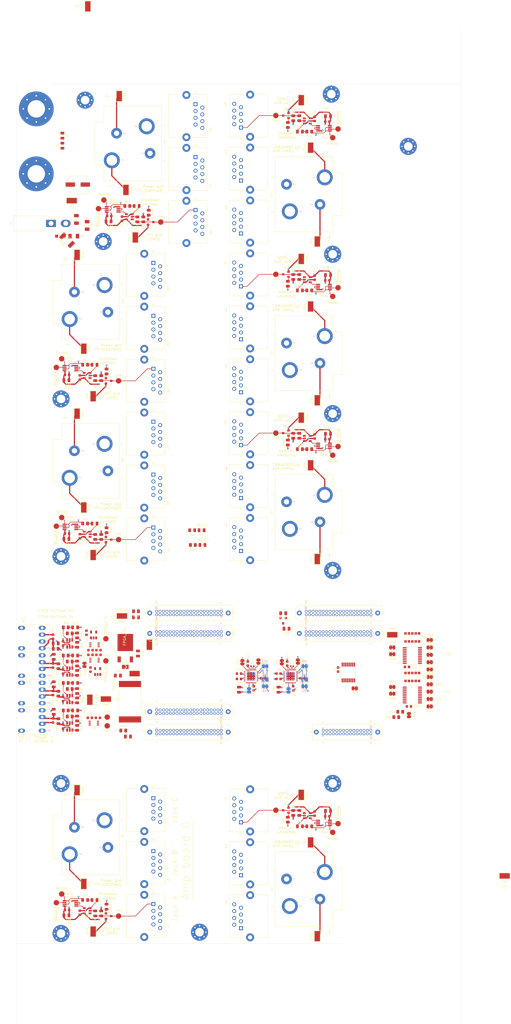
<source format=kicad_pcb>
(kicad_pcb (version 20171130) (host pcbnew "(5.1.9)-1")
  (title_block (title "64-channel Shim Amplifier: Backplane") (rev D1) (company "Martinos Center @ MGH") (comment 1 "Don Straney"))
  (layers (0 F.Cu mixed) (1 In1.Cu signal) (2 In2.Cu power) (3 In3.Cu signal) (4 In4.Cu power) (31 B.Cu signal) (34 B.Paste user) (35 F.Paste user) (36 B.SilkS user) (37 F.SilkS user) (38 B.Mask user) (39 F.Mask user) (44 Edge.Cuts user))
  (net 0 "")
  (net 1 GND)
  (net 2 "Net-(D1-Pad2)")
  (net 3 "Net-(D1-Pad1)")
  (net 4 "Net-(D2-Pad2)")
  (net 5 "Net-(D3-Pad2)")
  (net 6 "Net-(D4-Pad2)")
  (net 7 "Net-(D5-Pad2)")
  (net 8 "Net-(D6-Pad2)")
  (net 9 "Net-(D7-Pad2)")
  (net 10 "Net-(D8-Pad2)")
  (net 11 "Net-(D9-Pad2)")
  (net 12 "Net-(D10-Pad2)")
  (net 13 "Net-(D11-Pad2)")
  (net 14 "Net-(F1-Pad2)")
  (net 15 +VDC)
  (net 16 GNDPWR)
  (net 17 "Net-(J1-Pad2)")
  (net 18 "Net-(U16-Pad2)")
  (net 19 "Net-(Q1-Pad1)")
  (net 20 "Net-(Q2-Pad1)")
  (net 21 "Net-(Q3-Pad1)")
  (net 22 "Net-(Q4-Pad1)")
  (net 23 "Net-(Q5-Pad1)")
  (net 24 "Net-(Q6-Pad1)")
  (net 25 "Net-(Q7-Pad1)")
  (net 26 "Net-(Q8-Pad1)")
  (net 27 "Net-(R66-Pad1)")
  (net 28 +2.5V)
  (net 29 +3V3)
  (net 30 VD)
  (net 31 "Net-(J2-Pad1)")
  (net 32 "Net-(J2-Pad2)")
  (net 33 "Net-(J2-Pad3)")
  (net 34 "Net-(J2-Pad4)")
  (net 35 "Net-(J2-Pad7)")
  (net 36 "Net-(J2-Pad8)")
  (net 37 "Net-(J2-Pad11)")
  (net 38 "Net-(J2-Pad12)")
  (net 39 "Net-(J2-Pad13)")
  (net 40 "Net-(J2-Pad14)")
  (net 41 "Net-(J2-Pad15)")
  (net 42 "Net-(J2-Pad16)")
  (net 43 "Net-(J2-Pad17)")
  (net 44 "Net-(J2-Pad18)")
  (net 45 "Net-(J2-Pad21)")
  (net 46 "Net-(J2-Pad22)")
  (net 47 "Net-(J2-Pad23)")
  (net 48 "Net-(J2-Pad24)")
  (net 49 "Net-(J2-Pad25)")
  (net 50 "Net-(J3-Pad40)")
  (net 51 "Net-(J3-Pad39)")
  (net 52 "Net-(J3-Pad32)")
  (net 53 "Net-(J3-Pad31)")
  (net 54 "Net-(J3-Pad30)")
  (net 55 "Net-(J3-Pad29)")
  (net 56 "Net-(J3-Pad26)")
  (net 57 "Net-(J3-Pad25)")
  (net 58 "Net-(J3-Pad24)")
  (net 59 "Net-(J3-Pad23)")
  (net 60 "Net-(J3-Pad4)")
  (net 61 "Net-(J3-Pad2)")
  (net 62 "Net-(J3-Pad1)")
  (net 63 /SDA0)
  (net 64 /~ADC_CS-0)
  (net 65 "/Amp board 0 interface/~Shutdown")
  (net 66 /~ADC_CS+0)
  (net 67 /ADC_MOSI+0)
  (net 68 /ADC_MOSI-0)
  (net 69 /SCL0)
  (net 70 /ADC_MISO-0)
  (net 71 /ADC_MISO+0)
  (net 72 /SCKO+0)
  (net 73 /SCKO-0)
  (net 74 /DAC_MISO+0)
  (net 75 /DAC_MISO-0)
  (net 76 /DAC_MOSI-0)
  (net 77 /DAC_MOSI+0)
  (net 78 /SCKI-0)
  (net 79 /SCKI+0)
  (net 80 /~DAC_CS-0)
  (net 81 /~DAC_CS+0)
  (net 82 /~LDAC+0)
  (net 83 /~LDAC-0)
  (net 84 "Net-(J6-Pad6)")
  (net 85 "Net-(J6-Pad3)")
  (net 86 /SDA1)
  (net 87 /~ADC_CS-1)
  (net 88 "/Amp board 1 interface/~Shutdown")
  (net 89 /~ADC_CS+1)
  (net 90 /ADC_MOSI+1)
  (net 91 /ADC_MOSI-1)
  (net 92 /SCL1)
  (net 93 /ADC_MISO-1)
  (net 94 /ADC_MISO+1)
  (net 95 /SCKO+1)
  (net 96 /SCKO-1)
  (net 97 /DAC_MISO+1)
  (net 98 /DAC_MISO-1)
  (net 99 /DAC_MOSI-1)
  (net 100 /DAC_MOSI+1)
  (net 101 /SCKI-1)
  (net 102 /SCKI+1)
  (net 103 /~DAC_CS-1)
  (net 104 /~DAC_CS+1)
  (net 105 /~LDAC+1)
  (net 106 /~LDAC-1)
  (net 107 /SDA2)
  (net 108 /~ADC_CS-2)
  (net 109 "/Amp board 2 interface/~Shutdown")
  (net 110 /~ADC_CS+2)
  (net 111 /ADC_MOSI+2)
  (net 112 /ADC_MOSI-2)
  (net 113 /SCL2)
  (net 114 /ADC_MISO-2)
  (net 115 /ADC_MISO+2)
  (net 116 /SCKO+2)
  (net 117 /SCKO-2)
  (net 118 /DAC_MISO+2)
  (net 119 /DAC_MISO-2)
  (net 120 /DAC_MOSI-2)
  (net 121 /DAC_MOSI+2)
  (net 122 /SCKI-2)
  (net 123 /SCKI+2)
  (net 124 /~DAC_CS-2)
  (net 125 /~DAC_CS+2)
  (net 126 /~LDAC+2)
  (net 127 /~LDAC-2)
  (net 128 /SDA3)
  (net 129 /~ADC_CS-3)
  (net 130 "/Amp board 3 interface/~Shutdown")
  (net 131 /~ADC_CS+3)
  (net 132 /ADC_MOSI+3)
  (net 133 /ADC_MOSI-3)
  (net 134 /SCL3)
  (net 135 /ADC_MISO-3)
  (net 136 /ADC_MISO+3)
  (net 137 /SCKO+3)
  (net 138 /SCKO-3)
  (net 139 /DAC_MISO+3)
  (net 140 /DAC_MISO-3)
  (net 141 /DAC_MOSI-3)
  (net 142 /DAC_MOSI+3)
  (net 143 /SCKI-3)
  (net 144 /SCKI+3)
  (net 145 /~DAC_CS-3)
  (net 146 /~DAC_CS+3)
  (net 147 /~LDAC+3)
  (net 148 /~LDAC-3)
  (net 149 /SDA4)
  (net 150 /~ADC_CS-4)
  (net 151 "/Amp board 4 interface/~Shutdown")
  (net 152 /~ADC_CS+4)
  (net 153 /ADC_MOSI+4)
  (net 154 /ADC_MOSI-4)
  (net 155 /SCL4)
  (net 156 /ADC_MISO-4)
  (net 157 /ADC_MISO+4)
  (net 158 /SCKO+4)
  (net 159 /SCKO-4)
  (net 160 /DAC_MISO+4)
  (net 161 /DAC_MISO-4)
  (net 162 /DAC_MOSI-4)
  (net 163 /DAC_MOSI+4)
  (net 164 /SCKI-4)
  (net 165 /SCKI+4)
  (net 166 /~DAC_CS-4)
  (net 167 /~DAC_CS+4)
  (net 168 /~LDAC+4)
  (net 169 /~LDAC-4)
  (net 170 /SDA5)
  (net 171 /~ADC_CS-5)
  (net 172 "/Amp board 5 interface/~Shutdown")
  (net 173 /~ADC_CS+5)
  (net 174 /ADC_MOSI+5)
  (net 175 /ADC_MOSI-5)
  (net 176 /SCL5)
  (net 177 /ADC_MISO-5)
  (net 178 /ADC_MISO+5)
  (net 179 /SCKO+5)
  (net 180 /SCKO-5)
  (net 181 /DAC_MISO+5)
  (net 182 /DAC_MISO-5)
  (net 183 /DAC_MOSI-5)
  (net 184 /DAC_MOSI+5)
  (net 185 /SCKI-5)
  (net 186 /SCKI+5)
  (net 187 /~DAC_CS-5)
  (net 188 /~DAC_CS+5)
  (net 189 /~LDAC+5)
  (net 190 /~LDAC-5)
  (net 191 /SDA6)
  (net 192 /~ADC_CS-6)
  (net 193 "/Amp board 6 interface/~Shutdown")
  (net 194 /~ADC_CS+6)
  (net 195 /ADC_MOSI+6)
  (net 196 /ADC_MOSI-6)
  (net 197 /SCL6)
  (net 198 /ADC_MISO-6)
  (net 199 /ADC_MISO+6)
  (net 200 /SCKO+6)
  (net 201 /SCKO-6)
  (net 202 /DAC_MISO+6)
  (net 203 /DAC_MISO-6)
  (net 204 /DAC_MOSI-6)
  (net 205 /DAC_MOSI+6)
  (net 206 /SCKI-6)
  (net 207 /SCKI+6)
  (net 208 /~DAC_CS-6)
  (net 209 /~DAC_CS+6)
  (net 210 /~LDAC+6)
  (net 211 /~LDAC-6)
  (net 212 /SDA7)
  (net 213 /~ADC_CS-7)
  (net 214 "/Amp board 7 interface/~Shutdown")
  (net 215 /~ADC_CS+7)
  (net 216 /ADC_MOSI+7)
  (net 217 /ADC_MOSI-7)
  (net 218 /SCL7)
  (net 219 /ADC_MISO-7)
  (net 220 /ADC_MISO+7)
  (net 221 /SCKO+7)
  (net 222 /SCKO-7)
  (net 223 /DAC_MISO+7)
  (net 224 /DAC_MISO-7)
  (net 225 /DAC_MOSI-7)
  (net 226 /DAC_MOSI+7)
  (net 227 /SCKI-7)
  (net 228 /SCKI+7)
  (net 229 /~DAC_CS-7)
  (net 230 /~DAC_CS+7)
  (net 231 /~LDAC+7)
  (net 232 /~LDAC-7)
  (net 233 "Net-(JA1-Pad40)")
  (net 234 "Net-(JA1-Pad39)")
  (net 235 "Net-(JA1-Pad2)")
  (net 236 "Net-(JA1-Pad1)")
  (net 237 "Net-(JA2-Pad40)")
  (net 238 "Net-(JA2-Pad39)")
  (net 239 "Net-(JA2-Pad2)")
  (net 240 "Net-(JA2-Pad1)")
  (net 241 "Net-(JB1-Pad40)")
  (net 242 "Net-(JB1-Pad39)")
  (net 243 "Net-(JB1-Pad2)")
  (net 244 "Net-(JB1-Pad1)")
  (net 245 "Net-(JB2-Pad40)")
  (net 246 "Net-(JB2-Pad39)")
  (net 247 "Net-(JB2-Pad2)")
  (net 248 "Net-(JB2-Pad1)")
  (net 249 "Net-(JC1-Pad40)")
  (net 250 "Net-(JC1-Pad39)")
  (net 251 "Net-(JC1-Pad2)")
  (net 252 "Net-(JC1-Pad1)")
  (net 253 "Net-(JP1-Pad2)")
  (net 254 "Net-(JP3-Pad2)")
  (net 255 "Net-(JP4-Pad2)")
  (net 256 "Net-(JP5-Pad2)")
  (net 257 "Net-(JP6-Pad2)")
  (net 258 "Net-(JP7-Pad2)")
  (net 259 "Net-(JP9-Pad2)")
  (net 260 "Net-(JP10-Pad2)")
  (net 261 "Net-(JP11-Pad2)")
  (net 262 "Net-(JP12-Pad2)")
  (net 263 "/FPGA Board, Signal Distribution/SCKI+")
  (net 264 "/FPGA Board, Signal Distribution/SCKI-")
  (net 265 "/FPGA Board, Signal Distribution/~LDAC+")
  (net 266 "/FPGA Board, Signal Distribution/~LDAC-")
  (net 267 /Shutdown_Force)
  (net 268 /Shutdown_Sense1)
  (net 269 /Shutdown_Sense2)
  (net 270 /Shutdown_Sense0)
  (net 271 /Shutdown_Sense3)
  (net 272 /Shutdown_Sense4)
  (net 273 /Shutdown_Sense5)
  (net 274 /Shutdown_Sense6)
  (net 275 /Shutdown_Sense7)
  (net 276 "Net-(U1-Pad4)")
  (net 277 "Net-(U2-Pad1)")
  (net 278 "Net-(U2-Pad30)")
  (net 279 "Net-(U3-Pad1)")
  (net 280 "/FPGA Board, Signal Distribution/LDAC+0")
  (net 281 "/FPGA Board, Signal Distribution/LDAC-0")
  (net 282 "/FPGA Board, Signal Distribution/LDAC+1")
  (net 283 "/FPGA Board, Signal Distribution/LDAC-1")
  (net 284 "/FPGA Board, Signal Distribution/LDAC+2")
  (net 285 "/FPGA Board, Signal Distribution/LDAC-2")
  (net 286 "/FPGA Board, Signal Distribution/LDAC+3")
  (net 287 "/FPGA Board, Signal Distribution/LDAC-3")
  (net 288 "/FPGA Board, Signal Distribution/LDAC+4")
  (net 289 "/FPGA Board, Signal Distribution/LDAC-4")
  (net 290 "/FPGA Board, Signal Distribution/LDAC+5")
  (net 291 "/FPGA Board, Signal Distribution/LDAC-5")
  (net 292 "/FPGA Board, Signal Distribution/LDAC+6")
  (net 293 "/FPGA Board, Signal Distribution/LDAC-6")
  (net 294 "/FPGA Board, Signal Distribution/LDAC+7")
  (net 295 "/FPGA Board, Signal Distribution/LDAC-7")
  (net 296 "Net-(U3-Pad30)")
  (net 297 "Net-(U12-Pad4)")
  (net 298 "Net-(U13-Pad2)")
  (net 299 "Net-(U14-Pad4)")
  (net 300 "Net-(U15-Pad2)")
  (net 301 "Net-(U17-Pad4)")
  (net 302 "Net-(U18-Pad2)")
  (net 303 "Net-(C16-Pad2)")
  (net 304 "Net-(C17-Pad2)")
  (net 305 "Net-(C10-Pad1)")
  (net 306 "Net-(C19-Pad2)")
  (net 307 "Net-(C22-Pad1)")
  (net 308 +1.8V)
  (net 309 "Net-(C34-Pad2)")
  (net 310 "/FPGA Board, Signal Distribution/FPGA_Vin")
  (net 311 "Net-(D12-Pad2)")
  (net 312 "Net-(D13-Pad2)")
  (net 313 "/FPGA Board, Signal Distribution/~FPGA_Rst_1.8")
  (net 314 "/FPGA Board, Signal Distribution/SCL")
  (net 315 "/FPGA Board, Signal Distribution/UART_Rx_FPGA_1.8")
  (net 316 "/FPGA Board, Signal Distribution/SDA")
  (net 317 "/FPGA Board, Signal Distribution/UART_Tx_FPGA_1.8")
  (net 318 "/FPGA Board, Signal Distribution/UART_Rx_FPGA")
  (net 319 "Net-(J9-Pad4)")
  (net 320 "Net-(J10-Pad4)")
  (net 321 "/FPGA Board, Signal Distribution/10Mhz")
  (net 322 "Net-(J11-Pad4)")
  (net 323 "Net-(J12-Pad2)")
  (net 324 "/FPGA Board, Signal Distribution/UART_Tx_FPGA")
  (net 325 "Net-(J15-Pad6)")
  (net 326 "Net-(J15-Pad3)")
  (net 327 "Net-(J20-Pad6)")
  (net 328 "Net-(J20-Pad3)")
  (net 329 "Net-(J25-Pad6)")
  (net 330 "Net-(J25-Pad3)")
  (net 331 "Net-(J30-Pad6)")
  (net 332 "Net-(J30-Pad3)")
  (net 333 "Net-(J35-Pad6)")
  (net 334 "Net-(J35-Pad3)")
  (net 335 "Net-(J40-Pad6)")
  (net 336 "Net-(J40-Pad3)")
  (net 337 "Net-(J45-Pad6)")
  (net 338 "Net-(J45-Pad3)")
  (net 339 "/FPGA Board, Signal Distribution/~DAC_CS-7")
  (net 340 "/FPGA Board, Signal Distribution/~DAC_CS+7")
  (net 341 "/FPGA Board, Signal Distribution/~DAC_CS+5")
  (net 342 "/FPGA Board, Signal Distribution/~DAC_CS-5")
  (net 343 /~Shutdown_Reset)
  (net 344 "/FPGA Board, Signal Distribution/~DAC_CS-6")
  (net 345 "/FPGA Board, Signal Distribution/~DAC_CS+6")
  (net 346 "/FPGA Board, Signal Distribution/~DAC_CS-4")
  (net 347 "/FPGA Board, Signal Distribution/~DAC_CS+4")
  (net 348 "/FPGA Board, Signal Distribution/Shutdown_Sense")
  (net 349 "/FPGA Board, Signal Distribution/~DAC_CS+3")
  (net 350 "/FPGA Board, Signal Distribution/~DAC_CS-3")
  (net 351 "/FPGA Board, Signal Distribution/~DAC_CS+1")
  (net 352 "/FPGA Board, Signal Distribution/~DAC_CS-1")
  (net 353 "/FPGA Board, Signal Distribution/Shutdown_Sense_Sel1")
  (net 354 "/FPGA Board, Signal Distribution/10Mhz_2.5")
  (net 355 "/FPGA Board, Signal Distribution/Trigger_2.5")
  (net 356 "/FPGA Board, Signal Distribution/~DAC_CS-0")
  (net 357 "/FPGA Board, Signal Distribution/~DAC_CS+0")
  (net 358 "/FPGA Board, Signal Distribution/Shutdown_Sense_Sel0")
  (net 359 "/FPGA Board, Signal Distribution/~DAC_CS+2")
  (net 360 "/FPGA Board, Signal Distribution/~DAC_CS-2")
  (net 361 "/FPGA Board, Signal Distribution/Shutdown_Sense_Sel2")
  (net 362 "Net-(JP13-Pad2)")
  (net 363 "Net-(JP14-Pad2)")
  (net 364 "Net-(JP15-Pad2)")
  (net 365 "Net-(JP17-Pad1)")
  (net 366 "Net-(JP18-Pad1)")
  (net 367 "Net-(JP19-Pad1)")
  (net 368 "Net-(JP20-Pad1)")
  (net 369 "Net-(JP21-Pad2)")
  (net 370 "Net-(JP22-Pad2)")
  (net 371 "Net-(JP23-Pad2)")
  (net 372 "Net-(JP25-Pad1)")
  (net 373 "Net-(JP26-Pad1)")
  (net 374 "Net-(JP27-Pad1)")
  (net 375 "Net-(JP28-Pad1)")
  (net 376 "Net-(JP29-Pad2)")
  (net 377 "Net-(JP30-Pad2)")
  (net 378 "Net-(L1-Pad1)")
  (net 379 "Net-(R21-Pad1)")
  (net 380 "Net-(R25-Pad1)")
  (net 381 "Net-(R29-Pad1)")
  (net 382 "Net-(R33-Pad1)")
  (net 383 "Net-(R37-Pad1)")
  (net 384 "Net-(R41-Pad1)")
  (net 385 "Net-(R45-Pad1)")
  (net 386 "Net-(R51-Pad2)")
  (net 387 "Net-(U4-Pad17)")
  (net 388 "Net-(U5-Pad17)")
  (net 389 "Net-(U6-Pad6)")
  (net 390 "Net-(U10-Pad6)")
  (net 391 "Net-(U19-Pad4)")
  (net 392 "Net-(U20-Pad2)")
  (net 393 "Net-(U21-Pad4)")
  (net 394 "Net-(U22-Pad2)")
  (net 395 "Net-(U23-Pad4)")
  (net 396 "Net-(U24-Pad2)")
  (net 397 "Net-(U25-Pad4)")
  (net 398 "Net-(U26-Pad2)")
  (net 399 "/FPGA Board, Signal Distribution/RGMII_TX_CLK")
  (net 400 "/FPGA Board, Signal Distribution/RGMII_TXD2")
  (net 401 "/FPGA Board, Signal Distribution/RGMII_TXD0")
  (net 402 "/FPGA Board, Signal Distribution/RGMII_TXD1")
  (net 403 "/FPGA Board, Signal Distribution/RGMII_TXD3")
  (net 404 "/FPGA Board, Signal Distribution/RGMII_RXD0")
  (net 405 "/FPGA Board, Signal Distribution/RGMII_TX_CTL")
  (net 406 "/FPGA Board, Signal Distribution/RGMII_RX_CLK")
  (net 407 "/FPGA Board, Signal Distribution/RGMII_RXD1")
  (net 408 "/FPGA Board, Signal Distribution/RGMII_RX_CTL")
  (net 409 "/FPGA Board, Signal Distribution/RGMII_RXD2")
  (net 410 "/FPGA Board, Signal Distribution/RGMII_RXD3")
  (net 411 "/FPGA Board, Signal Distribution/Eth_Clk")
  (net 412 "/FPGA Board, Signal Distribution/~FPGA_Rst")
  (net 413 "Net-(D14-Pad2)")
  (net 414 "Net-(D15-Pad2)")
  (net 415 "Net-(D16-Pad2)")
  (net 416 "/Activitiy Indicator (Rx)/In")
  (net 417 "/Activity Indicator (Trigger)/In")
  (net 418 "/Activity Indicator (Tx)/In")
  (net 419 "Net-(R47-Pad2)")
  (net 420 "Net-(R49-Pad1)")
  (net 421 "Net-(R50-Pad1)")
  (net 422 "Net-(R53-Pad1)")
  (net 423 "Net-(R54-Pad1)")
  (net 424 "Net-(R55-Pad2)")
  (net 425 "Net-(R57-Pad1)")
  (net 426 "Net-(R58-Pad1)")
  (net 427 "Net-(R59-Pad2)")
  (net 428 "Net-(R61-Pad1)")
  (net 429 "Net-(R62-Pad1)")
  (module Martinos:Conn_Samtec_TFM-120-x1,3-x-D-WT (layer F.Cu) (at 82.555 305.585 90)
    (fp_text reference J3 (at 0 -16.675 90) (layer F.SilkS) (effects (font (size 0.7 0.7) (thickness 0.12))))
    (fp_text value Conn_02x20_Odd_Even)
    (fp_text user 1 (at -3.75 -12 90) (layer F.SilkS) (effects (font (size 0.7 0.7))))
    (fp_text user 40 (at 4 12 270) (layer F.SilkS) (effects (font (size 0.7 0.7))))
    (fp_text user 39 (at -4 12.065 90) (layer F.SilkS) (effects (font (size 0.7 0.7))))
    (fp_text user 2 (at 3.75 -12 270) (layer F.SilkS) (effects (font (size 0.7 0.7))))
    (fp_text user 1 (at -1.5 -12.175 90) (layer B.SilkS) (effects (font (size 0.7 0.7) (thickness 0.12)) (justify mirror)))
    (fp_text user 2 (at 1.5 -12.175 90) (layer B.SilkS) (effects (font (size 0.7 0.7) (thickness 0.12)) (justify mirror)))
    (fp_text user 39 (at -2 12.175 90) (layer B.SilkS) (effects (font (size 0.7 0.7) (thickness 0.12)) (justify mirror)))
    (fp_text user 40 (at 2 12.175 90) (layer B.SilkS) (effects (font (size 0.7 0.7) (thickness 0.12)) (justify mirror)))
    (pad 40 thru_hole circle (at 0.635 12.065 90) (size 1.05 1.05) (drill 0.635) (layers *.Cu *.Mask) (net 50 "Net-(J3-Pad40)"))
    (pad 39 thru_hole circle (at -0.635 12.065 90) (size 1.05 1.05) (drill 0.635) (layers *.Cu *.Mask) (net 51 "Net-(J3-Pad39)"))
    (pad 38 thru_hole circle (at 0.635 10.795 90) (size 1.05 1.05) (drill 0.635) (layers *.Cu *.Mask) (net 314 "/FPGA Board, Signal Distribution/SCL"))
    (pad 37 thru_hole circle (at -0.635 10.795 90) (size 1.05 1.05) (drill 0.635) (layers *.Cu *.Mask) (net 315 "/FPGA Board, Signal Distribution/UART_Rx_FPGA_1.8"))
    (pad 36 thru_hole circle (at 0.635 9.525 90) (size 1.05 1.05) (drill 0.635) (layers *.Cu *.Mask) (net 316 "/FPGA Board, Signal Distribution/SDA"))
    (pad 35 thru_hole circle (at -0.635 9.525 90) (size 1.05 1.05) (drill 0.635) (layers *.Cu *.Mask) (net 317 "/FPGA Board, Signal Distribution/UART_Tx_FPGA_1.8"))
    (pad 34 thru_hole circle (at 0.635 8.255 90) (size 1.05 1.05) (drill 0.635) (layers *.Cu *.Mask) (net 1 GND))
    (pad 33 thru_hole circle (at -0.635 8.255 90) (size 1.05 1.05) (drill 0.635) (layers *.Cu *.Mask) (net 1 GND))
    (pad 32 thru_hole circle (at 0.635 6.985 90) (size 1.05 1.05) (drill 0.635) (layers *.Cu *.Mask) (net 52 "Net-(J3-Pad32)"))
    (pad 31 thru_hole circle (at -0.635 6.985 90) (size 1.05 1.05) (drill 0.635) (layers *.Cu *.Mask) (net 53 "Net-(J3-Pad31)"))
    (pad "" thru_hole circle (at 0 -14.655 90) (size 1.84 1.84) (drill 0.84) (layers *.Cu *.Mask))
    (pad "" thru_hole circle (at 0 14.655 90) (size 1.84 1.84) (drill 0.84) (layers *.Cu *.Mask))
    (pad 1 thru_hole circle (at -0.635 -12.065 90) (size 1.05 1.05) (drill 0.635) (layers *.Cu *.Mask) (net 62 "Net-(J3-Pad1)"))
    (pad 2 thru_hole circle (at 0.635 -12.065 90) (size 1.05 1.05) (drill 0.635) (layers *.Cu *.Mask) (net 61 "Net-(J3-Pad2)"))
    (pad 3 thru_hole circle (at -0.635 -10.795 90) (size 1.05 1.05) (drill 0.635) (layers *.Cu *.Mask) (net 308 +1.8V))
    (pad 4 thru_hole circle (at 0.635 -10.795 90) (size 1.05 1.05) (drill 0.635) (layers *.Cu *.Mask) (net 60 "Net-(J3-Pad4)"))
    (pad 5 thru_hole circle (at -0.635 -9.525 90) (size 1.05 1.05) (drill 0.635) (layers *.Cu *.Mask) (net 399 "/FPGA Board, Signal Distribution/RGMII_TX_CLK"))
    (pad 6 thru_hole circle (at 0.635 -9.525 90) (size 1.05 1.05) (drill 0.635) (layers *.Cu *.Mask) (net 400 "/FPGA Board, Signal Distribution/RGMII_TXD2"))
    (pad 7 thru_hole circle (at -0.635 -8.255 90) (size 1.05 1.05) (drill 0.635) (layers *.Cu *.Mask) (net 401 "/FPGA Board, Signal Distribution/RGMII_TXD0"))
    (pad 8 thru_hole circle (at 0.635 -8.255 90) (size 1.05 1.05) (drill 0.635) (layers *.Cu *.Mask) (net 402 "/FPGA Board, Signal Distribution/RGMII_TXD1"))
    (pad 9 thru_hole circle (at -0.635 -6.985 90) (size 1.05 1.05) (drill 0.635) (layers *.Cu *.Mask) (net 1 GND))
    (pad 10 thru_hole circle (at 0.635 -6.985 90) (size 1.05 1.05) (drill 0.635) (layers *.Cu *.Mask) (net 1 GND))
    (pad 11 thru_hole circle (at -0.635 -5.715 90) (size 1.05 1.05) (drill 0.635) (layers *.Cu *.Mask) (net 403 "/FPGA Board, Signal Distribution/RGMII_TXD3"))
    (pad 12 thru_hole circle (at 0.635 -5.715 90) (size 1.05 1.05) (drill 0.635) (layers *.Cu *.Mask) (net 404 "/FPGA Board, Signal Distribution/RGMII_RXD0"))
    (pad 13 thru_hole circle (at -0.635 -4.445 90) (size 1.05 1.05) (drill 0.635) (layers *.Cu *.Mask) (net 405 "/FPGA Board, Signal Distribution/RGMII_TX_CTL"))
    (pad 14 thru_hole circle (at 0.635 -4.445 90) (size 1.05 1.05) (drill 0.635) (layers *.Cu *.Mask) (net 406 "/FPGA Board, Signal Distribution/RGMII_RX_CLK"))
    (pad 15 thru_hole circle (at -0.635 -3.175 90) (size 1.05 1.05) (drill 0.635) (layers *.Cu *.Mask) (net 1 GND))
    (pad 16 thru_hole circle (at 0.635 -3.175 90) (size 1.05 1.05) (drill 0.635) (layers *.Cu *.Mask) (net 1 GND))
    (pad 17 thru_hole circle (at -0.635 -1.905 90) (size 1.05 1.05) (drill 0.635) (layers *.Cu *.Mask) (net 407 "/FPGA Board, Signal Distribution/RGMII_RXD1"))
    (pad 18 thru_hole circle (at 0.635 -1.905 90) (size 1.05 1.05) (drill 0.635) (layers *.Cu *.Mask) (net 408 "/FPGA Board, Signal Distribution/RGMII_RX_CTL"))
    (pad 19 thru_hole circle (at -0.635 -0.635 90) (size 1.05 1.05) (drill 0.635) (layers *.Cu *.Mask) (net 409 "/FPGA Board, Signal Distribution/RGMII_RXD2"))
    (pad 20 thru_hole circle (at 0.635 -0.635 90) (size 1.05 1.05) (drill 0.635) (layers *.Cu *.Mask) (net 410 "/FPGA Board, Signal Distribution/RGMII_RXD3"))
    (pad 21 thru_hole circle (at -0.635 0.635 90) (size 1.05 1.05) (drill 0.635) (layers *.Cu *.Mask) (net 1 GND))
    (pad 22 thru_hole circle (at 0.635 0.635 90) (size 1.05 1.05) (drill 0.635) (layers *.Cu *.Mask) (net 1 GND))
    (pad 23 thru_hole circle (at -0.635 1.905 90) (size 1.05 1.05) (drill 0.635) (layers *.Cu *.Mask) (net 59 "Net-(J3-Pad23)"))
    (pad 24 thru_hole circle (at 0.635 1.905 90) (size 1.05 1.05) (drill 0.635) (layers *.Cu *.Mask) (net 58 "Net-(J3-Pad24)"))
    (pad 25 thru_hole circle (at -0.635 3.175 90) (size 1.05 1.05) (drill 0.635) (layers *.Cu *.Mask) (net 57 "Net-(J3-Pad25)"))
    (pad 26 thru_hole circle (at 0.635 3.175 90) (size 1.05 1.05) (drill 0.635) (layers *.Cu *.Mask) (net 56 "Net-(J3-Pad26)"))
    (pad 27 thru_hole circle (at -0.635 4.445 90) (size 1.05 1.05) (drill 0.635) (layers *.Cu *.Mask) (net 1 GND))
    (pad 28 thru_hole circle (at 0.635 4.445 90) (size 1.05 1.05) (drill 0.635) (layers *.Cu *.Mask) (net 1 GND))
    (pad 29 thru_hole circle (at -0.635 5.715 90) (size 1.05 1.05) (drill 0.635) (layers *.Cu *.Mask) (net 55 "Net-(J3-Pad29)"))
    (pad 30 thru_hole circle (at 0.635 5.715 90) (size 1.05 1.05) (drill 0.635) (layers *.Cu *.Mask) (net 54 "Net-(J3-Pad30)"))
  )
  (module TestPoint:TestPoint_Pad_D2.0mm (layer F.Cu) (at 51.5 279)
    (fp_text reference TP63 (at 0.25 -1.998) (layer F.SilkS) (effects (font (size 0.7 0.7) (thickness 0.12))))
    (fp_text value TestPoint)
    (pad 1 smd circle (at 0 0) (size 2 2) (layers F.Cu F.Mask) (net 315 "/FPGA Board, Signal Distribution/UART_Rx_FPGA_1.8"))
  )
  (module TestPoint:TestPoint_Pad_D2.0mm (layer F.Cu) (at 52 303.25)
    (fp_text reference TP62 (at 0 2) (layer F.SilkS) (effects (font (size 0.7 0.7) (thickness 0.12))))
    (fp_text value TestPoint)
    (pad 1 smd circle (at 0 0) (size 2 2) (layers F.Cu F.Mask) (net 354 "/FPGA Board, Signal Distribution/10Mhz_2.5"))
  )
  (module TestPoint:TestPoint_Pad_D2.0mm (layer F.Cu) (at 52 300)
    (fp_text reference TP53 (at 0 -1.998) (layer F.SilkS) (effects (font (size 0.7 0.7) (thickness 0.12))))
    (fp_text value TestPoint)
    (pad 1 smd circle (at 0 0) (size 2 2) (layers F.Cu F.Mask) (net 355 "/FPGA Board, Signal Distribution/Trigger_2.5"))
  )
  (module TestPoint:TestPoint_Pad_D2.0mm (layer F.Cu) (at 51.5 270.75)
    (fp_text reference TP52 (at 0 -1.998) (layer F.SilkS) (effects (font (size 0.7 0.7) (thickness 0.12))))
    (fp_text value TestPoint)
    (pad 1 smd circle (at 0 0) (size 2 2) (layers F.Cu F.Mask) (net 317 "/FPGA Board, Signal Distribution/UART_Tx_FPGA_1.8"))
  )
  (module TestPoint:TestPoint_Keystone_5019_Minature (layer F.Cu) (at 51.5 293.25 180)
    (fp_text reference TP51 (at 0 -2.25) (layer F.SilkS) (effects (font (size 0.7 0.7) (thickness 0.12))))
    (fp_text value TestPoint_Flag)
    (pad 1 smd rect (at 0 0 180) (size 3.8 2) (layers F.Cu F.Paste F.Mask) (net 1 GND))
  )
  (module TestPoint:TestPoint_Keystone_5019_Minature (layer F.Cu) (at 158.5 269.25)
    (fp_text reference TP50 (at 0 -2.25) (layer F.SilkS) (effects (font (size 0.7 0.7) (thickness 0.12))))
    (fp_text value TestPoint_Flag)
    (pad 1 smd rect (at 0 0) (size 3.8 2) (layers F.Cu F.Paste F.Mask) (net 1 GND))
  )
  (module Martinos_std:TSOT-23-6 (layer F.Cu) (at 38 272.5 90)
    (fp_text reference U33 (at 3.25 -3.25 270) (layer F.SilkS) (effects (font (size 0.7 0.7) (thickness 0.12))))
    (fp_text value LTC6993xS6-2)
    (pad 1 smd rect (at -1.31 -0.95 90) (size 1.22 0.65) (layers F.Cu F.Paste F.Mask) (net 418 "/Activity Indicator (Tx)/In"))
    (pad 2 smd rect (at -1.31 0 90) (size 1.22 0.65) (layers F.Cu F.Paste F.Mask) (net 1 GND))
    (pad 3 smd rect (at -1.31 0.95 90) (size 1.22 0.65) (layers F.Cu F.Paste F.Mask) (net 428 "Net-(R61-Pad1)"))
    (pad 4 smd rect (at 1.31 0.95 90) (size 1.22 0.65) (layers F.Cu F.Paste F.Mask) (net 427 "Net-(R59-Pad2)"))
    (pad 5 smd rect (at 1.31 0 90) (size 1.22 0.65) (layers F.Cu F.Paste F.Mask) (net 29 +3V3))
    (pad 6 smd rect (at 1.31 -0.95 90) (size 1.22 0.65) (layers F.Cu F.Paste F.Mask) (net 429 "Net-(R62-Pad1)"))
  )
  (module Martinos_std:TSOT-23-6 (layer F.Cu) (at 38 283 90)
    (fp_text reference U32 (at -2.75 -0.25 180) (layer F.SilkS) (effects (font (size 0.7 0.7) (thickness 0.12))))
    (fp_text value LTC6993xS6-2)
    (pad 1 smd rect (at -1.31 -0.95 90) (size 1.22 0.65) (layers F.Cu F.Paste F.Mask) (net 416 "/Activitiy Indicator (Rx)/In"))
    (pad 2 smd rect (at -1.31 0 90) (size 1.22 0.65) (layers F.Cu F.Paste F.Mask) (net 1 GND))
    (pad 3 smd rect (at -1.31 0.95 90) (size 1.22 0.65) (layers F.Cu F.Paste F.Mask) (net 425 "Net-(R57-Pad1)"))
    (pad 4 smd rect (at 1.31 0.95 90) (size 1.22 0.65) (layers F.Cu F.Paste F.Mask) (net 424 "Net-(R55-Pad2)"))
    (pad 5 smd rect (at 1.31 0 90) (size 1.22 0.65) (layers F.Cu F.Paste F.Mask) (net 29 +3V3))
    (pad 6 smd rect (at 1.31 -0.95 90) (size 1.22 0.65) (layers F.Cu F.Paste F.Mask) (net 426 "Net-(R58-Pad1)"))
  )
  (module Martinos_std:TSOT-23-6 (layer F.Cu) (at 38 293.25 90)
    (fp_text reference U31 (at -2.75 -0.25) (layer F.SilkS) (effects (font (size 0.7 0.7) (thickness 0.12))))
    (fp_text value LTC6993xS6-2)
    (pad 1 smd rect (at -1.31 -0.95 90) (size 1.22 0.65) (layers F.Cu F.Paste F.Mask) (net 417 "/Activity Indicator (Trigger)/In"))
    (pad 2 smd rect (at -1.31 0 90) (size 1.22 0.65) (layers F.Cu F.Paste F.Mask) (net 1 GND))
    (pad 3 smd rect (at -1.31 0.95 90) (size 1.22 0.65) (layers F.Cu F.Paste F.Mask) (net 422 "Net-(R53-Pad1)"))
    (pad 4 smd rect (at 1.31 0.95 90) (size 1.22 0.65) (layers F.Cu F.Paste F.Mask) (net 386 "Net-(R51-Pad2)"))
    (pad 5 smd rect (at 1.31 0 90) (size 1.22 0.65) (layers F.Cu F.Paste F.Mask) (net 29 +3V3))
    (pad 6 smd rect (at 1.31 -0.95 90) (size 1.22 0.65) (layers F.Cu F.Paste F.Mask) (net 423 "Net-(R54-Pad1)"))
  )
  (module Martinos_std:TSOT-23-6 (layer F.Cu) (at 38 303.5 90)
    (fp_text reference U30 (at -2.75 0 180) (layer F.SilkS) (effects (font (size 0.7 0.7) (thickness 0.12))))
    (fp_text value LTC6993xS6-2)
    (pad 1 smd rect (at -1.31 -0.95 90) (size 1.22 0.65) (layers F.Cu F.Paste F.Mask) (net 321 "/FPGA Board, Signal Distribution/10Mhz"))
    (pad 2 smd rect (at -1.31 0 90) (size 1.22 0.65) (layers F.Cu F.Paste F.Mask) (net 1 GND))
    (pad 3 smd rect (at -1.31 0.95 90) (size 1.22 0.65) (layers F.Cu F.Paste F.Mask) (net 420 "Net-(R49-Pad1)"))
    (pad 4 smd rect (at 1.31 0.95 90) (size 1.22 0.65) (layers F.Cu F.Paste F.Mask) (net 419 "Net-(R47-Pad2)"))
    (pad 5 smd rect (at 1.31 0 90) (size 1.22 0.65) (layers F.Cu F.Paste F.Mask) (net 29 +3V3))
    (pad 6 smd rect (at 1.31 -0.95 90) (size 1.22 0.65) (layers F.Cu F.Paste F.Mask) (net 421 "Net-(R50-Pad1)"))
  )
  (module Martinos_std:SOT-23-5 (layer F.Cu) (at 46.92 269.34 90)
    (fp_text reference U29 (at 2.59 0.58 180) (layer F.SilkS) (effects (font (size 0.7 0.7) (thickness 0.12))))
    (fp_text value 74LVC1G14)
    (pad 5 smd rect (at 1.1 -0.95 90) (size 1.06 0.65) (layers F.Cu F.Paste F.Mask) (net 29 +3V3))
    (pad 4 smd rect (at 1.1 0.95 90) (size 1.06 0.65) (layers F.Cu F.Paste F.Mask) (net 418 "/Activity Indicator (Tx)/In"))
    (pad 3 smd rect (at -1.1 0.95 90) (size 1.06 0.65) (layers F.Cu F.Paste F.Mask) (net 1 GND))
    (pad 2 smd rect (at -1.1 0 90) (size 1.06 0.65) (layers F.Cu F.Paste F.Mask) (net 324 "/FPGA Board, Signal Distribution/UART_Tx_FPGA"))
    (pad 1 smd rect (at -1.1 -0.95 90) (size 1.06 0.65) (layers F.Cu F.Paste F.Mask))
  )
  (module Martinos_std:SOT-23-5 (layer F.Cu) (at 48.42 282.99 90)
    (fp_text reference U27 (at -2.51 0.08 180) (layer F.SilkS) (effects (font (size 0.7 0.7) (thickness 0.12))))
    (fp_text value 74LVC1G14)
    (pad 5 smd rect (at 1.1 -0.95 90) (size 1.06 0.65) (layers F.Cu F.Paste F.Mask) (net 29 +3V3))
    (pad 4 smd rect (at 1.1 0.95 90) (size 1.06 0.65) (layers F.Cu F.Paste F.Mask) (net 318 "/FPGA Board, Signal Distribution/UART_Rx_FPGA"))
    (pad 3 smd rect (at -1.1 0.95 90) (size 1.06 0.65) (layers F.Cu F.Paste F.Mask) (net 1 GND))
    (pad 2 smd rect (at -1.1 0 90) (size 1.06 0.65) (layers F.Cu F.Paste F.Mask) (net 416 "/Activitiy Indicator (Rx)/In"))
    (pad 1 smd rect (at -1.1 -0.95 90) (size 1.06 0.65) (layers F.Cu F.Paste F.Mask))
  )
  (module Resistor_SMD:R_0805_2012Metric (layer F.Cu) (at 36.5 266.5)
    (fp_text reference R62 (at 0.25 -1.65) (layer F.SilkS) (effects (font (size 0.7 0.7) (thickness 0.12))))
    (fp_text value 1K)
    (pad 2 smd roundrect (at 0.9125 0) (size 1.025 1.4) (layers F.Cu F.Paste F.Mask) (roundrect_rratio 0.243902) (net 415 "Net-(D16-Pad2)"))
    (pad 1 smd roundrect (at -0.9125 0) (size 1.025 1.4) (layers F.Cu F.Paste F.Mask) (roundrect_rratio 0.243902) (net 429 "Net-(R62-Pad1)"))
  )
  (module Resistor_SMD:R_0805_2012Metric (layer F.Cu) (at 40.75 273 90)
    (fp_text reference R61 (at 0 1.75 90) (layer F.SilkS) (effects (font (size 0.7 0.7) (thickness 0.12))))
    (fp_text value 180K)
    (pad 2 smd roundrect (at 0.9125 0 90) (size 1.025 1.4) (layers F.Cu F.Paste F.Mask) (roundrect_rratio 0.243902) (net 1 GND))
    (pad 1 smd roundrect (at -0.9125 0 90) (size 1.025 1.4) (layers F.Cu F.Paste F.Mask) (roundrect_rratio 0.243902) (net 428 "Net-(R61-Pad1)"))
  )
  (module Resistor_SMD:R_0805_2012Metric (layer F.Cu) (at 40.75 269.5 270)
    (fp_text reference R60 (at 0 -1.65 90) (layer F.SilkS) (effects (font (size 0.7 0.7) (thickness 0.12))))
    (fp_text value 6.81K)
    (pad 2 smd roundrect (at 0.9125 0 270) (size 1.025 1.4) (layers F.Cu F.Paste F.Mask) (roundrect_rratio 0.243902) (net 1 GND))
    (pad 1 smd roundrect (at -0.9125 0 270) (size 1.025 1.4) (layers F.Cu F.Paste F.Mask) (roundrect_rratio 0.243902) (net 427 "Net-(R59-Pad2)"))
  )
  (module Resistor_SMD:R_0805_2012Metric (layer F.Cu) (at 38 268.75)
    (fp_text reference R59 (at -2.25 0.25 90) (layer F.SilkS) (effects (font (size 0.7 0.7) (thickness 0.12))))
    (fp_text value 10K)
    (pad 2 smd roundrect (at 0.9125 0) (size 1.025 1.4) (layers F.Cu F.Paste F.Mask) (roundrect_rratio 0.243902) (net 427 "Net-(R59-Pad2)"))
    (pad 1 smd roundrect (at -0.9125 0) (size 1.025 1.4) (layers F.Cu F.Paste F.Mask) (roundrect_rratio 0.243902) (net 29 +3V3))
  )
  (module Resistor_SMD:R_0805_2012Metric (layer F.Cu) (at 36.5 277)
    (fp_text reference R58 (at -2.25 0 90) (layer F.SilkS) (effects (font (size 0.7 0.7) (thickness 0.12))))
    (fp_text value 1K)
    (pad 2 smd roundrect (at 0.9125 0) (size 1.025 1.4) (layers F.Cu F.Paste F.Mask) (roundrect_rratio 0.243902) (net 414 "Net-(D15-Pad2)"))
    (pad 1 smd roundrect (at -0.9125 0) (size 1.025 1.4) (layers F.Cu F.Paste F.Mask) (roundrect_rratio 0.243902) (net 426 "Net-(R58-Pad1)"))
  )
  (module Resistor_SMD:R_0805_2012Metric (layer F.Cu) (at 40.75 283.5 90)
    (fp_text reference R57 (at 0 1.5 90) (layer F.SilkS) (effects (font (size 0.7 0.7) (thickness 0.12))))
    (fp_text value 180K)
    (pad 2 smd roundrect (at 0.9125 0 90) (size 1.025 1.4) (layers F.Cu F.Paste F.Mask) (roundrect_rratio 0.243902) (net 1 GND))
    (pad 1 smd roundrect (at -0.9125 0 90) (size 1.025 1.4) (layers F.Cu F.Paste F.Mask) (roundrect_rratio 0.243902) (net 425 "Net-(R57-Pad1)"))
  )
  (module Resistor_SMD:R_0805_2012Metric (layer F.Cu) (at 40.75 280 270)
    (fp_text reference R56 hide)
    (fp_text value 6.81K)
    (pad 2 smd roundrect (at 0.9125 0 270) (size 1.025 1.4) (layers F.Cu F.Paste F.Mask) (roundrect_rratio 0.243902) (net 1 GND))
    (pad 1 smd roundrect (at -0.9125 0 270) (size 1.025 1.4) (layers F.Cu F.Paste F.Mask) (roundrect_rratio 0.243902) (net 424 "Net-(R55-Pad2)"))
  )
  (module Resistor_SMD:R_0805_2012Metric (layer F.Cu) (at 38 279.25)
    (fp_text reference R55 (at -2.25 0.25 90) (layer F.SilkS) (effects (font (size 0.7 0.7) (thickness 0.12))))
    (fp_text value 10K)
    (pad 2 smd roundrect (at 0.9125 0) (size 1.025 1.4) (layers F.Cu F.Paste F.Mask) (roundrect_rratio 0.243902) (net 424 "Net-(R55-Pad2)"))
    (pad 1 smd roundrect (at -0.9125 0) (size 1.025 1.4) (layers F.Cu F.Paste F.Mask) (roundrect_rratio 0.243902) (net 29 +3V3))
  )
  (module Resistor_SMD:R_0805_2012Metric (layer F.Cu) (at 36.5 287.25)
    (fp_text reference R54 (at -2.25 0 90) (layer F.SilkS) (effects (font (size 0.7 0.7) (thickness 0.12))))
    (fp_text value 1K)
    (pad 2 smd roundrect (at 0.9125 0) (size 1.025 1.4) (layers F.Cu F.Paste F.Mask) (roundrect_rratio 0.243902) (net 413 "Net-(D14-Pad2)"))
    (pad 1 smd roundrect (at -0.9125 0) (size 1.025 1.4) (layers F.Cu F.Paste F.Mask) (roundrect_rratio 0.243902) (net 423 "Net-(R54-Pad1)"))
  )
  (module Resistor_SMD:R_0805_2012Metric (layer F.Cu) (at 40.75 293.75 90)
    (fp_text reference R53 (at 0 1.75 90) (layer F.SilkS) (effects (font (size 0.7 0.7) (thickness 0.12))))
    (fp_text value 180K)
    (pad 2 smd roundrect (at 0.9125 0 90) (size 1.025 1.4) (layers F.Cu F.Paste F.Mask) (roundrect_rratio 0.243902) (net 1 GND))
    (pad 1 smd roundrect (at -0.9125 0 90) (size 1.025 1.4) (layers F.Cu F.Paste F.Mask) (roundrect_rratio 0.243902) (net 422 "Net-(R53-Pad1)"))
  )
  (module Resistor_SMD:R_0805_2012Metric (layer F.Cu) (at 40.75 290.25 270)
    (fp_text reference R52 (at 0 -1.65 90) (layer F.SilkS) (effects (font (size 0.7 0.7) (thickness 0.12))))
    (fp_text value 6.81K)
    (pad 2 smd roundrect (at 0.9125 0 270) (size 1.025 1.4) (layers F.Cu F.Paste F.Mask) (roundrect_rratio 0.243902) (net 1 GND))
    (pad 1 smd roundrect (at -0.9125 0 270) (size 1.025 1.4) (layers F.Cu F.Paste F.Mask) (roundrect_rratio 0.243902) (net 386 "Net-(R51-Pad2)"))
  )
  (module Resistor_SMD:R_0805_2012Metric (layer F.Cu) (at 38 289.5)
    (fp_text reference R51 (at -2.25 0.25 90) (layer F.SilkS) (effects (font (size 0.7 0.7) (thickness 0.12))))
    (fp_text value 10K)
    (pad 2 smd roundrect (at 0.9125 0) (size 1.025 1.4) (layers F.Cu F.Paste F.Mask) (roundrect_rratio 0.243902) (net 386 "Net-(R51-Pad2)"))
    (pad 1 smd roundrect (at -0.9125 0) (size 1.025 1.4) (layers F.Cu F.Paste F.Mask) (roundrect_rratio 0.243902) (net 29 +3V3))
  )
  (module Resistor_SMD:R_0805_2012Metric (layer F.Cu) (at 36.5 297.5)
    (fp_text reference R50 (at -2.25 0 90) (layer F.SilkS) (effects (font (size 0.7 0.7) (thickness 0.12))))
    (fp_text value 1K)
    (pad 2 smd roundrect (at 0.9125 0) (size 1.025 1.4) (layers F.Cu F.Paste F.Mask) (roundrect_rratio 0.243902) (net 312 "Net-(D13-Pad2)"))
    (pad 1 smd roundrect (at -0.9125 0) (size 1.025 1.4) (layers F.Cu F.Paste F.Mask) (roundrect_rratio 0.243902) (net 421 "Net-(R50-Pad1)"))
  )
  (module Resistor_SMD:R_0805_2012Metric (layer F.Cu) (at 40.75 304 90)
    (fp_text reference R49 (at 0 1.75 90) (layer F.SilkS) (effects (font (size 0.7 0.7) (thickness 0.12))))
    (fp_text value 180K)
    (pad 2 smd roundrect (at 0.9125 0 90) (size 1.025 1.4) (layers F.Cu F.Paste F.Mask) (roundrect_rratio 0.243902) (net 1 GND))
    (pad 1 smd roundrect (at -0.9125 0 90) (size 1.025 1.4) (layers F.Cu F.Paste F.Mask) (roundrect_rratio 0.243902) (net 420 "Net-(R49-Pad1)"))
  )
  (module Resistor_SMD:R_0805_2012Metric (layer F.Cu) (at 40.75 300.5 270)
    (fp_text reference R48 (at 0 -1.65 90) (layer F.SilkS) (effects (font (size 0.7 0.7) (thickness 0.12))))
    (fp_text value 6.81K)
    (pad 2 smd roundrect (at 0.9125 0 270) (size 1.025 1.4) (layers F.Cu F.Paste F.Mask) (roundrect_rratio 0.243902) (net 1 GND))
    (pad 1 smd roundrect (at -0.9125 0 270) (size 1.025 1.4) (layers F.Cu F.Paste F.Mask) (roundrect_rratio 0.243902) (net 419 "Net-(R47-Pad2)"))
  )
  (module Resistor_SMD:R_0805_2012Metric (layer F.Cu) (at 38 299.75)
    (fp_text reference R47 (at -2.25 0.25 90) (layer F.SilkS) (effects (font (size 0.7 0.7) (thickness 0.12))))
    (fp_text value 10K)
    (pad 2 smd roundrect (at 0.9125 0) (size 1.025 1.4) (layers F.Cu F.Paste F.Mask) (roundrect_rratio 0.243902) (net 419 "Net-(R47-Pad2)"))
    (pad 1 smd roundrect (at -0.9125 0) (size 1.025 1.4) (layers F.Cu F.Paste F.Mask) (roundrect_rratio 0.243902) (net 29 +3V3))
  )
  (module LED_SMD:LED_0805_2012Metric (layer F.Cu) (at 40 266.5 180)
    (fp_text reference D16 (at 0 1.75) (layer F.SilkS) (effects (font (size 0.7 0.7) (thickness 0.12))))
    (fp_text value Yellow)
    (pad 2 smd roundrect (at 0.9375 0 180) (size 0.975 1.4) (layers F.Cu F.Paste F.Mask) (net 415 "Net-(D16-Pad2)"))
    (pad 1 smd roundrect (at -0.9375 0 180) (size 0.975 1.4) (layers F.Cu F.Paste F.Mask) (net 1 GND))
  )
  (module LED_SMD:LED_0805_2012Metric (layer F.Cu) (at 40 277 180)
    (fp_text reference D15 (at -3 0 90) (layer F.SilkS) (effects (font (size 0.7 0.7) (thickness 0.12))))
    (fp_text value Yellow)
    (pad 2 smd roundrect (at 0.9375 0 180) (size 0.975 1.4) (layers F.Cu F.Paste F.Mask) (net 414 "Net-(D15-Pad2)"))
    (pad 1 smd roundrect (at -0.9375 0 180) (size 0.975 1.4) (layers F.Cu F.Paste F.Mask) (net 1 GND))
  )
  (module LED_SMD:LED_0805_2012Metric (layer F.Cu) (at 40 287.25 180)
    (fp_text reference D14 (at -3 0 90) (layer F.SilkS) (effects (font (size 0.7 0.7) (thickness 0.12))))
    (fp_text value Yellow)
    (pad 2 smd roundrect (at 0.9375 0 180) (size 0.975 1.4) (layers F.Cu F.Paste F.Mask) (net 413 "Net-(D14-Pad2)"))
    (pad 1 smd roundrect (at -0.9375 0 180) (size 0.975 1.4) (layers F.Cu F.Paste F.Mask) (net 1 GND))
  )
  (module LED_SMD:LED_0805_2012Metric (layer F.Cu) (at 40 297.5 180)
    (fp_text reference D13 (at -3.25 0 90) (layer F.SilkS) (effects (font (size 0.7 0.7) (thickness 0.12))))
    (fp_text value Yellow)
    (pad 2 smd roundrect (at 0.9375 0 180) (size 0.975 1.4) (layers F.Cu F.Paste F.Mask) (net 312 "Net-(D13-Pad2)"))
    (pad 1 smd roundrect (at -0.9375 0 180) (size 0.975 1.4) (layers F.Cu F.Paste F.Mask) (net 1 GND))
  )
  (module Capacitor_SMD:C_0603_1608Metric (layer F.Cu) (at 35.5 272.5 90)
    (fp_text reference C66 hide)
    (fp_text value "100nF 50V X7R")
    (pad 2 smd roundrect (at 0.775 0 90) (size 0.9 0.95) (layers F.Cu F.Paste F.Mask) (net 29 +3V3))
    (pad 1 smd roundrect (at -0.775 0 90) (size 0.9 0.95) (layers F.Cu F.Paste F.Mask) (net 1 GND))
  )
  (module Capacitor_SMD:C_0603_1608Metric (layer F.Cu) (at 35.5 283 90)
    (fp_text reference C65 hide)
    (fp_text value "100nF 50V X7R")
    (pad 2 smd roundrect (at 0.775 0 90) (size 0.9 0.95) (layers F.Cu F.Paste F.Mask) (net 29 +3V3))
    (pad 1 smd roundrect (at -0.775 0 90) (size 0.9 0.95) (layers F.Cu F.Paste F.Mask) (net 1 GND))
  )
  (module Capacitor_SMD:C_0603_1608Metric (layer F.Cu) (at 35.5 293.25 90)
    (fp_text reference C64 hide)
    (fp_text value "100nF 50V X7R")
    (pad 2 smd roundrect (at 0.775 0 90) (size 0.9 0.95) (layers F.Cu F.Paste F.Mask) (net 29 +3V3))
    (pad 1 smd roundrect (at -0.775 0 90) (size 0.9 0.95) (layers F.Cu F.Paste F.Mask) (net 1 GND))
  )
  (module Capacitor_SMD:C_0603_1608Metric (layer F.Cu) (at 35.5 303.5 90)
    (fp_text reference C63 hide)
    (fp_text value "100nF 50V X7R")
    (pad 2 smd roundrect (at 0.775 0 90) (size 0.9 0.95) (layers F.Cu F.Paste F.Mask) (net 29 +3V3))
    (pad 1 smd roundrect (at -0.775 0 90) (size 0.9 0.95) (layers F.Cu F.Paste F.Mask) (net 1 GND))
  )
  (module Capacitor_SMD:C_0603_1608Metric (layer F.Cu) (at 44.25 268.5 90)
    (fp_text reference C62 (at -2.5 0 90) (layer F.SilkS) (effects (font (size 0.7 0.7) (thickness 0.12))))
    (fp_text value "100nF 50V X7R")
    (pad 2 smd roundrect (at 0.775 0 90) (size 0.9 0.95) (layers F.Cu F.Paste F.Mask) (net 29 +3V3))
    (pad 1 smd roundrect (at -0.775 0 90) (size 0.9 0.95) (layers F.Cu F.Paste F.Mask) (net 1 GND))
  )
  (module Capacitor_SMD:C_0603_1608Metric (layer F.Cu) (at 45.75 282.25 90)
    (fp_text reference C61 (at -2.5 0 90) (layer F.SilkS) (effects (font (size 0.7 0.7) (thickness 0.12))))
    (fp_text value "100nF 50V X7R")
    (pad 2 smd roundrect (at 0.775 0 90) (size 0.9 0.95) (layers F.Cu F.Paste F.Mask) (net 29 +3V3))
    (pad 1 smd roundrect (at -0.775 0 90) (size 0.9 0.95) (layers F.Cu F.Paste F.Mask) (net 1 GND))
  )
  (module Martinos:Conn_Samtec_TFM-120-x1,3-x-D-WT (layer F.Cu) (at 82.555 297.965 90)
    (fp_text reference JC1 (at 0 -16.675 90) (layer F.SilkS) (effects (font (size 0.7 0.7) (thickness 0.12))))
    (fp_text value Conn_02x20_Odd_Even)
    (fp_text user 1 (at -3.75 -12 90) (layer F.SilkS) (effects (font (size 0.7 0.7))))
    (fp_text user 40 (at 4 12 270) (layer F.SilkS) (effects (font (size 0.7 0.7))))
    (fp_text user 39 (at -4 12.065 90) (layer F.SilkS) (effects (font (size 0.7 0.7))))
    (fp_text user 2 (at 3.75 -12 270) (layer F.SilkS) (effects (font (size 0.7 0.7))))
    (fp_text user 1 (at -1.5 -12.175 90) (layer B.SilkS) (effects (font (size 0.7 0.7) (thickness 0.12)) (justify mirror)))
    (fp_text user 2 (at 1.5 -12.175 90) (layer B.SilkS) (effects (font (size 0.7 0.7) (thickness 0.12)) (justify mirror)))
    (fp_text user 39 (at -2 12.175 90) (layer B.SilkS) (effects (font (size 0.7 0.7) (thickness 0.12)) (justify mirror)))
    (fp_text user 40 (at 2 12.175 90) (layer B.SilkS) (effects (font (size 0.7 0.7) (thickness 0.12)) (justify mirror)))
    (pad 40 thru_hole circle (at 0.635 12.065 90) (size 1.05 1.05) (drill 0.635) (layers *.Cu *.Mask) (net 249 "Net-(JC1-Pad40)"))
    (pad 39 thru_hole circle (at -0.635 12.065 90) (size 1.05 1.05) (drill 0.635) (layers *.Cu *.Mask) (net 250 "Net-(JC1-Pad39)"))
    (pad 38 thru_hole circle (at 0.635 10.795 90) (size 1.05 1.05) (drill 0.635) (layers *.Cu *.Mask) (net 160 /DAC_MISO+4))
    (pad 37 thru_hole circle (at -0.635 10.795 90) (size 1.05 1.05) (drill 0.635) (layers *.Cu *.Mask) (net 159 /SCKO-4))
    (pad 36 thru_hole circle (at 0.635 9.525 90) (size 1.05 1.05) (drill 0.635) (layers *.Cu *.Mask) (net 161 /DAC_MISO-4))
    (pad 35 thru_hole circle (at -0.635 9.525 90) (size 1.05 1.05) (drill 0.635) (layers *.Cu *.Mask) (net 158 /SCKO+4))
    (pad 34 thru_hole circle (at 0.635 8.255 90) (size 1.05 1.05) (drill 0.635) (layers *.Cu *.Mask) (net 1 GND))
    (pad 33 thru_hole circle (at -0.635 8.255 90) (size 1.05 1.05) (drill 0.635) (layers *.Cu *.Mask) (net 1 GND))
    (pad 32 thru_hole circle (at 0.635 6.985 90) (size 1.05 1.05) (drill 0.635) (layers *.Cu *.Mask) (net 157 /ADC_MISO+4))
    (pad 31 thru_hole circle (at -0.635 6.985 90) (size 1.05 1.05) (drill 0.635) (layers *.Cu *.Mask) (net 154 /ADC_MOSI-4))
    (pad "" thru_hole circle (at 0 -14.655 90) (size 1.84 1.84) (drill 0.84) (layers *.Cu *.Mask))
    (pad "" thru_hole circle (at 0 14.655 90) (size 1.84 1.84) (drill 0.84) (layers *.Cu *.Mask))
    (pad 1 thru_hole circle (at -0.635 -12.065 90) (size 1.05 1.05) (drill 0.635) (layers *.Cu *.Mask) (net 252 "Net-(JC1-Pad1)"))
    (pad 2 thru_hole circle (at 0.635 -12.065 90) (size 1.05 1.05) (drill 0.635) (layers *.Cu *.Mask) (net 251 "Net-(JC1-Pad2)"))
    (pad 3 thru_hole circle (at -0.635 -10.795 90) (size 1.05 1.05) (drill 0.635) (layers *.Cu *.Mask) (net 28 +2.5V))
    (pad 4 thru_hole circle (at 0.635 -10.795 90) (size 1.05 1.05) (drill 0.635) (layers *.Cu *.Mask) (net 361 "/FPGA Board, Signal Distribution/Shutdown_Sense_Sel2"))
    (pad 5 thru_hole circle (at -0.635 -9.525 90) (size 1.05 1.05) (drill 0.635) (layers *.Cu *.Mask) (net 110 /~ADC_CS+2))
    (pad 6 thru_hole circle (at 0.635 -9.525 90) (size 1.05 1.05) (drill 0.635) (layers *.Cu *.Mask) (net 117 /SCKO-2))
    (pad 7 thru_hole circle (at -0.635 -8.255 90) (size 1.05 1.05) (drill 0.635) (layers *.Cu *.Mask) (net 108 /~ADC_CS-2))
    (pad 8 thru_hole circle (at 0.635 -8.255 90) (size 1.05 1.05) (drill 0.635) (layers *.Cu *.Mask) (net 116 /SCKO+2))
    (pad 9 thru_hole circle (at -0.635 -6.985 90) (size 1.05 1.05) (drill 0.635) (layers *.Cu *.Mask) (net 1 GND))
    (pad 10 thru_hole circle (at 0.635 -6.985 90) (size 1.05 1.05) (drill 0.635) (layers *.Cu *.Mask) (net 1 GND))
    (pad 11 thru_hole circle (at -0.635 -5.715 90) (size 1.05 1.05) (drill 0.635) (layers *.Cu *.Mask) (net 111 /ADC_MOSI+2))
    (pad 12 thru_hole circle (at 0.635 -5.715 90) (size 1.05 1.05) (drill 0.635) (layers *.Cu *.Mask) (net 114 /ADC_MISO-2))
    (pad 13 thru_hole circle (at -0.635 -4.445 90) (size 1.05 1.05) (drill 0.635) (layers *.Cu *.Mask) (net 112 /ADC_MOSI-2))
    (pad 14 thru_hole circle (at 0.635 -4.445 90) (size 1.05 1.05) (drill 0.635) (layers *.Cu *.Mask) (net 115 /ADC_MISO+2))
    (pad 15 thru_hole circle (at -0.635 -3.175 90) (size 1.05 1.05) (drill 0.635) (layers *.Cu *.Mask) (net 1 GND))
    (pad 16 thru_hole circle (at 0.635 -3.175 90) (size 1.05 1.05) (drill 0.635) (layers *.Cu *.Mask) (net 1 GND))
    (pad 17 thru_hole circle (at -0.635 -1.905 90) (size 1.05 1.05) (drill 0.635) (layers *.Cu *.Mask) (net 118 /DAC_MISO+2))
    (pad 18 thru_hole circle (at 0.635 -1.905 90) (size 1.05 1.05) (drill 0.635) (layers *.Cu *.Mask) (net 360 "/FPGA Board, Signal Distribution/~DAC_CS-2"))
    (pad 19 thru_hole circle (at -0.635 -0.635 90) (size 1.05 1.05) (drill 0.635) (layers *.Cu *.Mask) (net 119 /DAC_MISO-2))
    (pad 20 thru_hole circle (at 0.635 -0.635 90) (size 1.05 1.05) (drill 0.635) (layers *.Cu *.Mask) (net 359 "/FPGA Board, Signal Distribution/~DAC_CS+2"))
    (pad 21 thru_hole circle (at -0.635 0.635 90) (size 1.05 1.05) (drill 0.635) (layers *.Cu *.Mask) (net 1 GND))
    (pad 22 thru_hole circle (at 0.635 0.635 90) (size 1.05 1.05) (drill 0.635) (layers *.Cu *.Mask) (net 1 GND))
    (pad 23 thru_hole circle (at -0.635 1.905 90) (size 1.05 1.05) (drill 0.635) (layers *.Cu *.Mask) (net 121 /DAC_MOSI+2))
    (pad 24 thru_hole circle (at 0.635 1.905 90) (size 1.05 1.05) (drill 0.635) (layers *.Cu *.Mask) (net 150 /~ADC_CS-4))
    (pad 25 thru_hole circle (at -0.635 3.175 90) (size 1.05 1.05) (drill 0.635) (layers *.Cu *.Mask) (net 120 /DAC_MOSI-2))
    (pad 26 thru_hole circle (at 0.635 3.175 90) (size 1.05 1.05) (drill 0.635) (layers *.Cu *.Mask) (net 152 /~ADC_CS+4))
    (pad 27 thru_hole circle (at -0.635 4.445 90) (size 1.05 1.05) (drill 0.635) (layers *.Cu *.Mask) (net 1 GND))
    (pad 28 thru_hole circle (at 0.635 4.445 90) (size 1.05 1.05) (drill 0.635) (layers *.Cu *.Mask) (net 1 GND))
    (pad 29 thru_hole circle (at -0.635 5.715 90) (size 1.05 1.05) (drill 0.635) (layers *.Cu *.Mask) (net 153 /ADC_MOSI+4))
    (pad 30 thru_hole circle (at 0.635 5.715 90) (size 1.05 1.05) (drill 0.635) (layers *.Cu *.Mask) (net 156 /ADC_MISO-4))
  )
  (module Martinos:Conn_Samtec_TFM-120-x1,3-x-D-WT (layer F.Cu) (at 138.435 268.755 270)
    (fp_text reference JB2 (at 0 -16.675 90) (layer F.SilkS) (effects (font (size 0.7 0.7) (thickness 0.12))))
    (fp_text value Conn_02x20_Odd_Even)
    (fp_text user 1 (at -3.75 -12 90) (layer F.SilkS) (effects (font (size 0.7 0.7))))
    (fp_text user 40 (at 4 12 270) (layer F.SilkS) (effects (font (size 0.7 0.7))))
    (fp_text user 39 (at -4 12.065 90) (layer F.SilkS) (effects (font (size 0.7 0.7))))
    (fp_text user 2 (at 3.75 -12 270) (layer F.SilkS) (effects (font (size 0.7 0.7))))
    (fp_text user 1 (at -1.5 -12.175 90) (layer B.SilkS) (effects (font (size 0.7 0.7) (thickness 0.12)) (justify mirror)))
    (fp_text user 2 (at 1.5 -12.175 90) (layer B.SilkS) (effects (font (size 0.7 0.7) (thickness 0.12)) (justify mirror)))
    (fp_text user 39 (at -2 12.175 90) (layer B.SilkS) (effects (font (size 0.7 0.7) (thickness 0.12)) (justify mirror)))
    (fp_text user 40 (at 2 12.175 90) (layer B.SilkS) (effects (font (size 0.7 0.7) (thickness 0.12)) (justify mirror)))
    (pad 40 thru_hole circle (at 0.635 12.065 270) (size 1.05 1.05) (drill 0.635) (layers *.Cu *.Mask) (net 245 "Net-(JB2-Pad40)"))
    (pad 39 thru_hole circle (at -0.635 12.065 270) (size 1.05 1.05) (drill 0.635) (layers *.Cu *.Mask) (net 246 "Net-(JB2-Pad39)"))
    (pad 38 thru_hole circle (at 0.635 10.795 270) (size 1.05 1.05) (drill 0.635) (layers *.Cu *.Mask) (net 354 "/FPGA Board, Signal Distribution/10Mhz_2.5"))
    (pad 37 thru_hole circle (at -0.635 10.795 270) (size 1.05 1.05) (drill 0.635) (layers *.Cu *.Mask) (net 73 /SCKO-0))
    (pad 36 thru_hole circle (at 0.635 9.525 270) (size 1.05 1.05) (drill 0.635) (layers *.Cu *.Mask) (net 355 "/FPGA Board, Signal Distribution/Trigger_2.5"))
    (pad 35 thru_hole circle (at -0.635 9.525 270) (size 1.05 1.05) (drill 0.635) (layers *.Cu *.Mask) (net 72 /SCKO+0))
    (pad 34 thru_hole circle (at 0.635 8.255 270) (size 1.05 1.05) (drill 0.635) (layers *.Cu *.Mask) (net 1 GND))
    (pad 33 thru_hole circle (at -0.635 8.255 270) (size 1.05 1.05) (drill 0.635) (layers *.Cu *.Mask) (net 1 GND))
    (pad 32 thru_hole circle (at 0.635 6.985 270) (size 1.05 1.05) (drill 0.635) (layers *.Cu *.Mask) (net 132 /ADC_MOSI+3))
    (pad 31 thru_hole circle (at -0.635 6.985 270) (size 1.05 1.05) (drill 0.635) (layers *.Cu *.Mask) (net 129 /~ADC_CS-3))
    (pad "" thru_hole circle (at 0 -14.655 270) (size 1.84 1.84) (drill 0.84) (layers *.Cu *.Mask))
    (pad "" thru_hole circle (at 0 14.655 270) (size 1.84 1.84) (drill 0.84) (layers *.Cu *.Mask))
    (pad 1 thru_hole circle (at -0.635 -12.065 270) (size 1.05 1.05) (drill 0.635) (layers *.Cu *.Mask) (net 248 "Net-(JB2-Pad1)"))
    (pad 2 thru_hole circle (at 0.635 -12.065 270) (size 1.05 1.05) (drill 0.635) (layers *.Cu *.Mask) (net 247 "Net-(JB2-Pad2)"))
    (pad 3 thru_hole circle (at -0.635 -10.795 270) (size 1.05 1.05) (drill 0.635) (layers *.Cu *.Mask) (net 28 +2.5V))
    (pad 4 thru_hole circle (at 0.635 -10.795 270) (size 1.05 1.05) (drill 0.635) (layers *.Cu *.Mask) (net 358 "/FPGA Board, Signal Distribution/Shutdown_Sense_Sel0"))
    (pad 5 thru_hole circle (at -0.635 -9.525 270) (size 1.05 1.05) (drill 0.635) (layers *.Cu *.Mask) (net 66 /~ADC_CS+0))
    (pad 6 thru_hole circle (at 0.635 -9.525 270) (size 1.05 1.05) (drill 0.635) (layers *.Cu *.Mask) (net 68 /ADC_MOSI-0))
    (pad 7 thru_hole circle (at -0.635 -8.255 270) (size 1.05 1.05) (drill 0.635) (layers *.Cu *.Mask) (net 64 /~ADC_CS-0))
    (pad 8 thru_hole circle (at 0.635 -8.255 270) (size 1.05 1.05) (drill 0.635) (layers *.Cu *.Mask) (net 67 /ADC_MOSI+0))
    (pad 9 thru_hole circle (at -0.635 -6.985 270) (size 1.05 1.05) (drill 0.635) (layers *.Cu *.Mask) (net 1 GND))
    (pad 10 thru_hole circle (at 0.635 -6.985 270) (size 1.05 1.05) (drill 0.635) (layers *.Cu *.Mask) (net 1 GND))
    (pad 11 thru_hole circle (at -0.635 -5.715 270) (size 1.05 1.05) (drill 0.635) (layers *.Cu *.Mask) (net 71 /ADC_MISO+0))
    (pad 12 thru_hole circle (at 0.635 -5.715 270) (size 1.05 1.05) (drill 0.635) (layers *.Cu *.Mask) (net 75 /DAC_MISO-0))
    (pad 13 thru_hole circle (at -0.635 -4.445 270) (size 1.05 1.05) (drill 0.635) (layers *.Cu *.Mask) (net 70 /ADC_MISO-0))
    (pad 14 thru_hole circle (at 0.635 -4.445 270) (size 1.05 1.05) (drill 0.635) (layers *.Cu *.Mask) (net 74 /DAC_MISO+0))
    (pad 15 thru_hole circle (at -0.635 -3.175 270) (size 1.05 1.05) (drill 0.635) (layers *.Cu *.Mask) (net 1 GND))
    (pad 16 thru_hole circle (at 0.635 -3.175 270) (size 1.05 1.05) (drill 0.635) (layers *.Cu *.Mask) (net 1 GND))
    (pad 17 thru_hole circle (at -0.635 -1.905 270) (size 1.05 1.05) (drill 0.635) (layers *.Cu *.Mask) (net 357 "/FPGA Board, Signal Distribution/~DAC_CS+0"))
    (pad 18 thru_hole circle (at 0.635 -1.905 270) (size 1.05 1.05) (drill 0.635) (layers *.Cu *.Mask) (net 76 /DAC_MOSI-0))
    (pad 19 thru_hole circle (at -0.635 -0.635 270) (size 1.05 1.05) (drill 0.635) (layers *.Cu *.Mask) (net 356 "/FPGA Board, Signal Distribution/~DAC_CS-0"))
    (pad 20 thru_hole circle (at 0.635 -0.635 270) (size 1.05 1.05) (drill 0.635) (layers *.Cu *.Mask) (net 77 /DAC_MOSI+0))
    (pad 21 thru_hole circle (at -0.635 0.635 270) (size 1.05 1.05) (drill 0.635) (layers *.Cu *.Mask) (net 1 GND))
    (pad 22 thru_hole circle (at 0.635 0.635 270) (size 1.05 1.05) (drill 0.635) (layers *.Cu *.Mask) (net 1 GND))
    (pad 23 thru_hole circle (at -0.635 1.905 270) (size 1.05 1.05) (drill 0.635) (layers *.Cu *.Mask) (net 265 "/FPGA Board, Signal Distribution/~LDAC+"))
    (pad 24 thru_hole circle (at 0.635 1.905 270) (size 1.05 1.05) (drill 0.635) (layers *.Cu *.Mask) (net 264 "/FPGA Board, Signal Distribution/SCKI-"))
    (pad 25 thru_hole circle (at -0.635 3.175 270) (size 1.05 1.05) (drill 0.635) (layers *.Cu *.Mask) (net 266 "/FPGA Board, Signal Distribution/~LDAC-"))
    (pad 26 thru_hole circle (at 0.635 3.175 270) (size 1.05 1.05) (drill 0.635) (layers *.Cu *.Mask) (net 263 "/FPGA Board, Signal Distribution/SCKI+"))
    (pad 27 thru_hole circle (at -0.635 4.445 270) (size 1.05 1.05) (drill 0.635) (layers *.Cu *.Mask) (net 1 GND))
    (pad 28 thru_hole circle (at 0.635 4.445 270) (size 1.05 1.05) (drill 0.635) (layers *.Cu *.Mask) (net 1 GND))
    (pad 29 thru_hole circle (at -0.635 5.715 270) (size 1.05 1.05) (drill 0.635) (layers *.Cu *.Mask) (net 131 /~ADC_CS+3))
    (pad 30 thru_hole circle (at 0.635 5.715 270) (size 1.05 1.05) (drill 0.635) (layers *.Cu *.Mask) (net 133 /ADC_MOSI-3))
  )
  (module Martinos:Conn_Samtec_TFM-120-x1,3-x-D-WT (layer F.Cu) (at 138.435 261.135 270)
    (fp_text reference JB1 (at 0 -16.675 90) (layer F.SilkS) (effects (font (size 0.7 0.7) (thickness 0.12))))
    (fp_text value Conn_02x20_Odd_Even)
    (fp_text user 1 (at -3.75 -12 90) (layer F.SilkS) (effects (font (size 0.7 0.7))))
    (fp_text user 40 (at 4 12 270) (layer F.SilkS) (effects (font (size 0.7 0.7))))
    (fp_text user 39 (at -4 12.065 90) (layer F.SilkS) (effects (font (size 0.7 0.7))))
    (fp_text user 2 (at 3.75 -12 270) (layer F.SilkS) (effects (font (size 0.7 0.7))))
    (fp_text user 1 (at -1.5 -12.175 90) (layer B.SilkS) (effects (font (size 0.7 0.7) (thickness 0.12)) (justify mirror)))
    (fp_text user 2 (at 1.5 -12.175 90) (layer B.SilkS) (effects (font (size 0.7 0.7) (thickness 0.12)) (justify mirror)))
    (fp_text user 39 (at -2 12.175 90) (layer B.SilkS) (effects (font (size 0.7 0.7) (thickness 0.12)) (justify mirror)))
    (fp_text user 40 (at 2 12.175 90) (layer B.SilkS) (effects (font (size 0.7 0.7) (thickness 0.12)) (justify mirror)))
    (pad 40 thru_hole circle (at 0.635 12.065 270) (size 1.05 1.05) (drill 0.635) (layers *.Cu *.Mask) (net 241 "Net-(JB1-Pad40)"))
    (pad 39 thru_hole circle (at -0.635 12.065 270) (size 1.05 1.05) (drill 0.635) (layers *.Cu *.Mask) (net 242 "Net-(JB1-Pad39)"))
    (pad 38 thru_hole circle (at 0.635 10.795 270) (size 1.05 1.05) (drill 0.635) (layers *.Cu *.Mask) (net 95 /SCKO+1))
    (pad 37 thru_hole circle (at -0.635 10.795 270) (size 1.05 1.05) (drill 0.635) (layers *.Cu *.Mask) (net 138 /SCKO-3))
    (pad 36 thru_hole circle (at 0.635 9.525 270) (size 1.05 1.05) (drill 0.635) (layers *.Cu *.Mask) (net 96 /SCKO-1))
    (pad 35 thru_hole circle (at -0.635 9.525 270) (size 1.05 1.05) (drill 0.635) (layers *.Cu *.Mask) (net 137 /SCKO+3))
    (pad 34 thru_hole circle (at 0.635 8.255 270) (size 1.05 1.05) (drill 0.635) (layers *.Cu *.Mask) (net 1 GND))
    (pad 33 thru_hole circle (at -0.635 8.255 270) (size 1.05 1.05) (drill 0.635) (layers *.Cu *.Mask) (net 1 GND))
    (pad 32 thru_hole circle (at 0.635 6.985 270) (size 1.05 1.05) (drill 0.635) (layers *.Cu *.Mask) (net 136 /ADC_MISO+3))
    (pad 31 thru_hole circle (at -0.635 6.985 270) (size 1.05 1.05) (drill 0.635) (layers *.Cu *.Mask) (net 140 /DAC_MISO-3))
    (pad "" thru_hole circle (at 0 -14.655 270) (size 1.84 1.84) (drill 0.84) (layers *.Cu *.Mask))
    (pad "" thru_hole circle (at 0 14.655 270) (size 1.84 1.84) (drill 0.84) (layers *.Cu *.Mask))
    (pad 1 thru_hole circle (at -0.635 -12.065 270) (size 1.05 1.05) (drill 0.635) (layers *.Cu *.Mask) (net 244 "Net-(JB1-Pad1)"))
    (pad 2 thru_hole circle (at 0.635 -12.065 270) (size 1.05 1.05) (drill 0.635) (layers *.Cu *.Mask) (net 243 "Net-(JB1-Pad2)"))
    (pad 3 thru_hole circle (at -0.635 -10.795 270) (size 1.05 1.05) (drill 0.635) (layers *.Cu *.Mask) (net 28 +2.5V))
    (pad 4 thru_hole circle (at 0.635 -10.795 270) (size 1.05 1.05) (drill 0.635) (layers *.Cu *.Mask) (net 353 "/FPGA Board, Signal Distribution/Shutdown_Sense_Sel1"))
    (pad 5 thru_hole circle (at -0.635 -9.525 270) (size 1.05 1.05) (drill 0.635) (layers *.Cu *.Mask) (net 100 /DAC_MOSI+1))
    (pad 6 thru_hole circle (at 0.635 -9.525 270) (size 1.05 1.05) (drill 0.635) (layers *.Cu *.Mask) (net 352 "/FPGA Board, Signal Distribution/~DAC_CS-1"))
    (pad 7 thru_hole circle (at -0.635 -8.255 270) (size 1.05 1.05) (drill 0.635) (layers *.Cu *.Mask) (net 99 /DAC_MOSI-1))
    (pad 8 thru_hole circle (at 0.635 -8.255 270) (size 1.05 1.05) (drill 0.635) (layers *.Cu *.Mask) (net 351 "/FPGA Board, Signal Distribution/~DAC_CS+1"))
    (pad 9 thru_hole circle (at -0.635 -6.985 270) (size 1.05 1.05) (drill 0.635) (layers *.Cu *.Mask) (net 1 GND))
    (pad 10 thru_hole circle (at 0.635 -6.985 270) (size 1.05 1.05) (drill 0.635) (layers *.Cu *.Mask) (net 1 GND))
    (pad 11 thru_hole circle (at -0.635 -5.715 270) (size 1.05 1.05) (drill 0.635) (layers *.Cu *.Mask) (net 97 /DAC_MISO+1))
    (pad 12 thru_hole circle (at 0.635 -5.715 270) (size 1.05 1.05) (drill 0.635) (layers *.Cu *.Mask) (net 93 /ADC_MISO-1))
    (pad 13 thru_hole circle (at -0.635 -4.445 270) (size 1.05 1.05) (drill 0.635) (layers *.Cu *.Mask) (net 98 /DAC_MISO-1))
    (pad 14 thru_hole circle (at 0.635 -4.445 270) (size 1.05 1.05) (drill 0.635) (layers *.Cu *.Mask) (net 94 /ADC_MISO+1))
    (pad 15 thru_hole circle (at -0.635 -3.175 270) (size 1.05 1.05) (drill 0.635) (layers *.Cu *.Mask) (net 1 GND))
    (pad 16 thru_hole circle (at 0.635 -3.175 270) (size 1.05 1.05) (drill 0.635) (layers *.Cu *.Mask) (net 1 GND))
    (pad 17 thru_hole circle (at -0.635 -1.905 270) (size 1.05 1.05) (drill 0.635) (layers *.Cu *.Mask) (net 90 /ADC_MOSI+1))
    (pad 18 thru_hole circle (at 0.635 -1.905 270) (size 1.05 1.05) (drill 0.635) (layers *.Cu *.Mask) (net 87 /~ADC_CS-1))
    (pad 19 thru_hole circle (at -0.635 -0.635 270) (size 1.05 1.05) (drill 0.635) (layers *.Cu *.Mask) (net 91 /ADC_MOSI-1))
    (pad 20 thru_hole circle (at 0.635 -0.635 270) (size 1.05 1.05) (drill 0.635) (layers *.Cu *.Mask) (net 89 /~ADC_CS+1))
    (pad 21 thru_hole circle (at -0.635 0.635 270) (size 1.05 1.05) (drill 0.635) (layers *.Cu *.Mask) (net 1 GND))
    (pad 22 thru_hole circle (at 0.635 0.635 270) (size 1.05 1.05) (drill 0.635) (layers *.Cu *.Mask) (net 1 GND))
    (pad 23 thru_hole circle (at -0.635 1.905 270) (size 1.05 1.05) (drill 0.635) (layers *.Cu *.Mask) (net 142 /DAC_MOSI+3))
    (pad 24 thru_hole circle (at 0.635 1.905 270) (size 1.05 1.05) (drill 0.635) (layers *.Cu *.Mask) (net 350 "/FPGA Board, Signal Distribution/~DAC_CS-3"))
    (pad 25 thru_hole circle (at -0.635 3.175 270) (size 1.05 1.05) (drill 0.635) (layers *.Cu *.Mask) (net 141 /DAC_MOSI-3))
    (pad 26 thru_hole circle (at 0.635 3.175 270) (size 1.05 1.05) (drill 0.635) (layers *.Cu *.Mask) (net 349 "/FPGA Board, Signal Distribution/~DAC_CS+3"))
    (pad 27 thru_hole circle (at -0.635 4.445 270) (size 1.05 1.05) (drill 0.635) (layers *.Cu *.Mask) (net 1 GND))
    (pad 28 thru_hole circle (at 0.635 4.445 270) (size 1.05 1.05) (drill 0.635) (layers *.Cu *.Mask) (net 1 GND))
    (pad 29 thru_hole circle (at -0.635 5.715 270) (size 1.05 1.05) (drill 0.635) (layers *.Cu *.Mask) (net 139 /DAC_MISO+3))
    (pad 30 thru_hole circle (at 0.635 5.715 270) (size 1.05 1.05) (drill 0.635) (layers *.Cu *.Mask) (net 135 /ADC_MISO-3))
  )
  (module Martinos:Conn_Samtec_TFM-120-x1,3-x-D-WT (layer F.Cu) (at 82.555 268.755 270)
    (fp_text reference JA2 (at 0 -16.675 90) (layer F.SilkS) (effects (font (size 0.7 0.7) (thickness 0.12))))
    (fp_text value Conn_02x20_Odd_Even)
    (fp_text user 1 (at -3.75 -12 90) (layer F.SilkS) (effects (font (size 0.7 0.7))))
    (fp_text user 40 (at 4 12 270) (layer F.SilkS) (effects (font (size 0.7 0.7))))
    (fp_text user 39 (at -4 12.065 90) (layer F.SilkS) (effects (font (size 0.7 0.7))))
    (fp_text user 2 (at 3.75 -12 270) (layer F.SilkS) (effects (font (size 0.7 0.7))))
    (fp_text user 1 (at -1.5 -12.175 90) (layer B.SilkS) (effects (font (size 0.7 0.7) (thickness 0.12)) (justify mirror)))
    (fp_text user 2 (at 1.5 -12.175 90) (layer B.SilkS) (effects (font (size 0.7 0.7) (thickness 0.12)) (justify mirror)))
    (fp_text user 39 (at -2 12.175 90) (layer B.SilkS) (effects (font (size 0.7 0.7) (thickness 0.12)) (justify mirror)))
    (fp_text user 40 (at 2 12.175 90) (layer B.SilkS) (effects (font (size 0.7 0.7) (thickness 0.12)) (justify mirror)))
    (pad 40 thru_hole circle (at 0.635 12.065 270) (size 1.05 1.05) (drill 0.635) (layers *.Cu *.Mask) (net 237 "Net-(JA2-Pad40)"))
    (pad 39 thru_hole circle (at -0.635 12.065 270) (size 1.05 1.05) (drill 0.635) (layers *.Cu *.Mask) (net 238 "Net-(JA2-Pad39)"))
    (pad 38 thru_hole circle (at 0.635 10.795 270) (size 1.05 1.05) (drill 0.635) (layers *.Cu *.Mask) (net 200 /SCKO+6))
    (pad 37 thru_hole circle (at -0.635 10.795 270) (size 1.05 1.05) (drill 0.635) (layers *.Cu *.Mask) (net 222 /SCKO-7))
    (pad 36 thru_hole circle (at 0.635 9.525 270) (size 1.05 1.05) (drill 0.635) (layers *.Cu *.Mask) (net 201 /SCKO-6))
    (pad 35 thru_hole circle (at -0.635 9.525 270) (size 1.05 1.05) (drill 0.635) (layers *.Cu *.Mask) (net 221 /SCKO+7))
    (pad 34 thru_hole circle (at 0.635 8.255 270) (size 1.05 1.05) (drill 0.635) (layers *.Cu *.Mask) (net 1 GND))
    (pad 33 thru_hole circle (at -0.635 8.255 270) (size 1.05 1.05) (drill 0.635) (layers *.Cu *.Mask) (net 1 GND))
    (pad 32 thru_hole circle (at 0.635 6.985 270) (size 1.05 1.05) (drill 0.635) (layers *.Cu *.Mask) (net 223 /DAC_MISO+7))
    (pad 31 thru_hole circle (at -0.635 6.985 270) (size 1.05 1.05) (drill 0.635) (layers *.Cu *.Mask) (net 219 /ADC_MISO-7))
    (pad "" thru_hole circle (at 0 -14.655 270) (size 1.84 1.84) (drill 0.84) (layers *.Cu *.Mask))
    (pad "" thru_hole circle (at 0 14.655 270) (size 1.84 1.84) (drill 0.84) (layers *.Cu *.Mask))
    (pad 1 thru_hole circle (at -0.635 -12.065 270) (size 1.05 1.05) (drill 0.635) (layers *.Cu *.Mask) (net 240 "Net-(JA2-Pad1)"))
    (pad 2 thru_hole circle (at 0.635 -12.065 270) (size 1.05 1.05) (drill 0.635) (layers *.Cu *.Mask) (net 239 "Net-(JA2-Pad2)"))
    (pad 3 thru_hole circle (at -0.635 -10.795 270) (size 1.05 1.05) (drill 0.635) (layers *.Cu *.Mask) (net 28 +2.5V))
    (pad 4 thru_hole circle (at 0.635 -10.795 270) (size 1.05 1.05) (drill 0.635) (layers *.Cu *.Mask) (net 348 "/FPGA Board, Signal Distribution/Shutdown_Sense"))
    (pad 5 thru_hole circle (at -0.635 -9.525 270) (size 1.05 1.05) (drill 0.635) (layers *.Cu *.Mask) (net 347 "/FPGA Board, Signal Distribution/~DAC_CS+4"))
    (pad 6 thru_hole circle (at 0.635 -9.525 270) (size 1.05 1.05) (drill 0.635) (layers *.Cu *.Mask) (net 162 /DAC_MOSI-4))
    (pad 7 thru_hole circle (at -0.635 -8.255 270) (size 1.05 1.05) (drill 0.635) (layers *.Cu *.Mask) (net 346 "/FPGA Board, Signal Distribution/~DAC_CS-4"))
    (pad 8 thru_hole circle (at 0.635 -8.255 270) (size 1.05 1.05) (drill 0.635) (layers *.Cu *.Mask) (net 163 /DAC_MOSI+4))
    (pad 9 thru_hole circle (at -0.635 -6.985 270) (size 1.05 1.05) (drill 0.635) (layers *.Cu *.Mask) (net 1 GND))
    (pad 10 thru_hole circle (at 0.635 -6.985 270) (size 1.05 1.05) (drill 0.635) (layers *.Cu *.Mask) (net 1 GND))
    (pad 11 thru_hole circle (at -0.635 -5.715 270) (size 1.05 1.05) (drill 0.635) (layers *.Cu *.Mask) (net 194 /~ADC_CS+6))
    (pad 12 thru_hole circle (at 0.635 -5.715 270) (size 1.05 1.05) (drill 0.635) (layers *.Cu *.Mask) (net 196 /ADC_MOSI-6))
    (pad 13 thru_hole circle (at -0.635 -4.445 270) (size 1.05 1.05) (drill 0.635) (layers *.Cu *.Mask) (net 192 /~ADC_CS-6))
    (pad 14 thru_hole circle (at 0.635 -4.445 270) (size 1.05 1.05) (drill 0.635) (layers *.Cu *.Mask) (net 195 /ADC_MOSI+6))
    (pad 15 thru_hole circle (at -0.635 -3.175 270) (size 1.05 1.05) (drill 0.635) (layers *.Cu *.Mask) (net 1 GND))
    (pad 16 thru_hole circle (at 0.635 -3.175 270) (size 1.05 1.05) (drill 0.635) (layers *.Cu *.Mask) (net 1 GND))
    (pad 17 thru_hole circle (at -0.635 -1.905 270) (size 1.05 1.05) (drill 0.635) (layers *.Cu *.Mask) (net 199 /ADC_MISO+6))
    (pad 18 thru_hole circle (at 0.635 -1.905 270) (size 1.05 1.05) (drill 0.635) (layers *.Cu *.Mask) (net 203 /DAC_MISO-6))
    (pad 19 thru_hole circle (at -0.635 -0.635 270) (size 1.05 1.05) (drill 0.635) (layers *.Cu *.Mask) (net 198 /ADC_MISO-6))
    (pad 20 thru_hole circle (at 0.635 -0.635 270) (size 1.05 1.05) (drill 0.635) (layers *.Cu *.Mask) (net 202 /DAC_MISO+6))
    (pad 21 thru_hole circle (at -0.635 0.635 270) (size 1.05 1.05) (drill 0.635) (layers *.Cu *.Mask) (net 1 GND))
    (pad 22 thru_hole circle (at 0.635 0.635 270) (size 1.05 1.05) (drill 0.635) (layers *.Cu *.Mask) (net 1 GND))
    (pad 23 thru_hole circle (at -0.635 1.905 270) (size 1.05 1.05) (drill 0.635) (layers *.Cu *.Mask) (net 345 "/FPGA Board, Signal Distribution/~DAC_CS+6"))
    (pad 24 thru_hole circle (at 0.635 1.905 270) (size 1.05 1.05) (drill 0.635) (layers *.Cu *.Mask) (net 204 /DAC_MOSI-6))
    (pad 25 thru_hole circle (at -0.635 3.175 270) (size 1.05 1.05) (drill 0.635) (layers *.Cu *.Mask) (net 344 "/FPGA Board, Signal Distribution/~DAC_CS-6"))
    (pad 26 thru_hole circle (at 0.635 3.175 270) (size 1.05 1.05) (drill 0.635) (layers *.Cu *.Mask) (net 205 /DAC_MOSI+6))
    (pad 27 thru_hole circle (at -0.635 4.445 270) (size 1.05 1.05) (drill 0.635) (layers *.Cu *.Mask) (net 1 GND))
    (pad 28 thru_hole circle (at 0.635 4.445 270) (size 1.05 1.05) (drill 0.635) (layers *.Cu *.Mask) (net 1 GND))
    (pad 29 thru_hole circle (at -0.635 5.715 270) (size 1.05 1.05) (drill 0.635) (layers *.Cu *.Mask) (net 220 /ADC_MISO+7))
    (pad 30 thru_hole circle (at 0.635 5.715 270) (size 1.05 1.05) (drill 0.635) (layers *.Cu *.Mask) (net 224 /DAC_MISO-7))
  )
  (module Martinos:Conn_Samtec_TFM-120-x1,3-x-D-WT (layer F.Cu) (at 82.555 261.135 270)
    (fp_text reference JA1 (at 0 -16.675 90) (layer F.SilkS) (effects (font (size 0.7 0.7) (thickness 0.12))))
    (fp_text value Conn_02x20_Odd_Even)
    (fp_text user 1 (at -3.75 -12 90) (layer F.SilkS) (effects (font (size 0.7 0.7))))
    (fp_text user 40 (at 4 12 270) (layer F.SilkS) (effects (font (size 0.7 0.7))))
    (fp_text user 39 (at -4 12.065 90) (layer F.SilkS) (effects (font (size 0.7 0.7))))
    (fp_text user 2 (at 3.75 -12 270) (layer F.SilkS) (effects (font (size 0.7 0.7))))
    (fp_text user 1 (at -1.5 -12.175 90) (layer B.SilkS) (effects (font (size 0.7 0.7) (thickness 0.12)) (justify mirror)))
    (fp_text user 2 (at 1.5 -12.175 90) (layer B.SilkS) (effects (font (size 0.7 0.7) (thickness 0.12)) (justify mirror)))
    (fp_text user 39 (at -2 12.175 90) (layer B.SilkS) (effects (font (size 0.7 0.7) (thickness 0.12)) (justify mirror)))
    (fp_text user 40 (at 2 12.175 90) (layer B.SilkS) (effects (font (size 0.7 0.7) (thickness 0.12)) (justify mirror)))
    (pad 40 thru_hole circle (at 0.635 12.065 270) (size 1.05 1.05) (drill 0.635) (layers *.Cu *.Mask) (net 233 "Net-(JA1-Pad40)"))
    (pad 39 thru_hole circle (at -0.635 12.065 270) (size 1.05 1.05) (drill 0.635) (layers *.Cu *.Mask) (net 234 "Net-(JA1-Pad39)"))
    (pad 38 thru_hole circle (at 0.635 10.795 270) (size 1.05 1.05) (drill 0.635) (layers *.Cu *.Mask) (net 179 /SCKO+5))
    (pad 37 thru_hole circle (at -0.635 10.795 270) (size 1.05 1.05) (drill 0.635) (layers *.Cu *.Mask) (net 213 /~ADC_CS-7))
    (pad 36 thru_hole circle (at 0.635 9.525 270) (size 1.05 1.05) (drill 0.635) (layers *.Cu *.Mask) (net 180 /SCKO-5))
    (pad 35 thru_hole circle (at -0.635 9.525 270) (size 1.05 1.05) (drill 0.635) (layers *.Cu *.Mask) (net 215 /~ADC_CS+7))
    (pad 34 thru_hole circle (at 0.635 8.255 270) (size 1.05 1.05) (drill 0.635) (layers *.Cu *.Mask) (net 1 GND))
    (pad 33 thru_hole circle (at -0.635 8.255 270) (size 1.05 1.05) (drill 0.635) (layers *.Cu *.Mask) (net 1 GND))
    (pad 32 thru_hole circle (at 0.635 6.985 270) (size 1.05 1.05) (drill 0.635) (layers *.Cu *.Mask) (net 216 /ADC_MOSI+7))
    (pad 31 thru_hole circle (at -0.635 6.985 270) (size 1.05 1.05) (drill 0.635) (layers *.Cu *.Mask) (net 339 "/FPGA Board, Signal Distribution/~DAC_CS-7"))
    (pad "" thru_hole circle (at 0 -14.655 270) (size 1.84 1.84) (drill 0.84) (layers *.Cu *.Mask))
    (pad "" thru_hole circle (at 0 14.655 270) (size 1.84 1.84) (drill 0.84) (layers *.Cu *.Mask))
    (pad 1 thru_hole circle (at -0.635 -12.065 270) (size 1.05 1.05) (drill 0.635) (layers *.Cu *.Mask) (net 236 "Net-(JA1-Pad1)"))
    (pad 2 thru_hole circle (at 0.635 -12.065 270) (size 1.05 1.05) (drill 0.635) (layers *.Cu *.Mask) (net 235 "Net-(JA1-Pad2)"))
    (pad 3 thru_hole circle (at -0.635 -10.795 270) (size 1.05 1.05) (drill 0.635) (layers *.Cu *.Mask) (net 28 +2.5V))
    (pad 4 thru_hole circle (at 0.635 -10.795 270) (size 1.05 1.05) (drill 0.635) (layers *.Cu *.Mask) (net 343 /~Shutdown_Reset))
    (pad 5 thru_hole circle (at -0.635 -9.525 270) (size 1.05 1.05) (drill 0.635) (layers *.Cu *.Mask) (net 184 /DAC_MOSI+5))
    (pad 6 thru_hole circle (at 0.635 -9.525 270) (size 1.05 1.05) (drill 0.635) (layers *.Cu *.Mask) (net 342 "/FPGA Board, Signal Distribution/~DAC_CS-5"))
    (pad 7 thru_hole circle (at -0.635 -8.255 270) (size 1.05 1.05) (drill 0.635) (layers *.Cu *.Mask) (net 183 /DAC_MOSI-5))
    (pad 8 thru_hole circle (at 0.635 -8.255 270) (size 1.05 1.05) (drill 0.635) (layers *.Cu *.Mask) (net 341 "/FPGA Board, Signal Distribution/~DAC_CS+5"))
    (pad 9 thru_hole circle (at -0.635 -6.985 270) (size 1.05 1.05) (drill 0.635) (layers *.Cu *.Mask) (net 1 GND))
    (pad 10 thru_hole circle (at 0.635 -6.985 270) (size 1.05 1.05) (drill 0.635) (layers *.Cu *.Mask) (net 1 GND))
    (pad 11 thru_hole circle (at -0.635 -5.715 270) (size 1.05 1.05) (drill 0.635) (layers *.Cu *.Mask) (net 181 /DAC_MISO+5))
    (pad 12 thru_hole circle (at 0.635 -5.715 270) (size 1.05 1.05) (drill 0.635) (layers *.Cu *.Mask) (net 177 /ADC_MISO-5))
    (pad 13 thru_hole circle (at -0.635 -4.445 270) (size 1.05 1.05) (drill 0.635) (layers *.Cu *.Mask) (net 182 /DAC_MISO-5))
    (pad 14 thru_hole circle (at 0.635 -4.445 270) (size 1.05 1.05) (drill 0.635) (layers *.Cu *.Mask) (net 178 /ADC_MISO+5))
    (pad 15 thru_hole circle (at -0.635 -3.175 270) (size 1.05 1.05) (drill 0.635) (layers *.Cu *.Mask) (net 1 GND))
    (pad 16 thru_hole circle (at 0.635 -3.175 270) (size 1.05 1.05) (drill 0.635) (layers *.Cu *.Mask) (net 1 GND))
    (pad 17 thru_hole circle (at -0.635 -1.905 270) (size 1.05 1.05) (drill 0.635) (layers *.Cu *.Mask) (net 174 /ADC_MOSI+5))
    (pad 18 thru_hole circle (at 0.635 -1.905 270) (size 1.05 1.05) (drill 0.635) (layers *.Cu *.Mask) (net 171 /~ADC_CS-5))
    (pad 19 thru_hole circle (at -0.635 -0.635 270) (size 1.05 1.05) (drill 0.635) (layers *.Cu *.Mask) (net 175 /ADC_MOSI-5))
    (pad 20 thru_hole circle (at 0.635 -0.635 270) (size 1.05 1.05) (drill 0.635) (layers *.Cu *.Mask) (net 173 /~ADC_CS+5))
    (pad 21 thru_hole circle (at -0.635 0.635 270) (size 1.05 1.05) (drill 0.635) (layers *.Cu *.Mask) (net 1 GND))
    (pad 22 thru_hole circle (at 0.635 0.635 270) (size 1.05 1.05) (drill 0.635) (layers *.Cu *.Mask) (net 1 GND))
    (pad 23 thru_hole circle (at -0.635 1.905 270) (size 1.05 1.05) (drill 0.635) (layers *.Cu *.Mask) (net 267 /Shutdown_Force))
    (pad 24 thru_hole circle (at 0.635 1.905 270) (size 1.05 1.05) (drill 0.635) (layers *.Cu *.Mask) (net 225 /DAC_MOSI-7))
    (pad 25 thru_hole circle (at -0.635 3.175 270) (size 1.05 1.05) (drill 0.635) (layers *.Cu *.Mask) (net 411 "/FPGA Board, Signal Distribution/Eth_Clk"))
    (pad 26 thru_hole circle (at 0.635 3.175 270) (size 1.05 1.05) (drill 0.635) (layers *.Cu *.Mask) (net 226 /DAC_MOSI+7))
    (pad 27 thru_hole circle (at -0.635 4.445 270) (size 1.05 1.05) (drill 0.635) (layers *.Cu *.Mask) (net 1 GND))
    (pad 28 thru_hole circle (at 0.635 4.445 270) (size 1.05 1.05) (drill 0.635) (layers *.Cu *.Mask) (net 1 GND))
    (pad 29 thru_hole circle (at -0.635 5.715 270) (size 1.05 1.05) (drill 0.635) (layers *.Cu *.Mask) (net 340 "/FPGA Board, Signal Distribution/~DAC_CS+7"))
    (pad 30 thru_hole circle (at 0.635 5.715 270) (size 1.05 1.05) (drill 0.635) (layers *.Cu *.Mask) (net 217 /ADC_MOSI-7))
  )
  (module Martinos:Conn_Samtec_TFM-115-x1,3-x-D-WT (layer F.Cu) (at 141.61 305.585 90)
    (fp_text reference J2 (at 0 -13.5 90) (layer F.SilkS) (effects (font (size 0.7 0.7) (thickness 0.12))))
    (fp_text value Conn_02x15_Odd_Even)
    (fp_text user 30 (at 2 9 90) (layer B.SilkS) (effects (font (size 0.7 0.7) (thickness 0.12)) (justify mirror)))
    (fp_text user 29 (at -2 9 90) (layer B.SilkS) (effects (font (size 0.7 0.7) (thickness 0.12)) (justify mirror)))
    (fp_text user 2 (at 1.5 -9 90) (layer B.SilkS) (effects (font (size 0.7 0.7) (thickness 0.12)) (justify mirror)))
    (fp_text user 1 (at -1.5 -9 90) (layer B.SilkS) (effects (font (size 0.7 0.7) (thickness 0.12)) (justify mirror)))
    (fp_text user 2 (at 3.75 -8.825 270) (layer F.SilkS) (effects (font (size 0.7 0.7))))
    (fp_text user 29 (at -4 8.89 90) (layer F.SilkS) (effects (font (size 0.7 0.7))))
    (fp_text user 30 (at 4 8.825 270) (layer F.SilkS) (effects (font (size 0.7 0.7))))
    (fp_text user 1 (at -3.75 -8.825 90) (layer F.SilkS) (effects (font (size 0.7 0.7))))
    (pad 30 thru_hole circle (at 0.635 8.89 90) (size 1.05 1.05) (drill 0.635) (layers *.Cu *.Mask) (net 310 "/FPGA Board, Signal Distribution/FPGA_Vin"))
    (pad 29 thru_hole circle (at -0.635 8.89 90) (size 1.05 1.05) (drill 0.635) (layers *.Cu *.Mask) (net 310 "/FPGA Board, Signal Distribution/FPGA_Vin"))
    (pad 28 thru_hole circle (at 0.635 7.62 90) (size 1.05 1.05) (drill 0.635) (layers *.Cu *.Mask) (net 1 GND))
    (pad 27 thru_hole circle (at -0.635 7.62 90) (size 1.05 1.05) (drill 0.635) (layers *.Cu *.Mask) (net 1 GND))
    (pad 26 thru_hole circle (at 0.635 6.35 90) (size 1.05 1.05) (drill 0.635) (layers *.Cu *.Mask) (net 1 GND))
    (pad 25 thru_hole circle (at -0.635 6.35 90) (size 1.05 1.05) (drill 0.635) (layers *.Cu *.Mask) (net 49 "Net-(J2-Pad25)"))
    (pad 24 thru_hole circle (at 0.635 5.08 90) (size 1.05 1.05) (drill 0.635) (layers *.Cu *.Mask) (net 48 "Net-(J2-Pad24)"))
    (pad 23 thru_hole circle (at -0.635 5.08 90) (size 1.05 1.05) (drill 0.635) (layers *.Cu *.Mask) (net 47 "Net-(J2-Pad23)"))
    (pad 22 thru_hole circle (at 0.635 3.81 90) (size 1.05 1.05) (drill 0.635) (layers *.Cu *.Mask) (net 46 "Net-(J2-Pad22)"))
    (pad 21 thru_hole circle (at -0.635 3.81 90) (size 1.05 1.05) (drill 0.635) (layers *.Cu *.Mask) (net 45 "Net-(J2-Pad21)"))
    (pad 20 thru_hole circle (at 0.635 2.54 90) (size 1.05 1.05) (drill 0.635) (layers *.Cu *.Mask) (net 1 GND))
    (pad 19 thru_hole circle (at -0.635 2.54 90) (size 1.05 1.05) (drill 0.635) (layers *.Cu *.Mask) (net 313 "/FPGA Board, Signal Distribution/~FPGA_Rst_1.8"))
    (pad 18 thru_hole circle (at 0.635 1.27 90) (size 1.05 1.05) (drill 0.635) (layers *.Cu *.Mask) (net 44 "Net-(J2-Pad18)"))
    (pad 17 thru_hole circle (at -0.635 1.27 90) (size 1.05 1.05) (drill 0.635) (layers *.Cu *.Mask) (net 43 "Net-(J2-Pad17)"))
    (pad 16 thru_hole circle (at 0.635 0 90) (size 1.05 1.05) (drill 0.635) (layers *.Cu *.Mask) (net 42 "Net-(J2-Pad16)"))
    (pad 15 thru_hole circle (at -0.635 0 90) (size 1.05 1.05) (drill 0.635) (layers *.Cu *.Mask) (net 41 "Net-(J2-Pad15)"))
    (pad 14 thru_hole circle (at 0.635 -1.27 90) (size 1.05 1.05) (drill 0.635) (layers *.Cu *.Mask) (net 40 "Net-(J2-Pad14)"))
    (pad 13 thru_hole circle (at -0.635 -1.27 90) (size 1.05 1.05) (drill 0.635) (layers *.Cu *.Mask) (net 39 "Net-(J2-Pad13)"))
    (pad 12 thru_hole circle (at 0.635 -2.54 90) (size 1.05 1.05) (drill 0.635) (layers *.Cu *.Mask) (net 38 "Net-(J2-Pad12)"))
    (pad 11 thru_hole circle (at -0.635 -2.54 90) (size 1.05 1.05) (drill 0.635) (layers *.Cu *.Mask) (net 37 "Net-(J2-Pad11)"))
    (pad 10 thru_hole circle (at 0.635 -3.81 90) (size 1.05 1.05) (drill 0.635) (layers *.Cu *.Mask) (net 1 GND))
    (pad 9 thru_hole circle (at -0.635 -3.81 90) (size 1.05 1.05) (drill 0.635) (layers *.Cu *.Mask) (net 1 GND))
    (pad 8 thru_hole circle (at 0.635 -5.08 90) (size 1.05 1.05) (drill 0.635) (layers *.Cu *.Mask) (net 36 "Net-(J2-Pad8)"))
    (pad 7 thru_hole circle (at -0.635 -5.08 90) (size 1.05 1.05) (drill 0.635) (layers *.Cu *.Mask) (net 35 "Net-(J2-Pad7)"))
    (pad 6 thru_hole circle (at 0.635 -6.35 90) (size 1.05 1.05) (drill 0.635) (layers *.Cu *.Mask) (net 1 GND))
    (pad 5 thru_hole circle (at -0.635 -6.35 90) (size 1.05 1.05) (drill 0.635) (layers *.Cu *.Mask) (net 1 GND))
    (pad 4 thru_hole circle (at 0.635 -7.62 90) (size 1.05 1.05) (drill 0.635) (layers *.Cu *.Mask) (net 34 "Net-(J2-Pad4)"))
    (pad 3 thru_hole circle (at -0.635 -7.62 90) (size 1.05 1.05) (drill 0.635) (layers *.Cu *.Mask) (net 33 "Net-(J2-Pad3)"))
    (pad 2 thru_hole circle (at 0.635 -8.89 90) (size 1.05 1.05) (drill 0.635) (layers *.Cu *.Mask) (net 32 "Net-(J2-Pad2)"))
    (pad 1 thru_hole circle (at -0.635 -8.89 90) (size 1.05 1.05) (drill 0.635) (layers *.Cu *.Mask) (net 31 "Net-(J2-Pad1)"))
    (pad "" thru_hole circle (at 0 11.48 90) (size 1.84 1.84) (drill 0.84) (layers *.Cu *.Mask))
    (pad "" thru_hole circle (at 0 -11.48 90) (size 1.84 1.84) (drill 0.84) (layers *.Cu *.Mask))
  )
  (module TestPoint:TestPoint_Pad_D2.0mm (layer F.Cu) (at 115 75.5 180)
    (fp_text reference TP61 (at 0 -1.998 180) (layer F.SilkS) (effects (font (size 0.7 0.7) (thickness 0.12))))
    (fp_text value TestPoint)
    (pad 1 smd circle (at 0 0 180) (size 2 2) (layers F.Cu F.Mask) (net 214 "/Amp board 7 interface/~Shutdown"))
  )
  (module TestPoint:TestPoint_Pad_D2.0mm (layer F.Cu) (at 72 115.25)
    (fp_text reference TP60 (at 0 -1.998) (layer F.SilkS) (effects (font (size 0.7 0.7) (thickness 0.12))))
    (fp_text value TestPoint)
    (pad 1 smd circle (at 0 0) (size 2 2) (layers F.Cu F.Mask) (net 193 "/Amp board 6 interface/~Shutdown"))
  )
  (module TestPoint:TestPoint_Pad_D2.0mm (layer F.Cu) (at 115 194 180)
    (fp_text reference TP59 (at 0 -1.998 180) (layer F.SilkS) (effects (font (size 0.7 0.7) (thickness 0.12))))
    (fp_text value TestPoint)
    (pad 1 smd circle (at 0 0 180) (size 2 2) (layers F.Cu F.Mask) (net 130 "/Amp board 3 interface/~Shutdown"))
  )
  (module TestPoint:TestPoint_Pad_D2.0mm (layer F.Cu) (at 56.25 174.5)
    (fp_text reference TP58 (at 0 -1.998) (layer F.SilkS) (effects (font (size 0.7 0.7) (thickness 0.12))))
    (fp_text value TestPoint)
    (pad 1 smd circle (at 0 0) (size 2 2) (layers F.Cu F.Mask) (net 151 "/Amp board 4 interface/~Shutdown"))
  )
  (module TestPoint:TestPoint_Pad_D2.0mm (layer F.Cu) (at 115 134.75 180)
    (fp_text reference TP57 (at 0 -1.998 180) (layer F.SilkS) (effects (font (size 0.7 0.7) (thickness 0.12))))
    (fp_text value TestPoint)
    (pad 1 smd circle (at 0 0 180) (size 2 2) (layers F.Cu F.Mask) (net 172 "/Amp board 5 interface/~Shutdown"))
  )
  (module TestPoint:TestPoint_Pad_D2.0mm (layer F.Cu) (at 56.25 233.75)
    (fp_text reference TP56 (at 0 -1.998) (layer F.SilkS) (effects (font (size 0.7 0.7) (thickness 0.12))))
    (fp_text value TestPoint)
    (pad 1 smd circle (at 0 0) (size 2 2) (layers F.Cu F.Mask) (net 109 "/Amp board 2 interface/~Shutdown"))
  )
  (module TestPoint:TestPoint_Pad_D2.0mm (layer F.Cu) (at 115 334.75 180)
    (fp_text reference TP55 (at 0 -1.998 180) (layer F.SilkS) (effects (font (size 0.7 0.7) (thickness 0.12))))
    (fp_text value TestPoint)
    (pad 1 smd circle (at 0 0 180) (size 2 2) (layers F.Cu F.Mask) (net 88 "/Amp board 1 interface/~Shutdown"))
  )
  (module TestPoint:TestPoint_Pad_D2.0mm (layer F.Cu) (at 56.25 374.25)
    (fp_text reference TP54 (at 0 -1.998) (layer F.SilkS) (effects (font (size 0.7 0.7) (thickness 0.12))))
    (fp_text value TestPoint)
    (pad 1 smd circle (at 0 0) (size 2 2) (layers F.Cu F.Mask) (net 65 "/Amp board 0 interface/~Shutdown"))
  )
  (module Martinos:Snickerdoodle (layer F.Cu) (at 150.5 260.5 180)
    (fp_text reference U28 hide)
    (fp_text value Snickerdoodle)
    (pad "" np_thru_hole circle (at 40.64 -1.27 180) (size 3.175 3.175) (drill 3.175) (layers *.Cu *.Mask))
  )
  (module Package_SO:VSSOP-8_3.0x3.0mm_P0.65mm (layer F.Cu) (at 133 80.25)
    (fp_text reference U26 (at -1.25 2.25 180) (layer F.SilkS) (effects (font (size 0.7 0.7) (thickness 0.12))))
    (fp_text value 74LVC2G00)
    (pad 8 smd rect (at 2.2 -0.975 270) (size 0.45 1.45) (layers F.Cu F.Paste F.Mask) (net 28 +2.5V))
    (pad 7 smd rect (at 2.2 -0.325 270) (size 0.45 1.45) (layers F.Cu F.Paste F.Mask) (net 275 /Shutdown_Sense7))
    (pad 6 smd rect (at 2.2 0.325 270) (size 0.45 1.45) (layers F.Cu F.Paste F.Mask) (net 343 /~Shutdown_Reset))
    (pad 5 smd rect (at 2.2 0.975 270) (size 0.45 1.45) (layers F.Cu F.Paste F.Mask) (net 275 /Shutdown_Sense7))
    (pad 4 smd rect (at -2.2 0.975 270) (size 0.45 1.45) (layers F.Cu F.Paste F.Mask) (net 1 GND))
    (pad 3 smd rect (at -2.2 0.325 270) (size 0.45 1.45) (layers F.Cu F.Paste F.Mask) (net 398 "Net-(U26-Pad2)"))
    (pad 2 smd rect (at -2.2 -0.325 270) (size 0.45 1.45) (layers F.Cu F.Paste F.Mask) (net 398 "Net-(U26-Pad2)"))
    (pad 1 smd rect (at -2.2 -0.975 270) (size 0.45 1.45) (layers F.Cu F.Paste F.Mask) (net 397 "Net-(U25-Pad4)"))
  )
  (module Martinos_std:SOT-23-5 (layer F.Cu) (at 126.75 77.5)
    (fp_text reference U25 (at 0 -2.5 180) (layer F.SilkS) (effects (font (size 0.7 0.7) (thickness 0.12))))
    (fp_text value 74LVC1G17)
    (pad 5 smd rect (at 1.1 -0.95) (size 1.06 0.65) (layers F.Cu F.Paste F.Mask) (net 28 +2.5V))
    (pad 4 smd rect (at 1.1 0.95) (size 1.06 0.65) (layers F.Cu F.Paste F.Mask) (net 397 "Net-(U25-Pad4)"))
    (pad 3 smd rect (at -1.1 0.95) (size 1.06 0.65) (layers F.Cu F.Paste F.Mask) (net 1 GND))
    (pad 2 smd rect (at -1.1 0) (size 1.06 0.65) (layers F.Cu F.Paste F.Mask) (net 385 "Net-(R45-Pad1)"))
    (pad 1 smd rect (at -1.1 -0.95) (size 1.06 0.65) (layers F.Cu F.Paste F.Mask))
  )
  (module Package_SO:VSSOP-8_3.0x3.0mm_P0.65mm (layer F.Cu) (at 54 110.5 180)
    (fp_text reference U24 (at -1.25 2.25) (layer F.SilkS) (effects (font (size 0.7 0.7) (thickness 0.12))))
    (fp_text value 74LVC2G00)
    (pad 8 smd rect (at 2.2 -0.975 90) (size 0.45 1.45) (layers F.Cu F.Paste F.Mask) (net 28 +2.5V))
    (pad 7 smd rect (at 2.2 -0.325 90) (size 0.45 1.45) (layers F.Cu F.Paste F.Mask) (net 274 /Shutdown_Sense6))
    (pad 6 smd rect (at 2.2 0.325 90) (size 0.45 1.45) (layers F.Cu F.Paste F.Mask) (net 343 /~Shutdown_Reset))
    (pad 5 smd rect (at 2.2 0.975 90) (size 0.45 1.45) (layers F.Cu F.Paste F.Mask) (net 274 /Shutdown_Sense6))
    (pad 4 smd rect (at -2.2 0.975 90) (size 0.45 1.45) (layers F.Cu F.Paste F.Mask) (net 1 GND))
    (pad 3 smd rect (at -2.2 0.325 90) (size 0.45 1.45) (layers F.Cu F.Paste F.Mask) (net 396 "Net-(U24-Pad2)"))
    (pad 2 smd rect (at -2.2 -0.325 90) (size 0.45 1.45) (layers F.Cu F.Paste F.Mask) (net 396 "Net-(U24-Pad2)"))
    (pad 1 smd rect (at -2.2 -0.975 90) (size 0.45 1.45) (layers F.Cu F.Paste F.Mask) (net 395 "Net-(U23-Pad4)"))
  )
  (module Martinos_std:SOT-23-5 (layer F.Cu) (at 60.25 113.25 180)
    (fp_text reference U23 (at 0 -2.5) (layer F.SilkS) (effects (font (size 0.7 0.7) (thickness 0.12))))
    (fp_text value 74LVC1G17)
    (pad 5 smd rect (at 1.1 -0.95 180) (size 1.06 0.65) (layers F.Cu F.Paste F.Mask) (net 28 +2.5V))
    (pad 4 smd rect (at 1.1 0.95 180) (size 1.06 0.65) (layers F.Cu F.Paste F.Mask) (net 395 "Net-(U23-Pad4)"))
    (pad 3 smd rect (at -1.1 0.95 180) (size 1.06 0.65) (layers F.Cu F.Paste F.Mask) (net 1 GND))
    (pad 2 smd rect (at -1.1 0 180) (size 1.06 0.65) (layers F.Cu F.Paste F.Mask) (net 384 "Net-(R41-Pad1)"))
    (pad 1 smd rect (at -1.1 -0.95 180) (size 1.06 0.65) (layers F.Cu F.Paste F.Mask))
  )
  (module Package_SO:VSSOP-8_3.0x3.0mm_P0.65mm (layer F.Cu) (at 133 198.75)
    (fp_text reference U22 (at -1.25 2.25 180) (layer F.SilkS) (effects (font (size 0.7 0.7) (thickness 0.12))))
    (fp_text value 74LVC2G00)
    (pad 8 smd rect (at 2.2 -0.975 270) (size 0.45 1.45) (layers F.Cu F.Paste F.Mask) (net 28 +2.5V))
    (pad 7 smd rect (at 2.2 -0.325 270) (size 0.45 1.45) (layers F.Cu F.Paste F.Mask) (net 271 /Shutdown_Sense3))
    (pad 6 smd rect (at 2.2 0.325 270) (size 0.45 1.45) (layers F.Cu F.Paste F.Mask) (net 343 /~Shutdown_Reset))
    (pad 5 smd rect (at 2.2 0.975 270) (size 0.45 1.45) (layers F.Cu F.Paste F.Mask) (net 271 /Shutdown_Sense3))
    (pad 4 smd rect (at -2.2 0.975 270) (size 0.45 1.45) (layers F.Cu F.Paste F.Mask) (net 1 GND))
    (pad 3 smd rect (at -2.2 0.325 270) (size 0.45 1.45) (layers F.Cu F.Paste F.Mask) (net 394 "Net-(U22-Pad2)"))
    (pad 2 smd rect (at -2.2 -0.325 270) (size 0.45 1.45) (layers F.Cu F.Paste F.Mask) (net 394 "Net-(U22-Pad2)"))
    (pad 1 smd rect (at -2.2 -0.975 270) (size 0.45 1.45) (layers F.Cu F.Paste F.Mask) (net 393 "Net-(U21-Pad4)"))
  )
  (module Martinos_std:SOT-23-5 (layer F.Cu) (at 126.75 196)
    (fp_text reference U21 (at 0 -2.5 180) (layer F.SilkS) (effects (font (size 0.7 0.7) (thickness 0.12))))
    (fp_text value 74LVC1G17)
    (pad 5 smd rect (at 1.1 -0.95) (size 1.06 0.65) (layers F.Cu F.Paste F.Mask) (net 28 +2.5V))
    (pad 4 smd rect (at 1.1 0.95) (size 1.06 0.65) (layers F.Cu F.Paste F.Mask) (net 393 "Net-(U21-Pad4)"))
    (pad 3 smd rect (at -1.1 0.95) (size 1.06 0.65) (layers F.Cu F.Paste F.Mask) (net 1 GND))
    (pad 2 smd rect (at -1.1 0) (size 1.06 0.65) (layers F.Cu F.Paste F.Mask) (net 383 "Net-(R37-Pad1)"))
    (pad 1 smd rect (at -1.1 -0.95) (size 1.06 0.65) (layers F.Cu F.Paste F.Mask))
  )
  (module Package_SO:VSSOP-8_3.0x3.0mm_P0.65mm (layer F.Cu) (at 38.25 169.75 180)
    (fp_text reference U20 (at -1.25 2.25) (layer F.SilkS) (effects (font (size 0.7 0.7) (thickness 0.12))))
    (fp_text value 74LVC2G00)
    (pad 8 smd rect (at 2.2 -0.975 90) (size 0.45 1.45) (layers F.Cu F.Paste F.Mask) (net 28 +2.5V))
    (pad 7 smd rect (at 2.2 -0.325 90) (size 0.45 1.45) (layers F.Cu F.Paste F.Mask) (net 272 /Shutdown_Sense4))
    (pad 6 smd rect (at 2.2 0.325 90) (size 0.45 1.45) (layers F.Cu F.Paste F.Mask) (net 343 /~Shutdown_Reset))
    (pad 5 smd rect (at 2.2 0.975 90) (size 0.45 1.45) (layers F.Cu F.Paste F.Mask) (net 272 /Shutdown_Sense4))
    (pad 4 smd rect (at -2.2 0.975 90) (size 0.45 1.45) (layers F.Cu F.Paste F.Mask) (net 1 GND))
    (pad 3 smd rect (at -2.2 0.325 90) (size 0.45 1.45) (layers F.Cu F.Paste F.Mask) (net 392 "Net-(U20-Pad2)"))
    (pad 2 smd rect (at -2.2 -0.325 90) (size 0.45 1.45) (layers F.Cu F.Paste F.Mask) (net 392 "Net-(U20-Pad2)"))
    (pad 1 smd rect (at -2.2 -0.975 90) (size 0.45 1.45) (layers F.Cu F.Paste F.Mask) (net 391 "Net-(U19-Pad4)"))
  )
  (module Martinos_std:SOT-23-5 (layer F.Cu) (at 44.5 172.5 180)
    (fp_text reference U19 (at 0 -2.5) (layer F.SilkS) (effects (font (size 0.7 0.7) (thickness 0.12))))
    (fp_text value 74LVC1G17)
    (pad 5 smd rect (at 1.1 -0.95 180) (size 1.06 0.65) (layers F.Cu F.Paste F.Mask) (net 28 +2.5V))
    (pad 4 smd rect (at 1.1 0.95 180) (size 1.06 0.65) (layers F.Cu F.Paste F.Mask) (net 391 "Net-(U19-Pad4)"))
    (pad 3 smd rect (at -1.1 0.95 180) (size 1.06 0.65) (layers F.Cu F.Paste F.Mask) (net 1 GND))
    (pad 2 smd rect (at -1.1 0 180) (size 1.06 0.65) (layers F.Cu F.Paste F.Mask) (net 382 "Net-(R33-Pad1)"))
    (pad 1 smd rect (at -1.1 -0.95 180) (size 1.06 0.65) (layers F.Cu F.Paste F.Mask))
  )
  (module Package_SO:VSSOP-8_3.0x3.0mm_P0.65mm (layer F.Cu) (at 133 139.5)
    (fp_text reference U18 (at -1.25 2.25 180) (layer F.SilkS) (effects (font (size 0.7 0.7) (thickness 0.12))))
    (fp_text value 74LVC2G00)
    (pad 8 smd rect (at 2.2 -0.975 270) (size 0.45 1.45) (layers F.Cu F.Paste F.Mask) (net 28 +2.5V))
    (pad 7 smd rect (at 2.2 -0.325 270) (size 0.45 1.45) (layers F.Cu F.Paste F.Mask) (net 273 /Shutdown_Sense5))
    (pad 6 smd rect (at 2.2 0.325 270) (size 0.45 1.45) (layers F.Cu F.Paste F.Mask) (net 343 /~Shutdown_Reset))
    (pad 5 smd rect (at 2.2 0.975 270) (size 0.45 1.45) (layers F.Cu F.Paste F.Mask) (net 273 /Shutdown_Sense5))
    (pad 4 smd rect (at -2.2 0.975 270) (size 0.45 1.45) (layers F.Cu F.Paste F.Mask) (net 1 GND))
    (pad 3 smd rect (at -2.2 0.325 270) (size 0.45 1.45) (layers F.Cu F.Paste F.Mask) (net 302 "Net-(U18-Pad2)"))
    (pad 2 smd rect (at -2.2 -0.325 270) (size 0.45 1.45) (layers F.Cu F.Paste F.Mask) (net 302 "Net-(U18-Pad2)"))
    (pad 1 smd rect (at -2.2 -0.975 270) (size 0.45 1.45) (layers F.Cu F.Paste F.Mask) (net 301 "Net-(U17-Pad4)"))
  )
  (module Martinos_std:SOT-23-5 (layer F.Cu) (at 126.75 136.75)
    (fp_text reference U17 (at 0 -2.5 180) (layer F.SilkS) (effects (font (size 0.7 0.7) (thickness 0.12))))
    (fp_text value 74LVC1G17)
    (pad 5 smd rect (at 1.1 -0.95) (size 1.06 0.65) (layers F.Cu F.Paste F.Mask) (net 28 +2.5V))
    (pad 4 smd rect (at 1.1 0.95) (size 1.06 0.65) (layers F.Cu F.Paste F.Mask) (net 301 "Net-(U17-Pad4)"))
    (pad 3 smd rect (at -1.1 0.95) (size 1.06 0.65) (layers F.Cu F.Paste F.Mask) (net 1 GND))
    (pad 2 smd rect (at -1.1 0) (size 1.06 0.65) (layers F.Cu F.Paste F.Mask) (net 381 "Net-(R29-Pad1)"))
    (pad 1 smd rect (at -1.1 -0.95) (size 1.06 0.65) (layers F.Cu F.Paste F.Mask))
  )
  (module Package_SO:VSSOP-8_3.0x3.0mm_P0.65mm (layer F.Cu) (at 38.25 229 180)
    (fp_text reference U15 (at -1.25 2.25) (layer F.SilkS) (effects (font (size 0.7 0.7) (thickness 0.12))))
    (fp_text value 74LVC2G00)
    (pad 8 smd rect (at 2.2 -0.975 90) (size 0.45 1.45) (layers F.Cu F.Paste F.Mask) (net 28 +2.5V))
    (pad 7 smd rect (at 2.2 -0.325 90) (size 0.45 1.45) (layers F.Cu F.Paste F.Mask) (net 269 /Shutdown_Sense2))
    (pad 6 smd rect (at 2.2 0.325 90) (size 0.45 1.45) (layers F.Cu F.Paste F.Mask) (net 343 /~Shutdown_Reset))
    (pad 5 smd rect (at 2.2 0.975 90) (size 0.45 1.45) (layers F.Cu F.Paste F.Mask) (net 269 /Shutdown_Sense2))
    (pad 4 smd rect (at -2.2 0.975 90) (size 0.45 1.45) (layers F.Cu F.Paste F.Mask) (net 1 GND))
    (pad 3 smd rect (at -2.2 0.325 90) (size 0.45 1.45) (layers F.Cu F.Paste F.Mask) (net 300 "Net-(U15-Pad2)"))
    (pad 2 smd rect (at -2.2 -0.325 90) (size 0.45 1.45) (layers F.Cu F.Paste F.Mask) (net 300 "Net-(U15-Pad2)"))
    (pad 1 smd rect (at -2.2 -0.975 90) (size 0.45 1.45) (layers F.Cu F.Paste F.Mask) (net 299 "Net-(U14-Pad4)"))
  )
  (module Martinos_std:SOT-23-5 (layer F.Cu) (at 44.5 231.75 180)
    (fp_text reference U14 (at 0 -2.5) (layer F.SilkS) (effects (font (size 0.7 0.7) (thickness 0.12))))
    (fp_text value 74LVC1G17)
    (pad 5 smd rect (at 1.1 -0.95 180) (size 1.06 0.65) (layers F.Cu F.Paste F.Mask) (net 28 +2.5V))
    (pad 4 smd rect (at 1.1 0.95 180) (size 1.06 0.65) (layers F.Cu F.Paste F.Mask) (net 299 "Net-(U14-Pad4)"))
    (pad 3 smd rect (at -1.1 0.95 180) (size 1.06 0.65) (layers F.Cu F.Paste F.Mask) (net 1 GND))
    (pad 2 smd rect (at -1.1 0 180) (size 1.06 0.65) (layers F.Cu F.Paste F.Mask) (net 380 "Net-(R25-Pad1)"))
    (pad 1 smd rect (at -1.1 -0.95 180) (size 1.06 0.65) (layers F.Cu F.Paste F.Mask))
  )
  (module Package_SO:VSSOP-8_3.0x3.0mm_P0.65mm (layer F.Cu) (at 133 339.5)
    (fp_text reference U13 (at -1.25 2.25 180) (layer F.SilkS) (effects (font (size 0.7 0.7) (thickness 0.12))))
    (fp_text value 74LVC2G00)
    (pad 8 smd rect (at 2.2 -0.975 270) (size 0.45 1.45) (layers F.Cu F.Paste F.Mask) (net 28 +2.5V))
    (pad 7 smd rect (at 2.2 -0.325 270) (size 0.45 1.45) (layers F.Cu F.Paste F.Mask) (net 268 /Shutdown_Sense1))
    (pad 6 smd rect (at 2.2 0.325 270) (size 0.45 1.45) (layers F.Cu F.Paste F.Mask) (net 343 /~Shutdown_Reset))
    (pad 5 smd rect (at 2.2 0.975 270) (size 0.45 1.45) (layers F.Cu F.Paste F.Mask) (net 268 /Shutdown_Sense1))
    (pad 4 smd rect (at -2.2 0.975 270) (size 0.45 1.45) (layers F.Cu F.Paste F.Mask) (net 1 GND))
    (pad 3 smd rect (at -2.2 0.325 270) (size 0.45 1.45) (layers F.Cu F.Paste F.Mask) (net 298 "Net-(U13-Pad2)"))
    (pad 2 smd rect (at -2.2 -0.325 270) (size 0.45 1.45) (layers F.Cu F.Paste F.Mask) (net 298 "Net-(U13-Pad2)"))
    (pad 1 smd rect (at -2.2 -0.975 270) (size 0.45 1.45) (layers F.Cu F.Paste F.Mask) (net 297 "Net-(U12-Pad4)"))
  )
  (module Martinos_std:SOT-23-5 (layer F.Cu) (at 126.75 336.75)
    (fp_text reference U12 (at 0 -2.5 180) (layer F.SilkS) (effects (font (size 0.7 0.7) (thickness 0.12))))
    (fp_text value 74LVC1G17)
    (pad 5 smd rect (at 1.1 -0.95) (size 1.06 0.65) (layers F.Cu F.Paste F.Mask) (net 28 +2.5V))
    (pad 4 smd rect (at 1.1 0.95) (size 1.06 0.65) (layers F.Cu F.Paste F.Mask) (net 297 "Net-(U12-Pad4)"))
    (pad 3 smd rect (at -1.1 0.95) (size 1.06 0.65) (layers F.Cu F.Paste F.Mask) (net 1 GND))
    (pad 2 smd rect (at -1.1 0) (size 1.06 0.65) (layers F.Cu F.Paste F.Mask) (net 379 "Net-(R21-Pad1)"))
    (pad 1 smd rect (at -1.1 -0.95) (size 1.06 0.65) (layers F.Cu F.Paste F.Mask))
  )
  (module Package_TO_SOT_SMD:TO-252-2 (layer F.Cu) (at 58.75 274.25 90)
    (fp_text reference U11 (at 0 -4.5 90) (layer F.SilkS) (effects (font (size 0.7 0.7) (thickness 0.12))))
    (fp_text value 78M15)
    (pad 2 smd rect (at 2.1 0 90) (size 6.4 5.8) (layers F.Cu F.Mask) (net 1 GND))
    (pad 3 smd rect (at -4.2 2.28 90) (size 2.2 1.2) (layers F.Cu F.Paste F.Mask) (net 310 "/FPGA Board, Signal Distribution/FPGA_Vin"))
    (pad 1 smd rect (at -4.2 -2.28 90) (size 2.2 1.2) (layers F.Cu F.Paste F.Mask) (net 309 "Net-(C34-Pad2)"))
  )
  (module Martinos_std:VSSOP-8_2.3x2mm_P0.5mm (layer F.Cu) (at 47.25 278.75)
    (fp_text reference U10 hide)
    (fp_text value 74LVC2T45)
    (pad 1 smd rect (at -1.55 -0.75 270) (size 0.3 0.8) (layers F.Cu F.Paste F.Mask) (net 29 +3V3))
    (pad 2 smd rect (at -1.55 -0.25 270) (size 0.3 0.8) (layers F.Cu F.Paste F.Mask) (net 318 "/FPGA Board, Signal Distribution/UART_Rx_FPGA"))
    (pad 3 smd rect (at -1.55 0.25 270) (size 0.3 0.8) (layers F.Cu F.Paste F.Mask) (net 377 "Net-(JP30-Pad2)"))
    (pad 4 smd rect (at -1.55 0.75 270) (size 0.3 0.8) (layers F.Cu F.Paste F.Mask) (net 1 GND))
    (pad 5 smd rect (at 1.55 0.75 270) (size 0.3 0.8) (layers F.Cu F.Paste F.Mask) (net 29 +3V3))
    (pad 6 smd rect (at 1.55 0.25 270) (size 0.3 0.8) (layers F.Cu F.Paste F.Mask) (net 390 "Net-(U10-Pad6)"))
    (pad 7 smd rect (at 1.55 -0.25 270) (size 0.3 0.8) (layers F.Cu F.Paste F.Mask) (net 315 "/FPGA Board, Signal Distribution/UART_Rx_FPGA_1.8"))
    (pad 8 smd rect (at 1.55 -0.75 270) (size 0.3 0.8) (layers F.Cu F.Paste F.Mask) (net 308 +1.8V))
  )
  (module Martinos_std:VSSOP-8_2.3x2mm_P0.5mm (layer F.Cu) (at 47 302.25)
    (fp_text reference U9 (at 0 1.75) (layer F.SilkS) (effects (font (size 0.7 0.7) (thickness 0.12))))
    (fp_text value 74LVC2T45)
    (pad 1 smd rect (at -1.55 -0.75 270) (size 0.3 0.8) (layers F.Cu F.Paste F.Mask) (net 29 +3V3))
    (pad 2 smd rect (at -1.55 -0.25 270) (size 0.3 0.8) (layers F.Cu F.Paste F.Mask) (net 417 "/Activity Indicator (Trigger)/In"))
    (pad 3 smd rect (at -1.55 0.25 270) (size 0.3 0.8) (layers F.Cu F.Paste F.Mask) (net 321 "/FPGA Board, Signal Distribution/10Mhz"))
    (pad 4 smd rect (at -1.55 0.75 270) (size 0.3 0.8) (layers F.Cu F.Paste F.Mask) (net 1 GND))
    (pad 5 smd rect (at 1.55 0.75 270) (size 0.3 0.8) (layers F.Cu F.Paste F.Mask) (net 29 +3V3))
    (pad 6 smd rect (at 1.55 0.25 270) (size 0.3 0.8) (layers F.Cu F.Paste F.Mask) (net 354 "/FPGA Board, Signal Distribution/10Mhz_2.5"))
    (pad 7 smd rect (at 1.55 -0.25 270) (size 0.3 0.8) (layers F.Cu F.Paste F.Mask) (net 355 "/FPGA Board, Signal Distribution/Trigger_2.5"))
    (pad 8 smd rect (at 1.55 -0.75 270) (size 0.3 0.8) (layers F.Cu F.Paste F.Mask) (net 28 +2.5V))
  )
  (module Martinos_std:VSSOP-8_2.3x2mm_P0.5mm (layer F.Cu) (at 47.25 273 180)
    (fp_text reference U8 (at -3 0.25 90) (layer F.SilkS) (effects (font (size 0.7 0.7) (thickness 0.12))))
    (fp_text value 74LVC2T45)
    (pad 1 smd rect (at -1.55 -0.75 90) (size 0.3 0.8) (layers F.Cu F.Paste F.Mask) (net 308 +1.8V))
    (pad 2 smd rect (at -1.55 -0.25 90) (size 0.3 0.8) (layers F.Cu F.Paste F.Mask) (net 313 "/FPGA Board, Signal Distribution/~FPGA_Rst_1.8"))
    (pad 3 smd rect (at -1.55 0.25 90) (size 0.3 0.8) (layers F.Cu F.Paste F.Mask) (net 317 "/FPGA Board, Signal Distribution/UART_Tx_FPGA_1.8"))
    (pad 4 smd rect (at -1.55 0.75 90) (size 0.3 0.8) (layers F.Cu F.Paste F.Mask) (net 1 GND))
    (pad 5 smd rect (at 1.55 0.75 90) (size 0.3 0.8) (layers F.Cu F.Paste F.Mask) (net 308 +1.8V))
    (pad 6 smd rect (at 1.55 0.25 90) (size 0.3 0.8) (layers F.Cu F.Paste F.Mask) (net 324 "/FPGA Board, Signal Distribution/UART_Tx_FPGA"))
    (pad 7 smd rect (at 1.55 -0.25 90) (size 0.3 0.8) (layers F.Cu F.Paste F.Mask) (net 412 "/FPGA Board, Signal Distribution/~FPGA_Rst"))
    (pad 8 smd rect (at 1.55 -0.75 90) (size 0.3 0.8) (layers F.Cu F.Paste F.Mask) (net 29 +3V3))
  )
  (module Martinos_std:SOT-23 (layer F.Cu) (at 117.75 264 270)
    (fp_text reference U7 (at 0 -2.4 90) (layer F.SilkS) (effects (font (size 0.7 0.7) (thickness 0.12))))
    (fp_text value AP2120N-2.5)
    (pad 3 smd rect (at 1 0 270) (size 0.9 0.8) (layers F.Cu F.Paste F.Mask) (net 29 +3V3))
    (pad 2 smd rect (at -1 0.95 270) (size 0.9 0.8) (layers F.Cu F.Paste F.Mask) (net 28 +2.5V))
    (pad 1 smd rect (at -1 -0.95 270) (size 0.9 0.8) (layers F.Cu F.Paste F.Mask) (net 1 GND))
  )
  (module Martinos_std:TSSOP-16_4.4x5mm_P0.65mm (layer F.Cu) (at 142.105 283.33 90)
    (fp_text reference U6 (at -2.92 -4.105 90) (layer F.SilkS) (effects (font (size 0.7 0.7) (thickness 0.12))))
    (fp_text value 74HC151)
    (pad 16 smd rect (at 2.95 -2.275 90) (size 1.5 0.45) (layers F.Cu F.Paste F.Mask) (net 28 +2.5V))
    (pad 15 smd rect (at 2.95 -1.625 90) (size 1.5 0.45) (layers F.Cu F.Paste F.Mask) (net 272 /Shutdown_Sense4))
    (pad 14 smd rect (at 2.95 -0.975 90) (size 1.5 0.45) (layers F.Cu F.Paste F.Mask) (net 273 /Shutdown_Sense5))
    (pad 13 smd rect (at 2.95 -0.325 90) (size 1.5 0.45) (layers F.Cu F.Paste F.Mask) (net 274 /Shutdown_Sense6))
    (pad 12 smd rect (at 2.95 0.325 90) (size 1.5 0.45) (layers F.Cu F.Paste F.Mask) (net 275 /Shutdown_Sense7))
    (pad 11 smd rect (at 2.95 0.975 90) (size 1.5 0.45) (layers F.Cu F.Paste F.Mask) (net 358 "/FPGA Board, Signal Distribution/Shutdown_Sense_Sel0"))
    (pad 10 smd rect (at 2.95 1.625 90) (size 1.5 0.45) (layers F.Cu F.Paste F.Mask) (net 353 "/FPGA Board, Signal Distribution/Shutdown_Sense_Sel1"))
    (pad 9 smd rect (at 2.95 2.275 90) (size 1.5 0.45) (layers F.Cu F.Paste F.Mask) (net 361 "/FPGA Board, Signal Distribution/Shutdown_Sense_Sel2"))
    (pad 8 smd rect (at -2.95 2.275 90) (size 1.5 0.45) (layers F.Cu F.Paste F.Mask) (net 1 GND))
    (pad 7 smd rect (at -2.95 1.625 90) (size 1.5 0.45) (layers F.Cu F.Paste F.Mask) (net 376 "Net-(JP29-Pad2)"))
    (pad 6 smd rect (at -2.95 0.975 90) (size 1.5 0.45) (layers F.Cu F.Paste F.Mask) (net 389 "Net-(U6-Pad6)"))
    (pad 5 smd rect (at -2.95 0.325 90) (size 1.5 0.45) (layers F.Cu F.Paste F.Mask) (net 348 "/FPGA Board, Signal Distribution/Shutdown_Sense"))
    (pad 4 smd rect (at -2.95 -0.325 90) (size 1.5 0.45) (layers F.Cu F.Paste F.Mask) (net 270 /Shutdown_Sense0))
    (pad 3 smd rect (at -2.95 -0.975 90) (size 1.5 0.45) (layers F.Cu F.Paste F.Mask) (net 268 /Shutdown_Sense1))
    (pad 2 smd rect (at -2.95 -1.625 90) (size 1.5 0.45) (layers F.Cu F.Paste F.Mask) (net 269 /Shutdown_Sense2))
    (pad 1 smd rect (at -2.95 -2.275 90) (size 1.5 0.45) (layers F.Cu F.Paste F.Mask) (net 271 /Shutdown_Sense3))
  )
  (module Martinos_std:TSSOP-20_4.4x6.5mm_P0.65mm (layer F.Cu) (at 166 291.75 180)
    (fp_text reference U5 (at 4.75 -3) (layer F.SilkS) (effects (font (size 0.7 0.7) (thickness 0.12))))
    (fp_text value PCA9544APW)
    (pad 1 smd roundrect (at -2.8625 -2.925 180) (size 1.475 0.4) (layers F.Cu F.Paste F.Mask) (net 369 "Net-(JP21-Pad2)"))
    (pad 2 smd roundrect (at -2.8625 -2.275 180) (size 1.475 0.4) (layers F.Cu F.Paste F.Mask) (net 370 "Net-(JP22-Pad2)"))
    (pad 3 smd roundrect (at -2.8625 -1.625 180) (size 1.475 0.4) (layers F.Cu F.Paste F.Mask) (net 371 "Net-(JP23-Pad2)"))
    (pad 4 smd roundrect (at -2.8625 -0.975 180) (size 1.475 0.4) (layers F.Cu F.Paste F.Mask) (net 372 "Net-(JP25-Pad1)"))
    (pad 5 smd roundrect (at -2.8625 -0.325 180) (size 1.475 0.4) (layers F.Cu F.Paste F.Mask) (net 149 /SDA4))
    (pad 6 smd roundrect (at -2.8625 0.325 180) (size 1.475 0.4) (layers F.Cu F.Paste F.Mask) (net 155 /SCL4))
    (pad 7 smd roundrect (at -2.8625 0.975 180) (size 1.475 0.4) (layers F.Cu F.Paste F.Mask) (net 373 "Net-(JP26-Pad1)"))
    (pad 8 smd roundrect (at -2.8625 1.625 180) (size 1.475 0.4) (layers F.Cu F.Paste F.Mask) (net 170 /SDA5))
    (pad 9 smd roundrect (at -2.8625 2.275 180) (size 1.475 0.4) (layers F.Cu F.Paste F.Mask) (net 176 /SCL5))
    (pad 10 smd roundrect (at -2.8625 2.925 180) (size 1.475 0.4) (layers F.Cu F.Paste F.Mask) (net 1 GND))
    (pad 11 smd roundrect (at 2.8625 2.925 180) (size 1.475 0.4) (layers F.Cu F.Paste F.Mask) (net 374 "Net-(JP27-Pad1)"))
    (pad 12 smd roundrect (at 2.8625 2.275 180) (size 1.475 0.4) (layers F.Cu F.Paste F.Mask) (net 191 /SDA6))
    (pad 13 smd roundrect (at 2.8625 1.625 180) (size 1.475 0.4) (layers F.Cu F.Paste F.Mask) (net 197 /SCL6))
    (pad 14 smd roundrect (at 2.8625 0.975 180) (size 1.475 0.4) (layers F.Cu F.Paste F.Mask) (net 375 "Net-(JP28-Pad1)"))
    (pad 15 smd roundrect (at 2.8625 0.325 180) (size 1.475 0.4) (layers F.Cu F.Paste F.Mask) (net 212 /SDA7))
    (pad 16 smd roundrect (at 2.8625 -0.325 180) (size 1.475 0.4) (layers F.Cu F.Paste F.Mask) (net 218 /SCL7))
    (pad 17 smd roundrect (at 2.8625 -0.975 180) (size 1.475 0.4) (layers F.Cu F.Paste F.Mask) (net 388 "Net-(U5-Pad17)"))
    (pad 18 smd roundrect (at 2.8625 -1.625 180) (size 1.475 0.4) (layers F.Cu F.Paste F.Mask) (net 314 "/FPGA Board, Signal Distribution/SCL"))
    (pad 19 smd roundrect (at 2.8625 -2.275 180) (size 1.475 0.4) (layers F.Cu F.Paste F.Mask) (net 316 "/FPGA Board, Signal Distribution/SDA"))
    (pad 20 smd roundrect (at 2.8625 -2.925 180) (size 1.475 0.4) (layers F.Cu F.Paste F.Mask) (net 307 "Net-(C22-Pad1)"))
  )
  (module Martinos_std:TSSOP-20_4.4x6.5mm_P0.65mm (layer F.Cu) (at 166 277 180)
    (fp_text reference U4 (at 5 -2.75) (layer F.SilkS) (effects (font (size 0.7 0.7) (thickness 0.12))))
    (fp_text value PCA9544APW)
    (pad 1 smd roundrect (at -2.8625 -2.925 180) (size 1.475 0.4) (layers F.Cu F.Paste F.Mask) (net 362 "Net-(JP13-Pad2)"))
    (pad 2 smd roundrect (at -2.8625 -2.275 180) (size 1.475 0.4) (layers F.Cu F.Paste F.Mask) (net 363 "Net-(JP14-Pad2)"))
    (pad 3 smd roundrect (at -2.8625 -1.625 180) (size 1.475 0.4) (layers F.Cu F.Paste F.Mask) (net 364 "Net-(JP15-Pad2)"))
    (pad 4 smd roundrect (at -2.8625 -0.975 180) (size 1.475 0.4) (layers F.Cu F.Paste F.Mask) (net 365 "Net-(JP17-Pad1)"))
    (pad 5 smd roundrect (at -2.8625 -0.325 180) (size 1.475 0.4) (layers F.Cu F.Paste F.Mask) (net 63 /SDA0))
    (pad 6 smd roundrect (at -2.8625 0.325 180) (size 1.475 0.4) (layers F.Cu F.Paste F.Mask) (net 69 /SCL0))
    (pad 7 smd roundrect (at -2.8625 0.975 180) (size 1.475 0.4) (layers F.Cu F.Paste F.Mask) (net 366 "Net-(JP18-Pad1)"))
    (pad 8 smd roundrect (at -2.8625 1.625 180) (size 1.475 0.4) (layers F.Cu F.Paste F.Mask) (net 86 /SDA1))
    (pad 9 smd roundrect (at -2.8625 2.275 180) (size 1.475 0.4) (layers F.Cu F.Paste F.Mask) (net 92 /SCL1))
    (pad 10 smd roundrect (at -2.8625 2.925 180) (size 1.475 0.4) (layers F.Cu F.Paste F.Mask) (net 1 GND))
    (pad 11 smd roundrect (at 2.8625 2.925 180) (size 1.475 0.4) (layers F.Cu F.Paste F.Mask) (net 367 "Net-(JP19-Pad1)"))
    (pad 12 smd roundrect (at 2.8625 2.275 180) (size 1.475 0.4) (layers F.Cu F.Paste F.Mask) (net 107 /SDA2))
    (pad 13 smd roundrect (at 2.8625 1.625 180) (size 1.475 0.4) (layers F.Cu F.Paste F.Mask) (net 113 /SCL2))
    (pad 14 smd roundrect (at 2.8625 0.975 180) (size 1.475 0.4) (layers F.Cu F.Paste F.Mask) (net 368 "Net-(JP20-Pad1)"))
    (pad 15 smd roundrect (at 2.8625 0.325 180) (size 1.475 0.4) (layers F.Cu F.Paste F.Mask) (net 128 /SDA3))
    (pad 16 smd roundrect (at 2.8625 -0.325 180) (size 1.475 0.4) (layers F.Cu F.Paste F.Mask) (net 134 /SCL3))
    (pad 17 smd roundrect (at 2.8625 -0.975 180) (size 1.475 0.4) (layers F.Cu F.Paste F.Mask) (net 387 "Net-(U4-Pad17)"))
    (pad 18 smd roundrect (at 2.8625 -1.625 180) (size 1.475 0.4) (layers F.Cu F.Paste F.Mask) (net 314 "/FPGA Board, Signal Distribution/SCL"))
    (pad 19 smd roundrect (at 2.8625 -2.275 180) (size 1.475 0.4) (layers F.Cu F.Paste F.Mask) (net 316 "/FPGA Board, Signal Distribution/SDA"))
    (pad 20 smd roundrect (at 2.8625 -2.925 180) (size 1.475 0.4) (layers F.Cu F.Paste F.Mask) (net 307 "Net-(C22-Pad1)"))
  )
  (module TestPoint:TestPoint_Pad_D2.0mm (layer F.Cu) (at 136.25 83.75)
    (fp_text reference TP49 (at -3 0 180) (layer F.SilkS) (effects (font (size 0.7 0.7) (thickness 0.12))))
    (fp_text value TestPoint)
    (pad 1 smd circle (at 0 0) (size 2 2) (layers F.Cu F.Mask) (net 275 /Shutdown_Sense7))
  )
  (module TestPoint:TestPoint_Keystone_5019_Minature (layer F.Cu) (at 128 87.5 270)
    (fp_text reference TP48 (at 0 2.25 270) (layer F.SilkS) (effects (font (size 0.7 0.7) (thickness 0.12))))
    (fp_text value TestPoint_Flag)
    (pad 1 smd rect (at 0 0 270) (size 3.8 2) (layers F.Cu F.Paste F.Mask) (net 16 GNDPWR))
  )
  (module TestPoint:TestPoint_Keystone_5019_Minature (layer F.Cu) (at 130.5 122.5 270)
    (fp_text reference TP47 (at 0 2.25 270) (layer F.SilkS) (effects (font (size 0.7 0.7) (thickness 0.12))))
    (fp_text value TestPoint_Flag)
    (pad 1 smd rect (at 0 0 270) (size 3.8 2) (layers F.Cu F.Paste F.Mask) (net 15 +VDC))
  )
  (module TestPoint:TestPoint_Pad_D2.0mm (layer F.Cu) (at 138.25 80.5)
    (fp_text reference TP46 (at 0 -1.998 180) (layer F.SilkS) (effects (font (size 0.7 0.7) (thickness 0.12))))
    (fp_text value TestPoint)
    (pad 1 smd circle (at 0 0) (size 2 2) (layers F.Cu F.Mask) (net 343 /~Shutdown_Reset))
  )
  (module TestPoint:TestPoint_Keystone_5019_Minature (layer F.Cu) (at 124.5 69.75 270)
    (fp_text reference TP45 (at 0 -2.25 90) (layer F.SilkS) (effects (font (size 0.7 0.7) (thickness 0.12))))
    (fp_text value TestPoint_Flag)
    (pad 1 smd rect (at 0 0 270) (size 3.8 2) (layers F.Cu F.Paste F.Mask) (net 1 GND))
  )
  (module TestPoint:TestPoint_Pad_D2.0mm (layer F.Cu) (at 50.75 107 180)
    (fp_text reference TP44 (at -3 0) (layer F.SilkS) (effects (font (size 0.7 0.7) (thickness 0.12))))
    (fp_text value TestPoint)
    (pad 1 smd circle (at 0 0 180) (size 2 2) (layers F.Cu F.Mask) (net 274 /Shutdown_Sense6))
  )
  (module TestPoint:TestPoint_Keystone_5019_Minature (layer F.Cu) (at 59 103.25 90)
    (fp_text reference TP43 (at 0 2.25 90) (layer F.SilkS) (effects (font (size 0.7 0.7) (thickness 0.12))))
    (fp_text value TestPoint_Flag)
    (pad 1 smd rect (at 0 0 90) (size 3.8 2) (layers F.Cu F.Paste F.Mask) (net 16 GNDPWR))
  )
  (module TestPoint:TestPoint_Keystone_5019_Minature (layer F.Cu) (at 56.5 68.25 90)
    (fp_text reference TP42 (at 0 2.25 90) (layer F.SilkS) (effects (font (size 0.7 0.7) (thickness 0.12))))
    (fp_text value TestPoint_Flag)
    (pad 1 smd rect (at 0 0 90) (size 3.8 2) (layers F.Cu F.Paste F.Mask) (net 15 +VDC))
  )
  (module TestPoint:TestPoint_Pad_D2.0mm (layer F.Cu) (at 48.75 110.25 180)
    (fp_text reference TP41 (at 0 -1.998) (layer F.SilkS) (effects (font (size 0.7 0.7) (thickness 0.12))))
    (fp_text value TestPoint)
    (pad 1 smd circle (at 0 0 180) (size 2 2) (layers F.Cu F.Mask) (net 343 /~Shutdown_Reset))
  )
  (module TestPoint:TestPoint_Keystone_5019_Minature (layer F.Cu) (at 62.5 121 90)
    (fp_text reference TP40 (at 0 -2.25 270) (layer F.SilkS) (effects (font (size 0.7 0.7) (thickness 0.12))))
    (fp_text value TestPoint_Flag)
    (pad 1 smd rect (at 0 0 90) (size 3.8 2) (layers F.Cu F.Paste F.Mask) (net 1 GND))
  )
  (module TestPoint:TestPoint_Pad_D2.0mm (layer F.Cu) (at 136.25 202.25)
    (fp_text reference TP39 (at -3 0 180) (layer F.SilkS) (effects (font (size 0.7 0.7) (thickness 0.12))))
    (fp_text value TestPoint)
    (pad 1 smd circle (at 0 0) (size 2 2) (layers F.Cu F.Mask) (net 271 /Shutdown_Sense3))
  )
  (module TestPoint:TestPoint_Keystone_5019_Minature (layer F.Cu) (at 128 206 270)
    (fp_text reference TP38 (at 0 2.25 270) (layer F.SilkS) (effects (font (size 0.7 0.7) (thickness 0.12))))
    (fp_text value TestPoint_Flag)
    (pad 1 smd rect (at 0 0 270) (size 3.8 2) (layers F.Cu F.Paste F.Mask) (net 16 GNDPWR))
  )
  (module TestPoint:TestPoint_Keystone_5019_Minature (layer F.Cu) (at 130.5 241 270)
    (fp_text reference TP37 (at 0 2.25 270) (layer F.SilkS) (effects (font (size 0.7 0.7) (thickness 0.12))))
    (fp_text value TestPoint_Flag)
    (pad 1 smd rect (at 0 0 270) (size 3.8 2) (layers F.Cu F.Paste F.Mask) (net 15 +VDC))
  )
  (module TestPoint:TestPoint_Pad_D2.0mm (layer F.Cu) (at 138.25 199)
    (fp_text reference TP36 (at 0 -1.998 180) (layer F.SilkS) (effects (font (size 0.7 0.7) (thickness 0.12))))
    (fp_text value TestPoint)
    (pad 1 smd circle (at 0 0) (size 2 2) (layers F.Cu F.Mask) (net 343 /~Shutdown_Reset))
  )
  (module TestPoint:TestPoint_Keystone_5019_Minature (layer F.Cu) (at 124.5 188.25 270)
    (fp_text reference TP35 (at 0 -2.25 90) (layer F.SilkS) (effects (font (size 0.7 0.7) (thickness 0.12))))
    (fp_text value TestPoint_Flag)
    (pad 1 smd rect (at 0 0 270) (size 3.8 2) (layers F.Cu F.Paste F.Mask) (net 1 GND))
  )
  (module TestPoint:TestPoint_Pad_D2.0mm (layer F.Cu) (at 35 166.25 180)
    (fp_text reference TP34 (at -3 0) (layer F.SilkS) (effects (font (size 0.7 0.7) (thickness 0.12))))
    (fp_text value TestPoint)
    (pad 1 smd circle (at 0 0 180) (size 2 2) (layers F.Cu F.Mask) (net 272 /Shutdown_Sense4))
  )
  (module TestPoint:TestPoint_Keystone_5019_Minature (layer F.Cu) (at 43.25 162.5 90)
    (fp_text reference TP33 (at 0 2.25 90) (layer F.SilkS) (effects (font (size 0.7 0.7) (thickness 0.12))))
    (fp_text value TestPoint_Flag)
    (pad 1 smd rect (at 0 0 90) (size 3.8 2) (layers F.Cu F.Paste F.Mask) (net 16 GNDPWR))
  )
  (module TestPoint:TestPoint_Keystone_5019_Minature (layer F.Cu) (at 40.75 127.5 90)
    (fp_text reference TP32 (at 0 2.25 90) (layer F.SilkS) (effects (font (size 0.7 0.7) (thickness 0.12))))
    (fp_text value TestPoint_Flag)
    (pad 1 smd rect (at 0 0 90) (size 3.8 2) (layers F.Cu F.Paste F.Mask) (net 15 +VDC))
  )
  (module TestPoint:TestPoint_Pad_D2.0mm (layer F.Cu) (at 33 169.5 180)
    (fp_text reference TP31 (at 0 -1.998) (layer F.SilkS) (effects (font (size 0.7 0.7) (thickness 0.12))))
    (fp_text value TestPoint)
    (pad 1 smd circle (at 0 0 180) (size 2 2) (layers F.Cu F.Mask) (net 343 /~Shutdown_Reset))
  )
  (module TestPoint:TestPoint_Keystone_5019_Minature (layer F.Cu) (at 46.75 180.25 90)
    (fp_text reference TP30 (at 0 -2.25 270) (layer F.SilkS) (effects (font (size 0.7 0.7) (thickness 0.12))))
    (fp_text value TestPoint_Flag)
    (pad 1 smd rect (at 0 0 90) (size 3.8 2) (layers F.Cu F.Paste F.Mask) (net 1 GND))
  )
  (module TestPoint:TestPoint_Pad_D2.0mm (layer F.Cu) (at 136.25 143)
    (fp_text reference TP29 (at -3 0 180) (layer F.SilkS) (effects (font (size 0.7 0.7) (thickness 0.12))))
    (fp_text value TestPoint)
    (pad 1 smd circle (at 0 0) (size 2 2) (layers F.Cu F.Mask) (net 273 /Shutdown_Sense5))
  )
  (module TestPoint:TestPoint_Keystone_5019_Minature (layer F.Cu) (at 128 146.75 270)
    (fp_text reference TP28 (at 0 2.25 270) (layer F.SilkS) (effects (font (size 0.7 0.7) (thickness 0.12))))
    (fp_text value TestPoint_Flag)
    (pad 1 smd rect (at 0 0 270) (size 3.8 2) (layers F.Cu F.Paste F.Mask) (net 16 GNDPWR))
  )
  (module TestPoint:TestPoint_Keystone_5019_Minature (layer F.Cu) (at 130.5 181.75 270)
    (fp_text reference TP24 (at 0 2.25 270) (layer F.SilkS) (effects (font (size 0.7 0.7) (thickness 0.12))))
    (fp_text value TestPoint_Flag)
    (pad 1 smd rect (at 0 0 270) (size 3.8 2) (layers F.Cu F.Paste F.Mask) (net 15 +VDC))
  )
  (module TestPoint:TestPoint_Pad_D2.0mm (layer F.Cu) (at 138.25 139.75)
    (fp_text reference TP23 (at 0 -1.998 180) (layer F.SilkS) (effects (font (size 0.7 0.7) (thickness 0.12))))
    (fp_text value TestPoint)
    (pad 1 smd circle (at 0 0) (size 2 2) (layers F.Cu F.Mask) (net 343 /~Shutdown_Reset))
  )
  (module TestPoint:TestPoint_Keystone_5019_Minature (layer F.Cu) (at 124.5 129 270)
    (fp_text reference TP22 (at 0 -2.25 90) (layer F.SilkS) (effects (font (size 0.7 0.7) (thickness 0.12))))
    (fp_text value TestPoint_Flag)
    (pad 1 smd rect (at 0 0 270) (size 3.8 2) (layers F.Cu F.Paste F.Mask) (net 1 GND))
  )
  (module TestPoint:TestPoint_Pad_D2.0mm (layer F.Cu) (at 35 225.5 180)
    (fp_text reference TP20 (at -3 0) (layer F.SilkS) (effects (font (size 0.7 0.7) (thickness 0.12))))
    (fp_text value TestPoint)
    (pad 1 smd circle (at 0 0 180) (size 2 2) (layers F.Cu F.Mask) (net 269 /Shutdown_Sense2))
  )
  (module TestPoint:TestPoint_Keystone_5019_Minature (layer F.Cu) (at 43.25 221.75 90)
    (fp_text reference TP18 (at 0 2.25 90) (layer F.SilkS) (effects (font (size 0.7 0.7) (thickness 0.12))))
    (fp_text value TestPoint_Flag)
    (pad 1 smd rect (at 0 0 90) (size 3.8 2) (layers F.Cu F.Paste F.Mask) (net 16 GNDPWR))
  )
  (module TestPoint:TestPoint_Keystone_5019_Minature (layer F.Cu) (at 40.75 186.75 90)
    (fp_text reference TP17 (at 0 2.25 90) (layer F.SilkS) (effects (font (size 0.7 0.7) (thickness 0.12))))
    (fp_text value TestPoint_Flag)
    (pad 1 smd rect (at 0 0 90) (size 3.8 2) (layers F.Cu F.Paste F.Mask) (net 15 +VDC))
  )
  (module TestPoint:TestPoint_Pad_D2.0mm (layer F.Cu) (at 33 228.75 180)
    (fp_text reference TP16 (at 0 -1.998) (layer F.SilkS) (effects (font (size 0.7 0.7) (thickness 0.12))))
    (fp_text value TestPoint)
    (pad 1 smd circle (at 0 0 180) (size 2 2) (layers F.Cu F.Mask) (net 343 /~Shutdown_Reset))
  )
  (module TestPoint:TestPoint_Keystone_5019_Minature (layer F.Cu) (at 46.75 239.5 90)
    (fp_text reference TP15 (at 0 -2.25 270) (layer F.SilkS) (effects (font (size 0.7 0.7) (thickness 0.12))))
    (fp_text value TestPoint_Flag)
    (pad 1 smd rect (at 0 0 90) (size 3.8 2) (layers F.Cu F.Paste F.Mask) (net 1 GND))
  )
  (module TestPoint:TestPoint_Pad_D2.0mm (layer F.Cu) (at 136.25 343)
    (fp_text reference TP14 (at -3 0 180) (layer F.SilkS) (effects (font (size 0.7 0.7) (thickness 0.12))))
    (fp_text value TestPoint)
    (pad 1 smd circle (at 0 0) (size 2 2) (layers F.Cu F.Mask) (net 268 /Shutdown_Sense1))
  )
  (module TestPoint:TestPoint_Keystone_5019_Minature (layer F.Cu) (at 128 346.75 270)
    (fp_text reference TP13 (at 0 2.25 270) (layer F.SilkS) (effects (font (size 0.7 0.7) (thickness 0.12))))
    (fp_text value TestPoint_Flag)
    (pad 1 smd rect (at 0 0 270) (size 3.8 2) (layers F.Cu F.Paste F.Mask) (net 16 GNDPWR))
  )
  (module TestPoint:TestPoint_Keystone_5019_Minature (layer F.Cu) (at 130.5 381.75 270)
    (fp_text reference TP12 (at 0 2.25 270) (layer F.SilkS) (effects (font (size 0.7 0.7) (thickness 0.12))))
    (fp_text value TestPoint_Flag)
    (pad 1 smd rect (at 0 0 270) (size 3.8 2) (layers F.Cu F.Paste F.Mask) (net 15 +VDC))
  )
  (module TestPoint:TestPoint_Pad_D2.0mm (layer F.Cu) (at 138.25 339.75)
    (fp_text reference TP11 (at 0 -1.998 180) (layer F.SilkS) (effects (font (size 0.7 0.7) (thickness 0.12))))
    (fp_text value TestPoint)
    (pad 1 smd circle (at 0 0) (size 2 2) (layers F.Cu F.Mask) (net 343 /~Shutdown_Reset))
  )
  (module TestPoint:TestPoint_Keystone_5019_Minature (layer F.Cu) (at 124.5 329 270)
    (fp_text reference TP10 (at 0 -2.25 90) (layer F.SilkS) (effects (font (size 0.7 0.7) (thickness 0.12))))
    (fp_text value TestPoint_Flag)
    (pad 1 smd rect (at 0 0 270) (size 3.8 2) (layers F.Cu F.Paste F.Mask) (net 1 GND))
  )
  (module TestPoint:TestPoint_Keystone_5019_Minature (layer F.Cu) (at 62.25 283.75 180)
    (fp_text reference TP9 (at 0 -2.25) (layer F.SilkS) (effects (font (size 0.7 0.7) (thickness 0.12))))
    (fp_text value TestPoint_Flag)
    (pad 1 smd rect (at 0 0 180) (size 3.8 2) (layers F.Cu F.Paste F.Mask) (net 310 "/FPGA Board, Signal Distribution/FPGA_Vin"))
  )
  (module TestPoint:TestPoint_Keystone_5019_Minature (layer F.Cu) (at 45.5 293.5 90)
    (fp_text reference TP8 (at 0 -2.25 90) (layer F.SilkS) (effects (font (size 0.7 0.7) (thickness 0.12))))
    (fp_text value TestPoint_Flag)
    (pad 1 smd rect (at 0 0 90) (size 3.8 2) (layers F.Cu F.Paste F.Mask) (net 308 +1.8V))
  )
  (module TestPoint:TestPoint_Keystone_5019_Minature (layer F.Cu) (at 67.75 273 90)
    (fp_text reference TP7 (at 0 -2.25 90) (layer F.SilkS) (effects (font (size 0.7 0.7) (thickness 0.12))))
    (fp_text value TestPoint_Flag)
    (pad 1 smd rect (at 0 0 90) (size 3.8 2) (layers F.Cu F.Paste F.Mask) (net 28 +2.5V))
  )
  (module TestPoint:TestPoint_Keystone_5019_Minature (layer F.Cu) (at 57.5 262.25)
    (fp_text reference TP6 (at -0.25 2.25) (layer F.SilkS) (effects (font (size 0.7 0.7) (thickness 0.12))))
    (fp_text value TestPoint_Flag)
    (pad 1 smd rect (at 0 0) (size 3.8 2) (layers F.Cu F.Paste F.Mask) (net 29 +3V3))
  )
  (module TestPoint:TestPoint_Keystone_5019_Minature (layer F.Cu) (at 38.75 107.25 180)
    (fp_text reference TP5 (at 0 -2.25) (layer F.SilkS) (effects (font (size 0.7 0.7) (thickness 0.12))))
    (fp_text value TestPoint_Flag)
    (pad 1 smd rect (at 0 0 180) (size 3.8 2) (layers F.Cu F.Paste F.Mask) (net 30 VD))
  )
  (module Martinos:CTS_745C (layer F.Cu) (at 166 285)
    (fp_text reference RN2 (at 4.75 0) (layer F.SilkS) (effects (font (size 0.7 0.7) (thickness 0.12))))
    (fp_text value 4.7K)
    (pad 10 smd rect (at -2.54 -1.5) (size 0.9 0.9) (layers F.Cu F.Paste F.Mask) (net 29 +3V3))
    (pad 9 smd rect (at -1.27 -1.5) (size 0.9 0.9) (layers F.Cu F.Paste F.Mask) (net 191 /SDA6))
    (pad 8 smd rect (at 0 -1.5) (size 0.9 0.9) (layers F.Cu F.Paste F.Mask) (net 197 /SCL6))
    (pad 7 smd rect (at 1.27 -1.5) (size 0.9 0.9) (layers F.Cu F.Paste F.Mask) (net 212 /SDA7))
    (pad 6 smd rect (at 2.54 -1.5) (size 0.9 0.9) (layers F.Cu F.Paste F.Mask) (net 218 /SCL7))
    (pad 5 smd rect (at 2.54 1.5) (size 0.9 0.9) (layers F.Cu F.Paste F.Mask) (net 29 +3V3))
    (pad 4 smd rect (at 1.27 1.5) (size 0.9 0.9) (layers F.Cu F.Paste F.Mask) (net 176 /SCL5))
    (pad 3 smd rect (at 0 1.5) (size 0.9 0.9) (layers F.Cu F.Paste F.Mask) (net 170 /SDA5))
    (pad 2 smd rect (at -1.27 1.5) (size 0.9 0.9) (layers F.Cu F.Paste F.Mask) (net 155 /SCL4))
    (pad 1 smd rect (at -2.54 1.5) (size 0.9 0.9) (layers F.Cu F.Paste F.Mask) (net 149 /SDA4))
  )
  (module Martinos:CTS_745C (layer F.Cu) (at 166 270.25)
    (fp_text reference RN1 (at 4.5 -0.25) (layer F.SilkS) (effects (font (size 0.7 0.7) (thickness 0.12))))
    (fp_text value 4.7K)
    (pad 10 smd rect (at -2.54 -1.5) (size 0.9 0.9) (layers F.Cu F.Paste F.Mask) (net 29 +3V3))
    (pad 9 smd rect (at -1.27 -1.5) (size 0.9 0.9) (layers F.Cu F.Paste F.Mask) (net 107 /SDA2))
    (pad 8 smd rect (at 0 -1.5) (size 0.9 0.9) (layers F.Cu F.Paste F.Mask) (net 113 /SCL2))
    (pad 7 smd rect (at 1.27 -1.5) (size 0.9 0.9) (layers F.Cu F.Paste F.Mask) (net 128 /SDA3))
    (pad 6 smd rect (at 2.54 -1.5) (size 0.9 0.9) (layers F.Cu F.Paste F.Mask) (net 134 /SCL3))
    (pad 5 smd rect (at 2.54 1.5) (size 0.9 0.9) (layers F.Cu F.Paste F.Mask) (net 29 +3V3))
    (pad 4 smd rect (at 1.27 1.5) (size 0.9 0.9) (layers F.Cu F.Paste F.Mask) (net 92 /SCL1))
    (pad 3 smd rect (at 0 1.5) (size 0.9 0.9) (layers F.Cu F.Paste F.Mask) (net 86 /SDA1))
    (pad 2 smd rect (at -1.27 1.5) (size 0.9 0.9) (layers F.Cu F.Paste F.Mask) (net 69 /SCL0))
    (pad 1 smd rect (at -2.54 1.5) (size 0.9 0.9) (layers F.Cu F.Paste F.Mask) (net 63 /SDA0))
  )
  (module Resistor_SMD:R_0805_2012Metric (layer F.Cu) (at 127.5 81.5)
    (fp_text reference R46 (at 0 1.5) (layer F.SilkS) (effects (font (size 0.7 0.7) (thickness 0.12))))
    (fp_text value 3.3K)
    (pad 2 smd roundrect (at 0.9125 0) (size 1.025 1.4) (layers F.Cu F.Paste F.Mask) (roundrect_rratio 0.243902) (net 275 /Shutdown_Sense7))
    (pad 1 smd roundrect (at -0.9125 0) (size 1.025 1.4) (layers F.Cu F.Paste F.Mask) (roundrect_rratio 0.243902) (net 311 "Net-(D12-Pad2)"))
  )
  (module Resistor_SMD:R_0805_2012Metric (layer F.Cu) (at 123.75 76.5 90)
    (fp_text reference R45 (at 2.75 0 90) (layer F.SilkS) (effects (font (size 0.7 0.7) (thickness 0.12))))
    (fp_text value 1K)
    (pad 2 smd roundrect (at 0.9125 0 90) (size 1.025 1.4) (layers F.Cu F.Paste F.Mask) (roundrect_rratio 0.243902) (net 214 "/Amp board 7 interface/~Shutdown"))
    (pad 1 smd roundrect (at -0.9125 0 90) (size 1.025 1.4) (layers F.Cu F.Paste F.Mask) (roundrect_rratio 0.243902) (net 385 "Net-(R45-Pad1)"))
  )
  (module Resistor_SMD:R_0805_2012Metric (layer F.Cu) (at 121.5 76.5 90)
    (fp_text reference R44 (at -2.5 -3.5 90) (layer F.SilkS) (effects (font (size 0.7 0.7) (thickness 0.12))))
    (fp_text value 1K)
    (pad 2 smd roundrect (at 0.9125 0 90) (size 1.025 1.4) (layers F.Cu F.Paste F.Mask) (roundrect_rratio 0.243902) (net 214 "/Amp board 7 interface/~Shutdown"))
    (pad 1 smd roundrect (at -0.9125 0 90) (size 1.025 1.4) (layers F.Cu F.Paste F.Mask) (roundrect_rratio 0.243902) (net 29 +3V3))
  )
  (module Resistor_SMD:R_0805_2012Metric (layer F.Cu) (at 119.5 79 270)
    (fp_text reference R43 (at -5.25 -2 90) (layer F.SilkS) (effects (font (size 0.7 0.7) (thickness 0.12))))
    (fp_text value 20K)
    (pad 2 smd roundrect (at 0.9125 0 270) (size 1.025 1.4) (layers F.Cu F.Paste F.Mask) (roundrect_rratio 0.243902) (net 267 /Shutdown_Force))
    (pad 1 smd roundrect (at -0.9125 0 270) (size 1.025 1.4) (layers F.Cu F.Paste F.Mask) (roundrect_rratio 0.243902) (net 26 "Net-(Q8-Pad1)"))
  )
  (module Resistor_SMD:R_0805_2012Metric (layer F.Cu) (at 59.5 109.25 180)
    (fp_text reference R42 (at 0 1.5 180) (layer F.SilkS) (effects (font (size 0.7 0.7) (thickness 0.12))))
    (fp_text value 3.3K)
    (pad 2 smd roundrect (at 0.9125 0 180) (size 1.025 1.4) (layers F.Cu F.Paste F.Mask) (roundrect_rratio 0.243902) (net 274 /Shutdown_Sense6))
    (pad 1 smd roundrect (at -0.9125 0 180) (size 1.025 1.4) (layers F.Cu F.Paste F.Mask) (roundrect_rratio 0.243902) (net 13 "Net-(D11-Pad2)"))
  )
  (module Resistor_SMD:R_0805_2012Metric (layer F.Cu) (at 63.25 114.25 270)
    (fp_text reference R41 (at 2.75 0 270) (layer F.SilkS) (effects (font (size 0.7 0.7) (thickness 0.12))))
    (fp_text value 1K)
    (pad 2 smd roundrect (at 0.9125 0 270) (size 1.025 1.4) (layers F.Cu F.Paste F.Mask) (roundrect_rratio 0.243902) (net 193 "/Amp board 6 interface/~Shutdown"))
    (pad 1 smd roundrect (at -0.9125 0 270) (size 1.025 1.4) (layers F.Cu F.Paste F.Mask) (roundrect_rratio 0.243902) (net 384 "Net-(R41-Pad1)"))
  )
  (module Resistor_SMD:R_0805_2012Metric (layer F.Cu) (at 65.5 114.25 270)
    (fp_text reference R40 (at -2.5 -3.5 270) (layer F.SilkS) (effects (font (size 0.7 0.7) (thickness 0.12))))
    (fp_text value 1K)
    (pad 2 smd roundrect (at 0.9125 0 270) (size 1.025 1.4) (layers F.Cu F.Paste F.Mask) (roundrect_rratio 0.243902) (net 193 "/Amp board 6 interface/~Shutdown"))
    (pad 1 smd roundrect (at -0.9125 0 270) (size 1.025 1.4) (layers F.Cu F.Paste F.Mask) (roundrect_rratio 0.243902) (net 29 +3V3))
  )
  (module Resistor_SMD:R_0805_2012Metric (layer F.Cu) (at 67.5 111.75 90)
    (fp_text reference R39 (at -5.25 -2 270) (layer F.SilkS) (effects (font (size 0.7 0.7) (thickness 0.12))))
    (fp_text value 20K)
    (pad 2 smd roundrect (at 0.9125 0 90) (size 1.025 1.4) (layers F.Cu F.Paste F.Mask) (roundrect_rratio 0.243902) (net 267 /Shutdown_Force))
    (pad 1 smd roundrect (at -0.9125 0 90) (size 1.025 1.4) (layers F.Cu F.Paste F.Mask) (roundrect_rratio 0.243902) (net 25 "Net-(Q7-Pad1)"))
  )
  (module Resistor_SMD:R_0805_2012Metric (layer F.Cu) (at 127.5 200)
    (fp_text reference R38 (at 0 1.5) (layer F.SilkS) (effects (font (size 0.7 0.7) (thickness 0.12))))
    (fp_text value 3.3K)
    (pad 2 smd roundrect (at 0.9125 0) (size 1.025 1.4) (layers F.Cu F.Paste F.Mask) (roundrect_rratio 0.243902) (net 271 /Shutdown_Sense3))
    (pad 1 smd roundrect (at -0.9125 0) (size 1.025 1.4) (layers F.Cu F.Paste F.Mask) (roundrect_rratio 0.243902) (net 12 "Net-(D10-Pad2)"))
  )
  (module Resistor_SMD:R_0805_2012Metric (layer F.Cu) (at 123.75 195 90)
    (fp_text reference R37 (at 2.75 0 90) (layer F.SilkS) (effects (font (size 0.7 0.7) (thickness 0.12))))
    (fp_text value 1K)
    (pad 2 smd roundrect (at 0.9125 0 90) (size 1.025 1.4) (layers F.Cu F.Paste F.Mask) (roundrect_rratio 0.243902) (net 130 "/Amp board 3 interface/~Shutdown"))
    (pad 1 smd roundrect (at -0.9125 0 90) (size 1.025 1.4) (layers F.Cu F.Paste F.Mask) (roundrect_rratio 0.243902) (net 383 "Net-(R37-Pad1)"))
  )
  (module Resistor_SMD:R_0805_2012Metric (layer F.Cu) (at 121.5 195 90)
    (fp_text reference R36 (at -2.5 -3.5 90) (layer F.SilkS) (effects (font (size 0.7 0.7) (thickness 0.12))))
    (fp_text value 1K)
    (pad 2 smd roundrect (at 0.9125 0 90) (size 1.025 1.4) (layers F.Cu F.Paste F.Mask) (roundrect_rratio 0.243902) (net 130 "/Amp board 3 interface/~Shutdown"))
    (pad 1 smd roundrect (at -0.9125 0 90) (size 1.025 1.4) (layers F.Cu F.Paste F.Mask) (roundrect_rratio 0.243902) (net 29 +3V3))
  )
  (module Resistor_SMD:R_0805_2012Metric (layer F.Cu) (at 119.5 197.5 270)
    (fp_text reference R35 (at -5.25 -2 90) (layer F.SilkS) (effects (font (size 0.7 0.7) (thickness 0.12))))
    (fp_text value 20K)
    (pad 2 smd roundrect (at 0.9125 0 270) (size 1.025 1.4) (layers F.Cu F.Paste F.Mask) (roundrect_rratio 0.243902) (net 267 /Shutdown_Force))
    (pad 1 smd roundrect (at -0.9125 0 270) (size 1.025 1.4) (layers F.Cu F.Paste F.Mask) (roundrect_rratio 0.243902) (net 24 "Net-(Q6-Pad1)"))
  )
  (module Resistor_SMD:R_0805_2012Metric (layer F.Cu) (at 43.75 168.5 180)
    (fp_text reference R34 (at 0 1.5 180) (layer F.SilkS) (effects (font (size 0.7 0.7) (thickness 0.12))))
    (fp_text value 3.3K)
    (pad 2 smd roundrect (at 0.9125 0 180) (size 1.025 1.4) (layers F.Cu F.Paste F.Mask) (roundrect_rratio 0.243902) (net 272 /Shutdown_Sense4))
    (pad 1 smd roundrect (at -0.9125 0 180) (size 1.025 1.4) (layers F.Cu F.Paste F.Mask) (roundrect_rratio 0.243902) (net 11 "Net-(D9-Pad2)"))
  )
  (module Resistor_SMD:R_0805_2012Metric (layer F.Cu) (at 47.5 173.5 270)
    (fp_text reference R33 (at 2.75 0 270) (layer F.SilkS) (effects (font (size 0.7 0.7) (thickness 0.12))))
    (fp_text value 1K)
    (pad 2 smd roundrect (at 0.9125 0 270) (size 1.025 1.4) (layers F.Cu F.Paste F.Mask) (roundrect_rratio 0.243902) (net 151 "/Amp board 4 interface/~Shutdown"))
    (pad 1 smd roundrect (at -0.9125 0 270) (size 1.025 1.4) (layers F.Cu F.Paste F.Mask) (roundrect_rratio 0.243902) (net 382 "Net-(R33-Pad1)"))
  )
  (module Resistor_SMD:R_0805_2012Metric (layer F.Cu) (at 49.75 173.5 270)
    (fp_text reference R32 (at -2.5 -3.5 270) (layer F.SilkS) (effects (font (size 0.7 0.7) (thickness 0.12))))
    (fp_text value 1K)
    (pad 2 smd roundrect (at 0.9125 0 270) (size 1.025 1.4) (layers F.Cu F.Paste F.Mask) (roundrect_rratio 0.243902) (net 151 "/Amp board 4 interface/~Shutdown"))
    (pad 1 smd roundrect (at -0.9125 0 270) (size 1.025 1.4) (layers F.Cu F.Paste F.Mask) (roundrect_rratio 0.243902) (net 29 +3V3))
  )
  (module Resistor_SMD:R_0805_2012Metric (layer F.Cu) (at 51.75 171 90)
    (fp_text reference R31 (at -5.25 -2 270) (layer F.SilkS) (effects (font (size 0.7 0.7) (thickness 0.12))))
    (fp_text value 20K)
    (pad 2 smd roundrect (at 0.9125 0 90) (size 1.025 1.4) (layers F.Cu F.Paste F.Mask) (roundrect_rratio 0.243902) (net 267 /Shutdown_Force))
    (pad 1 smd roundrect (at -0.9125 0 90) (size 1.025 1.4) (layers F.Cu F.Paste F.Mask) (roundrect_rratio 0.243902) (net 23 "Net-(Q5-Pad1)"))
  )
  (module Resistor_SMD:R_0805_2012Metric (layer F.Cu) (at 127.5 140.75)
    (fp_text reference R30 (at 0 1.5) (layer F.SilkS) (effects (font (size 0.7 0.7) (thickness 0.12))))
    (fp_text value 3.3K)
    (pad 2 smd roundrect (at 0.9125 0) (size 1.025 1.4) (layers F.Cu F.Paste F.Mask) (roundrect_rratio 0.243902) (net 273 /Shutdown_Sense5))
    (pad 1 smd roundrect (at -0.9125 0) (size 1.025 1.4) (layers F.Cu F.Paste F.Mask) (roundrect_rratio 0.243902) (net 10 "Net-(D8-Pad2)"))
  )
  (module Resistor_SMD:R_0805_2012Metric (layer F.Cu) (at 123.75 135.75 90)
    (fp_text reference R29 (at 2.75 0 90) (layer F.SilkS) (effects (font (size 0.7 0.7) (thickness 0.12))))
    (fp_text value 1K)
    (pad 2 smd roundrect (at 0.9125 0 90) (size 1.025 1.4) (layers F.Cu F.Paste F.Mask) (roundrect_rratio 0.243902) (net 172 "/Amp board 5 interface/~Shutdown"))
    (pad 1 smd roundrect (at -0.9125 0 90) (size 1.025 1.4) (layers F.Cu F.Paste F.Mask) (roundrect_rratio 0.243902) (net 381 "Net-(R29-Pad1)"))
  )
  (module Resistor_SMD:R_0805_2012Metric (layer F.Cu) (at 121.5 135.75 90)
    (fp_text reference R28 (at -2.5 -3.5 90) (layer F.SilkS) (effects (font (size 0.7 0.7) (thickness 0.12))))
    (fp_text value 1K)
    (pad 2 smd roundrect (at 0.9125 0 90) (size 1.025 1.4) (layers F.Cu F.Paste F.Mask) (roundrect_rratio 0.243902) (net 172 "/Amp board 5 interface/~Shutdown"))
    (pad 1 smd roundrect (at -0.9125 0 90) (size 1.025 1.4) (layers F.Cu F.Paste F.Mask) (roundrect_rratio 0.243902) (net 29 +3V3))
  )
  (module Resistor_SMD:R_0805_2012Metric (layer F.Cu) (at 119.5 138.25 270)
    (fp_text reference R27 (at -5.25 -2 90) (layer F.SilkS) (effects (font (size 0.7 0.7) (thickness 0.12))))
    (fp_text value 20K)
    (pad 2 smd roundrect (at 0.9125 0 270) (size 1.025 1.4) (layers F.Cu F.Paste F.Mask) (roundrect_rratio 0.243902) (net 267 /Shutdown_Force))
    (pad 1 smd roundrect (at -0.9125 0 270) (size 1.025 1.4) (layers F.Cu F.Paste F.Mask) (roundrect_rratio 0.243902) (net 22 "Net-(Q4-Pad1)"))
  )
  (module Resistor_SMD:R_0805_2012Metric (layer F.Cu) (at 43.75 227.75 180)
    (fp_text reference R26 (at 0 1.5 180) (layer F.SilkS) (effects (font (size 0.7 0.7) (thickness 0.12))))
    (fp_text value 3.3K)
    (pad 2 smd roundrect (at 0.9125 0 180) (size 1.025 1.4) (layers F.Cu F.Paste F.Mask) (roundrect_rratio 0.243902) (net 269 /Shutdown_Sense2))
    (pad 1 smd roundrect (at -0.9125 0 180) (size 1.025 1.4) (layers F.Cu F.Paste F.Mask) (roundrect_rratio 0.243902) (net 9 "Net-(D7-Pad2)"))
  )
  (module Resistor_SMD:R_0805_2012Metric (layer F.Cu) (at 47.5 232.75 270)
    (fp_text reference R25 (at 2.75 0 270) (layer F.SilkS) (effects (font (size 0.7 0.7) (thickness 0.12))))
    (fp_text value 1K)
    (pad 2 smd roundrect (at 0.9125 0 270) (size 1.025 1.4) (layers F.Cu F.Paste F.Mask) (roundrect_rratio 0.243902) (net 109 "/Amp board 2 interface/~Shutdown"))
    (pad 1 smd roundrect (at -0.9125 0 270) (size 1.025 1.4) (layers F.Cu F.Paste F.Mask) (roundrect_rratio 0.243902) (net 380 "Net-(R25-Pad1)"))
  )
  (module Resistor_SMD:R_0805_2012Metric (layer F.Cu) (at 49.75 232.75 270)
    (fp_text reference R24 (at -2.5 -3.5 270) (layer F.SilkS) (effects (font (size 0.7 0.7) (thickness 0.12))))
    (fp_text value 1K)
    (pad 2 smd roundrect (at 0.9125 0 270) (size 1.025 1.4) (layers F.Cu F.Paste F.Mask) (roundrect_rratio 0.243902) (net 109 "/Amp board 2 interface/~Shutdown"))
    (pad 1 smd roundrect (at -0.9125 0 270) (size 1.025 1.4) (layers F.Cu F.Paste F.Mask) (roundrect_rratio 0.243902) (net 29 +3V3))
  )
  (module Resistor_SMD:R_0805_2012Metric (layer F.Cu) (at 51.75 230.25 90)
    (fp_text reference R23 (at -5.25 -2 270) (layer F.SilkS) (effects (font (size 0.7 0.7) (thickness 0.12))))
    (fp_text value 20K)
    (pad 2 smd roundrect (at 0.9125 0 90) (size 1.025 1.4) (layers F.Cu F.Paste F.Mask) (roundrect_rratio 0.243902) (net 267 /Shutdown_Force))
    (pad 1 smd roundrect (at -0.9125 0 90) (size 1.025 1.4) (layers F.Cu F.Paste F.Mask) (roundrect_rratio 0.243902) (net 21 "Net-(Q3-Pad1)"))
  )
  (module Resistor_SMD:R_0805_2012Metric (layer F.Cu) (at 127.5 340.75)
    (fp_text reference R22 (at 0 1.5) (layer F.SilkS) (effects (font (size 0.7 0.7) (thickness 0.12))))
    (fp_text value 3.3K)
    (pad 2 smd roundrect (at 0.9125 0) (size 1.025 1.4) (layers F.Cu F.Paste F.Mask) (roundrect_rratio 0.243902) (net 268 /Shutdown_Sense1))
    (pad 1 smd roundrect (at -0.9125 0) (size 1.025 1.4) (layers F.Cu F.Paste F.Mask) (roundrect_rratio 0.243902) (net 8 "Net-(D6-Pad2)"))
  )
  (module Resistor_SMD:R_0805_2012Metric (layer F.Cu) (at 123.75 335.75 90)
    (fp_text reference R21 (at 2.75 0 90) (layer F.SilkS) (effects (font (size 0.7 0.7) (thickness 0.12))))
    (fp_text value 1K)
    (pad 2 smd roundrect (at 0.9125 0 90) (size 1.025 1.4) (layers F.Cu F.Paste F.Mask) (roundrect_rratio 0.243902) (net 88 "/Amp board 1 interface/~Shutdown"))
    (pad 1 smd roundrect (at -0.9125 0 90) (size 1.025 1.4) (layers F.Cu F.Paste F.Mask) (roundrect_rratio 0.243902) (net 379 "Net-(R21-Pad1)"))
  )
  (module Resistor_SMD:R_0805_2012Metric (layer F.Cu) (at 121.5 335.75 90)
    (fp_text reference R20 (at -2.5 -3.5 90) (layer F.SilkS) (effects (font (size 0.7 0.7) (thickness 0.12))))
    (fp_text value 1K)
    (pad 2 smd roundrect (at 0.9125 0 90) (size 1.025 1.4) (layers F.Cu F.Paste F.Mask) (roundrect_rratio 0.243902) (net 88 "/Amp board 1 interface/~Shutdown"))
    (pad 1 smd roundrect (at -0.9125 0 90) (size 1.025 1.4) (layers F.Cu F.Paste F.Mask) (roundrect_rratio 0.243902) (net 29 +3V3))
  )
  (module Resistor_SMD:R_0805_2012Metric (layer F.Cu) (at 119.5 338.25 270)
    (fp_text reference R19 (at -5.25 -2 90) (layer F.SilkS) (effects (font (size 0.7 0.7) (thickness 0.12))))
    (fp_text value 20K)
    (pad 2 smd roundrect (at 0.9125 0 270) (size 1.025 1.4) (layers F.Cu F.Paste F.Mask) (roundrect_rratio 0.243902) (net 267 /Shutdown_Force))
    (pad 1 smd roundrect (at -0.9125 0 270) (size 1.025 1.4) (layers F.Cu F.Paste F.Mask) (roundrect_rratio 0.243902) (net 20 "Net-(Q2-Pad1)"))
  )
  (module Resistor_SMD:R_0805_2012Metric (layer F.Cu) (at 58 305)
    (fp_text reference R18 (at 0 -1.65) (layer F.SilkS) (effects (font (size 0.7 0.7) (thickness 0.12))))
    (fp_text value 1)
    (pad 2 smd roundrect (at 0.9125 0) (size 1.025 1.4) (layers F.Cu F.Paste F.Mask) (roundrect_rratio 0.243902) (net 30 VD))
    (pad 1 smd roundrect (at -0.9125 0) (size 1.025 1.4) (layers F.Cu F.Paste F.Mask) (roundrect_rratio 0.243902) (net 378 "Net-(L1-Pad1)"))
  )
  (module Resistor_SMD:R_0805_2012Metric (layer F.Cu) (at 160 300 180)
    (fp_text reference R15 (at 3 0) (layer F.SilkS) (effects (font (size 0.7 0.7) (thickness 0.12))))
    (fp_text value 4.7K)
    (pad 2 smd roundrect (at 0.9125 0 180) (size 1.025 1.4) (layers F.Cu F.Paste F.Mask) (roundrect_rratio 0.243902) (net 314 "/FPGA Board, Signal Distribution/SCL"))
    (pad 1 smd roundrect (at -0.9125 0 180) (size 1.025 1.4) (layers F.Cu F.Paste F.Mask) (roundrect_rratio 0.243902) (net 308 +1.8V))
  )
  (module Resistor_SMD:R_0805_2012Metric (layer F.Cu) (at 161.5 298 180)
    (fp_text reference R14 (at 3 0) (layer F.SilkS) (effects (font (size 0.7 0.7) (thickness 0.12))))
    (fp_text value 4.7K)
    (pad 2 smd roundrect (at 0.9125 0 180) (size 1.025 1.4) (layers F.Cu F.Paste F.Mask) (roundrect_rratio 0.243902) (net 316 "/FPGA Board, Signal Distribution/SDA"))
    (pad 1 smd roundrect (at -0.9125 0 180) (size 1.025 1.4) (layers F.Cu F.Paste F.Mask) (roundrect_rratio 0.243902) (net 308 +1.8V))
  )
  (module Resistor_SMD:R_0805_2012Metric (layer F.Cu) (at 62.75 260.5 180)
    (fp_text reference R13 (at 0 -1.65) (layer F.SilkS) (effects (font (size 0.7 0.7) (thickness 0.12))))
    (fp_text value 1)
    (pad 2 smd roundrect (at 0.9125 0 180) (size 1.025 1.4) (layers F.Cu F.Paste F.Mask) (roundrect_rratio 0.243902) (net 29 +3V3))
    (pad 1 smd roundrect (at -0.9125 0 180) (size 1.025 1.4) (layers F.Cu F.Paste F.Mask) (roundrect_rratio 0.243902) (net 236 "Net-(JA1-Pad1)"))
  )
  (module Resistor_SMD:R_0805_2012Metric (layer F.Cu) (at 84 235.75)
    (fp_text reference R12 (at 0 1.75) (layer F.SilkS) (effects (font (size 0.7 0.7) (thickness 0.12))))
    (fp_text value 560)
    (pad 2 smd roundrect (at 0.9125 0) (size 1.025 1.4) (layers F.Cu F.Paste F.Mask) (roundrect_rratio 0.243902) (net 7 "Net-(D5-Pad2)"))
    (pad 1 smd roundrect (at -0.9125 0) (size 1.025 1.4) (layers F.Cu F.Paste F.Mask) (roundrect_rratio 0.243902) (net 28 +2.5V))
  )
  (module Resistor_SMD:R_0805_2012Metric (layer F.Cu) (at 32.75 274.5 180)
    (fp_text reference R11 hide)
    (fp_text value 1)
    (pad 2 smd roundrect (at 0.9125 0 180) (size 1.025 1.4) (layers F.Cu F.Paste F.Mask) (roundrect_rratio 0.243902) (net 306 "Net-(C19-Pad2)"))
    (pad 1 smd roundrect (at -0.9125 0 180) (size 1.025 1.4) (layers F.Cu F.Paste F.Mask) (roundrect_rratio 0.243902) (net 29 +3V3))
  )
  (module Resistor_SMD:R_0805_2012Metric (layer F.Cu) (at 33.75 301.5 90)
    (fp_text reference R10 (at -2.75 -0.5 90) (layer F.SilkS) (effects (font (size 0.7 0.7) (thickness 0.12))))
    (fp_text value 1)
    (pad 2 smd roundrect (at 0.9125 0 90) (size 1.025 1.4) (layers F.Cu F.Paste F.Mask) (roundrect_rratio 0.243902) (net 305 "Net-(C10-Pad1)"))
    (pad 1 smd roundrect (at -0.9125 0 90) (size 1.025 1.4) (layers F.Cu F.Paste F.Mask) (roundrect_rratio 0.243902) (net 29 +3V3))
  )
  (module Resistor_SMD:R_0805_2012Metric (layer F.Cu) (at 33.75 291.25 90)
    (fp_text reference R4 (at -2.5 -0.5 90) (layer F.SilkS) (effects (font (size 0.7 0.7) (thickness 0.12))))
    (fp_text value 1)
    (pad 2 smd roundrect (at 0.9125 0 90) (size 1.025 1.4) (layers F.Cu F.Paste F.Mask) (roundrect_rratio 0.243902) (net 304 "Net-(C17-Pad2)"))
    (pad 1 smd roundrect (at -0.9125 0 90) (size 1.025 1.4) (layers F.Cu F.Paste F.Mask) (roundrect_rratio 0.243902) (net 29 +3V3))
  )
  (module Resistor_SMD:R_0805_2012Metric (layer F.Cu) (at 33.75 281 90)
    (fp_text reference R3 (at -2.5 -0.5 90) (layer F.SilkS) (effects (font (size 0.7 0.7) (thickness 0.12))))
    (fp_text value 1)
    (pad 2 smd roundrect (at 0.9125 0 90) (size 1.025 1.4) (layers F.Cu F.Paste F.Mask) (roundrect_rratio 0.243902) (net 303 "Net-(C16-Pad2)"))
    (pad 1 smd roundrect (at -0.9125 0 90) (size 1.025 1.4) (layers F.Cu F.Paste F.Mask) (roundrect_rratio 0.243902) (net 29 +3V3))
  )
  (module Package_TO_SOT_SMD:SOT-23 (layer F.Cu) (at 118.75 75.5 180)
    (fp_text reference Q8 (at 0 2.5 180) (layer F.SilkS) (effects (font (size 0.7 0.7) (thickness 0.12))))
    (fp_text value MMBT3904)
    (pad 3 smd rect (at 1 0 180) (size 0.9 0.8) (layers F.Cu F.Paste F.Mask) (net 214 "/Amp board 7 interface/~Shutdown"))
    (pad 2 smd rect (at -1 0.95 180) (size 0.9 0.8) (layers F.Cu F.Paste F.Mask) (net 1 GND))
    (pad 1 smd rect (at -1 -0.95 180) (size 0.9 0.8) (layers F.Cu F.Paste F.Mask) (net 26 "Net-(Q8-Pad1)"))
  )
  (module Package_TO_SOT_SMD:SOT-23 (layer F.Cu) (at 68.25 115.25)
    (fp_text reference Q7 (at 0 2.5) (layer F.SilkS) (effects (font (size 0.7 0.7) (thickness 0.12))))
    (fp_text value MMBT3904)
    (pad 3 smd rect (at 1 0) (size 0.9 0.8) (layers F.Cu F.Paste F.Mask) (net 193 "/Amp board 6 interface/~Shutdown"))
    (pad 2 smd rect (at -1 0.95) (size 0.9 0.8) (layers F.Cu F.Paste F.Mask) (net 1 GND))
    (pad 1 smd rect (at -1 -0.95) (size 0.9 0.8) (layers F.Cu F.Paste F.Mask) (net 25 "Net-(Q7-Pad1)"))
  )
  (module Package_TO_SOT_SMD:SOT-23 (layer F.Cu) (at 118.75 194 180)
    (fp_text reference Q6 (at 0 2.5 180) (layer F.SilkS) (effects (font (size 0.7 0.7) (thickness 0.12))))
    (fp_text value MMBT3904)
    (pad 3 smd rect (at 1 0 180) (size 0.9 0.8) (layers F.Cu F.Paste F.Mask) (net 130 "/Amp board 3 interface/~Shutdown"))
    (pad 2 smd rect (at -1 0.95 180) (size 0.9 0.8) (layers F.Cu F.Paste F.Mask) (net 1 GND))
    (pad 1 smd rect (at -1 -0.95 180) (size 0.9 0.8) (layers F.Cu F.Paste F.Mask) (net 24 "Net-(Q6-Pad1)"))
  )
  (module Package_TO_SOT_SMD:SOT-23 (layer F.Cu) (at 52.5 174.5)
    (fp_text reference Q5 (at 0 2.5) (layer F.SilkS) (effects (font (size 0.7 0.7) (thickness 0.12))))
    (fp_text value MMBT3904)
    (pad 3 smd rect (at 1 0) (size 0.9 0.8) (layers F.Cu F.Paste F.Mask) (net 151 "/Amp board 4 interface/~Shutdown"))
    (pad 2 smd rect (at -1 0.95) (size 0.9 0.8) (layers F.Cu F.Paste F.Mask) (net 1 GND))
    (pad 1 smd rect (at -1 -0.95) (size 0.9 0.8) (layers F.Cu F.Paste F.Mask) (net 23 "Net-(Q5-Pad1)"))
  )
  (module Package_TO_SOT_SMD:SOT-23 (layer F.Cu) (at 118.75 134.75 180)
    (fp_text reference Q4 (at 0 2.5 180) (layer F.SilkS) (effects (font (size 0.7 0.7) (thickness 0.12))))
    (fp_text value MMBT3904)
    (pad 3 smd rect (at 1 0 180) (size 0.9 0.8) (layers F.Cu F.Paste F.Mask) (net 172 "/Amp board 5 interface/~Shutdown"))
    (pad 2 smd rect (at -1 0.95 180) (size 0.9 0.8) (layers F.Cu F.Paste F.Mask) (net 1 GND))
    (pad 1 smd rect (at -1 -0.95 180) (size 0.9 0.8) (layers F.Cu F.Paste F.Mask) (net 22 "Net-(Q4-Pad1)"))
  )
  (module Package_TO_SOT_SMD:SOT-23 (layer F.Cu) (at 52.5 233.75)
    (fp_text reference Q3 (at 0 2.5) (layer F.SilkS) (effects (font (size 0.7 0.7) (thickness 0.12))))
    (fp_text value MMBT3904)
    (pad 3 smd rect (at 1 0) (size 0.9 0.8) (layers F.Cu F.Paste F.Mask) (net 109 "/Amp board 2 interface/~Shutdown"))
    (pad 2 smd rect (at -1 0.95) (size 0.9 0.8) (layers F.Cu F.Paste F.Mask) (net 1 GND))
    (pad 1 smd rect (at -1 -0.95) (size 0.9 0.8) (layers F.Cu F.Paste F.Mask) (net 21 "Net-(Q3-Pad1)"))
  )
  (module Package_TO_SOT_SMD:SOT-23 (layer F.Cu) (at 118.75 334.75 180)
    (fp_text reference Q2 (at 0 2.5 180) (layer F.SilkS) (effects (font (size 0.7 0.7) (thickness 0.12))))
    (fp_text value MMBT3904)
    (pad 3 smd rect (at 1 0 180) (size 0.9 0.8) (layers F.Cu F.Paste F.Mask) (net 88 "/Amp board 1 interface/~Shutdown"))
    (pad 2 smd rect (at -1 0.95 180) (size 0.9 0.8) (layers F.Cu F.Paste F.Mask) (net 1 GND))
    (pad 1 smd rect (at -1 -0.95 180) (size 0.9 0.8) (layers F.Cu F.Paste F.Mask) (net 20 "Net-(Q2-Pad1)"))
  )
  (module Martinos:L_Coilcraft_2929SQ-501 (layer F.Cu) (at 60.5 294.25 90)
    (fp_text reference L1 (at -0.4 5 90) (layer F.SilkS) (effects (font (size 0.7 0.7) (thickness 0.12))))
    (fp_text value 500nH hide)
    (pad 2 smd rect (at 6.61 0 90) (size 2.29 8.26) (layers F.Cu F.Paste F.Mask) (net 309 "Net-(C34-Pad2)"))
    (pad 1 smd rect (at -6.61 0 90) (size 2.29 8.26) (layers F.Cu F.Paste F.Mask) (net 378 "Net-(L1-Pad1)"))
  )
  (module Jumper:SolderJumper-2_P1.3mm_Open_TrianglePad1.0x1.5mm (layer F.Cu) (at 58.75 281.25)
    (fp_text reference JP31 (at 0 -1.8) (layer F.SilkS) (effects (font (size 0.7 0.7) (thickness 0.12))))
    (fp_text value Jumper_NO_Small)
    (pad 1 smd custom (at -0.725 0) (size 0.3 0.3) (layers F.Cu F.Mask) (net 309 "Net-(C34-Pad2)") (options (clearance outline) (anchor rect)) (primitives (gr_poly (pts (xy -0.5 -0.75) (xy 0.5 -0.75) (xy 1 0) (xy 0.5 0.75) (xy -0.5 0.75)) (width 0))))
    (pad 2 smd custom (at 0.725 0) (size 0.3 0.3) (layers F.Cu F.Mask) (net 310 "/FPGA Board, Signal Distribution/FPGA_Vin") (options (clearance outline) (anchor rect)) (primitives (gr_poly (pts (xy -0.65 -0.75) (xy 0.5 -0.75) (xy 0.5 0.75) (xy -0.65 0.75) (xy -0.15 0)) (width 0))))
  )
  (module Jumper:SolderJumper-2_P1.3mm_Bridged_RoundedPad1.0x1.5mm (layer F.Cu) (at 43.5 280.5 90)
    (fp_text reference JP30 (at -3 0.25 90) (layer F.SilkS) (effects (font (size 0.7 0.7) (thickness 0.12))))
    (fp_text value Jumper_NC_Small)
    (fp_poly (pts (xy 0.25 -0.3) (xy -0.25 -0.3) (xy -0.25 0.3) (xy 0.25 0.3)) (layer F.Cu) (width 0))
    (pad 1 smd custom (at -0.65 0 90) (size 1 0.5) (layers F.Cu F.Mask) (net 1 GND) (options (clearance outline) (anchor rect)) (primitives (gr_circle (center 0 0.25) (end 0.5 0.25) (width 0)) (gr_circle (center 0 -0.25) (end 0.5 -0.25) (width 0)) (gr_poly (pts (xy 0 -0.75) (xy 0.5 -0.75) (xy 0.5 0.75) (xy 0 0.75)) (width 0))))
    (pad 2 smd custom (at 0.65 0 90) (size 1 0.5) (layers F.Cu F.Mask) (net 377 "Net-(JP30-Pad2)") (options (clearance outline) (anchor rect)) (primitives (gr_circle (center 0 0.25) (end 0.5 0.25) (width 0)) (gr_circle (center 0 -0.25) (end 0.5 -0.25) (width 0)) (gr_poly (pts (xy 0 -0.75) (xy -0.5 -0.75) (xy -0.5 0.75) (xy 0 0.75)) (width 0))))
  )
  (module Jumper:SolderJumper-2_P1.3mm_Bridged_RoundedPad1.0x1.5mm (layer F.Cu) (at 144.5 289.25 180)
    (fp_text reference JP29 (at 0 -1.8) (layer F.SilkS) (effects (font (size 0.7 0.7) (thickness 0.12))))
    (fp_text value Jumper_NC_Small)
    (fp_poly (pts (xy 0.25 -0.3) (xy -0.25 -0.3) (xy -0.25 0.3) (xy 0.25 0.3)) (layer F.Cu) (width 0))
    (pad 1 smd custom (at -0.65 0 180) (size 1 0.5) (layers F.Cu F.Mask) (net 1 GND) (options (clearance outline) (anchor rect)) (primitives (gr_circle (center 0 0.25) (end 0.5 0.25) (width 0)) (gr_circle (center 0 -0.25) (end 0.5 -0.25) (width 0)) (gr_poly (pts (xy 0 -0.75) (xy 0.5 -0.75) (xy 0.5 0.75) (xy 0 0.75)) (width 0))))
    (pad 2 smd custom (at 0.65 0 180) (size 1 0.5) (layers F.Cu F.Mask) (net 376 "Net-(JP29-Pad2)") (options (clearance outline) (anchor rect)) (primitives (gr_circle (center 0 0.25) (end 0.5 0.25) (width 0)) (gr_circle (center 0 -0.25) (end 0.5 -0.25) (width 0)) (gr_poly (pts (xy 0 -0.75) (xy -0.5 -0.75) (xy -0.5 0.75) (xy 0 0.75)) (width 0))))
  )
  (module Jumper:SolderJumper-2_P1.3mm_Bridged_RoundedPad1.0x1.5mm (layer F.Cu) (at 158.5 291.25 180)
    (fp_text reference JP28 (at 0 -1.8) (layer F.SilkS) (effects (font (size 0.7 0.7) (thickness 0.12))))
    (fp_text value Jumper_NC_Small)
    (fp_poly (pts (xy 0.25 -0.3) (xy -0.25 -0.3) (xy -0.25 0.3) (xy 0.25 0.3)) (layer F.Cu) (width 0))
    (pad 1 smd custom (at -0.65 0 180) (size 1 0.5) (layers F.Cu F.Mask) (net 375 "Net-(JP28-Pad1)") (options (clearance outline) (anchor rect)) (primitives (gr_circle (center 0 0.25) (end 0.5 0.25) (width 0)) (gr_circle (center 0 -0.25) (end 0.5 -0.25) (width 0)) (gr_poly (pts (xy 0 -0.75) (xy 0.5 -0.75) (xy 0.5 0.75) (xy 0 0.75)) (width 0))))
    (pad 2 smd custom (at 0.65 0 180) (size 1 0.5) (layers F.Cu F.Mask) (net 29 +3V3) (options (clearance outline) (anchor rect)) (primitives (gr_circle (center 0 0.25) (end 0.5 0.25) (width 0)) (gr_circle (center 0 -0.25) (end 0.5 -0.25) (width 0)) (gr_poly (pts (xy 0 -0.75) (xy -0.5 -0.75) (xy -0.5 0.75) (xy 0 0.75)) (width 0))))
  )
  (module Jumper:SolderJumper-2_P1.3mm_Bridged_RoundedPad1.0x1.5mm (layer F.Cu) (at 158.5 288.75 180)
    (fp_text reference JP27 (at 0 2) (layer F.SilkS) (effects (font (size 0.7 0.7) (thickness 0.12))))
    (fp_text value Jumper_NC_Small)
    (fp_poly (pts (xy 0.25 -0.3) (xy -0.25 -0.3) (xy -0.25 0.3) (xy 0.25 0.3)) (layer F.Cu) (width 0))
    (pad 1 smd custom (at -0.65 0 180) (size 1 0.5) (layers F.Cu F.Mask) (net 374 "Net-(JP27-Pad1)") (options (clearance outline) (anchor rect)) (primitives (gr_circle (center 0 0.25) (end 0.5 0.25) (width 0)) (gr_circle (center 0 -0.25) (end 0.5 -0.25) (width 0)) (gr_poly (pts (xy 0 -0.75) (xy 0.5 -0.75) (xy 0.5 0.75) (xy 0 0.75)) (width 0))))
    (pad 2 smd custom (at 0.65 0 180) (size 1 0.5) (layers F.Cu F.Mask) (net 29 +3V3) (options (clearance outline) (anchor rect)) (primitives (gr_circle (center 0 0.25) (end 0.5 0.25) (width 0)) (gr_circle (center 0 -0.25) (end 0.5 -0.25) (width 0)) (gr_poly (pts (xy 0 -0.75) (xy -0.5 -0.75) (xy -0.5 0.75) (xy 0 0.75)) (width 0))))
  )
  (module Jumper:SolderJumper-2_P1.3mm_Bridged_RoundedPad1.0x1.5mm (layer F.Cu) (at 172.5 285)
    (fp_text reference JP26 (at 0 -1.8) (layer F.SilkS) (effects (font (size 0.7 0.7) (thickness 0.12))))
    (fp_text value Jumper_NC_Small)
    (fp_poly (pts (xy 0.25 -0.3) (xy -0.25 -0.3) (xy -0.25 0.3) (xy 0.25 0.3)) (layer F.Cu) (width 0))
    (pad 1 smd custom (at -0.65 0) (size 1 0.5) (layers F.Cu F.Mask) (net 373 "Net-(JP26-Pad1)") (options (clearance outline) (anchor rect)) (primitives (gr_circle (center 0 0.25) (end 0.5 0.25) (width 0)) (gr_circle (center 0 -0.25) (end 0.5 -0.25) (width 0)) (gr_poly (pts (xy 0 -0.75) (xy 0.5 -0.75) (xy 0.5 0.75) (xy 0 0.75)) (width 0))))
    (pad 2 smd custom (at 0.65 0) (size 1 0.5) (layers F.Cu F.Mask) (net 29 +3V3) (options (clearance outline) (anchor rect)) (primitives (gr_circle (center 0 0.25) (end 0.5 0.25) (width 0)) (gr_circle (center 0 -0.25) (end 0.5 -0.25) (width 0)) (gr_poly (pts (xy 0 -0.75) (xy -0.5 -0.75) (xy -0.5 0.75) (xy 0 0.75)) (width 0))))
  )
  (module Jumper:SolderJumper-2_P1.3mm_Bridged_RoundedPad1.0x1.5mm (layer F.Cu) (at 172.5 287.75)
    (fp_text reference JP25 (at 3 0) (layer F.SilkS) (effects (font (size 0.7 0.7) (thickness 0.12))))
    (fp_text value Jumper_NC_Small)
    (fp_poly (pts (xy 0.25 -0.3) (xy -0.25 -0.3) (xy -0.25 0.3) (xy 0.25 0.3)) (layer F.Cu) (width 0))
    (pad 1 smd custom (at -0.65 0) (size 1 0.5) (layers F.Cu F.Mask) (net 372 "Net-(JP25-Pad1)") (options (clearance outline) (anchor rect)) (primitives (gr_circle (center 0 0.25) (end 0.5 0.25) (width 0)) (gr_circle (center 0 -0.25) (end 0.5 -0.25) (width 0)) (gr_poly (pts (xy 0 -0.75) (xy 0.5 -0.75) (xy 0.5 0.75) (xy 0 0.75)) (width 0))))
    (pad 2 smd custom (at 0.65 0) (size 1 0.5) (layers F.Cu F.Mask) (net 29 +3V3) (options (clearance outline) (anchor rect)) (primitives (gr_circle (center 0 0.25) (end 0.5 0.25) (width 0)) (gr_circle (center 0 -0.25) (end 0.5 -0.25) (width 0)) (gr_poly (pts (xy 0 -0.75) (xy -0.5 -0.75) (xy -0.5 0.75) (xy 0 0.75)) (width 0))))
  )
  (module Jumper:SolderJumper-2_P1.3mm_Bridged_RoundedPad1.0x1.5mm (layer F.Cu) (at 164.75 299.25 90)
    (fp_text reference JP24 (at 0 2 90) (layer F.SilkS) (effects (font (size 0.7 0.7) (thickness 0.12))))
    (fp_text value Jumper_NC_Small)
    (fp_poly (pts (xy 0.25 -0.3) (xy -0.25 -0.3) (xy -0.25 0.3) (xy 0.25 0.3)) (layer F.Cu) (width 0))
    (pad 1 smd custom (at -0.65 0 90) (size 1 0.5) (layers F.Cu F.Mask) (net 308 +1.8V) (options (clearance outline) (anchor rect)) (primitives (gr_circle (center 0 0.25) (end 0.5 0.25) (width 0)) (gr_circle (center 0 -0.25) (end 0.5 -0.25) (width 0)) (gr_poly (pts (xy 0 -0.75) (xy 0.5 -0.75) (xy 0.5 0.75) (xy 0 0.75)) (width 0))))
    (pad 2 smd custom (at 0.65 0 90) (size 1 0.5) (layers F.Cu F.Mask) (net 307 "Net-(C22-Pad1)") (options (clearance outline) (anchor rect)) (primitives (gr_circle (center 0 0.25) (end 0.5 0.25) (width 0)) (gr_circle (center 0 -0.25) (end 0.5 -0.25) (width 0)) (gr_poly (pts (xy 0 -0.75) (xy -0.5 -0.75) (xy -0.5 0.75) (xy 0 0.75)) (width 0))))
  )
  (module Jumper:SolderJumper-2_P1.3mm_Bridged_RoundedPad1.0x1.5mm (layer F.Cu) (at 172.5 290.5 180)
    (fp_text reference JP23 (at -6.5 0) (layer F.SilkS) (effects (font (size 0.7 0.7) (thickness 0.12))))
    (fp_text value Jumper_NC_Small)
    (fp_poly (pts (xy 0.25 -0.3) (xy -0.25 -0.3) (xy -0.25 0.3) (xy 0.25 0.3)) (layer F.Cu) (width 0))
    (pad 1 smd custom (at -0.65 0 180) (size 1 0.5) (layers F.Cu F.Mask) (net 1 GND) (options (clearance outline) (anchor rect)) (primitives (gr_circle (center 0 0.25) (end 0.5 0.25) (width 0)) (gr_circle (center 0 -0.25) (end 0.5 -0.25) (width 0)) (gr_poly (pts (xy 0 -0.75) (xy 0.5 -0.75) (xy 0.5 0.75) (xy 0 0.75)) (width 0))))
    (pad 2 smd custom (at 0.65 0 180) (size 1 0.5) (layers F.Cu F.Mask) (net 371 "Net-(JP23-Pad2)") (options (clearance outline) (anchor rect)) (primitives (gr_circle (center 0 0.25) (end 0.5 0.25) (width 0)) (gr_circle (center 0 -0.25) (end 0.5 -0.25) (width 0)) (gr_poly (pts (xy 0 -0.75) (xy -0.5 -0.75) (xy -0.5 0.75) (xy 0 0.75)) (width 0))))
  )
  (module Jumper:SolderJumper-2_P1.3mm_Bridged_RoundedPad1.0x1.5mm (layer F.Cu) (at 172.5 293.25 180)
    (fp_text reference JP22 (at -3 0) (layer F.SilkS) (effects (font (size 0.7 0.7) (thickness 0.12))))
    (fp_text value Jumper_NC_Small)
    (fp_poly (pts (xy 0.25 -0.3) (xy -0.25 -0.3) (xy -0.25 0.3) (xy 0.25 0.3)) (layer F.Cu) (width 0))
    (pad 1 smd custom (at -0.65 0 180) (size 1 0.5) (layers F.Cu F.Mask) (net 1 GND) (options (clearance outline) (anchor rect)) (primitives (gr_circle (center 0 0.25) (end 0.5 0.25) (width 0)) (gr_circle (center 0 -0.25) (end 0.5 -0.25) (width 0)) (gr_poly (pts (xy 0 -0.75) (xy 0.5 -0.75) (xy 0.5 0.75) (xy 0 0.75)) (width 0))))
    (pad 2 smd custom (at 0.65 0 180) (size 1 0.5) (layers F.Cu F.Mask) (net 370 "Net-(JP22-Pad2)") (options (clearance outline) (anchor rect)) (primitives (gr_circle (center 0 0.25) (end 0.5 0.25) (width 0)) (gr_circle (center 0 -0.25) (end 0.5 -0.25) (width 0)) (gr_poly (pts (xy 0 -0.75) (xy -0.5 -0.75) (xy -0.5 0.75) (xy 0 0.75)) (width 0))))
  )
  (module Jumper:SolderJumper-2_P1.3mm_Bridged_RoundedPad1.0x1.5mm (layer F.Cu) (at 172.5 296 180)
    (fp_text reference JP21 (at 0 -1.8) (layer F.SilkS) (effects (font (size 0.7 0.7) (thickness 0.12))))
    (fp_text value Jumper_NC_Small)
    (fp_poly (pts (xy 0.25 -0.3) (xy -0.25 -0.3) (xy -0.25 0.3) (xy 0.25 0.3)) (layer F.Cu) (width 0))
    (pad 1 smd custom (at -0.65 0 180) (size 1 0.5) (layers F.Cu F.Mask) (net 28 +2.5V) (options (clearance outline) (anchor rect)) (primitives (gr_circle (center 0 0.25) (end 0.5 0.25) (width 0)) (gr_circle (center 0 -0.25) (end 0.5 -0.25) (width 0)) (gr_poly (pts (xy 0 -0.75) (xy 0.5 -0.75) (xy 0.5 0.75) (xy 0 0.75)) (width 0))))
    (pad 2 smd custom (at 0.65 0 180) (size 1 0.5) (layers F.Cu F.Mask) (net 369 "Net-(JP21-Pad2)") (options (clearance outline) (anchor rect)) (primitives (gr_circle (center 0 0.25) (end 0.5 0.25) (width 0)) (gr_circle (center 0 -0.25) (end 0.5 -0.25) (width 0)) (gr_poly (pts (xy 0 -0.75) (xy -0.5 -0.75) (xy -0.5 0.75) (xy 0 0.75)) (width 0))))
  )
  (module Jumper:SolderJumper-2_P1.3mm_Bridged_RoundedPad1.0x1.5mm (layer F.Cu) (at 158.5 276.5 180)
    (fp_text reference JP20 (at 0 -1.8) (layer F.SilkS) (effects (font (size 0.7 0.7) (thickness 0.12))))
    (fp_text value Jumper_NC_Small)
    (fp_poly (pts (xy 0.25 -0.3) (xy -0.25 -0.3) (xy -0.25 0.3) (xy 0.25 0.3)) (layer F.Cu) (width 0))
    (pad 1 smd custom (at -0.65 0 180) (size 1 0.5) (layers F.Cu F.Mask) (net 368 "Net-(JP20-Pad1)") (options (clearance outline) (anchor rect)) (primitives (gr_circle (center 0 0.25) (end 0.5 0.25) (width 0)) (gr_circle (center 0 -0.25) (end 0.5 -0.25) (width 0)) (gr_poly (pts (xy 0 -0.75) (xy 0.5 -0.75) (xy 0.5 0.75) (xy 0 0.75)) (width 0))))
    (pad 2 smd custom (at 0.65 0 180) (size 1 0.5) (layers F.Cu F.Mask) (net 29 +3V3) (options (clearance outline) (anchor rect)) (primitives (gr_circle (center 0 0.25) (end 0.5 0.25) (width 0)) (gr_circle (center 0 -0.25) (end 0.5 -0.25) (width 0)) (gr_poly (pts (xy 0 -0.75) (xy -0.5 -0.75) (xy -0.5 0.75) (xy 0 0.75)) (width 0))))
  )
  (module Jumper:SolderJumper-2_P1.3mm_Bridged_RoundedPad1.0x1.5mm (layer F.Cu) (at 158.5 274 180)
    (fp_text reference JP19 (at 0 2) (layer F.SilkS) (effects (font (size 0.7 0.7) (thickness 0.12))))
    (fp_text value Jumper_NC_Small)
    (fp_poly (pts (xy 0.25 -0.3) (xy -0.25 -0.3) (xy -0.25 0.3) (xy 0.25 0.3)) (layer F.Cu) (width 0))
    (pad 1 smd custom (at -0.65 0 180) (size 1 0.5) (layers F.Cu F.Mask) (net 367 "Net-(JP19-Pad1)") (options (clearance outline) (anchor rect)) (primitives (gr_circle (center 0 0.25) (end 0.5 0.25) (width 0)) (gr_circle (center 0 -0.25) (end 0.5 -0.25) (width 0)) (gr_poly (pts (xy 0 -0.75) (xy 0.5 -0.75) (xy 0.5 0.75) (xy 0 0.75)) (width 0))))
    (pad 2 smd custom (at 0.65 0 180) (size 1 0.5) (layers F.Cu F.Mask) (net 29 +3V3) (options (clearance outline) (anchor rect)) (primitives (gr_circle (center 0 0.25) (end 0.5 0.25) (width 0)) (gr_circle (center 0 -0.25) (end 0.5 -0.25) (width 0)) (gr_poly (pts (xy 0 -0.75) (xy -0.5 -0.75) (xy -0.5 0.75) (xy 0 0.75)) (width 0))))
  )
  (module Jumper:SolderJumper-2_P1.3mm_Bridged_RoundedPad1.0x1.5mm (layer F.Cu) (at 172.5 271.25)
    (fp_text reference JP18 (at 0 -1.8) (layer F.SilkS) (effects (font (size 0.7 0.7) (thickness 0.12))))
    (fp_text value Jumper_NC_Small)
    (fp_poly (pts (xy 0.25 -0.3) (xy -0.25 -0.3) (xy -0.25 0.3) (xy 0.25 0.3)) (layer F.Cu) (width 0))
    (pad 1 smd custom (at -0.65 0) (size 1 0.5) (layers F.Cu F.Mask) (net 366 "Net-(JP18-Pad1)") (options (clearance outline) (anchor rect)) (primitives (gr_circle (center 0 0.25) (end 0.5 0.25) (width 0)) (gr_circle (center 0 -0.25) (end 0.5 -0.25) (width 0)) (gr_poly (pts (xy 0 -0.75) (xy 0.5 -0.75) (xy 0.5 0.75) (xy 0 0.75)) (width 0))))
    (pad 2 smd custom (at 0.65 0) (size 1 0.5) (layers F.Cu F.Mask) (net 29 +3V3) (options (clearance outline) (anchor rect)) (primitives (gr_circle (center 0 0.25) (end 0.5 0.25) (width 0)) (gr_circle (center 0 -0.25) (end 0.5 -0.25) (width 0)) (gr_poly (pts (xy 0 -0.75) (xy -0.5 -0.75) (xy -0.5 0.75) (xy 0 0.75)) (width 0))))
  )
  (module Jumper:SolderJumper-2_P1.3mm_Bridged_RoundedPad1.0x1.5mm (layer F.Cu) (at 172.5 274)
    (fp_text reference JP17 (at 0 -1.8) (layer F.SilkS) (effects (font (size 0.7 0.7) (thickness 0.12))))
    (fp_text value Jumper_NC_Small)
    (fp_poly (pts (xy 0.25 -0.3) (xy -0.25 -0.3) (xy -0.25 0.3) (xy 0.25 0.3)) (layer F.Cu) (width 0))
    (pad 1 smd custom (at -0.65 0) (size 1 0.5) (layers F.Cu F.Mask) (net 365 "Net-(JP17-Pad1)") (options (clearance outline) (anchor rect)) (primitives (gr_circle (center 0 0.25) (end 0.5 0.25) (width 0)) (gr_circle (center 0 -0.25) (end 0.5 -0.25) (width 0)) (gr_poly (pts (xy 0 -0.75) (xy 0.5 -0.75) (xy 0.5 0.75) (xy 0 0.75)) (width 0))))
    (pad 2 smd custom (at 0.65 0) (size 1 0.5) (layers F.Cu F.Mask) (net 29 +3V3) (options (clearance outline) (anchor rect)) (primitives (gr_circle (center 0 0.25) (end 0.5 0.25) (width 0)) (gr_circle (center 0 -0.25) (end 0.5 -0.25) (width 0)) (gr_poly (pts (xy 0 -0.75) (xy -0.5 -0.75) (xy -0.5 0.75) (xy 0 0.75)) (width 0))))
  )
  (module Jumper:SolderJumper-2_P1.3mm_Bridged_RoundedPad1.0x1.5mm (layer F.Cu) (at 172.5 276.75 180)
    (fp_text reference JP15 (at -6.75 0.25) (layer F.SilkS) (effects (font (size 0.7 0.7) (thickness 0.12))))
    (fp_text value Jumper_NC_Small)
    (fp_poly (pts (xy 0.25 -0.3) (xy -0.25 -0.3) (xy -0.25 0.3) (xy 0.25 0.3)) (layer F.Cu) (width 0))
    (pad 1 smd custom (at -0.65 0 180) (size 1 0.5) (layers F.Cu F.Mask) (net 1 GND) (options (clearance outline) (anchor rect)) (primitives (gr_circle (center 0 0.25) (end 0.5 0.25) (width 0)) (gr_circle (center 0 -0.25) (end 0.5 -0.25) (width 0)) (gr_poly (pts (xy 0 -0.75) (xy 0.5 -0.75) (xy 0.5 0.75) (xy 0 0.75)) (width 0))))
    (pad 2 smd custom (at 0.65 0 180) (size 1 0.5) (layers F.Cu F.Mask) (net 364 "Net-(JP15-Pad2)") (options (clearance outline) (anchor rect)) (primitives (gr_circle (center 0 0.25) (end 0.5 0.25) (width 0)) (gr_circle (center 0 -0.25) (end 0.5 -0.25) (width 0)) (gr_poly (pts (xy 0 -0.75) (xy -0.5 -0.75) (xy -0.5 0.75) (xy 0 0.75)) (width 0))))
  )
  (module Jumper:SolderJumper-2_P1.3mm_Bridged_RoundedPad1.0x1.5mm (layer F.Cu) (at 172.5 279.5 180)
    (fp_text reference JP14 (at 0 -1.75) (layer F.SilkS) (effects (font (size 0.7 0.7) (thickness 0.12))))
    (fp_text value Jumper_NC_Small)
    (fp_poly (pts (xy 0.25 -0.3) (xy -0.25 -0.3) (xy -0.25 0.3) (xy 0.25 0.3)) (layer F.Cu) (width 0))
    (pad 1 smd custom (at -0.65 0 180) (size 1 0.5) (layers F.Cu F.Mask) (net 1 GND) (options (clearance outline) (anchor rect)) (primitives (gr_circle (center 0 0.25) (end 0.5 0.25) (width 0)) (gr_circle (center 0 -0.25) (end 0.5 -0.25) (width 0)) (gr_poly (pts (xy 0 -0.75) (xy 0.5 -0.75) (xy 0.5 0.75) (xy 0 0.75)) (width 0))))
    (pad 2 smd custom (at 0.65 0 180) (size 1 0.5) (layers F.Cu F.Mask) (net 363 "Net-(JP14-Pad2)") (options (clearance outline) (anchor rect)) (primitives (gr_circle (center 0 0.25) (end 0.5 0.25) (width 0)) (gr_circle (center 0 -0.25) (end 0.5 -0.25) (width 0)) (gr_poly (pts (xy 0 -0.75) (xy -0.5 -0.75) (xy -0.5 0.75) (xy 0 0.75)) (width 0))))
  )
  (module Jumper:SolderJumper-2_P1.3mm_Bridged_RoundedPad1.0x1.5mm (layer F.Cu) (at 172.5 282.25 180)
    (fp_text reference JP13 (at 0 -1.8) (layer F.SilkS) (effects (font (size 0.7 0.7) (thickness 0.12))))
    (fp_text value Jumper_NC_Small)
    (fp_poly (pts (xy 0.25 -0.3) (xy -0.25 -0.3) (xy -0.25 0.3) (xy 0.25 0.3)) (layer F.Cu) (width 0))
    (pad 1 smd custom (at -0.65 0 180) (size 1 0.5) (layers F.Cu F.Mask) (net 1 GND) (options (clearance outline) (anchor rect)) (primitives (gr_circle (center 0 0.25) (end 0.5 0.25) (width 0)) (gr_circle (center 0 -0.25) (end 0.5 -0.25) (width 0)) (gr_poly (pts (xy 0 -0.75) (xy 0.5 -0.75) (xy 0.5 0.75) (xy 0 0.75)) (width 0))))
    (pad 2 smd custom (at 0.65 0 180) (size 1 0.5) (layers F.Cu F.Mask) (net 362 "Net-(JP13-Pad2)") (options (clearance outline) (anchor rect)) (primitives (gr_circle (center 0 0.25) (end 0.5 0.25) (width 0)) (gr_circle (center 0 -0.25) (end 0.5 -0.25) (width 0)) (gr_poly (pts (xy 0 -0.75) (xy -0.5 -0.75) (xy -0.5 0.75) (xy 0 0.75)) (width 0))))
  )
  (module Martinos:Connector_Combo_Molex_386608802_Phoenix_1792229 (layer F.Cu) (at 120.25 104.9 270)
    (fp_text reference J47 (at 0.25 6.75 270) (layer F.SilkS) (effects (font (size 0.7 0.7) (thickness 0.12))))
    (fp_text value Conn_01x02)
    (fp_text user 2 (at 3.75 -8.25 270) (layer B.SilkS) (effects (font (size 0.7 0.7) (thickness 0.12)) (justify mirror)))
    (fp_text user 1 (at -3.75 -1.5 270) (layer B.SilkS) (effects (font (size 0.7 0.7) (thickness 0.12)) (justify mirror)))
    (fp_text user 2 (at 6.35 -4 270) (layer B.SilkS) (effects (font (size 0.7 0.7) (thickness 0.12)) (justify mirror)))
    (fp_text user 1 (at -6.25 -9 270) (layer B.SilkS) (effects (font (size 0.7 0.7) (thickness 0.12)) (justify mirror)))
    (fp_text user 2 (at 6.5 6.5 270) (layer F.SilkS) (effects (font (size 0.7 0.7) (thickness 0.12))))
    (fp_text user 1 (at -6.5 6.5 270) (layer F.SilkS) (effects (font (size 0.7 0.7) (thickness 0.12))))
    (pad 1 thru_hole circle (at -3.75 1.25 270) (size 4 4) (drill 2) (layers *.Cu *.Mask) (net 16 GNDPWR))
    (pad 2 thru_hole circle (at 3.75 -11.25 270) (size 4 4) (drill 2) (layers *.Cu *.Mask) (net 15 +VDC))
    (pad 2 thru_hole circle (at 6.35 0 270) (size 6 6) (drill 3.96) (layers *.Cu *.Mask) (net 15 +VDC))
    (pad 1 thru_hole circle (at -6.35 -13.03 270) (size 6 6) (drill 3.96) (layers *.Cu *.Mask) (net 16 GNDPWR))
  )
  (module Martinos:RJ45_Amphenol_RJE06-188-1x20 (layer F.Cu) (at 102 119.5 90)
    (fp_text reference J46 (at 9.5 -5.5 270) (layer F.SilkS) (effects (font (size 0.7 0.7) (thickness 0.12))))
    (fp_text value RJ45_Shielded)
    (pad 6 thru_hole circle (at 6.35 -2.54 270) (size 1.5 1.5) (drill 0.9) (layers *.Cu *.Mask) (net 230 /~DAC_CS+7))
    (pad 8 thru_hole circle (at 8.89 -2.54 270) (size 1.5 1.5) (drill 0.9) (layers *.Cu *.Mask) (net 231 /~LDAC+7))
    (pad SH thru_hole circle (at -3.43 3.4 90) (size 3 3) (drill 1.57) (layers *.Cu *.Mask) (net 1 GND))
    (pad 2 thru_hole circle (at 1.27 -2.54 270) (size 1.5 1.5) (drill 0.9) (layers *.Cu *.Mask) (net 228 /SCKI+7))
    (pad 1 thru_hole rect (at 0 0 270) (size 1.5 1.5) (drill 0.9) (layers *.Cu *.Mask) (net 227 /SCKI-7))
    (pad 7 thru_hole circle (at 7.62 0 270) (size 1.5 1.5) (drill 0.9) (layers *.Cu *.Mask) (net 232 /~LDAC-7))
    (pad 4 thru_hole circle (at 3.81 -2.54 270) (size 1.5 1.5) (drill 0.9) (layers *.Cu *.Mask) (net 225 /DAC_MOSI-7))
    (pad 5 thru_hole circle (at 5.08 0 270) (size 1.5 1.5) (drill 0.9) (layers *.Cu *.Mask) (net 226 /DAC_MOSI+7))
    (pad 3 thru_hole circle (at 2.54 0 270) (size 1.5 1.5) (drill 0.9) (layers *.Cu *.Mask) (net 229 /~DAC_CS-7))
    (pad "" np_thru_hole circle (at -1.27 6.35 90) (size 3.25 3.25) (drill 3.25) (layers *.Cu *.Mask))
    (pad SH thru_hole circle (at 12.32 3.4 270) (size 3 3) (drill 1.57) (layers *.Cu *.Mask) (net 1 GND))
    (pad "" np_thru_hole circle (at 10.16 6.35 270) (size 3.25 3.25) (drill 3.25) (layers *.Cu *.Mask))
  )
  (module Martinos:RJ45_Amphenol_RJE06-188-1x20 (layer F.Cu) (at 102 99.75 90)
    (fp_text reference J45 (at 10.75 -5.5 270) (layer F.SilkS) (effects (font (size 0.7 0.7) (thickness 0.12))))
    (fp_text value RJ45_Shielded)
    (pad 6 thru_hole circle (at 6.35 -2.54 270) (size 1.5 1.5) (drill 0.9) (layers *.Cu *.Mask) (net 337 "Net-(J45-Pad6)"))
    (pad 8 thru_hole circle (at 8.89 -2.54 270) (size 1.5 1.5) (drill 0.9) (layers *.Cu *.Mask) (net 220 /ADC_MISO+7))
    (pad SH thru_hole circle (at -3.43 3.4 90) (size 3 3) (drill 1.57) (layers *.Cu *.Mask) (net 1 GND))
    (pad 2 thru_hole circle (at 1.27 -2.54 270) (size 1.5 1.5) (drill 0.9) (layers *.Cu *.Mask) (net 223 /DAC_MISO+7))
    (pad 1 thru_hole rect (at 0 0 270) (size 1.5 1.5) (drill 0.9) (layers *.Cu *.Mask) (net 224 /DAC_MISO-7))
    (pad 7 thru_hole circle (at 7.62 0 270) (size 1.5 1.5) (drill 0.9) (layers *.Cu *.Mask) (net 219 /ADC_MISO-7))
    (pad 4 thru_hole circle (at 3.81 -2.54 270) (size 1.5 1.5) (drill 0.9) (layers *.Cu *.Mask) (net 222 /SCKO-7))
    (pad 5 thru_hole circle (at 5.08 0 270) (size 1.5 1.5) (drill 0.9) (layers *.Cu *.Mask) (net 221 /SCKO+7))
    (pad 3 thru_hole circle (at 2.54 0 270) (size 1.5 1.5) (drill 0.9) (layers *.Cu *.Mask) (net 338 "Net-(J45-Pad3)"))
    (pad "" np_thru_hole circle (at -1.27 6.35 90) (size 3.25 3.25) (drill 3.25) (layers *.Cu *.Mask))
    (pad SH thru_hole circle (at 12.32 3.4 270) (size 3 3) (drill 1.57) (layers *.Cu *.Mask) (net 1 GND))
    (pad "" np_thru_hole circle (at 10.16 6.35 270) (size 3.25 3.25) (drill 3.25) (layers *.Cu *.Mask))
  )
  (module Martinos:RJ45_Amphenol_RJE06-188-1x20 (layer F.Cu) (at 102 80 90)
    (fp_text reference J43 (at 8.5 -5.75 270) (layer F.SilkS) (effects (font (size 0.7 0.7) (thickness 0.12))))
    (fp_text value RJ45_Shielded)
    (pad 6 thru_hole circle (at 6.35 -2.54 270) (size 1.5 1.5) (drill 0.9) (layers *.Cu *.Mask) (net 212 /SDA7))
    (pad 8 thru_hole circle (at 8.89 -2.54 270) (size 1.5 1.5) (drill 0.9) (layers *.Cu *.Mask) (net 213 /~ADC_CS-7))
    (pad SH thru_hole circle (at -3.43 3.4 90) (size 3 3) (drill 1.57) (layers *.Cu *.Mask) (net 1 GND))
    (pad 2 thru_hole circle (at 1.27 -2.54 270) (size 1.5 1.5) (drill 0.9) (layers *.Cu *.Mask) (net 1 GND))
    (pad 1 thru_hole rect (at 0 0 270) (size 1.5 1.5) (drill 0.9) (layers *.Cu *.Mask) (net 214 "/Amp board 7 interface/~Shutdown"))
    (pad 7 thru_hole circle (at 7.62 0 270) (size 1.5 1.5) (drill 0.9) (layers *.Cu *.Mask) (net 215 /~ADC_CS+7))
    (pad 4 thru_hole circle (at 3.81 -2.54 270) (size 1.5 1.5) (drill 0.9) (layers *.Cu *.Mask) (net 216 /ADC_MOSI+7))
    (pad 5 thru_hole circle (at 5.08 0 270) (size 1.5 1.5) (drill 0.9) (layers *.Cu *.Mask) (net 217 /ADC_MOSI-7))
    (pad 3 thru_hole circle (at 2.54 0 270) (size 1.5 1.5) (drill 0.9) (layers *.Cu *.Mask) (net 218 /SCL7))
    (pad "" np_thru_hole circle (at -1.27 6.35 90) (size 3.25 3.25) (drill 3.25) (layers *.Cu *.Mask))
    (pad SH thru_hole circle (at 12.32 3.4 270) (size 3 3) (drill 1.57) (layers *.Cu *.Mask) (net 1 GND))
    (pad "" np_thru_hole circle (at 10.16 6.35 270) (size 3.25 3.25) (drill 3.25) (layers *.Cu *.Mask))
  )
  (module Martinos:Connector_Combo_Molex_386608802_Phoenix_1792229 (layer F.Cu) (at 66.75 85.85 90)
    (fp_text reference J42 (at 0.25 6.75 90) (layer F.SilkS) (effects (font (size 0.7 0.7) (thickness 0.12))))
    (fp_text value Conn_01x02)
    (fp_text user 2 (at 3.75 -8.25 90) (layer B.SilkS) (effects (font (size 0.7 0.7) (thickness 0.12)) (justify mirror)))
    (fp_text user 1 (at -3.75 -1.5 90) (layer B.SilkS) (effects (font (size 0.7 0.7) (thickness 0.12)) (justify mirror)))
    (fp_text user 2 (at 6.35 -4 90) (layer B.SilkS) (effects (font (size 0.7 0.7) (thickness 0.12)) (justify mirror)))
    (fp_text user 1 (at -6.25 -9 90) (layer B.SilkS) (effects (font (size 0.7 0.7) (thickness 0.12)) (justify mirror)))
    (fp_text user 2 (at 6.5 6.5 90) (layer F.SilkS) (effects (font (size 0.7 0.7) (thickness 0.12))))
    (fp_text user 1 (at -6.5 6.5 90) (layer F.SilkS) (effects (font (size 0.7 0.7) (thickness 0.12))))
    (pad 1 thru_hole circle (at -3.75 1.25 90) (size 4 4) (drill 2) (layers *.Cu *.Mask) (net 16 GNDPWR))
    (pad 2 thru_hole circle (at 3.75 -11.25 90) (size 4 4) (drill 2) (layers *.Cu *.Mask) (net 15 +VDC))
    (pad 2 thru_hole circle (at 6.35 0 90) (size 6 6) (drill 3.96) (layers *.Cu *.Mask) (net 15 +VDC))
    (pad 1 thru_hole circle (at -6.35 -13.03 90) (size 6 6) (drill 3.96) (layers *.Cu *.Mask) (net 16 GNDPWR))
  )
  (module Martinos:RJ45_Amphenol_RJE06-188-1x20 (layer F.Cu) (at 85 71.25 270)
    (fp_text reference J41 (at 9.5 -5.5 90) (layer F.SilkS) (effects (font (size 0.7 0.7) (thickness 0.12))))
    (fp_text value RJ45_Shielded)
    (pad 6 thru_hole circle (at 6.35 -2.54 90) (size 1.5 1.5) (drill 0.9) (layers *.Cu *.Mask) (net 209 /~DAC_CS+6))
    (pad 8 thru_hole circle (at 8.89 -2.54 90) (size 1.5 1.5) (drill 0.9) (layers *.Cu *.Mask) (net 210 /~LDAC+6))
    (pad SH thru_hole circle (at -3.43 3.4 270) (size 3 3) (drill 1.57) (layers *.Cu *.Mask) (net 1 GND))
    (pad 2 thru_hole circle (at 1.27 -2.54 90) (size 1.5 1.5) (drill 0.9) (layers *.Cu *.Mask) (net 207 /SCKI+6))
    (pad 1 thru_hole rect (at 0 0 90) (size 1.5 1.5) (drill 0.9) (layers *.Cu *.Mask) (net 206 /SCKI-6))
    (pad 7 thru_hole circle (at 7.62 0 90) (size 1.5 1.5) (drill 0.9) (layers *.Cu *.Mask) (net 211 /~LDAC-6))
    (pad 4 thru_hole circle (at 3.81 -2.54 90) (size 1.5 1.5) (drill 0.9) (layers *.Cu *.Mask) (net 204 /DAC_MOSI-6))
    (pad 5 thru_hole circle (at 5.08 0 90) (size 1.5 1.5) (drill 0.9) (layers *.Cu *.Mask) (net 205 /DAC_MOSI+6))
    (pad 3 thru_hole circle (at 2.54 0 90) (size 1.5 1.5) (drill 0.9) (layers *.Cu *.Mask) (net 208 /~DAC_CS-6))
    (pad "" np_thru_hole circle (at -1.27 6.35 270) (size 3.25 3.25) (drill 3.25) (layers *.Cu *.Mask))
    (pad SH thru_hole circle (at 12.32 3.4 90) (size 3 3) (drill 1.57) (layers *.Cu *.Mask) (net 1 GND))
    (pad "" np_thru_hole circle (at 10.16 6.35 90) (size 3.25 3.25) (drill 3.25) (layers *.Cu *.Mask))
  )
  (module Martinos:RJ45_Amphenol_RJE06-188-1x20 (layer F.Cu) (at 85 91 270)
    (fp_text reference J40 (at 10.75 -5.5 90) (layer F.SilkS) (effects (font (size 0.7 0.7) (thickness 0.12))))
    (fp_text value RJ45_Shielded)
    (pad 6 thru_hole circle (at 6.35 -2.54 90) (size 1.5 1.5) (drill 0.9) (layers *.Cu *.Mask) (net 335 "Net-(J40-Pad6)"))
    (pad 8 thru_hole circle (at 8.89 -2.54 90) (size 1.5 1.5) (drill 0.9) (layers *.Cu *.Mask) (net 199 /ADC_MISO+6))
    (pad SH thru_hole circle (at -3.43 3.4 270) (size 3 3) (drill 1.57) (layers *.Cu *.Mask) (net 1 GND))
    (pad 2 thru_hole circle (at 1.27 -2.54 90) (size 1.5 1.5) (drill 0.9) (layers *.Cu *.Mask) (net 202 /DAC_MISO+6))
    (pad 1 thru_hole rect (at 0 0 90) (size 1.5 1.5) (drill 0.9) (layers *.Cu *.Mask) (net 203 /DAC_MISO-6))
    (pad 7 thru_hole circle (at 7.62 0 90) (size 1.5 1.5) (drill 0.9) (layers *.Cu *.Mask) (net 198 /ADC_MISO-6))
    (pad 4 thru_hole circle (at 3.81 -2.54 90) (size 1.5 1.5) (drill 0.9) (layers *.Cu *.Mask) (net 201 /SCKO-6))
    (pad 5 thru_hole circle (at 5.08 0 90) (size 1.5 1.5) (drill 0.9) (layers *.Cu *.Mask) (net 200 /SCKO+6))
    (pad 3 thru_hole circle (at 2.54 0 90) (size 1.5 1.5) (drill 0.9) (layers *.Cu *.Mask) (net 336 "Net-(J40-Pad3)"))
    (pad "" np_thru_hole circle (at -1.27 6.35 270) (size 3.25 3.25) (drill 3.25) (layers *.Cu *.Mask))
    (pad SH thru_hole circle (at 12.32 3.4 90) (size 3 3) (drill 1.57) (layers *.Cu *.Mask) (net 1 GND))
    (pad "" np_thru_hole circle (at 10.16 6.35 90) (size 3.25 3.25) (drill 3.25) (layers *.Cu *.Mask))
  )
  (module Martinos:RJ45_Amphenol_RJE06-188-1x20 (layer F.Cu) (at 85 110.75 270)
    (fp_text reference J38 (at 8.5 -5.75 90) (layer F.SilkS) (effects (font (size 0.7 0.7) (thickness 0.12))))
    (fp_text value RJ45_Shielded)
    (pad 6 thru_hole circle (at 6.35 -2.54 90) (size 1.5 1.5) (drill 0.9) (layers *.Cu *.Mask) (net 191 /SDA6))
    (pad 8 thru_hole circle (at 8.89 -2.54 90) (size 1.5 1.5) (drill 0.9) (layers *.Cu *.Mask) (net 192 /~ADC_CS-6))
    (pad SH thru_hole circle (at -3.43 3.4 270) (size 3 3) (drill 1.57) (layers *.Cu *.Mask) (net 1 GND))
    (pad 2 thru_hole circle (at 1.27 -2.54 90) (size 1.5 1.5) (drill 0.9) (layers *.Cu *.Mask) (net 1 GND))
    (pad 1 thru_hole rect (at 0 0 90) (size 1.5 1.5) (drill 0.9) (layers *.Cu *.Mask) (net 193 "/Amp board 6 interface/~Shutdown"))
    (pad 7 thru_hole circle (at 7.62 0 90) (size 1.5 1.5) (drill 0.9) (layers *.Cu *.Mask) (net 194 /~ADC_CS+6))
    (pad 4 thru_hole circle (at 3.81 -2.54 90) (size 1.5 1.5) (drill 0.9) (layers *.Cu *.Mask) (net 195 /ADC_MOSI+6))
    (pad 5 thru_hole circle (at 5.08 0 90) (size 1.5 1.5) (drill 0.9) (layers *.Cu *.Mask) (net 196 /ADC_MOSI-6))
    (pad 3 thru_hole circle (at 2.54 0 90) (size 1.5 1.5) (drill 0.9) (layers *.Cu *.Mask) (net 197 /SCL6))
    (pad "" np_thru_hole circle (at -1.27 6.35 270) (size 3.25 3.25) (drill 3.25) (layers *.Cu *.Mask))
    (pad SH thru_hole circle (at 12.32 3.4 90) (size 3 3) (drill 1.57) (layers *.Cu *.Mask) (net 1 GND))
    (pad "" np_thru_hole circle (at 10.16 6.35 90) (size 3.25 3.25) (drill 3.25) (layers *.Cu *.Mask))
  )
  (module Martinos:Connector_Combo_Molex_386608802_Phoenix_1792229 (layer F.Cu) (at 120.25 223.4 270)
    (fp_text reference J37 (at 0.25 6.75 270) (layer F.SilkS) (effects (font (size 0.7 0.7) (thickness 0.12))))
    (fp_text value Conn_01x02)
    (fp_text user 2 (at 3.75 -8.25 270) (layer B.SilkS) (effects (font (size 0.7 0.7) (thickness 0.12)) (justify mirror)))
    (fp_text user 1 (at -3.75 -1.5 270) (layer B.SilkS) (effects (font (size 0.7 0.7) (thickness 0.12)) (justify mirror)))
    (fp_text user 2 (at 6.35 -4 270) (layer B.SilkS) (effects (font (size 0.7 0.7) (thickness 0.12)) (justify mirror)))
    (fp_text user 1 (at -6.25 -9 270) (layer B.SilkS) (effects (font (size 0.7 0.7) (thickness 0.12)) (justify mirror)))
    (fp_text user 2 (at 6.5 6.5 270) (layer F.SilkS) (effects (font (size 0.7 0.7) (thickness 0.12))))
    (fp_text user 1 (at -6.5 6.5 270) (layer F.SilkS) (effects (font (size 0.7 0.7) (thickness 0.12))))
    (pad 1 thru_hole circle (at -3.75 1.25 270) (size 4 4) (drill 2) (layers *.Cu *.Mask) (net 16 GNDPWR))
    (pad 2 thru_hole circle (at 3.75 -11.25 270) (size 4 4) (drill 2) (layers *.Cu *.Mask) (net 15 +VDC))
    (pad 2 thru_hole circle (at 6.35 0 270) (size 6 6) (drill 3.96) (layers *.Cu *.Mask) (net 15 +VDC))
    (pad 1 thru_hole circle (at -6.35 -13.03 270) (size 6 6) (drill 3.96) (layers *.Cu *.Mask) (net 16 GNDPWR))
  )
  (module Martinos:RJ45_Amphenol_RJE06-188-1x20 (layer F.Cu) (at 102 238 90)
    (fp_text reference J36 (at 9.5 -5.5 270) (layer F.SilkS) (effects (font (size 0.7 0.7) (thickness 0.12))))
    (fp_text value RJ45_Shielded)
    (pad 6 thru_hole circle (at 6.35 -2.54 270) (size 1.5 1.5) (drill 0.9) (layers *.Cu *.Mask) (net 146 /~DAC_CS+3))
    (pad 8 thru_hole circle (at 8.89 -2.54 270) (size 1.5 1.5) (drill 0.9) (layers *.Cu *.Mask) (net 147 /~LDAC+3))
    (pad SH thru_hole circle (at -3.43 3.4 90) (size 3 3) (drill 1.57) (layers *.Cu *.Mask) (net 1 GND))
    (pad 2 thru_hole circle (at 1.27 -2.54 270) (size 1.5 1.5) (drill 0.9) (layers *.Cu *.Mask) (net 144 /SCKI+3))
    (pad 1 thru_hole rect (at 0 0 270) (size 1.5 1.5) (drill 0.9) (layers *.Cu *.Mask) (net 143 /SCKI-3))
    (pad 7 thru_hole circle (at 7.62 0 270) (size 1.5 1.5) (drill 0.9) (layers *.Cu *.Mask) (net 148 /~LDAC-3))
    (pad 4 thru_hole circle (at 3.81 -2.54 270) (size 1.5 1.5) (drill 0.9) (layers *.Cu *.Mask) (net 141 /DAC_MOSI-3))
    (pad 5 thru_hole circle (at 5.08 0 270) (size 1.5 1.5) (drill 0.9) (layers *.Cu *.Mask) (net 142 /DAC_MOSI+3))
    (pad 3 thru_hole circle (at 2.54 0 270) (size 1.5 1.5) (drill 0.9) (layers *.Cu *.Mask) (net 145 /~DAC_CS-3))
    (pad "" np_thru_hole circle (at -1.27 6.35 90) (size 3.25 3.25) (drill 3.25) (layers *.Cu *.Mask))
    (pad SH thru_hole circle (at 12.32 3.4 270) (size 3 3) (drill 1.57) (layers *.Cu *.Mask) (net 1 GND))
    (pad "" np_thru_hole circle (at 10.16 6.35 270) (size 3.25 3.25) (drill 3.25) (layers *.Cu *.Mask))
  )
  (module Martinos:RJ45_Amphenol_RJE06-188-1x20 (layer F.Cu) (at 102 218.25 90)
    (fp_text reference J35 (at 10.75 -5.5 270) (layer F.SilkS) (effects (font (size 0.7 0.7) (thickness 0.12))))
    (fp_text value RJ45_Shielded)
    (pad 6 thru_hole circle (at 6.35 -2.54 270) (size 1.5 1.5) (drill 0.9) (layers *.Cu *.Mask) (net 333 "Net-(J35-Pad6)"))
    (pad 8 thru_hole circle (at 8.89 -2.54 270) (size 1.5 1.5) (drill 0.9) (layers *.Cu *.Mask) (net 136 /ADC_MISO+3))
    (pad SH thru_hole circle (at -3.43 3.4 90) (size 3 3) (drill 1.57) (layers *.Cu *.Mask) (net 1 GND))
    (pad 2 thru_hole circle (at 1.27 -2.54 270) (size 1.5 1.5) (drill 0.9) (layers *.Cu *.Mask) (net 139 /DAC_MISO+3))
    (pad 1 thru_hole rect (at 0 0 270) (size 1.5 1.5) (drill 0.9) (layers *.Cu *.Mask) (net 140 /DAC_MISO-3))
    (pad 7 thru_hole circle (at 7.62 0 270) (size 1.5 1.5) (drill 0.9) (layers *.Cu *.Mask) (net 135 /ADC_MISO-3))
    (pad 4 thru_hole circle (at 3.81 -2.54 270) (size 1.5 1.5) (drill 0.9) (layers *.Cu *.Mask) (net 138 /SCKO-3))
    (pad 5 thru_hole circle (at 5.08 0 270) (size 1.5 1.5) (drill 0.9) (layers *.Cu *.Mask) (net 137 /SCKO+3))
    (pad 3 thru_hole circle (at 2.54 0 270) (size 1.5 1.5) (drill 0.9) (layers *.Cu *.Mask) (net 334 "Net-(J35-Pad3)"))
    (pad "" np_thru_hole circle (at -1.27 6.35 90) (size 3.25 3.25) (drill 3.25) (layers *.Cu *.Mask))
    (pad SH thru_hole circle (at 12.32 3.4 270) (size 3 3) (drill 1.57) (layers *.Cu *.Mask) (net 1 GND))
    (pad "" np_thru_hole circle (at 10.16 6.35 270) (size 3.25 3.25) (drill 3.25) (layers *.Cu *.Mask))
  )
  (module Martinos:RJ45_Amphenol_RJE06-188-1x20 (layer F.Cu) (at 102 198.5 90)
    (fp_text reference J33 (at 8.5 -5.75 270) (layer F.SilkS) (effects (font (size 0.7 0.7) (thickness 0.12))))
    (fp_text value RJ45_Shielded)
    (pad 6 thru_hole circle (at 6.35 -2.54 270) (size 1.5 1.5) (drill 0.9) (layers *.Cu *.Mask) (net 128 /SDA3))
    (pad 8 thru_hole circle (at 8.89 -2.54 270) (size 1.5 1.5) (drill 0.9) (layers *.Cu *.Mask) (net 129 /~ADC_CS-3))
    (pad SH thru_hole circle (at -3.43 3.4 90) (size 3 3) (drill 1.57) (layers *.Cu *.Mask) (net 1 GND))
    (pad 2 thru_hole circle (at 1.27 -2.54 270) (size 1.5 1.5) (drill 0.9) (layers *.Cu *.Mask) (net 1 GND))
    (pad 1 thru_hole rect (at 0 0 270) (size 1.5 1.5) (drill 0.9) (layers *.Cu *.Mask) (net 130 "/Amp board 3 interface/~Shutdown"))
    (pad 7 thru_hole circle (at 7.62 0 270) (size 1.5 1.5) (drill 0.9) (layers *.Cu *.Mask) (net 131 /~ADC_CS+3))
    (pad 4 thru_hole circle (at 3.81 -2.54 270) (size 1.5 1.5) (drill 0.9) (layers *.Cu *.Mask) (net 132 /ADC_MOSI+3))
    (pad 5 thru_hole circle (at 5.08 0 270) (size 1.5 1.5) (drill 0.9) (layers *.Cu *.Mask) (net 133 /ADC_MOSI-3))
    (pad 3 thru_hole circle (at 2.54 0 270) (size 1.5 1.5) (drill 0.9) (layers *.Cu *.Mask) (net 134 /SCL3))
    (pad "" np_thru_hole circle (at -1.27 6.35 90) (size 3.25 3.25) (drill 3.25) (layers *.Cu *.Mask))
    (pad SH thru_hole circle (at 12.32 3.4 270) (size 3 3) (drill 1.57) (layers *.Cu *.Mask) (net 1 GND))
    (pad "" np_thru_hole circle (at 10.16 6.35 270) (size 3.25 3.25) (drill 3.25) (layers *.Cu *.Mask))
  )
  (module Martinos:Connector_Combo_Molex_386608802_Phoenix_1792229 (layer F.Cu) (at 51 145.1 90)
    (fp_text reference J32 (at 0.25 6.75 90) (layer F.SilkS) (effects (font (size 0.7 0.7) (thickness 0.12))))
    (fp_text value Conn_01x02)
    (fp_text user 2 (at 3.75 -8.25 90) (layer B.SilkS) (effects (font (size 0.7 0.7) (thickness 0.12)) (justify mirror)))
    (fp_text user 1 (at -3.75 -1.5 90) (layer B.SilkS) (effects (font (size 0.7 0.7) (thickness 0.12)) (justify mirror)))
    (fp_text user 2 (at 6.35 -4 90) (layer B.SilkS) (effects (font (size 0.7 0.7) (thickness 0.12)) (justify mirror)))
    (fp_text user 1 (at -6.25 -9 90) (layer B.SilkS) (effects (font (size 0.7 0.7) (thickness 0.12)) (justify mirror)))
    (fp_text user 2 (at 6.5 6.5 90) (layer F.SilkS) (effects (font (size 0.7 0.7) (thickness 0.12))))
    (fp_text user 1 (at -6.5 6.5 90) (layer F.SilkS) (effects (font (size 0.7 0.7) (thickness 0.12))))
    (pad 1 thru_hole circle (at -3.75 1.25 90) (size 4 4) (drill 2) (layers *.Cu *.Mask) (net 16 GNDPWR))
    (pad 2 thru_hole circle (at 3.75 -11.25 90) (size 4 4) (drill 2) (layers *.Cu *.Mask) (net 15 +VDC))
    (pad 2 thru_hole circle (at 6.35 0 90) (size 6 6) (drill 3.96) (layers *.Cu *.Mask) (net 15 +VDC))
    (pad 1 thru_hole circle (at -6.35 -13.03 90) (size 6 6) (drill 3.96) (layers *.Cu *.Mask) (net 16 GNDPWR))
  )
  (module Martinos:RJ45_Amphenol_RJE06-188-1x20 (layer F.Cu) (at 69.25 130.5 270)
    (fp_text reference J31 (at 9.5 -5.5 90) (layer F.SilkS) (effects (font (size 0.7 0.7) (thickness 0.12))))
    (fp_text value RJ45_Shielded)
    (pad 6 thru_hole circle (at 6.35 -2.54 90) (size 1.5 1.5) (drill 0.9) (layers *.Cu *.Mask) (net 167 /~DAC_CS+4))
    (pad 8 thru_hole circle (at 8.89 -2.54 90) (size 1.5 1.5) (drill 0.9) (layers *.Cu *.Mask) (net 168 /~LDAC+4))
    (pad SH thru_hole circle (at -3.43 3.4 270) (size 3 3) (drill 1.57) (layers *.Cu *.Mask) (net 1 GND))
    (pad 2 thru_hole circle (at 1.27 -2.54 90) (size 1.5 1.5) (drill 0.9) (layers *.Cu *.Mask) (net 165 /SCKI+4))
    (pad 1 thru_hole rect (at 0 0 90) (size 1.5 1.5) (drill 0.9) (layers *.Cu *.Mask) (net 164 /SCKI-4))
    (pad 7 thru_hole circle (at 7.62 0 90) (size 1.5 1.5) (drill 0.9) (layers *.Cu *.Mask) (net 169 /~LDAC-4))
    (pad 4 thru_hole circle (at 3.81 -2.54 90) (size 1.5 1.5) (drill 0.9) (layers *.Cu *.Mask) (net 162 /DAC_MOSI-4))
    (pad 5 thru_hole circle (at 5.08 0 90) (size 1.5 1.5) (drill 0.9) (layers *.Cu *.Mask) (net 163 /DAC_MOSI+4))
    (pad 3 thru_hole circle (at 2.54 0 90) (size 1.5 1.5) (drill 0.9) (layers *.Cu *.Mask) (net 166 /~DAC_CS-4))
    (pad "" np_thru_hole circle (at -1.27 6.35 270) (size 3.25 3.25) (drill 3.25) (layers *.Cu *.Mask))
    (pad SH thru_hole circle (at 12.32 3.4 90) (size 3 3) (drill 1.57) (layers *.Cu *.Mask) (net 1 GND))
    (pad "" np_thru_hole circle (at 10.16 6.35 90) (size 3.25 3.25) (drill 3.25) (layers *.Cu *.Mask))
  )
  (module Martinos:RJ45_Amphenol_RJE06-188-1x20 (layer F.Cu) (at 69.25 150.25 270)
    (fp_text reference J30 (at 10.75 -5.5 90) (layer F.SilkS) (effects (font (size 0.7 0.7) (thickness 0.12))))
    (fp_text value RJ45_Shielded)
    (pad 6 thru_hole circle (at 6.35 -2.54 90) (size 1.5 1.5) (drill 0.9) (layers *.Cu *.Mask) (net 331 "Net-(J30-Pad6)"))
    (pad 8 thru_hole circle (at 8.89 -2.54 90) (size 1.5 1.5) (drill 0.9) (layers *.Cu *.Mask) (net 157 /ADC_MISO+4))
    (pad SH thru_hole circle (at -3.43 3.4 270) (size 3 3) (drill 1.57) (layers *.Cu *.Mask) (net 1 GND))
    (pad 2 thru_hole circle (at 1.27 -2.54 90) (size 1.5 1.5) (drill 0.9) (layers *.Cu *.Mask) (net 160 /DAC_MISO+4))
    (pad 1 thru_hole rect (at 0 0 90) (size 1.5 1.5) (drill 0.9) (layers *.Cu *.Mask) (net 161 /DAC_MISO-4))
    (pad 7 thru_hole circle (at 7.62 0 90) (size 1.5 1.5) (drill 0.9) (layers *.Cu *.Mask) (net 156 /ADC_MISO-4))
    (pad 4 thru_hole circle (at 3.81 -2.54 90) (size 1.5 1.5) (drill 0.9) (layers *.Cu *.Mask) (net 159 /SCKO-4))
    (pad 5 thru_hole circle (at 5.08 0 90) (size 1.5 1.5) (drill 0.9) (layers *.Cu *.Mask) (net 158 /SCKO+4))
    (pad 3 thru_hole circle (at 2.54 0 90) (size 1.5 1.5) (drill 0.9) (layers *.Cu *.Mask) (net 332 "Net-(J30-Pad3)"))
    (pad "" np_thru_hole circle (at -1.27 6.35 270) (size 3.25 3.25) (drill 3.25) (layers *.Cu *.Mask))
    (pad SH thru_hole circle (at 12.32 3.4 90) (size 3 3) (drill 1.57) (layers *.Cu *.Mask) (net 1 GND))
    (pad "" np_thru_hole circle (at 10.16 6.35 90) (size 3.25 3.25) (drill 3.25) (layers *.Cu *.Mask))
  )
  (module Martinos:RJ45_Amphenol_RJE06-188-1x20 (layer F.Cu) (at 69.25 170 270)
    (fp_text reference J28 (at 8.5 -5.75 90) (layer F.SilkS) (effects (font (size 0.7 0.7) (thickness 0.12))))
    (fp_text value RJ45_Shielded)
    (pad 6 thru_hole circle (at 6.35 -2.54 90) (size 1.5 1.5) (drill 0.9) (layers *.Cu *.Mask) (net 149 /SDA4))
    (pad 8 thru_hole circle (at 8.89 -2.54 90) (size 1.5 1.5) (drill 0.9) (layers *.Cu *.Mask) (net 150 /~ADC_CS-4))
    (pad SH thru_hole circle (at -3.43 3.4 270) (size 3 3) (drill 1.57) (layers *.Cu *.Mask) (net 1 GND))
    (pad 2 thru_hole circle (at 1.27 -2.54 90) (size 1.5 1.5) (drill 0.9) (layers *.Cu *.Mask) (net 1 GND))
    (pad 1 thru_hole rect (at 0 0 90) (size 1.5 1.5) (drill 0.9) (layers *.Cu *.Mask) (net 151 "/Amp board 4 interface/~Shutdown"))
    (pad 7 thru_hole circle (at 7.62 0 90) (size 1.5 1.5) (drill 0.9) (layers *.Cu *.Mask) (net 152 /~ADC_CS+4))
    (pad 4 thru_hole circle (at 3.81 -2.54 90) (size 1.5 1.5) (drill 0.9) (layers *.Cu *.Mask) (net 153 /ADC_MOSI+4))
    (pad 5 thru_hole circle (at 5.08 0 90) (size 1.5 1.5) (drill 0.9) (layers *.Cu *.Mask) (net 154 /ADC_MOSI-4))
    (pad 3 thru_hole circle (at 2.54 0 90) (size 1.5 1.5) (drill 0.9) (layers *.Cu *.Mask) (net 155 /SCL4))
    (pad "" np_thru_hole circle (at -1.27 6.35 270) (size 3.25 3.25) (drill 3.25) (layers *.Cu *.Mask))
    (pad SH thru_hole circle (at 12.32 3.4 90) (size 3 3) (drill 1.57) (layers *.Cu *.Mask) (net 1 GND))
    (pad "" np_thru_hole circle (at 10.16 6.35 90) (size 3.25 3.25) (drill 3.25) (layers *.Cu *.Mask))
  )
  (module Martinos:Connector_Combo_Molex_386608802_Phoenix_1792229 (layer F.Cu) (at 120.25 164.15 270)
    (fp_text reference J27 (at 0.25 6.75 270) (layer F.SilkS) (effects (font (size 0.7 0.7) (thickness 0.12))))
    (fp_text value Conn_01x02)
    (fp_text user 2 (at 3.75 -8.25 270) (layer B.SilkS) (effects (font (size 0.7 0.7) (thickness 0.12)) (justify mirror)))
    (fp_text user 1 (at -3.75 -1.5 270) (layer B.SilkS) (effects (font (size 0.7 0.7) (thickness 0.12)) (justify mirror)))
    (fp_text user 2 (at 6.35 -4 270) (layer B.SilkS) (effects (font (size 0.7 0.7) (thickness 0.12)) (justify mirror)))
    (fp_text user 1 (at -6.25 -9 270) (layer B.SilkS) (effects (font (size 0.7 0.7) (thickness 0.12)) (justify mirror)))
    (fp_text user 2 (at 6.5 6.5 270) (layer F.SilkS) (effects (font (size 0.7 0.7) (thickness 0.12))))
    (fp_text user 1 (at -6.5 6.5 270) (layer F.SilkS) (effects (font (size 0.7 0.7) (thickness 0.12))))
    (pad 1 thru_hole circle (at -3.75 1.25 270) (size 4 4) (drill 2) (layers *.Cu *.Mask) (net 16 GNDPWR))
    (pad 2 thru_hole circle (at 3.75 -11.25 270) (size 4 4) (drill 2) (layers *.Cu *.Mask) (net 15 +VDC))
    (pad 2 thru_hole circle (at 6.35 0 270) (size 6 6) (drill 3.96) (layers *.Cu *.Mask) (net 15 +VDC))
    (pad 1 thru_hole circle (at -6.35 -13.03 270) (size 6 6) (drill 3.96) (layers *.Cu *.Mask) (net 16 GNDPWR))
  )
  (module Martinos:RJ45_Amphenol_RJE06-188-1x20 (layer F.Cu) (at 102 178.75 90)
    (fp_text reference J26 (at 9.5 -5.5 270) (layer F.SilkS) (effects (font (size 0.7 0.7) (thickness 0.12))))
    (fp_text value RJ45_Shielded)
    (pad 6 thru_hole circle (at 6.35 -2.54 270) (size 1.5 1.5) (drill 0.9) (layers *.Cu *.Mask) (net 188 /~DAC_CS+5))
    (pad 8 thru_hole circle (at 8.89 -2.54 270) (size 1.5 1.5) (drill 0.9) (layers *.Cu *.Mask) (net 189 /~LDAC+5))
    (pad SH thru_hole circle (at -3.43 3.4 90) (size 3 3) (drill 1.57) (layers *.Cu *.Mask) (net 1 GND))
    (pad 2 thru_hole circle (at 1.27 -2.54 270) (size 1.5 1.5) (drill 0.9) (layers *.Cu *.Mask) (net 186 /SCKI+5))
    (pad 1 thru_hole rect (at 0 0 270) (size 1.5 1.5) (drill 0.9) (layers *.Cu *.Mask) (net 185 /SCKI-5))
    (pad 7 thru_hole circle (at 7.62 0 270) (size 1.5 1.5) (drill 0.9) (layers *.Cu *.Mask) (net 190 /~LDAC-5))
    (pad 4 thru_hole circle (at 3.81 -2.54 270) (size 1.5 1.5) (drill 0.9) (layers *.Cu *.Mask) (net 183 /DAC_MOSI-5))
    (pad 5 thru_hole circle (at 5.08 0 270) (size 1.5 1.5) (drill 0.9) (layers *.Cu *.Mask) (net 184 /DAC_MOSI+5))
    (pad 3 thru_hole circle (at 2.54 0 270) (size 1.5 1.5) (drill 0.9) (layers *.Cu *.Mask) (net 187 /~DAC_CS-5))
    (pad "" np_thru_hole circle (at -1.27 6.35 90) (size 3.25 3.25) (drill 3.25) (layers *.Cu *.Mask))
    (pad SH thru_hole circle (at 12.32 3.4 270) (size 3 3) (drill 1.57) (layers *.Cu *.Mask) (net 1 GND))
    (pad "" np_thru_hole circle (at 10.16 6.35 270) (size 3.25 3.25) (drill 3.25) (layers *.Cu *.Mask))
  )
  (module Martinos:RJ45_Amphenol_RJE06-188-1x20 (layer F.Cu) (at 102 159 90)
    (fp_text reference J25 (at 10.75 -5.5 270) (layer F.SilkS) (effects (font (size 0.7 0.7) (thickness 0.12))))
    (fp_text value RJ45_Shielded)
    (pad 6 thru_hole circle (at 6.35 -2.54 270) (size 1.5 1.5) (drill 0.9) (layers *.Cu *.Mask) (net 329 "Net-(J25-Pad6)"))
    (pad 8 thru_hole circle (at 8.89 -2.54 270) (size 1.5 1.5) (drill 0.9) (layers *.Cu *.Mask) (net 178 /ADC_MISO+5))
    (pad SH thru_hole circle (at -3.43 3.4 90) (size 3 3) (drill 1.57) (layers *.Cu *.Mask) (net 1 GND))
    (pad 2 thru_hole circle (at 1.27 -2.54 270) (size 1.5 1.5) (drill 0.9) (layers *.Cu *.Mask) (net 181 /DAC_MISO+5))
    (pad 1 thru_hole rect (at 0 0 270) (size 1.5 1.5) (drill 0.9) (layers *.Cu *.Mask) (net 182 /DAC_MISO-5))
    (pad 7 thru_hole circle (at 7.62 0 270) (size 1.5 1.5) (drill 0.9) (layers *.Cu *.Mask) (net 177 /ADC_MISO-5))
    (pad 4 thru_hole circle (at 3.81 -2.54 270) (size 1.5 1.5) (drill 0.9) (layers *.Cu *.Mask) (net 180 /SCKO-5))
    (pad 5 thru_hole circle (at 5.08 0 270) (size 1.5 1.5) (drill 0.9) (layers *.Cu *.Mask) (net 179 /SCKO+5))
    (pad 3 thru_hole circle (at 2.54 0 270) (size 1.5 1.5) (drill 0.9) (layers *.Cu *.Mask) (net 330 "Net-(J25-Pad3)"))
    (pad "" np_thru_hole circle (at -1.27 6.35 90) (size 3.25 3.25) (drill 3.25) (layers *.Cu *.Mask))
    (pad SH thru_hole circle (at 12.32 3.4 270) (size 3 3) (drill 1.57) (layers *.Cu *.Mask) (net 1 GND))
    (pad "" np_thru_hole circle (at 10.16 6.35 270) (size 3.25 3.25) (drill 3.25) (layers *.Cu *.Mask))
  )
  (module Martinos:RJ45_Amphenol_RJE06-188-1x20 (layer F.Cu) (at 102 139.25 90)
    (fp_text reference J23 (at 8.5 -5.75 270) (layer F.SilkS) (effects (font (size 0.7 0.7) (thickness 0.12))))
    (fp_text value RJ45_Shielded)
    (pad 6 thru_hole circle (at 6.35 -2.54 270) (size 1.5 1.5) (drill 0.9) (layers *.Cu *.Mask) (net 170 /SDA5))
    (pad 8 thru_hole circle (at 8.89 -2.54 270) (size 1.5 1.5) (drill 0.9) (layers *.Cu *.Mask) (net 171 /~ADC_CS-5))
    (pad SH thru_hole circle (at -3.43 3.4 90) (size 3 3) (drill 1.57) (layers *.Cu *.Mask) (net 1 GND))
    (pad 2 thru_hole circle (at 1.27 -2.54 270) (size 1.5 1.5) (drill 0.9) (layers *.Cu *.Mask) (net 1 GND))
    (pad 1 thru_hole rect (at 0 0 270) (size 1.5 1.5) (drill 0.9) (layers *.Cu *.Mask) (net 172 "/Amp board 5 interface/~Shutdown"))
    (pad 7 thru_hole circle (at 7.62 0 270) (size 1.5 1.5) (drill 0.9) (layers *.Cu *.Mask) (net 173 /~ADC_CS+5))
    (pad 4 thru_hole circle (at 3.81 -2.54 270) (size 1.5 1.5) (drill 0.9) (layers *.Cu *.Mask) (net 174 /ADC_MOSI+5))
    (pad 5 thru_hole circle (at 5.08 0 270) (size 1.5 1.5) (drill 0.9) (layers *.Cu *.Mask) (net 175 /ADC_MOSI-5))
    (pad 3 thru_hole circle (at 2.54 0 270) (size 1.5 1.5) (drill 0.9) (layers *.Cu *.Mask) (net 176 /SCL5))
    (pad "" np_thru_hole circle (at -1.27 6.35 90) (size 3.25 3.25) (drill 3.25) (layers *.Cu *.Mask))
    (pad SH thru_hole circle (at 12.32 3.4 270) (size 3 3) (drill 1.57) (layers *.Cu *.Mask) (net 1 GND))
    (pad "" np_thru_hole circle (at 10.16 6.35 270) (size 3.25 3.25) (drill 3.25) (layers *.Cu *.Mask))
  )
  (module Martinos:Connector_Combo_Molex_386608802_Phoenix_1792229 (layer F.Cu) (at 51 204.35 90)
    (fp_text reference J22 (at 0.25 6.75 90) (layer F.SilkS) (effects (font (size 0.7 0.7) (thickness 0.12))))
    (fp_text value Conn_01x02)
    (fp_text user 2 (at 3.75 -8.25 90) (layer B.SilkS) (effects (font (size 0.7 0.7) (thickness 0.12)) (justify mirror)))
    (fp_text user 1 (at -3.75 -1.5 90) (layer B.SilkS) (effects (font (size 0.7 0.7) (thickness 0.12)) (justify mirror)))
    (fp_text user 2 (at 6.35 -4 90) (layer B.SilkS) (effects (font (size 0.7 0.7) (thickness 0.12)) (justify mirror)))
    (fp_text user 1 (at -6.25 -9 90) (layer B.SilkS) (effects (font (size 0.7 0.7) (thickness 0.12)) (justify mirror)))
    (fp_text user 2 (at 6.5 6.5 90) (layer F.SilkS) (effects (font (size 0.7 0.7) (thickness 0.12))))
    (fp_text user 1 (at -6.5 6.5 90) (layer F.SilkS) (effects (font (size 0.7 0.7) (thickness 0.12))))
    (pad 1 thru_hole circle (at -3.75 1.25 90) (size 4 4) (drill 2) (layers *.Cu *.Mask) (net 16 GNDPWR))
    (pad 2 thru_hole circle (at 3.75 -11.25 90) (size 4 4) (drill 2) (layers *.Cu *.Mask) (net 15 +VDC))
    (pad 2 thru_hole circle (at 6.35 0 90) (size 6 6) (drill 3.96) (layers *.Cu *.Mask) (net 15 +VDC))
    (pad 1 thru_hole circle (at -6.35 -13.03 90) (size 6 6) (drill 3.96) (layers *.Cu *.Mask) (net 16 GNDPWR))
  )
  (module Martinos:RJ45_Amphenol_RJE06-188-1x20 (layer F.Cu) (at 69.25 189.75 270)
    (fp_text reference J21 (at 9.5 -5.5 90) (layer F.SilkS) (effects (font (size 0.7 0.7) (thickness 0.12))))
    (fp_text value RJ45_Shielded)
    (pad 6 thru_hole circle (at 6.35 -2.54 90) (size 1.5 1.5) (drill 0.9) (layers *.Cu *.Mask) (net 125 /~DAC_CS+2))
    (pad 8 thru_hole circle (at 8.89 -2.54 90) (size 1.5 1.5) (drill 0.9) (layers *.Cu *.Mask) (net 126 /~LDAC+2))
    (pad SH thru_hole circle (at -3.43 3.4 270) (size 3 3) (drill 1.57) (layers *.Cu *.Mask) (net 1 GND))
    (pad 2 thru_hole circle (at 1.27 -2.54 90) (size 1.5 1.5) (drill 0.9) (layers *.Cu *.Mask) (net 123 /SCKI+2))
    (pad 1 thru_hole rect (at 0 0 90) (size 1.5 1.5) (drill 0.9) (layers *.Cu *.Mask) (net 122 /SCKI-2))
    (pad 7 thru_hole circle (at 7.62 0 90) (size 1.5 1.5) (drill 0.9) (layers *.Cu *.Mask) (net 127 /~LDAC-2))
    (pad 4 thru_hole circle (at 3.81 -2.54 90) (size 1.5 1.5) (drill 0.9) (layers *.Cu *.Mask) (net 120 /DAC_MOSI-2))
    (pad 5 thru_hole circle (at 5.08 0 90) (size 1.5 1.5) (drill 0.9) (layers *.Cu *.Mask) (net 121 /DAC_MOSI+2))
    (pad 3 thru_hole circle (at 2.54 0 90) (size 1.5 1.5) (drill 0.9) (layers *.Cu *.Mask) (net 124 /~DAC_CS-2))
    (pad "" np_thru_hole circle (at -1.27 6.35 270) (size 3.25 3.25) (drill 3.25) (layers *.Cu *.Mask))
    (pad SH thru_hole circle (at 12.32 3.4 90) (size 3 3) (drill 1.57) (layers *.Cu *.Mask) (net 1 GND))
    (pad "" np_thru_hole circle (at 10.16 6.35 90) (size 3.25 3.25) (drill 3.25) (layers *.Cu *.Mask))
  )
  (module Martinos:RJ45_Amphenol_RJE06-188-1x20 (layer F.Cu) (at 69.25 209.5 270)
    (fp_text reference J20 (at 10.75 -5.5 90) (layer F.SilkS) (effects (font (size 0.7 0.7) (thickness 0.12))))
    (fp_text value RJ45_Shielded)
    (pad 6 thru_hole circle (at 6.35 -2.54 90) (size 1.5 1.5) (drill 0.9) (layers *.Cu *.Mask) (net 327 "Net-(J20-Pad6)"))
    (pad 8 thru_hole circle (at 8.89 -2.54 90) (size 1.5 1.5) (drill 0.9) (layers *.Cu *.Mask) (net 115 /ADC_MISO+2))
    (pad SH thru_hole circle (at -3.43 3.4 270) (size 3 3) (drill 1.57) (layers *.Cu *.Mask) (net 1 GND))
    (pad 2 thru_hole circle (at 1.27 -2.54 90) (size 1.5 1.5) (drill 0.9) (layers *.Cu *.Mask) (net 118 /DAC_MISO+2))
    (pad 1 thru_hole rect (at 0 0 90) (size 1.5 1.5) (drill 0.9) (layers *.Cu *.Mask) (net 119 /DAC_MISO-2))
    (pad 7 thru_hole circle (at 7.62 0 90) (size 1.5 1.5) (drill 0.9) (layers *.Cu *.Mask) (net 114 /ADC_MISO-2))
    (pad 4 thru_hole circle (at 3.81 -2.54 90) (size 1.5 1.5) (drill 0.9) (layers *.Cu *.Mask) (net 117 /SCKO-2))
    (pad 5 thru_hole circle (at 5.08 0 90) (size 1.5 1.5) (drill 0.9) (layers *.Cu *.Mask) (net 116 /SCKO+2))
    (pad 3 thru_hole circle (at 2.54 0 90) (size 1.5 1.5) (drill 0.9) (layers *.Cu *.Mask) (net 328 "Net-(J20-Pad3)"))
    (pad "" np_thru_hole circle (at -1.27 6.35 270) (size 3.25 3.25) (drill 3.25) (layers *.Cu *.Mask))
    (pad SH thru_hole circle (at 12.32 3.4 90) (size 3 3) (drill 1.57) (layers *.Cu *.Mask) (net 1 GND))
    (pad "" np_thru_hole circle (at 10.16 6.35 90) (size 3.25 3.25) (drill 3.25) (layers *.Cu *.Mask))
  )
  (module Martinos:RJ45_Amphenol_RJE06-188-1x20 (layer F.Cu) (at 69.25 229.25 270)
    (fp_text reference J18 (at 8.5 -5.75 90) (layer F.SilkS) (effects (font (size 0.7 0.7) (thickness 0.12))))
    (fp_text value RJ45_Shielded)
    (pad 6 thru_hole circle (at 6.35 -2.54 90) (size 1.5 1.5) (drill 0.9) (layers *.Cu *.Mask) (net 107 /SDA2))
    (pad 8 thru_hole circle (at 8.89 -2.54 90) (size 1.5 1.5) (drill 0.9) (layers *.Cu *.Mask) (net 108 /~ADC_CS-2))
    (pad SH thru_hole circle (at -3.43 3.4 270) (size 3 3) (drill 1.57) (layers *.Cu *.Mask) (net 1 GND))
    (pad 2 thru_hole circle (at 1.27 -2.54 90) (size 1.5 1.5) (drill 0.9) (layers *.Cu *.Mask) (net 1 GND))
    (pad 1 thru_hole rect (at 0 0 90) (size 1.5 1.5) (drill 0.9) (layers *.Cu *.Mask) (net 109 "/Amp board 2 interface/~Shutdown"))
    (pad 7 thru_hole circle (at 7.62 0 90) (size 1.5 1.5) (drill 0.9) (layers *.Cu *.Mask) (net 110 /~ADC_CS+2))
    (pad 4 thru_hole circle (at 3.81 -2.54 90) (size 1.5 1.5) (drill 0.9) (layers *.Cu *.Mask) (net 111 /ADC_MOSI+2))
    (pad 5 thru_hole circle (at 5.08 0 90) (size 1.5 1.5) (drill 0.9) (layers *.Cu *.Mask) (net 112 /ADC_MOSI-2))
    (pad 3 thru_hole circle (at 2.54 0 90) (size 1.5 1.5) (drill 0.9) (layers *.Cu *.Mask) (net 113 /SCL2))
    (pad "" np_thru_hole circle (at -1.27 6.35 270) (size 3.25 3.25) (drill 3.25) (layers *.Cu *.Mask))
    (pad SH thru_hole circle (at 12.32 3.4 90) (size 3 3) (drill 1.57) (layers *.Cu *.Mask) (net 1 GND))
    (pad "" np_thru_hole circle (at 10.16 6.35 90) (size 3.25 3.25) (drill 3.25) (layers *.Cu *.Mask))
  )
  (module Martinos:Connector_Combo_Molex_386608802_Phoenix_1792229 (layer F.Cu) (at 120.25 364.15 270)
    (fp_text reference J17 (at 0.25 6.75 270) (layer F.SilkS) (effects (font (size 0.7 0.7) (thickness 0.12))))
    (fp_text value Conn_01x02)
    (fp_text user 2 (at 3.75 -8.25 270) (layer B.SilkS) (effects (font (size 0.7 0.7) (thickness 0.12)) (justify mirror)))
    (fp_text user 1 (at -3.75 -1.5 270) (layer B.SilkS) (effects (font (size 0.7 0.7) (thickness 0.12)) (justify mirror)))
    (fp_text user 2 (at 6.35 -4 270) (layer B.SilkS) (effects (font (size 0.7 0.7) (thickness 0.12)) (justify mirror)))
    (fp_text user 1 (at -6.25 -9 270) (layer B.SilkS) (effects (font (size 0.7 0.7) (thickness 0.12)) (justify mirror)))
    (fp_text user 2 (at 6.5 6.5 270) (layer F.SilkS) (effects (font (size 0.7 0.7) (thickness 0.12))))
    (fp_text user 1 (at -6.5 6.5 270) (layer F.SilkS) (effects (font (size 0.7 0.7) (thickness 0.12))))
    (pad 1 thru_hole circle (at -3.75 1.25 270) (size 4 4) (drill 2) (layers *.Cu *.Mask) (net 16 GNDPWR))
    (pad 2 thru_hole circle (at 3.75 -11.25 270) (size 4 4) (drill 2) (layers *.Cu *.Mask) (net 15 +VDC))
    (pad 2 thru_hole circle (at 6.35 0 270) (size 6 6) (drill 3.96) (layers *.Cu *.Mask) (net 15 +VDC))
    (pad 1 thru_hole circle (at -6.35 -13.03 270) (size 6 6) (drill 3.96) (layers *.Cu *.Mask) (net 16 GNDPWR))
  )
  (module Martinos:RJ45_Amphenol_RJE06-188-1x20 (layer F.Cu) (at 102 378.75 90)
    (fp_text reference J16 (at 9.5 -5.5 270) (layer F.SilkS) (effects (font (size 0.7 0.7) (thickness 0.12))))
    (fp_text value RJ45_Shielded)
    (pad 6 thru_hole circle (at 6.35 -2.54 270) (size 1.5 1.5) (drill 0.9) (layers *.Cu *.Mask) (net 104 /~DAC_CS+1))
    (pad 8 thru_hole circle (at 8.89 -2.54 270) (size 1.5 1.5) (drill 0.9) (layers *.Cu *.Mask) (net 105 /~LDAC+1))
    (pad SH thru_hole circle (at -3.43 3.4 90) (size 3 3) (drill 1.57) (layers *.Cu *.Mask) (net 1 GND))
    (pad 2 thru_hole circle (at 1.27 -2.54 270) (size 1.5 1.5) (drill 0.9) (layers *.Cu *.Mask) (net 102 /SCKI+1))
    (pad 1 thru_hole rect (at 0 0 270) (size 1.5 1.5) (drill 0.9) (layers *.Cu *.Mask) (net 101 /SCKI-1))
    (pad 7 thru_hole circle (at 7.62 0 270) (size 1.5 1.5) (drill 0.9) (layers *.Cu *.Mask) (net 106 /~LDAC-1))
    (pad 4 thru_hole circle (at 3.81 -2.54 270) (size 1.5 1.5) (drill 0.9) (layers *.Cu *.Mask) (net 99 /DAC_MOSI-1))
    (pad 5 thru_hole circle (at 5.08 0 270) (size 1.5 1.5) (drill 0.9) (layers *.Cu *.Mask) (net 100 /DAC_MOSI+1))
    (pad 3 thru_hole circle (at 2.54 0 270) (size 1.5 1.5) (drill 0.9) (layers *.Cu *.Mask) (net 103 /~DAC_CS-1))
    (pad "" np_thru_hole circle (at -1.27 6.35 90) (size 3.25 3.25) (drill 3.25) (layers *.Cu *.Mask))
    (pad SH thru_hole circle (at 12.32 3.4 270) (size 3 3) (drill 1.57) (layers *.Cu *.Mask) (net 1 GND))
    (pad "" np_thru_hole circle (at 10.16 6.35 270) (size 3.25 3.25) (drill 3.25) (layers *.Cu *.Mask))
  )
  (module Martinos:RJ45_Amphenol_RJE06-188-1x20 (layer F.Cu) (at 102 359 90)
    (fp_text reference J15 (at 10.75 -5.5 270) (layer F.SilkS) (effects (font (size 0.7 0.7) (thickness 0.12))))
    (fp_text value RJ45_Shielded)
    (pad 6 thru_hole circle (at 6.35 -2.54 270) (size 1.5 1.5) (drill 0.9) (layers *.Cu *.Mask) (net 325 "Net-(J15-Pad6)"))
    (pad 8 thru_hole circle (at 8.89 -2.54 270) (size 1.5 1.5) (drill 0.9) (layers *.Cu *.Mask) (net 94 /ADC_MISO+1))
    (pad SH thru_hole circle (at -3.43 3.4 90) (size 3 3) (drill 1.57) (layers *.Cu *.Mask) (net 1 GND))
    (pad 2 thru_hole circle (at 1.27 -2.54 270) (size 1.5 1.5) (drill 0.9) (layers *.Cu *.Mask) (net 97 /DAC_MISO+1))
    (pad 1 thru_hole rect (at 0 0 270) (size 1.5 1.5) (drill 0.9) (layers *.Cu *.Mask) (net 98 /DAC_MISO-1))
    (pad 7 thru_hole circle (at 7.62 0 270) (size 1.5 1.5) (drill 0.9) (layers *.Cu *.Mask) (net 93 /ADC_MISO-1))
    (pad 4 thru_hole circle (at 3.81 -2.54 270) (size 1.5 1.5) (drill 0.9) (layers *.Cu *.Mask) (net 96 /SCKO-1))
    (pad 5 thru_hole circle (at 5.08 0 270) (size 1.5 1.5) (drill 0.9) (layers *.Cu *.Mask) (net 95 /SCKO+1))
    (pad 3 thru_hole circle (at 2.54 0 270) (size 1.5 1.5) (drill 0.9) (layers *.Cu *.Mask) (net 326 "Net-(J15-Pad3)"))
    (pad "" np_thru_hole circle (at -1.27 6.35 90) (size 3.25 3.25) (drill 3.25) (layers *.Cu *.Mask))
    (pad SH thru_hole circle (at 12.32 3.4 270) (size 3 3) (drill 1.57) (layers *.Cu *.Mask) (net 1 GND))
    (pad "" np_thru_hole circle (at 10.16 6.35 270) (size 3.25 3.25) (drill 3.25) (layers *.Cu *.Mask))
  )
  (module Martinos:RJ45_Amphenol_RJE06-188-1x20 (layer F.Cu) (at 102 339.25 90)
    (fp_text reference J13 (at 8.5 -5.75 270) (layer F.SilkS) (effects (font (size 0.7 0.7) (thickness 0.12))))
    (fp_text value RJ45_Shielded)
    (pad 6 thru_hole circle (at 6.35 -2.54 270) (size 1.5 1.5) (drill 0.9) (layers *.Cu *.Mask) (net 86 /SDA1))
    (pad 8 thru_hole circle (at 8.89 -2.54 270) (size 1.5 1.5) (drill 0.9) (layers *.Cu *.Mask) (net 87 /~ADC_CS-1))
    (pad SH thru_hole circle (at -3.43 3.4 90) (size 3 3) (drill 1.57) (layers *.Cu *.Mask) (net 1 GND))
    (pad 2 thru_hole circle (at 1.27 -2.54 270) (size 1.5 1.5) (drill 0.9) (layers *.Cu *.Mask) (net 1 GND))
    (pad 1 thru_hole rect (at 0 0 270) (size 1.5 1.5) (drill 0.9) (layers *.Cu *.Mask) (net 88 "/Amp board 1 interface/~Shutdown"))
    (pad 7 thru_hole circle (at 7.62 0 270) (size 1.5 1.5) (drill 0.9) (layers *.Cu *.Mask) (net 89 /~ADC_CS+1))
    (pad 4 thru_hole circle (at 3.81 -2.54 270) (size 1.5 1.5) (drill 0.9) (layers *.Cu *.Mask) (net 90 /ADC_MOSI+1))
    (pad 5 thru_hole circle (at 5.08 0 270) (size 1.5 1.5) (drill 0.9) (layers *.Cu *.Mask) (net 91 /ADC_MOSI-1))
    (pad 3 thru_hole circle (at 2.54 0 270) (size 1.5 1.5) (drill 0.9) (layers *.Cu *.Mask) (net 92 /SCL1))
    (pad "" np_thru_hole circle (at -1.27 6.35 90) (size 3.25 3.25) (drill 3.25) (layers *.Cu *.Mask))
    (pad SH thru_hole circle (at 12.32 3.4 270) (size 3 3) (drill 1.57) (layers *.Cu *.Mask) (net 1 GND))
    (pad "" np_thru_hole circle (at 10.16 6.35 270) (size 3.25 3.25) (drill 3.25) (layers *.Cu *.Mask))
  )
  (module Martinos:AFBR-xx2xZ (layer F.Cu) (at 22 270.5 90)
    (fp_text reference J12 (at 7.5 -1.5 180) (layer F.SilkS) (effects (font (size 0.7 0.7) (thickness 0.12))))
    (fp_text value AFBR-1624Z)
    (fp_text user 1 (at -3.75 8.25 90) (layer B.SilkS) (effects (justify mirror)))
    (pad 1 thru_hole oval (at -3.81 5.7 90) (size 1.5 2.6) (drill 1) (layers *.Cu *.Mask) (net 306 "Net-(C19-Pad2)"))
    (pad 2 thru_hole oval (at -1.27 5.7 90) (size 1.5 2.6) (drill 1) (layers *.Cu *.Mask) (net 323 "Net-(J12-Pad2)"))
    (pad 3 thru_hole oval (at 1.27 5.7 90) (size 1.5 2.6) (drill 1) (layers *.Cu *.Mask) (net 1 GND))
    (pad 4 thru_hole oval (at 3.81 5.7 90) (size 1.5 2.6) (drill 1) (layers *.Cu *.Mask) (net 418 "/Activity Indicator (Tx)/In"))
    (pad 5 thru_hole oval (at 3.81 -2 90) (size 1.5 2.6) (drill 1) (layers *.Cu *.Mask) (net 1 GND))
    (pad 6 thru_hole oval (at -3.81 -2 90) (size 1.5 2.6) (drill 1) (layers *.Cu *.Mask))
  )
  (module Martinos:AFBR-xx2xZ (layer F.Cu) (at 22 301.25 90)
    (fp_text reference J11 (at -7.5 -2.25 180) (layer F.SilkS) (effects (font (size 0.7 0.7) (thickness 0.12))))
    (fp_text value AFBR-2624Z)
    (fp_text user 1 (at -3.75 8.25 90) (layer B.SilkS) (effects (justify mirror)))
    (pad 1 thru_hole oval (at -3.81 5.7 90) (size 1.5 2.6) (drill 1) (layers *.Cu *.Mask) (net 321 "/FPGA Board, Signal Distribution/10Mhz"))
    (pad 2 thru_hole oval (at -1.27 5.7 90) (size 1.5 2.6) (drill 1) (layers *.Cu *.Mask) (net 1 GND))
    (pad 3 thru_hole oval (at 1.27 5.7 90) (size 1.5 2.6) (drill 1) (layers *.Cu *.Mask) (net 305 "Net-(C10-Pad1)"))
    (pad 4 thru_hole oval (at 3.81 5.7 90) (size 1.5 2.6) (drill 1) (layers *.Cu *.Mask) (net 322 "Net-(J11-Pad4)"))
    (pad 5 thru_hole oval (at 3.81 -2 90) (size 1.5 2.6) (drill 1) (layers *.Cu *.Mask) (net 1 GND))
    (pad 6 thru_hole oval (at -3.81 -2 90) (size 1.5 2.6) (drill 1) (layers *.Cu *.Mask))
  )
  (module Martinos:AFBR-xx2xZ (layer F.Cu) (at 22 291 90)
    (fp_text reference J10 (at -16.5 -2.25 180) (layer F.SilkS) (effects (font (size 0.7 0.7) (thickness 0.12))))
    (fp_text value AFBR-2624Z)
    (fp_text user 1 (at -3.75 8.25 90) (layer B.SilkS) (effects (justify mirror)))
    (pad 1 thru_hole oval (at -3.81 5.7 90) (size 1.5 2.6) (drill 1) (layers *.Cu *.Mask) (net 417 "/Activity Indicator (Trigger)/In"))
    (pad 2 thru_hole oval (at -1.27 5.7 90) (size 1.5 2.6) (drill 1) (layers *.Cu *.Mask) (net 1 GND))
    (pad 3 thru_hole oval (at 1.27 5.7 90) (size 1.5 2.6) (drill 1) (layers *.Cu *.Mask) (net 304 "Net-(C17-Pad2)"))
    (pad 4 thru_hole oval (at 3.81 5.7 90) (size 1.5 2.6) (drill 1) (layers *.Cu *.Mask) (net 320 "Net-(J10-Pad4)"))
    (pad 5 thru_hole oval (at 3.81 -2 90) (size 1.5 2.6) (drill 1) (layers *.Cu *.Mask) (net 1 GND))
    (pad 6 thru_hole oval (at -3.81 -2 90) (size 1.5 2.6) (drill 1) (layers *.Cu *.Mask))
  )
  (module Martinos:AFBR-xx2xZ (layer F.Cu) (at 22 280.75 90)
    (fp_text reference J9 (at 16.5 -1.5 180) (layer F.SilkS) (effects (font (size 0.7 0.7) (thickness 0.12))))
    (fp_text value AFBR-2624Z)
    (fp_text user 1 (at -3.75 8.25 90) (layer B.SilkS) (effects (justify mirror)))
    (pad 1 thru_hole oval (at -3.81 5.7 90) (size 1.5 2.6) (drill 1) (layers *.Cu *.Mask) (net 416 "/Activitiy Indicator (Rx)/In"))
    (pad 2 thru_hole oval (at -1.27 5.7 90) (size 1.5 2.6) (drill 1) (layers *.Cu *.Mask) (net 1 GND))
    (pad 3 thru_hole oval (at 1.27 5.7 90) (size 1.5 2.6) (drill 1) (layers *.Cu *.Mask) (net 303 "Net-(C16-Pad2)"))
    (pad 4 thru_hole oval (at 3.81 5.7 90) (size 1.5 2.6) (drill 1) (layers *.Cu *.Mask) (net 319 "Net-(J9-Pad4)"))
    (pad 5 thru_hole oval (at 3.81 -2 90) (size 1.5 2.6) (drill 1) (layers *.Cu *.Mask) (net 1 GND))
    (pad 6 thru_hole oval (at -3.81 -2 90) (size 1.5 2.6) (drill 1) (layers *.Cu *.Mask))
  )
  (module LED_SMD:LED_0805_2012Metric (layer F.Cu) (at 124 81.5)
    (fp_text reference D12 (at 0 -1.65 180) (layer F.SilkS) (effects (font (size 0.7 0.7) (thickness 0.12))))
    (fp_text value Red)
    (pad 2 smd roundrect (at 0.9375 0) (size 0.975 1.4) (layers F.Cu F.Paste F.Mask) (net 311 "Net-(D12-Pad2)"))
    (pad 1 smd roundrect (at -0.9375 0) (size 0.975 1.4) (layers F.Cu F.Paste F.Mask) (net 1 GND))
  )
  (module LED_SMD:LED_0805_2012Metric (layer F.Cu) (at 63 109.25 180)
    (fp_text reference D11 (at 0 -1.65) (layer F.SilkS) (effects (font (size 0.7 0.7) (thickness 0.12))))
    (fp_text value Red)
    (pad 2 smd roundrect (at 0.9375 0 180) (size 0.975 1.4) (layers F.Cu F.Paste F.Mask) (net 13 "Net-(D11-Pad2)"))
    (pad 1 smd roundrect (at -0.9375 0 180) (size 0.975 1.4) (layers F.Cu F.Paste F.Mask) (net 1 GND))
  )
  (module LED_SMD:LED_0805_2012Metric (layer F.Cu) (at 124 200)
    (fp_text reference D10 (at 0 -1.65 180) (layer F.SilkS) (effects (font (size 0.7 0.7) (thickness 0.12))))
    (fp_text value Red)
    (pad 2 smd roundrect (at 0.9375 0) (size 0.975 1.4) (layers F.Cu F.Paste F.Mask) (net 12 "Net-(D10-Pad2)"))
    (pad 1 smd roundrect (at -0.9375 0) (size 0.975 1.4) (layers F.Cu F.Paste F.Mask) (net 1 GND))
  )
  (module LED_SMD:LED_0805_2012Metric (layer F.Cu) (at 47.25 168.5 180)
    (fp_text reference D9 (at 0 -1.65) (layer F.SilkS) (effects (font (size 0.7 0.7) (thickness 0.12))))
    (fp_text value Red)
    (pad 2 smd roundrect (at 0.9375 0 180) (size 0.975 1.4) (layers F.Cu F.Paste F.Mask) (net 11 "Net-(D9-Pad2)"))
    (pad 1 smd roundrect (at -0.9375 0 180) (size 0.975 1.4) (layers F.Cu F.Paste F.Mask) (net 1 GND))
  )
  (module LED_SMD:LED_0805_2012Metric (layer F.Cu) (at 124 140.75)
    (fp_text reference D8 (at 0 -1.65 180) (layer F.SilkS) (effects (font (size 0.7 0.7) (thickness 0.12))))
    (fp_text value Red)
    (pad 2 smd roundrect (at 0.9375 0) (size 0.975 1.4) (layers F.Cu F.Paste F.Mask) (net 10 "Net-(D8-Pad2)"))
    (pad 1 smd roundrect (at -0.9375 0) (size 0.975 1.4) (layers F.Cu F.Paste F.Mask) (net 1 GND))
  )
  (module LED_SMD:LED_0805_2012Metric (layer F.Cu) (at 47.25 227.75 180)
    (fp_text reference D7 (at 0 -1.65) (layer F.SilkS) (effects (font (size 0.7 0.7) (thickness 0.12))))
    (fp_text value Red)
    (pad 2 smd roundrect (at 0.9375 0 180) (size 0.975 1.4) (layers F.Cu F.Paste F.Mask) (net 9 "Net-(D7-Pad2)"))
    (pad 1 smd roundrect (at -0.9375 0 180) (size 0.975 1.4) (layers F.Cu F.Paste F.Mask) (net 1 GND))
  )
  (module LED_SMD:LED_0805_2012Metric (layer F.Cu) (at 124 340.75)
    (fp_text reference D6 (at 0 -1.65 180) (layer F.SilkS) (effects (font (size 0.7 0.7) (thickness 0.12))))
    (fp_text value Red)
    (pad 2 smd roundrect (at 0.9375 0) (size 0.975 1.4) (layers F.Cu F.Paste F.Mask) (net 8 "Net-(D6-Pad2)"))
    (pad 1 smd roundrect (at -0.9375 0) (size 0.975 1.4) (layers F.Cu F.Paste F.Mask) (net 1 GND))
  )
  (module LED_SMD:LED_0805_2012Metric (layer F.Cu) (at 87.57 235.745 180)
    (fp_text reference D5 (at 0 -1.65) (layer F.SilkS) (effects (font (size 0.7 0.7) (thickness 0.12))))
    (fp_text value Green)
    (pad 2 smd roundrect (at 0.9375 0 180) (size 0.975 1.4) (layers F.Cu F.Paste F.Mask) (net 7 "Net-(D5-Pad2)"))
    (pad 1 smd roundrect (at -0.9375 0 180) (size 0.975 1.4) (layers F.Cu F.Paste F.Mask) (net 1 GND))
  )
  (module Capacitor_SMD:C_0805_2012Metric (layer F.Cu) (at 134.5 75.75)
    (fp_text reference C60 (at -0.75 -3) (layer F.SilkS) (effects (font (size 0.7 0.7) (thickness 0.12))))
    (fp_text value "1uF 50V X7R")
    (pad 2 smd roundrect (at 0.95 0) (size 1 1.45) (layers F.Cu F.Paste F.Mask) (net 28 +2.5V))
    (pad 1 smd roundrect (at -0.95 0) (size 1 1.45) (layers F.Cu F.Paste F.Mask) (net 1 GND))
  )
  (module Capacitor_SMD:C_0603_1608Metric (layer F.Cu) (at 134.25 77.75 180)
    (fp_text reference C59 (at 0.5 3.75) (layer F.SilkS) (effects (font (size 0.7 0.7) (thickness 0.12))))
    (fp_text value "100nF 50V X7R")
    (pad 2 smd roundrect (at 0.775 0 180) (size 0.9 0.95) (layers F.Cu F.Paste F.Mask) (net 1 GND))
    (pad 1 smd roundrect (at -0.775 0 180) (size 0.9 0.95) (layers F.Cu F.Paste F.Mask) (net 28 +2.5V))
  )
  (module Capacitor_SMD:C_0603_1608Metric (layer F.Cu) (at 129.5 76.75 270)
    (fp_text reference C58 (at -2.25 0 90) (layer F.SilkS) (effects (font (size 0.7 0.7) (thickness 0.12))))
    (fp_text value "100nF 50V X7R")
    (pad 2 smd roundrect (at 0.775 0 270) (size 0.9 0.95) (layers F.Cu F.Paste F.Mask) (net 1 GND))
    (pad 1 smd roundrect (at -0.775 0 270) (size 0.9 0.95) (layers F.Cu F.Paste F.Mask) (net 28 +2.5V))
  )
  (module Capacitor_SMD:C_0805_2012Metric (layer F.Cu) (at 52.5 115 180)
    (fp_text reference C57 (at -0.75 -3 180) (layer F.SilkS) (effects (font (size 0.7 0.7) (thickness 0.12))))
    (fp_text value "1uF 50V X7R")
    (pad 2 smd roundrect (at 0.95 0 180) (size 1 1.45) (layers F.Cu F.Paste F.Mask) (net 28 +2.5V))
    (pad 1 smd roundrect (at -0.95 0 180) (size 1 1.45) (layers F.Cu F.Paste F.Mask) (net 1 GND))
  )
  (module Capacitor_SMD:C_0603_1608Metric (layer F.Cu) (at 52.75 113)
    (fp_text reference C56 (at 0.5 3.75 180) (layer F.SilkS) (effects (font (size 0.7 0.7) (thickness 0.12))))
    (fp_text value "100nF 50V X7R")
    (pad 2 smd roundrect (at 0.775 0) (size 0.9 0.95) (layers F.Cu F.Paste F.Mask) (net 1 GND))
    (pad 1 smd roundrect (at -0.775 0) (size 0.9 0.95) (layers F.Cu F.Paste F.Mask) (net 28 +2.5V))
  )
  (module Capacitor_SMD:C_0603_1608Metric (layer F.Cu) (at 57.5 114 90)
    (fp_text reference C55 (at -2.25 0 270) (layer F.SilkS) (effects (font (size 0.7 0.7) (thickness 0.12))))
    (fp_text value "100nF 50V X7R")
    (pad 2 smd roundrect (at 0.775 0 90) (size 0.9 0.95) (layers F.Cu F.Paste F.Mask) (net 1 GND))
    (pad 1 smd roundrect (at -0.775 0 90) (size 0.9 0.95) (layers F.Cu F.Paste F.Mask) (net 28 +2.5V))
  )
  (module Capacitor_SMD:C_0805_2012Metric (layer F.Cu) (at 134.5 194.25)
    (fp_text reference C54 (at -0.75 -3) (layer F.SilkS) (effects (font (size 0.7 0.7) (thickness 0.12))))
    (fp_text value "1uF 50V X7R")
    (pad 2 smd roundrect (at 0.95 0) (size 1 1.45) (layers F.Cu F.Paste F.Mask) (net 28 +2.5V))
    (pad 1 smd roundrect (at -0.95 0) (size 1 1.45) (layers F.Cu F.Paste F.Mask) (net 1 GND))
  )
  (module Capacitor_SMD:C_0603_1608Metric (layer F.Cu) (at 134.25 196.25 180)
    (fp_text reference C53 (at 0.5 3.75) (layer F.SilkS) (effects (font (size 0.7 0.7) (thickness 0.12))))
    (fp_text value "100nF 50V X7R")
    (pad 2 smd roundrect (at 0.775 0 180) (size 0.9 0.95) (layers F.Cu F.Paste F.Mask) (net 1 GND))
    (pad 1 smd roundrect (at -0.775 0 180) (size 0.9 0.95) (layers F.Cu F.Paste F.Mask) (net 28 +2.5V))
  )
  (module Capacitor_SMD:C_0603_1608Metric (layer F.Cu) (at 129.5 195.25 270)
    (fp_text reference C52 (at -2.25 0 90) (layer F.SilkS) (effects (font (size 0.7 0.7) (thickness 0.12))))
    (fp_text value "100nF 50V X7R")
    (pad 2 smd roundrect (at 0.775 0 270) (size 0.9 0.95) (layers F.Cu F.Paste F.Mask) (net 1 GND))
    (pad 1 smd roundrect (at -0.775 0 270) (size 0.9 0.95) (layers F.Cu F.Paste F.Mask) (net 28 +2.5V))
  )
  (module Capacitor_SMD:C_0805_2012Metric (layer F.Cu) (at 36.75 174.25 180)
    (fp_text reference C51 (at -0.75 -3 180) (layer F.SilkS) (effects (font (size 0.7 0.7) (thickness 0.12))))
    (fp_text value "1uF 50V X7R")
    (pad 2 smd roundrect (at 0.95 0 180) (size 1 1.45) (layers F.Cu F.Paste F.Mask) (net 28 +2.5V))
    (pad 1 smd roundrect (at -0.95 0 180) (size 1 1.45) (layers F.Cu F.Paste F.Mask) (net 1 GND))
  )
  (module Capacitor_SMD:C_0603_1608Metric (layer F.Cu) (at 37 172.25)
    (fp_text reference C50 (at 0.5 3.75 180) (layer F.SilkS) (effects (font (size 0.7 0.7) (thickness 0.12))))
    (fp_text value "100nF 50V X7R")
    (pad 2 smd roundrect (at 0.775 0) (size 0.9 0.95) (layers F.Cu F.Paste F.Mask) (net 1 GND))
    (pad 1 smd roundrect (at -0.775 0) (size 0.9 0.95) (layers F.Cu F.Paste F.Mask) (net 28 +2.5V))
  )
  (module Capacitor_SMD:C_0603_1608Metric (layer F.Cu) (at 41.75 173.25 90)
    (fp_text reference C49 (at -2.25 0 270) (layer F.SilkS) (effects (font (size 0.7 0.7) (thickness 0.12))))
    (fp_text value "100nF 50V X7R")
    (pad 2 smd roundrect (at 0.775 0 90) (size 0.9 0.95) (layers F.Cu F.Paste F.Mask) (net 1 GND))
    (pad 1 smd roundrect (at -0.775 0 90) (size 0.9 0.95) (layers F.Cu F.Paste F.Mask) (net 28 +2.5V))
  )
  (module Capacitor_SMD:C_0805_2012Metric (layer F.Cu) (at 134.5 135)
    (fp_text reference C48 (at -0.75 -3) (layer F.SilkS) (effects (font (size 0.7 0.7) (thickness 0.12))))
    (fp_text value "1uF 50V X7R")
    (pad 2 smd roundrect (at 0.95 0) (size 1 1.45) (layers F.Cu F.Paste F.Mask) (net 28 +2.5V))
    (pad 1 smd roundrect (at -0.95 0) (size 1 1.45) (layers F.Cu F.Paste F.Mask) (net 1 GND))
  )
  (module Capacitor_SMD:C_0603_1608Metric (layer F.Cu) (at 134.25 137 180)
    (fp_text reference C47 (at 0.5 3.75) (layer F.SilkS) (effects (font (size 0.7 0.7) (thickness 0.12))))
    (fp_text value "100nF 50V X7R")
    (pad 2 smd roundrect (at 0.775 0 180) (size 0.9 0.95) (layers F.Cu F.Paste F.Mask) (net 1 GND))
    (pad 1 smd roundrect (at -0.775 0 180) (size 0.9 0.95) (layers F.Cu F.Paste F.Mask) (net 28 +2.5V))
  )
  (module Capacitor_SMD:C_0603_1608Metric (layer F.Cu) (at 129.5 136 270)
    (fp_text reference C46 (at -2.25 0 90) (layer F.SilkS) (effects (font (size 0.7 0.7) (thickness 0.12))))
    (fp_text value "100nF 50V X7R")
    (pad 2 smd roundrect (at 0.775 0 270) (size 0.9 0.95) (layers F.Cu F.Paste F.Mask) (net 1 GND))
    (pad 1 smd roundrect (at -0.775 0 270) (size 0.9 0.95) (layers F.Cu F.Paste F.Mask) (net 28 +2.5V))
  )
  (module Capacitor_SMD:C_0805_2012Metric (layer F.Cu) (at 36.75 233.5 180)
    (fp_text reference C45 (at -0.75 -3 180) (layer F.SilkS) (effects (font (size 0.7 0.7) (thickness 0.12))))
    (fp_text value "1uF 50V X7R")
    (pad 2 smd roundrect (at 0.95 0 180) (size 1 1.45) (layers F.Cu F.Paste F.Mask) (net 28 +2.5V))
    (pad 1 smd roundrect (at -0.95 0 180) (size 1 1.45) (layers F.Cu F.Paste F.Mask) (net 1 GND))
  )
  (module Capacitor_SMD:C_0603_1608Metric (layer F.Cu) (at 37 231.5)
    (fp_text reference C44 (at 0.5 3.75 180) (layer F.SilkS) (effects (font (size 0.7 0.7) (thickness 0.12))))
    (fp_text value "100nF 50V X7R")
    (pad 2 smd roundrect (at 0.775 0) (size 0.9 0.95) (layers F.Cu F.Paste F.Mask) (net 1 GND))
    (pad 1 smd roundrect (at -0.775 0) (size 0.9 0.95) (layers F.Cu F.Paste F.Mask) (net 28 +2.5V))
  )
  (module Capacitor_SMD:C_0603_1608Metric (layer F.Cu) (at 41.75 232.5 90)
    (fp_text reference C43 (at -2.25 0 270) (layer F.SilkS) (effects (font (size 0.7 0.7) (thickness 0.12))))
    (fp_text value "100nF 50V X7R")
    (pad 2 smd roundrect (at 0.775 0 90) (size 0.9 0.95) (layers F.Cu F.Paste F.Mask) (net 1 GND))
    (pad 1 smd roundrect (at -0.775 0 90) (size 0.9 0.95) (layers F.Cu F.Paste F.Mask) (net 28 +2.5V))
  )
  (module Capacitor_SMD:C_0805_2012Metric (layer F.Cu) (at 134.5 335)
    (fp_text reference C42 (at -0.75 -3) (layer F.SilkS) (effects (font (size 0.7 0.7) (thickness 0.12))))
    (fp_text value "1uF 50V X7R")
    (pad 2 smd roundrect (at 0.95 0) (size 1 1.45) (layers F.Cu F.Paste F.Mask) (net 28 +2.5V))
    (pad 1 smd roundrect (at -0.95 0) (size 1 1.45) (layers F.Cu F.Paste F.Mask) (net 1 GND))
  )
  (module Capacitor_SMD:C_0603_1608Metric (layer F.Cu) (at 134.25 337 180)
    (fp_text reference C41 (at 0.5 3.75) (layer F.SilkS) (effects (font (size 0.7 0.7) (thickness 0.12))))
    (fp_text value "100nF 50V X7R")
    (pad 2 smd roundrect (at 0.775 0 180) (size 0.9 0.95) (layers F.Cu F.Paste F.Mask) (net 1 GND))
    (pad 1 smd roundrect (at -0.775 0 180) (size 0.9 0.95) (layers F.Cu F.Paste F.Mask) (net 28 +2.5V))
  )
  (module Capacitor_SMD:C_0603_1608Metric (layer F.Cu) (at 129.5 336 270)
    (fp_text reference C40 (at -2.25 0 90) (layer F.SilkS) (effects (font (size 0.7 0.7) (thickness 0.12))))
    (fp_text value "100nF 50V X7R")
    (pad 2 smd roundrect (at 0.775 0 270) (size 0.9 0.95) (layers F.Cu F.Paste F.Mask) (net 1 GND))
    (pad 1 smd roundrect (at -0.775 0 270) (size 0.9 0.95) (layers F.Cu F.Paste F.Mask) (net 28 +2.5V))
  )
  (module Capacitor_SMD:C_0805_2012Metric (layer F.Cu) (at 36.75 374 180)
    (fp_text reference C39 (at -0.75 -3 180) (layer F.SilkS) (effects (font (size 0.7 0.7) (thickness 0.12))))
    (fp_text value "1uF 50V X7R")
    (pad 2 smd roundrect (at 0.95 0 180) (size 1 1.45) (layers F.Cu F.Paste F.Mask) (net 28 +2.5V))
    (pad 1 smd roundrect (at -0.95 0 180) (size 1 1.45) (layers F.Cu F.Paste F.Mask) (net 1 GND))
  )
  (module Capacitor_SMD:C_0805_2012Metric (layer F.Cu) (at 101.25 289.75 90)
    (fp_text reference C37 (at 0 -1.68 90) (layer F.SilkS) (effects (font (size 0.7 0.7) (thickness 0.12))))
    (fp_text value "1uF 50V X7R")
    (pad 2 smd roundrect (at 0.95 0 90) (size 1 1.45) (layers F.Cu F.Paste F.Mask) (net 29 +3V3))
    (pad 1 smd roundrect (at -0.95 0 90) (size 1 1.45) (layers F.Cu F.Paste F.Mask) (net 1 GND))
  )
  (module Capacitor_SMD:C_0805_2012Metric (layer F.Cu) (at 116 289.75 90)
    (fp_text reference C36 (at 0 -1.68 90) (layer F.SilkS) (effects (font (size 0.7 0.7) (thickness 0.12))))
    (fp_text value "1uF 50V X7R")
    (pad 2 smd roundrect (at 0.95 0 90) (size 1 1.45) (layers F.Cu F.Paste F.Mask) (net 29 +3V3))
    (pad 1 smd roundrect (at -0.95 0 90) (size 1 1.45) (layers F.Cu F.Paste F.Mask) (net 1 GND))
  )
  (module Capacitor_SMD:C_0805_2012Metric (layer F.Cu) (at 63.5 276.25 270)
    (fp_text reference C35 (at 0 -1.68 90) (layer F.SilkS) (effects (font (size 0.7 0.7) (thickness 0.12))))
    (fp_text value "1uF 50V X7R")
    (pad 2 smd roundrect (at 0.95 0 270) (size 1 1.45) (layers F.Cu F.Paste F.Mask) (net 310 "/FPGA Board, Signal Distribution/FPGA_Vin"))
    (pad 1 smd roundrect (at -0.95 0 270) (size 1 1.45) (layers F.Cu F.Paste F.Mask) (net 1 GND))
  )
  (module Capacitor_SMD:C_0805_2012Metric (layer F.Cu) (at 56 284.5)
    (fp_text reference C34 (at 0 -1.68) (layer F.SilkS) (effects (font (size 0.7 0.7) (thickness 0.12))))
    (fp_text value "1uF 50V X7R")
    (pad 2 smd roundrect (at 0.95 0) (size 1 1.45) (layers F.Cu F.Paste F.Mask) (net 309 "Net-(C34-Pad2)"))
    (pad 1 smd roundrect (at -0.95 0) (size 1 1.45) (layers F.Cu F.Paste F.Mask) (net 1 GND))
  )
  (module Capacitor_SMD:C_0603_1608Metric (layer F.Cu) (at 48.75 276.75)
    (fp_text reference C33 hide)
    (fp_text value "100nF 50V X7R")
    (pad 2 smd roundrect (at 0.775 0) (size 0.9 0.95) (layers F.Cu F.Paste F.Mask) (net 308 +1.8V))
    (pad 1 smd roundrect (at -0.775 0) (size 0.9 0.95) (layers F.Cu F.Paste F.Mask) (net 1 GND))
  )
  (module Capacitor_SMD:C_0603_1608Metric (layer F.Cu) (at 45.75 276.75 180)
    (fp_text reference C32 hide)
    (fp_text value "100nF 50V X7R")
    (pad 2 smd roundrect (at 0.775 0 180) (size 0.9 0.95) (layers F.Cu F.Paste F.Mask) (net 29 +3V3))
    (pad 1 smd roundrect (at -0.775 0 180) (size 0.9 0.95) (layers F.Cu F.Paste F.Mask) (net 1 GND))
  )
  (module Capacitor_SMD:C_0805_2012Metric (layer F.Cu) (at 59.75 307.25 180)
    (fp_text reference C31 (at 0 -1.68) (layer F.SilkS) (effects (font (size 0.7 0.7) (thickness 0.12))))
    (fp_text value "1uF 50V X7R")
    (pad 2 smd roundrect (at 0.95 0 180) (size 1 1.45) (layers F.Cu F.Paste F.Mask) (net 30 VD))
    (pad 1 smd roundrect (at -0.95 0 180) (size 1 1.45) (layers F.Cu F.Paste F.Mask) (net 1 GND))
  )
  (module Capacitor_SMD:C_0603_1608Metric (layer F.Cu) (at 48.5 300.25)
    (fp_text reference C30 (at 0 -1.25) (layer F.SilkS) (effects (font (size 0.7 0.7) (thickness 0.12))))
    (fp_text value "100nF 50V X7R")
    (pad 2 smd roundrect (at 0.775 0) (size 0.9 0.95) (layers F.Cu F.Paste F.Mask) (net 28 +2.5V))
    (pad 1 smd roundrect (at -0.775 0) (size 0.9 0.95) (layers F.Cu F.Paste F.Mask) (net 1 GND))
  )
  (module Capacitor_SMD:C_0603_1608Metric (layer F.Cu) (at 45.5 300.25 180)
    (fp_text reference C29 (at 0 1.25) (layer F.SilkS) (effects (font (size 0.7 0.7) (thickness 0.12))))
    (fp_text value "100nF 50V X7R")
    (pad 2 smd roundrect (at 0.775 0 180) (size 0.9 0.95) (layers F.Cu F.Paste F.Mask) (net 29 +3V3))
    (pad 1 smd roundrect (at -0.775 0 180) (size 0.9 0.95) (layers F.Cu F.Paste F.Mask) (net 1 GND))
  )
  (module Capacitor_SMD:C_0603_1608Metric (layer F.Cu) (at 45.75 275 180)
    (fp_text reference C28 hide)
    (fp_text value "100nF 50V X7R")
    (pad 2 smd roundrect (at 0.775 0 180) (size 0.9 0.95) (layers F.Cu F.Paste F.Mask) (net 29 +3V3))
    (pad 1 smd roundrect (at -0.775 0 180) (size 0.9 0.95) (layers F.Cu F.Paste F.Mask) (net 1 GND))
  )
  (module Capacitor_SMD:C_0805_2012Metric (layer F.Cu) (at 117.75 261.25 180)
    (fp_text reference C27 (at 0 -1.68) (layer F.SilkS) (effects (font (size 0.7 0.7) (thickness 0.12))))
    (fp_text value "1uF 50V X7R")
    (pad 2 smd roundrect (at 0.95 0 180) (size 1 1.45) (layers F.Cu F.Paste F.Mask) (net 28 +2.5V))
    (pad 1 smd roundrect (at -0.95 0 180) (size 1 1.45) (layers F.Cu F.Paste F.Mask) (net 1 GND))
  )
  (module Capacitor_SMD:C_0603_1608Metric (layer F.Cu) (at 48.75 275)
    (fp_text reference C26 hide)
    (fp_text value "100nF 50V X7R")
    (pad 2 smd roundrect (at 0.775 0) (size 0.9 0.95) (layers F.Cu F.Paste F.Mask) (net 308 +1.8V))
    (pad 1 smd roundrect (at -0.775 0) (size 0.9 0.95) (layers F.Cu F.Paste F.Mask) (net 1 GND))
  )
  (module Capacitor_SMD:C_0805_2012Metric (layer F.Cu) (at 119 267 180)
    (fp_text reference C25 (at 0 -1.68) (layer F.SilkS) (effects (font (size 0.7 0.7) (thickness 0.12))))
    (fp_text value "1uF 50V X7R")
    (pad 2 smd roundrect (at 0.95 0 180) (size 1 1.45) (layers F.Cu F.Paste F.Mask) (net 29 +3V3))
    (pad 1 smd roundrect (at -0.95 0 180) (size 1 1.45) (layers F.Cu F.Paste F.Mask) (net 1 GND))
  )
  (module Capacitor_SMD:C_0603_1608Metric (layer F.Cu) (at 138.25 282.25 270)
    (fp_text reference C24 (at 0 1.25 90) (layer F.SilkS) (effects (font (size 0.7 0.7) (thickness 0.12))))
    (fp_text value "100nF 50V X7R")
    (pad 2 smd roundrect (at 0.775 0 270) (size 0.9 0.95) (layers F.Cu F.Paste F.Mask) (net 1 GND))
    (pad 1 smd roundrect (at -0.775 0 270) (size 0.9 0.95) (layers F.Cu F.Paste F.Mask) (net 28 +2.5V))
  )
  (module Capacitor_SMD:C_0603_1608Metric (layer F.Cu) (at 164.75 296)
    (fp_text reference C23 (at 2.75 0) (layer F.SilkS) (effects (font (size 0.7 0.7) (thickness 0.12))))
    (fp_text value "100nF 50V X7R")
    (pad 2 smd roundrect (at 0.775 0) (size 0.9 0.95) (layers F.Cu F.Paste F.Mask) (net 1 GND))
    (pad 1 smd roundrect (at -0.775 0) (size 0.9 0.95) (layers F.Cu F.Paste F.Mask) (net 307 "Net-(C22-Pad1)"))
  )
  (module Capacitor_SMD:C_0603_1608Metric (layer F.Cu) (at 164 281.25)
    (fp_text reference C22 (at 2.75 0) (layer F.SilkS) (effects (font (size 0.7 0.7) (thickness 0.12))))
    (fp_text value "100nF 50V X7R")
    (pad 2 smd roundrect (at 0.775 0) (size 0.9 0.95) (layers F.Cu F.Paste F.Mask) (net 1 GND))
    (pad 1 smd roundrect (at -0.775 0) (size 0.9 0.95) (layers F.Cu F.Paste F.Mask) (net 307 "Net-(C22-Pad1)"))
  )
  (module Capacitor_SMD:C_0805_2012Metric (layer F.Cu) (at 62.75 262.75 180)
    (fp_text reference C21 (at 0 -1.68) (layer F.SilkS) (effects (font (size 0.7 0.7) (thickness 0.12))))
    (fp_text value "1uF 50V X7R")
    (pad 2 smd roundrect (at 0.95 0 180) (size 1 1.45) (layers F.Cu F.Paste F.Mask) (net 29 +3V3))
    (pad 1 smd roundrect (at -0.95 0 180) (size 1 1.45) (layers F.Cu F.Paste F.Mask) (net 1 GND))
  )
  (module Capacitor_SMD:C_0603_1608Metric (layer F.Cu) (at 31.75 270 90)
    (fp_text reference C20 (at 2.5 -0.25 90) (layer F.SilkS) (effects (font (size 0.7 0.7) (thickness 0.12))))
    (fp_text value "100nF 50V X7R")
    (pad 2 smd roundrect (at 0.775 0 90) (size 0.9 0.95) (layers F.Cu F.Paste F.Mask) (net 1 GND))
    (pad 1 smd roundrect (at -0.775 0 90) (size 0.9 0.95) (layers F.Cu F.Paste F.Mask) (net 306 "Net-(C19-Pad2)"))
  )
  (module Capacitor_SMD:C_0805_2012Metric (layer F.Cu) (at 32.75 272.5 180)
    (fp_text reference C19 hide)
    (fp_text value "1uF 50V X7R")
    (pad 2 smd roundrect (at 0.95 0 180) (size 1 1.45) (layers F.Cu F.Paste F.Mask) (net 306 "Net-(C19-Pad2)"))
    (pad 1 smd roundrect (at -0.95 0 180) (size 1 1.45) (layers F.Cu F.Paste F.Mask) (net 1 GND))
  )
  (module Capacitor_SMD:C_0805_2012Metric (layer F.Cu) (at 32 298 270)
    (fp_text reference C18 (at -2.75 0.5 270) (layer F.SilkS) (effects (font (size 0.7 0.7) (thickness 0.12))))
    (fp_text value "1uF 50V X7R")
    (pad 2 smd roundrect (at 0.95 0 270) (size 1 1.45) (layers F.Cu F.Paste F.Mask) (net 305 "Net-(C10-Pad1)"))
    (pad 1 smd roundrect (at -0.95 0 270) (size 1 1.45) (layers F.Cu F.Paste F.Mask) (net 1 GND))
  )
  (module Capacitor_SMD:C_0805_2012Metric (layer F.Cu) (at 32 287.75 270)
    (fp_text reference C17 (at -3 0.5 90) (layer F.SilkS) (effects (font (size 0.7 0.7) (thickness 0.12))))
    (fp_text value "1uF 50V X7R")
    (pad 2 smd roundrect (at 0.95 0 270) (size 1 1.45) (layers F.Cu F.Paste F.Mask) (net 304 "Net-(C17-Pad2)"))
    (pad 1 smd roundrect (at -0.95 0 270) (size 1 1.45) (layers F.Cu F.Paste F.Mask) (net 1 GND))
  )
  (module Capacitor_SMD:C_0805_2012Metric (layer F.Cu) (at 32 277.5 270)
    (fp_text reference C16 hide)
    (fp_text value "1uF 50V X7R")
    (pad 2 smd roundrect (at 0.95 0 270) (size 1 1.45) (layers F.Cu F.Paste F.Mask) (net 303 "Net-(C16-Pad2)"))
    (pad 1 smd roundrect (at -0.95 0 270) (size 1 1.45) (layers F.Cu F.Paste F.Mask) (net 1 GND))
  )
  (module Capacitor_SMD:C_0603_1608Metric (layer F.Cu) (at 31.75 301.25 270)
    (fp_text reference C10 (at 2.5 0.25 90) (layer F.SilkS) (effects (font (size 0.7 0.7) (thickness 0.12))))
    (fp_text value "100nF 50V X7R")
    (pad 2 smd roundrect (at 0.775 0 270) (size 0.9 0.95) (layers F.Cu F.Paste F.Mask) (net 1 GND))
    (pad 1 smd roundrect (at -0.775 0 270) (size 0.9 0.95) (layers F.Cu F.Paste F.Mask) (net 305 "Net-(C10-Pad1)"))
  )
  (module Capacitor_SMD:C_0603_1608Metric (layer F.Cu) (at 31.75 291 270)
    (fp_text reference C3 (at 2.25 0 90) (layer F.SilkS) (effects (font (size 0.7 0.7) (thickness 0.12))))
    (fp_text value "100nF 50V X7R")
    (pad 2 smd roundrect (at 0.775 0 270) (size 0.9 0.95) (layers F.Cu F.Paste F.Mask) (net 1 GND))
    (pad 1 smd roundrect (at -0.775 0 270) (size 0.9 0.95) (layers F.Cu F.Paste F.Mask) (net 304 "Net-(C17-Pad2)"))
  )
  (module Capacitor_SMD:C_0603_1608Metric (layer F.Cu) (at 31.75 280.75 270)
    (fp_text reference C2 (at 2.25 0 90) (layer F.SilkS) (effects (font (size 0.7 0.7) (thickness 0.12))))
    (fp_text value "100nF 50V X7R")
    (pad 2 smd roundrect (at 0.775 0 270) (size 0.9 0.95) (layers F.Cu F.Paste F.Mask) (net 1 GND))
    (pad 1 smd roundrect (at -0.775 0 270) (size 0.9 0.95) (layers F.Cu F.Paste F.Mask) (net 303 "Net-(C16-Pad2)"))
  )
  (module Martinos:VQFN-32-1EP_5x5mm_P0.5mm_EP3.45x3.45mm (layer F.Cu) (at 105.75 284.75 270)
    (fp_text reference U3 (at 3.75 2.5 90) (layer F.SilkS) (effects (font (size 0.7 0.7) (thickness 0.12))))
    (fp_text value CDCUN1208LP)
    (pad 33 smd rect (at 0 0 270) (size 3.1 3.1) (layers F.Cu F.Mask) (net 1 GND))
    (pad 1 smd roundrect (at -2.4 -1.75) (size 0.25 0.6) (layers F.Cu F.Paste F.Mask) (roundrect_rratio 0.2) (net 279 "Net-(U3-Pad1)"))
    (pad 2 smd roundrect (at -2.4 -1.25) (size 0.25 0.6) (layers F.Cu F.Paste F.Mask) (roundrect_rratio 0.2) (net 259 "Net-(JP9-Pad2)"))
    (pad 3 smd roundrect (at -2.4 -0.75) (size 0.25 0.6) (layers F.Cu F.Paste F.Mask) (roundrect_rratio 0.2) (net 265 "/FPGA Board, Signal Distribution/~LDAC+"))
    (pad 4 smd roundrect (at -2.4 -0.25) (size 0.25 0.6) (layers F.Cu F.Paste F.Mask) (roundrect_rratio 0.2) (net 266 "/FPGA Board, Signal Distribution/~LDAC-"))
    (pad 5 smd roundrect (at -2.4 0.25) (size 0.25 0.6) (layers F.Cu F.Paste F.Mask) (roundrect_rratio 0.2) (net 29 +3V3))
    (pad 6 smd roundrect (at -2.4 0.75) (size 0.25 0.6) (layers F.Cu F.Paste F.Mask) (roundrect_rratio 0.2) (net 1 GND))
    (pad 7 smd roundrect (at -2.4 1.25) (size 0.25 0.6) (layers F.Cu F.Paste F.Mask) (roundrect_rratio 0.2) (net 1 GND))
    (pad 8 smd roundrect (at -2.4 1.75) (size 0.25 0.6) (layers F.Cu F.Paste F.Mask) (roundrect_rratio 0.2) (net 260 "Net-(JP10-Pad2)"))
    (pad 9 smd roundrect (at -1.75 2.4 270) (size 0.25 0.6) (layers F.Cu F.Paste F.Mask) (roundrect_rratio 0.2) (net 280 "/FPGA Board, Signal Distribution/LDAC+0"))
    (pad 10 smd roundrect (at -1.25 2.4 270) (size 0.25 0.6) (layers F.Cu F.Paste F.Mask) (roundrect_rratio 0.2) (net 281 "/FPGA Board, Signal Distribution/LDAC-0"))
    (pad 11 smd roundrect (at -0.75 2.4 270) (size 0.25 0.6) (layers F.Cu F.Paste F.Mask) (roundrect_rratio 0.2) (net 29 +3V3))
    (pad 12 smd roundrect (at -0.25 2.4 270) (size 0.25 0.6) (layers F.Cu F.Paste F.Mask) (roundrect_rratio 0.2) (net 282 "/FPGA Board, Signal Distribution/LDAC+1"))
    (pad 13 smd roundrect (at 0.25 2.4 270) (size 0.25 0.6) (layers F.Cu F.Paste F.Mask) (roundrect_rratio 0.2) (net 283 "/FPGA Board, Signal Distribution/LDAC-1"))
    (pad 14 smd roundrect (at 0.75 2.4 270) (size 0.25 0.6) (layers F.Cu F.Paste F.Mask) (roundrect_rratio 0.2) (net 29 +3V3))
    (pad 15 smd roundrect (at 1.25 2.4 270) (size 0.25 0.6) (layers F.Cu F.Paste F.Mask) (roundrect_rratio 0.2) (net 284 "/FPGA Board, Signal Distribution/LDAC+2"))
    (pad 16 smd roundrect (at 1.75 2.4 270) (size 0.25 0.6) (layers F.Cu F.Paste F.Mask) (roundrect_rratio 0.2) (net 285 "/FPGA Board, Signal Distribution/LDAC-2"))
    (pad 17 smd roundrect (at 2.4 1.75) (size 0.25 0.6) (layers F.Cu F.Paste F.Mask) (roundrect_rratio 0.2) (net 286 "/FPGA Board, Signal Distribution/LDAC+3"))
    (pad 18 smd roundrect (at 2.4 1.25) (size 0.25 0.6) (layers F.Cu F.Paste F.Mask) (roundrect_rratio 0.2) (net 287 "/FPGA Board, Signal Distribution/LDAC-3"))
    (pad 19 smd roundrect (at 2.4 0.75) (size 0.25 0.6) (layers F.Cu F.Paste F.Mask) (roundrect_rratio 0.2) (net 262 "Net-(JP12-Pad2)"))
    (pad 20 smd roundrect (at 2.4 0.25) (size 0.25 0.6) (layers F.Cu F.Paste F.Mask) (roundrect_rratio 0.2) (net 288 "/FPGA Board, Signal Distribution/LDAC+4"))
    (pad 21 smd roundrect (at 2.4 -0.25) (size 0.25 0.6) (layers F.Cu F.Paste F.Mask) (roundrect_rratio 0.2) (net 289 "/FPGA Board, Signal Distribution/LDAC-4"))
    (pad 22 smd roundrect (at 2.4 -0.75) (size 0.25 0.6) (layers F.Cu F.Paste F.Mask) (roundrect_rratio 0.2) (net 29 +3V3))
    (pad 23 smd roundrect (at 2.4 -1.25) (size 0.25 0.6) (layers F.Cu F.Paste F.Mask) (roundrect_rratio 0.2) (net 290 "/FPGA Board, Signal Distribution/LDAC+5"))
    (pad 24 smd roundrect (at 2.4 -1.75) (size 0.25 0.6) (layers F.Cu F.Paste F.Mask) (roundrect_rratio 0.2) (net 291 "/FPGA Board, Signal Distribution/LDAC-5"))
    (pad 25 smd roundrect (at 1.75 -2.4 270) (size 0.25 0.6) (layers F.Cu F.Paste F.Mask) (roundrect_rratio 0.2) (net 292 "/FPGA Board, Signal Distribution/LDAC+6"))
    (pad 26 smd roundrect (at 1.25 -2.4 270) (size 0.25 0.6) (layers F.Cu F.Paste F.Mask) (roundrect_rratio 0.2) (net 293 "/FPGA Board, Signal Distribution/LDAC-6"))
    (pad 27 smd roundrect (at 0.75 -2.4 270) (size 0.25 0.6) (layers F.Cu F.Paste F.Mask) (roundrect_rratio 0.2) (net 29 +3V3))
    (pad 28 smd roundrect (at 0.25 -2.4 270) (size 0.25 0.6) (layers F.Cu F.Paste F.Mask) (roundrect_rratio 0.2) (net 294 "/FPGA Board, Signal Distribution/LDAC+7"))
    (pad 29 smd roundrect (at -0.25 -2.4 270) (size 0.25 0.6) (layers F.Cu F.Paste F.Mask) (roundrect_rratio 0.2) (net 295 "/FPGA Board, Signal Distribution/LDAC-7"))
    (pad 30 smd roundrect (at -0.75 -2.4 270) (size 0.25 0.6) (layers F.Cu F.Paste F.Mask) (roundrect_rratio 0.2) (net 296 "Net-(U3-Pad30)"))
    (pad 31 smd roundrect (at -1.25 -2.4 270) (size 0.25 0.6) (layers F.Cu F.Paste F.Mask) (roundrect_rratio 0.2) (net 258 "Net-(JP7-Pad2)"))
    (pad 32 smd roundrect (at -1.75 -2.4 270) (size 0.25 0.6) (layers F.Cu F.Paste F.Mask) (roundrect_rratio 0.2) (net 261 "Net-(JP11-Pad2)"))
  )
  (module Martinos:VQFN-32-1EP_5x5mm_P0.5mm_EP3.45x3.45mm (layer F.Cu) (at 120.5 284.75 270)
    (fp_text reference U2 (at 3.75 2.5 90) (layer F.SilkS) (effects (font (size 0.7 0.7) (thickness 0.12))))
    (fp_text value CDCUN1208LP)
    (pad 33 smd rect (at 0 0 270) (size 3.1 3.1) (layers F.Cu F.Mask) (net 1 GND))
    (pad 1 smd roundrect (at -2.4 -1.75) (size 0.25 0.6) (layers F.Cu F.Paste F.Mask) (roundrect_rratio 0.2) (net 277 "Net-(U2-Pad1)"))
    (pad 2 smd roundrect (at -2.4 -1.25) (size 0.25 0.6) (layers F.Cu F.Paste F.Mask) (roundrect_rratio 0.2) (net 254 "Net-(JP3-Pad2)"))
    (pad 3 smd roundrect (at -2.4 -0.75) (size 0.25 0.6) (layers F.Cu F.Paste F.Mask) (roundrect_rratio 0.2) (net 263 "/FPGA Board, Signal Distribution/SCKI+"))
    (pad 4 smd roundrect (at -2.4 -0.25) (size 0.25 0.6) (layers F.Cu F.Paste F.Mask) (roundrect_rratio 0.2) (net 264 "/FPGA Board, Signal Distribution/SCKI-"))
    (pad 5 smd roundrect (at -2.4 0.25) (size 0.25 0.6) (layers F.Cu F.Paste F.Mask) (roundrect_rratio 0.2) (net 29 +3V3))
    (pad 6 smd roundrect (at -2.4 0.75) (size 0.25 0.6) (layers F.Cu F.Paste F.Mask) (roundrect_rratio 0.2) (net 1 GND))
    (pad 7 smd roundrect (at -2.4 1.25) (size 0.25 0.6) (layers F.Cu F.Paste F.Mask) (roundrect_rratio 0.2) (net 1 GND))
    (pad 8 smd roundrect (at -2.4 1.75) (size 0.25 0.6) (layers F.Cu F.Paste F.Mask) (roundrect_rratio 0.2) (net 255 "Net-(JP4-Pad2)"))
    (pad 9 smd roundrect (at -1.75 2.4 270) (size 0.25 0.6) (layers F.Cu F.Paste F.Mask) (roundrect_rratio 0.2) (net 78 /SCKI-0))
    (pad 10 smd roundrect (at -1.25 2.4 270) (size 0.25 0.6) (layers F.Cu F.Paste F.Mask) (roundrect_rratio 0.2) (net 79 /SCKI+0))
    (pad 11 smd roundrect (at -0.75 2.4 270) (size 0.25 0.6) (layers F.Cu F.Paste F.Mask) (roundrect_rratio 0.2) (net 29 +3V3))
    (pad 12 smd roundrect (at -0.25 2.4 270) (size 0.25 0.6) (layers F.Cu F.Paste F.Mask) (roundrect_rratio 0.2) (net 101 /SCKI-1))
    (pad 13 smd roundrect (at 0.25 2.4 270) (size 0.25 0.6) (layers F.Cu F.Paste F.Mask) (roundrect_rratio 0.2) (net 102 /SCKI+1))
    (pad 14 smd roundrect (at 0.75 2.4 270) (size 0.25 0.6) (layers F.Cu F.Paste F.Mask) (roundrect_rratio 0.2) (net 29 +3V3))
    (pad 15 smd roundrect (at 1.25 2.4 270) (size 0.25 0.6) (layers F.Cu F.Paste F.Mask) (roundrect_rratio 0.2) (net 122 /SCKI-2))
    (pad 16 smd roundrect (at 1.75 2.4 270) (size 0.25 0.6) (layers F.Cu F.Paste F.Mask) (roundrect_rratio 0.2) (net 123 /SCKI+2))
    (pad 17 smd roundrect (at 2.4 1.75) (size 0.25 0.6) (layers F.Cu F.Paste F.Mask) (roundrect_rratio 0.2) (net 143 /SCKI-3))
    (pad 18 smd roundrect (at 2.4 1.25) (size 0.25 0.6) (layers F.Cu F.Paste F.Mask) (roundrect_rratio 0.2) (net 144 /SCKI+3))
    (pad 19 smd roundrect (at 2.4 0.75) (size 0.25 0.6) (layers F.Cu F.Paste F.Mask) (roundrect_rratio 0.2) (net 257 "Net-(JP6-Pad2)"))
    (pad 20 smd roundrect (at 2.4 0.25) (size 0.25 0.6) (layers F.Cu F.Paste F.Mask) (roundrect_rratio 0.2) (net 164 /SCKI-4))
    (pad 21 smd roundrect (at 2.4 -0.25) (size 0.25 0.6) (layers F.Cu F.Paste F.Mask) (roundrect_rratio 0.2) (net 165 /SCKI+4))
    (pad 22 smd roundrect (at 2.4 -0.75) (size 0.25 0.6) (layers F.Cu F.Paste F.Mask) (roundrect_rratio 0.2) (net 29 +3V3))
    (pad 23 smd roundrect (at 2.4 -1.25) (size 0.25 0.6) (layers F.Cu F.Paste F.Mask) (roundrect_rratio 0.2) (net 185 /SCKI-5))
    (pad 24 smd roundrect (at 2.4 -1.75) (size 0.25 0.6) (layers F.Cu F.Paste F.Mask) (roundrect_rratio 0.2) (net 186 /SCKI+5))
    (pad 25 smd roundrect (at 1.75 -2.4 270) (size 0.25 0.6) (layers F.Cu F.Paste F.Mask) (roundrect_rratio 0.2) (net 206 /SCKI-6))
    (pad 26 smd roundrect (at 1.25 -2.4 270) (size 0.25 0.6) (layers F.Cu F.Paste F.Mask) (roundrect_rratio 0.2) (net 207 /SCKI+6))
    (pad 27 smd roundrect (at 0.75 -2.4 270) (size 0.25 0.6) (layers F.Cu F.Paste F.Mask) (roundrect_rratio 0.2) (net 29 +3V3))
    (pad 28 smd roundrect (at 0.25 -2.4 270) (size 0.25 0.6) (layers F.Cu F.Paste F.Mask) (roundrect_rratio 0.2) (net 227 /SCKI-7))
    (pad 29 smd roundrect (at -0.25 -2.4 270) (size 0.25 0.6) (layers F.Cu F.Paste F.Mask) (roundrect_rratio 0.2) (net 228 /SCKI+7))
    (pad 30 smd roundrect (at -0.75 -2.4 270) (size 0.25 0.6) (layers F.Cu F.Paste F.Mask) (roundrect_rratio 0.2) (net 278 "Net-(U2-Pad30)"))
    (pad 31 smd roundrect (at -1.25 -2.4 270) (size 0.25 0.6) (layers F.Cu F.Paste F.Mask) (roundrect_rratio 0.2) (net 253 "Net-(JP1-Pad2)"))
    (pad 32 smd roundrect (at -1.75 -2.4 270) (size 0.25 0.6) (layers F.Cu F.Paste F.Mask) (roundrect_rratio 0.2) (net 256 "Net-(JP5-Pad2)"))
  )
  (module Martinos_std:SOT-23-5 (layer F.Cu) (at 44.5 372.25 180)
    (fp_text reference U1 (at 0 -2.5) (layer F.SilkS) (effects (font (size 0.7 0.7) (thickness 0.12))))
    (fp_text value 74LVC1G17)
    (pad 5 smd rect (at 1.1 -0.95 180) (size 1.06 0.65) (layers F.Cu F.Paste F.Mask) (net 28 +2.5V))
    (pad 4 smd rect (at 1.1 0.95 180) (size 1.06 0.65) (layers F.Cu F.Paste F.Mask) (net 276 "Net-(U1-Pad4)"))
    (pad 3 smd rect (at -1.1 0.95 180) (size 1.06 0.65) (layers F.Cu F.Paste F.Mask) (net 1 GND))
    (pad 2 smd rect (at -1.1 0 180) (size 1.06 0.65) (layers F.Cu F.Paste F.Mask) (net 27 "Net-(R66-Pad1)"))
    (pad 1 smd rect (at -1.1 -0.95 180) (size 1.06 0.65) (layers F.Cu F.Paste F.Mask))
  )
  (module Resistor_SMD:R_0402_1005Metric (layer F.Cu) (at 106.25 281)
    (fp_text reference R2 (at 0 -1.17) (layer F.SilkS) (effects (font (size 0.7 0.7) (thickness 0.12))))
    (fp_text value 100)
    (pad 2 smd roundrect (at 0.51 0) (size 0.54 0.64) (layers F.Cu F.Paste F.Mask) (net 265 "/FPGA Board, Signal Distribution/~LDAC+"))
    (pad 1 smd roundrect (at -0.51 0) (size 0.54 0.64) (layers F.Cu F.Paste F.Mask) (net 266 "/FPGA Board, Signal Distribution/~LDAC-"))
  )
  (module Resistor_SMD:R_0402_1005Metric (layer F.Cu) (at 121 281)
    (fp_text reference R1 (at 0 -1.17) (layer F.SilkS) (effects (font (size 0.7 0.7) (thickness 0.12))))
    (fp_text value 100)
    (pad 2 smd roundrect (at 0.51 0) (size 0.54 0.64) (layers F.Cu F.Paste F.Mask) (net 263 "/FPGA Board, Signal Distribution/SCKI+"))
    (pad 1 smd roundrect (at -0.51 0) (size 0.54 0.64) (layers F.Cu F.Paste F.Mask) (net 264 "/FPGA Board, Signal Distribution/SCKI-"))
  )
  (module Package_TO_SOT_SMD:SOT-23 (layer F.Cu) (at 52.5 374.25)
    (fp_text reference Q1 (at 0 2.5) (layer F.SilkS) (effects (font (size 0.7 0.7) (thickness 0.12))))
    (fp_text value MMBT3904)
    (pad 3 smd rect (at 1 0) (size 0.9 0.8) (layers F.Cu F.Paste F.Mask) (net 65 "/Amp board 0 interface/~Shutdown"))
    (pad 2 smd rect (at -1 0.95) (size 0.9 0.8) (layers F.Cu F.Paste F.Mask) (net 1 GND))
    (pad 1 smd rect (at -1 -0.95) (size 0.9 0.8) (layers F.Cu F.Paste F.Mask) (net 19 "Net-(Q1-Pad1)"))
  )
  (module Jumper:SolderJumper-2_P1.3mm_Bridged_RoundedPad1.0x1.5mm (layer B.Cu) (at 105 290 90)
    (fp_text reference JP12 (at 0 1.8 90) (layer B.SilkS) (effects (font (size 0.7 0.7) (thickness 0.12)) (justify mirror)))
    (fp_text value Jumper_NC_Small)
    (fp_poly (pts (xy 0.25 0.3) (xy -0.25 0.3) (xy -0.25 -0.3) (xy 0.25 -0.3)) (layer B.Cu) (width 0))
    (pad 1 smd custom (at -0.65 0 90) (size 1 0.5) (layers B.Cu B.Mask) (net 1 GND) (options (clearance outline) (anchor rect)) (primitives (gr_circle (center 0 -0.25) (end 0.5 -0.25) (width 0)) (gr_circle (center 0 0.25) (end 0.5 0.25) (width 0)) (gr_poly (pts (xy 0 0.75) (xy 0.5 0.75) (xy 0.5 -0.75) (xy 0 -0.75)) (width 0))))
    (pad 2 smd custom (at 0.65 0 90) (size 1 0.5) (layers B.Cu B.Mask) (net 262 "Net-(JP12-Pad2)") (options (clearance outline) (anchor rect)) (primitives (gr_circle (center 0 -0.25) (end 0.5 -0.25) (width 0)) (gr_circle (center 0 0.25) (end 0.5 0.25) (width 0)) (gr_poly (pts (xy 0 0.75) (xy -0.5 0.75) (xy -0.5 -0.75) (xy 0 -0.75)) (width 0))))
  )
  (module Jumper:SolderJumper-2_P1.3mm_Bridged_RoundedPad1.0x1.5mm (layer B.Cu) (at 111 281 180)
    (fp_text reference JP11 (at 0 1.8 180) (layer B.SilkS) (effects (font (size 0.7 0.7) (thickness 0.12)) (justify mirror)))
    (fp_text value Jumper_NC_Small)
    (fp_poly (pts (xy 0.25 0.3) (xy -0.25 0.3) (xy -0.25 -0.3) (xy 0.25 -0.3)) (layer B.Cu) (width 0))
    (pad 1 smd custom (at -0.65 0 180) (size 1 0.5) (layers B.Cu B.Mask) (net 29 +3V3) (options (clearance outline) (anchor rect)) (primitives (gr_circle (center 0 -0.25) (end 0.5 -0.25) (width 0)) (gr_circle (center 0 0.25) (end 0.5 0.25) (width 0)) (gr_poly (pts (xy 0 0.75) (xy 0.5 0.75) (xy 0.5 -0.75) (xy 0 -0.75)) (width 0))))
    (pad 2 smd custom (at 0.65 0 180) (size 1 0.5) (layers B.Cu B.Mask) (net 261 "Net-(JP11-Pad2)") (options (clearance outline) (anchor rect)) (primitives (gr_circle (center 0 -0.25) (end 0.5 -0.25) (width 0)) (gr_circle (center 0 0.25) (end 0.5 0.25) (width 0)) (gr_poly (pts (xy 0 0.75) (xy -0.5 0.75) (xy -0.5 -0.75) (xy 0 -0.75)) (width 0))))
  )
  (module Jumper:SolderJumper-2_P1.3mm_Bridged_RoundedPad1.0x1.5mm (layer F.Cu) (at 102.5 279.5 270)
    (fp_text reference JP10 (at 0 1.75 90) (layer F.SilkS) (effects (font (size 0.7 0.7) (thickness 0.12))))
    (fp_text value Jumper_NC_Small)
    (fp_poly (pts (xy 0.25 -0.3) (xy -0.25 -0.3) (xy -0.25 0.3) (xy 0.25 0.3)) (layer F.Cu) (width 0))
    (pad 1 smd custom (at -0.65 0 270) (size 1 0.5) (layers F.Cu F.Mask) (net 1 GND) (options (clearance outline) (anchor rect)) (primitives (gr_circle (center 0 0.25) (end 0.5 0.25) (width 0)) (gr_circle (center 0 -0.25) (end 0.5 -0.25) (width 0)) (gr_poly (pts (xy 0 -0.75) (xy 0.5 -0.75) (xy 0.5 0.75) (xy 0 0.75)) (width 0))))
    (pad 2 smd custom (at 0.65 0 270) (size 1 0.5) (layers F.Cu F.Mask) (net 260 "Net-(JP10-Pad2)") (options (clearance outline) (anchor rect)) (primitives (gr_circle (center 0 0.25) (end 0.5 0.25) (width 0)) (gr_circle (center 0 -0.25) (end 0.5 -0.25) (width 0)) (gr_poly (pts (xy 0 -0.75) (xy -0.5 -0.75) (xy -0.5 0.75) (xy 0 0.75)) (width 0))))
  )
  (module Jumper:SolderJumper-2_P1.3mm_Bridged_RoundedPad1.0x1.5mm (layer F.Cu) (at 108.5 279.25 270)
    (fp_text reference JP9 (at 0 -1.8 90) (layer F.SilkS) (effects (font (size 0.7 0.7) (thickness 0.12))))
    (fp_text value Jumper_NC_Small)
    (fp_poly (pts (xy 0.25 -0.3) (xy -0.25 -0.3) (xy -0.25 0.3) (xy 0.25 0.3)) (layer F.Cu) (width 0))
    (pad 1 smd custom (at -0.65 0 270) (size 1 0.5) (layers F.Cu F.Mask) (net 1 GND) (options (clearance outline) (anchor rect)) (primitives (gr_circle (center 0 0.25) (end 0.5 0.25) (width 0)) (gr_circle (center 0 -0.25) (end 0.5 -0.25) (width 0)) (gr_poly (pts (xy 0 -0.75) (xy 0.5 -0.75) (xy 0.5 0.75) (xy 0 0.75)) (width 0))))
    (pad 2 smd custom (at 0.65 0 270) (size 1 0.5) (layers F.Cu F.Mask) (net 259 "Net-(JP9-Pad2)") (options (clearance outline) (anchor rect)) (primitives (gr_circle (center 0 0.25) (end 0.5 0.25) (width 0)) (gr_circle (center 0 -0.25) (end 0.5 -0.25) (width 0)) (gr_poly (pts (xy 0 -0.75) (xy -0.5 -0.75) (xy -0.5 0.75) (xy 0 0.75)) (width 0))))
  )
  (module Jumper:SolderJumper-2_P1.3mm_Bridged_RoundedPad1.0x1.5mm (layer B.Cu) (at 111 288.5)
    (fp_text reference JP8 (at 0 1.8) (layer B.SilkS) (effects (font (size 0.7 0.7) (thickness 0.12)) (justify mirror)))
    (fp_text value Jumper_NC_Small)
    (fp_poly (pts (xy 0.25 0.3) (xy -0.25 0.3) (xy -0.25 -0.3) (xy 0.25 -0.3)) (layer B.Cu) (width 0))
    (pad 1 smd custom (at -0.65 0) (size 1 0.5) (layers B.Cu B.Mask) (net 258 "Net-(JP7-Pad2)") (options (clearance outline) (anchor rect)) (primitives (gr_circle (center 0 -0.25) (end 0.5 -0.25) (width 0)) (gr_circle (center 0 0.25) (end 0.5 0.25) (width 0)) (gr_poly (pts (xy 0 0.75) (xy 0.5 0.75) (xy 0.5 -0.75) (xy 0 -0.75)) (width 0))))
    (pad 2 smd custom (at 0.65 0) (size 1 0.5) (layers B.Cu B.Mask) (net 1 GND) (options (clearance outline) (anchor rect)) (primitives (gr_circle (center 0 -0.25) (end 0.5 -0.25) (width 0)) (gr_circle (center 0 0.25) (end 0.5 0.25) (width 0)) (gr_poly (pts (xy 0 0.75) (xy -0.5 0.75) (xy -0.5 -0.75) (xy 0 -0.75)) (width 0))))
  )
  (module Jumper:SolderJumper-2_P1.3mm_Open_TrianglePad1.0x1.5mm (layer B.Cu) (at 111 286 180)
    (fp_text reference JP7 (at 0 1.8 180) (layer B.SilkS) (effects (font (size 0.7 0.7) (thickness 0.12)) (justify mirror)))
    (fp_text value Jumper_NC_Small)
    (pad 1 smd custom (at -0.725 0 180) (size 0.3 0.3) (layers B.Cu B.Mask) (net 29 +3V3) (options (clearance outline) (anchor rect)) (primitives (gr_poly (pts (xy -0.5 0.75) (xy 0.5 0.75) (xy 1 0) (xy 0.5 -0.75) (xy -0.5 -0.75)) (width 0))))
    (pad 2 smd custom (at 0.725 0 180) (size 0.3 0.3) (layers B.Cu B.Mask) (net 258 "Net-(JP7-Pad2)") (options (clearance outline) (anchor rect)) (primitives (gr_poly (pts (xy -0.65 0.75) (xy 0.5 0.75) (xy 0.5 -0.75) (xy -0.65 -0.75) (xy -0.15 0)) (width 0))))
  )
  (module Jumper:SolderJumper-2_P1.3mm_Bridged_RoundedPad1.0x1.5mm (layer B.Cu) (at 119.75 290 90)
    (fp_text reference JP6 (at 0 1.8 90) (layer B.SilkS) (effects (font (size 0.7 0.7) (thickness 0.12)) (justify mirror)))
    (fp_text value Jumper_NC_Small)
    (fp_poly (pts (xy 0.25 0.3) (xy -0.25 0.3) (xy -0.25 -0.3) (xy 0.25 -0.3)) (layer B.Cu) (width 0))
    (pad 1 smd custom (at -0.65 0 90) (size 1 0.5) (layers B.Cu B.Mask) (net 1 GND) (options (clearance outline) (anchor rect)) (primitives (gr_circle (center 0 -0.25) (end 0.5 -0.25) (width 0)) (gr_circle (center 0 0.25) (end 0.5 0.25) (width 0)) (gr_poly (pts (xy 0 0.75) (xy 0.5 0.75) (xy 0.5 -0.75) (xy 0 -0.75)) (width 0))))
    (pad 2 smd custom (at 0.65 0 90) (size 1 0.5) (layers B.Cu B.Mask) (net 257 "Net-(JP6-Pad2)") (options (clearance outline) (anchor rect)) (primitives (gr_circle (center 0 -0.25) (end 0.5 -0.25) (width 0)) (gr_circle (center 0 0.25) (end 0.5 0.25) (width 0)) (gr_poly (pts (xy 0 0.75) (xy -0.5 0.75) (xy -0.5 -0.75) (xy 0 -0.75)) (width 0))))
  )
  (module Jumper:SolderJumper-2_P1.3mm_Bridged_RoundedPad1.0x1.5mm (layer B.Cu) (at 125.75 281 180)
    (fp_text reference JP5 (at 0 1.8 180) (layer B.SilkS) (effects (font (size 0.7 0.7) (thickness 0.12)) (justify mirror)))
    (fp_text value Jumper_NC_Small)
    (fp_poly (pts (xy 0.25 0.3) (xy -0.25 0.3) (xy -0.25 -0.3) (xy 0.25 -0.3)) (layer B.Cu) (width 0))
    (pad 1 smd custom (at -0.65 0 180) (size 1 0.5) (layers B.Cu B.Mask) (net 29 +3V3) (options (clearance outline) (anchor rect)) (primitives (gr_circle (center 0 -0.25) (end 0.5 -0.25) (width 0)) (gr_circle (center 0 0.25) (end 0.5 0.25) (width 0)) (gr_poly (pts (xy 0 0.75) (xy 0.5 0.75) (xy 0.5 -0.75) (xy 0 -0.75)) (width 0))))
    (pad 2 smd custom (at 0.65 0 180) (size 1 0.5) (layers B.Cu B.Mask) (net 256 "Net-(JP5-Pad2)") (options (clearance outline) (anchor rect)) (primitives (gr_circle (center 0 -0.25) (end 0.5 -0.25) (width 0)) (gr_circle (center 0 0.25) (end 0.5 0.25) (width 0)) (gr_poly (pts (xy 0 0.75) (xy -0.5 0.75) (xy -0.5 -0.75) (xy 0 -0.75)) (width 0))))
  )
  (module Jumper:SolderJumper-2_P1.3mm_Bridged_RoundedPad1.0x1.5mm (layer F.Cu) (at 117.25 279.5 270)
    (fp_text reference JP4 (at 0 1.75 90) (layer F.SilkS) (effects (font (size 0.7 0.7) (thickness 0.12))))
    (fp_text value Jumper_NC_Small)
    (fp_poly (pts (xy 0.25 -0.3) (xy -0.25 -0.3) (xy -0.25 0.3) (xy 0.25 0.3)) (layer F.Cu) (width 0))
    (pad 1 smd custom (at -0.65 0 270) (size 1 0.5) (layers F.Cu F.Mask) (net 1 GND) (options (clearance outline) (anchor rect)) (primitives (gr_circle (center 0 0.25) (end 0.5 0.25) (width 0)) (gr_circle (center 0 -0.25) (end 0.5 -0.25) (width 0)) (gr_poly (pts (xy 0 -0.75) (xy 0.5 -0.75) (xy 0.5 0.75) (xy 0 0.75)) (width 0))))
    (pad 2 smd custom (at 0.65 0 270) (size 1 0.5) (layers F.Cu F.Mask) (net 255 "Net-(JP4-Pad2)") (options (clearance outline) (anchor rect)) (primitives (gr_circle (center 0 0.25) (end 0.5 0.25) (width 0)) (gr_circle (center 0 -0.25) (end 0.5 -0.25) (width 0)) (gr_poly (pts (xy 0 -0.75) (xy -0.5 -0.75) (xy -0.5 0.75) (xy 0 0.75)) (width 0))))
  )
  (module Jumper:SolderJumper-2_P1.3mm_Bridged_RoundedPad1.0x1.5mm (layer F.Cu) (at 123.25 279.25 270)
    (fp_text reference JP3 (at 0 -1.8 90) (layer F.SilkS) (effects (font (size 0.7 0.7) (thickness 0.12))))
    (fp_text value Jumper_NC_Small)
    (fp_poly (pts (xy 0.25 -0.3) (xy -0.25 -0.3) (xy -0.25 0.3) (xy 0.25 0.3)) (layer F.Cu) (width 0))
    (pad 1 smd custom (at -0.65 0 270) (size 1 0.5) (layers F.Cu F.Mask) (net 1 GND) (options (clearance outline) (anchor rect)) (primitives (gr_circle (center 0 0.25) (end 0.5 0.25) (width 0)) (gr_circle (center 0 -0.25) (end 0.5 -0.25) (width 0)) (gr_poly (pts (xy 0 -0.75) (xy 0.5 -0.75) (xy 0.5 0.75) (xy 0 0.75)) (width 0))))
    (pad 2 smd custom (at 0.65 0 270) (size 1 0.5) (layers F.Cu F.Mask) (net 254 "Net-(JP3-Pad2)") (options (clearance outline) (anchor rect)) (primitives (gr_circle (center 0 0.25) (end 0.5 0.25) (width 0)) (gr_circle (center 0 -0.25) (end 0.5 -0.25) (width 0)) (gr_poly (pts (xy 0 -0.75) (xy -0.5 -0.75) (xy -0.5 0.75) (xy 0 0.75)) (width 0))))
  )
  (module Jumper:SolderJumper-2_P1.3mm_Bridged_RoundedPad1.0x1.5mm (layer B.Cu) (at 125.75 288.5)
    (fp_text reference JP2 (at 0 1.8) (layer B.SilkS) (effects (font (size 0.7 0.7) (thickness 0.12)) (justify mirror)))
    (fp_text value Jumper_NC_Small)
    (fp_poly (pts (xy 0.25 0.3) (xy -0.25 0.3) (xy -0.25 -0.3) (xy 0.25 -0.3)) (layer B.Cu) (width 0))
    (pad 1 smd custom (at -0.65 0) (size 1 0.5) (layers B.Cu B.Mask) (net 253 "Net-(JP1-Pad2)") (options (clearance outline) (anchor rect)) (primitives (gr_circle (center 0 -0.25) (end 0.5 -0.25) (width 0)) (gr_circle (center 0 0.25) (end 0.5 0.25) (width 0)) (gr_poly (pts (xy 0 0.75) (xy 0.5 0.75) (xy 0.5 -0.75) (xy 0 -0.75)) (width 0))))
    (pad 2 smd custom (at 0.65 0) (size 1 0.5) (layers B.Cu B.Mask) (net 1 GND) (options (clearance outline) (anchor rect)) (primitives (gr_circle (center 0 -0.25) (end 0.5 -0.25) (width 0)) (gr_circle (center 0 0.25) (end 0.5 0.25) (width 0)) (gr_poly (pts (xy 0 0.75) (xy -0.5 0.75) (xy -0.5 -0.75) (xy 0 -0.75)) (width 0))))
  )
  (module Jumper:SolderJumper-2_P1.3mm_Open_TrianglePad1.0x1.5mm (layer B.Cu) (at 125.75 286 180)
    (fp_text reference JP1 (at 0 1.8 180) (layer B.SilkS) (effects (font (size 0.7 0.7) (thickness 0.12)) (justify mirror)))
    (fp_text value Jumper_NC_Small)
    (pad 1 smd custom (at -0.725 0 180) (size 0.3 0.3) (layers B.Cu B.Mask) (net 29 +3V3) (options (clearance outline) (anchor rect)) (primitives (gr_poly (pts (xy -0.5 0.75) (xy 0.5 0.75) (xy 1 0) (xy 0.5 -0.75) (xy -0.5 -0.75)) (width 0))))
    (pad 2 smd custom (at 0.725 0 180) (size 0.3 0.3) (layers B.Cu B.Mask) (net 253 "Net-(JP1-Pad2)") (options (clearance outline) (anchor rect)) (primitives (gr_poly (pts (xy -0.65 0.75) (xy 0.5 0.75) (xy 0.5 -0.75) (xy -0.65 -0.75) (xy -0.15 0)) (width 0))))
  )
  (module Martinos:Connector_Combo_Molex_386608802_Phoenix_1792229 (layer F.Cu) (at 51 344.85 90)
    (fp_text reference J8 (at 0.25 6.75 90) (layer F.SilkS) (effects (font (size 0.7 0.7) (thickness 0.12))))
    (fp_text value Conn_01x02)
    (fp_text user 2 (at 3.75 -8.25 90) (layer B.SilkS) (effects (font (size 0.7 0.7) (thickness 0.12)) (justify mirror)))
    (fp_text user 1 (at -3.75 -1.5 90) (layer B.SilkS) (effects (font (size 0.7 0.7) (thickness 0.12)) (justify mirror)))
    (fp_text user 2 (at 6.35 -4 90) (layer B.SilkS) (effects (font (size 0.7 0.7) (thickness 0.12)) (justify mirror)))
    (fp_text user 1 (at -6.25 -9 90) (layer B.SilkS) (effects (font (size 0.7 0.7) (thickness 0.12)) (justify mirror)))
    (fp_text user 2 (at 6.5 6.5 90) (layer F.SilkS) (effects (font (size 0.7 0.7) (thickness 0.12))))
    (fp_text user 1 (at -6.5 6.5 90) (layer F.SilkS) (effects (font (size 0.7 0.7) (thickness 0.12))))
    (pad 1 thru_hole circle (at -3.75 1.25 90) (size 4 4) (drill 2) (layers *.Cu *.Mask) (net 16 GNDPWR))
    (pad 2 thru_hole circle (at 3.75 -11.25 90) (size 4 4) (drill 2) (layers *.Cu *.Mask) (net 15 +VDC))
    (pad 2 thru_hole circle (at 6.35 0 90) (size 6 6) (drill 3.96) (layers *.Cu *.Mask) (net 15 +VDC))
    (pad 1 thru_hole circle (at -6.35 -13.03 90) (size 6 6) (drill 3.96) (layers *.Cu *.Mask) (net 16 GNDPWR))
  )
  (module Martinos:RJ45_Amphenol_RJE06-188-1x20 (layer F.Cu) (at 69.25 330.25 270)
    (fp_text reference J7 (at 9.5 -5.5 90) (layer F.SilkS) (effects (font (size 0.7 0.7) (thickness 0.12))))
    (fp_text value RJ45_Shielded)
    (pad 6 thru_hole circle (at 6.35 -2.54 90) (size 1.5 1.5) (drill 0.9) (layers *.Cu *.Mask) (net 81 /~DAC_CS+0))
    (pad 8 thru_hole circle (at 8.89 -2.54 90) (size 1.5 1.5) (drill 0.9) (layers *.Cu *.Mask) (net 82 /~LDAC+0))
    (pad SH thru_hole circle (at -3.43 3.4 270) (size 3 3) (drill 1.57) (layers *.Cu *.Mask) (net 1 GND))
    (pad 2 thru_hole circle (at 1.27 -2.54 90) (size 1.5 1.5) (drill 0.9) (layers *.Cu *.Mask) (net 79 /SCKI+0))
    (pad 1 thru_hole rect (at 0 0 90) (size 1.5 1.5) (drill 0.9) (layers *.Cu *.Mask) (net 78 /SCKI-0))
    (pad 7 thru_hole circle (at 7.62 0 90) (size 1.5 1.5) (drill 0.9) (layers *.Cu *.Mask) (net 83 /~LDAC-0))
    (pad 4 thru_hole circle (at 3.81 -2.54 90) (size 1.5 1.5) (drill 0.9) (layers *.Cu *.Mask) (net 76 /DAC_MOSI-0))
    (pad 5 thru_hole circle (at 5.08 0 90) (size 1.5 1.5) (drill 0.9) (layers *.Cu *.Mask) (net 77 /DAC_MOSI+0))
    (pad 3 thru_hole circle (at 2.54 0 90) (size 1.5 1.5) (drill 0.9) (layers *.Cu *.Mask) (net 80 /~DAC_CS-0))
    (pad "" np_thru_hole circle (at -1.27 6.35 270) (size 3.25 3.25) (drill 3.25) (layers *.Cu *.Mask))
    (pad SH thru_hole circle (at 12.32 3.4 90) (size 3 3) (drill 1.57) (layers *.Cu *.Mask) (net 1 GND))
    (pad "" np_thru_hole circle (at 10.16 6.35 90) (size 3.25 3.25) (drill 3.25) (layers *.Cu *.Mask))
  )
  (module Martinos:RJ45_Amphenol_RJE06-188-1x20 (layer F.Cu) (at 69.25 350 270)
    (fp_text reference J6 (at 10.75 -5.5 90) (layer F.SilkS) (effects (font (size 0.7 0.7) (thickness 0.12))))
    (fp_text value RJ45_Shielded)
    (pad 6 thru_hole circle (at 6.35 -2.54 90) (size 1.5 1.5) (drill 0.9) (layers *.Cu *.Mask) (net 84 "Net-(J6-Pad6)"))
    (pad 8 thru_hole circle (at 8.89 -2.54 90) (size 1.5 1.5) (drill 0.9) (layers *.Cu *.Mask) (net 71 /ADC_MISO+0))
    (pad SH thru_hole circle (at -3.43 3.4 270) (size 3 3) (drill 1.57) (layers *.Cu *.Mask) (net 1 GND))
    (pad 2 thru_hole circle (at 1.27 -2.54 90) (size 1.5 1.5) (drill 0.9) (layers *.Cu *.Mask) (net 74 /DAC_MISO+0))
    (pad 1 thru_hole rect (at 0 0 90) (size 1.5 1.5) (drill 0.9) (layers *.Cu *.Mask) (net 75 /DAC_MISO-0))
    (pad 7 thru_hole circle (at 7.62 0 90) (size 1.5 1.5) (drill 0.9) (layers *.Cu *.Mask) (net 70 /ADC_MISO-0))
    (pad 4 thru_hole circle (at 3.81 -2.54 90) (size 1.5 1.5) (drill 0.9) (layers *.Cu *.Mask) (net 73 /SCKO-0))
    (pad 5 thru_hole circle (at 5.08 0 90) (size 1.5 1.5) (drill 0.9) (layers *.Cu *.Mask) (net 72 /SCKO+0))
    (pad 3 thru_hole circle (at 2.54 0 90) (size 1.5 1.5) (drill 0.9) (layers *.Cu *.Mask) (net 85 "Net-(J6-Pad3)"))
    (pad "" np_thru_hole circle (at -1.27 6.35 270) (size 3.25 3.25) (drill 3.25) (layers *.Cu *.Mask))
    (pad SH thru_hole circle (at 12.32 3.4 90) (size 3 3) (drill 1.57) (layers *.Cu *.Mask) (net 1 GND))
    (pad "" np_thru_hole circle (at 10.16 6.35 90) (size 3.25 3.25) (drill 3.25) (layers *.Cu *.Mask))
  )
  (module Martinos:RJ45_Amphenol_RJE06-188-1x20 (layer F.Cu) (at 69.25 369.75 270)
    (fp_text reference J4 (at 8.5 -5.75 90) (layer F.SilkS) (effects (font (size 0.7 0.7) (thickness 0.12))))
    (fp_text value RJ45_Shielded)
    (pad 6 thru_hole circle (at 6.35 -2.54 90) (size 1.5 1.5) (drill 0.9) (layers *.Cu *.Mask) (net 63 /SDA0))
    (pad 8 thru_hole circle (at 8.89 -2.54 90) (size 1.5 1.5) (drill 0.9) (layers *.Cu *.Mask) (net 64 /~ADC_CS-0))
    (pad SH thru_hole circle (at -3.43 3.4 270) (size 3 3) (drill 1.57) (layers *.Cu *.Mask) (net 1 GND))
    (pad 2 thru_hole circle (at 1.27 -2.54 90) (size 1.5 1.5) (drill 0.9) (layers *.Cu *.Mask) (net 1 GND))
    (pad 1 thru_hole rect (at 0 0 90) (size 1.5 1.5) (drill 0.9) (layers *.Cu *.Mask) (net 65 "/Amp board 0 interface/~Shutdown"))
    (pad 7 thru_hole circle (at 7.62 0 90) (size 1.5 1.5) (drill 0.9) (layers *.Cu *.Mask) (net 66 /~ADC_CS+0))
    (pad 4 thru_hole circle (at 3.81 -2.54 90) (size 1.5 1.5) (drill 0.9) (layers *.Cu *.Mask) (net 67 /ADC_MOSI+0))
    (pad 5 thru_hole circle (at 5.08 0 90) (size 1.5 1.5) (drill 0.9) (layers *.Cu *.Mask) (net 68 /ADC_MOSI-0))
    (pad 3 thru_hole circle (at 2.54 0 90) (size 1.5 1.5) (drill 0.9) (layers *.Cu *.Mask) (net 69 /SCL0))
    (pad "" np_thru_hole circle (at -1.27 6.35 270) (size 3.25 3.25) (drill 3.25) (layers *.Cu *.Mask))
    (pad SH thru_hole circle (at 12.32 3.4 90) (size 3 3) (drill 1.57) (layers *.Cu *.Mask) (net 1 GND))
    (pad "" np_thru_hole circle (at 10.16 6.35 90) (size 3.25 3.25) (drill 3.25) (layers *.Cu *.Mask))
  )
  (module Capacitor_SMD:C_0603_1608Metric (layer F.Cu) (at 110.25 285.5)
    (fp_text reference C15 (at 0 1.25) (layer F.SilkS) (effects (font (size 0.7 0.7) (thickness 0.12))))
    (fp_text value "100nF 50V X7R")
    (pad 2 smd roundrect (at 0.775 0) (size 0.9 0.95) (layers F.Cu F.Paste F.Mask) (net 1 GND))
    (pad 1 smd roundrect (at -0.775 0) (size 0.9 0.95) (layers F.Cu F.Paste F.Mask) (net 29 +3V3))
  )
  (module Capacitor_SMD:C_0603_1608Metric (layer F.Cu) (at 106.75 289.25 270)
    (fp_text reference C14 (at 0 -1.43 90) (layer F.SilkS) (effects (font (size 0.7 0.7) (thickness 0.12))))
    (fp_text value "100nF 50V X7R")
    (pad 2 smd roundrect (at 0.775 0 270) (size 0.9 0.95) (layers F.Cu F.Paste F.Mask) (net 1 GND))
    (pad 1 smd roundrect (at -0.775 0 270) (size 0.9 0.95) (layers F.Cu F.Paste F.Mask) (net 29 +3V3))
  )
  (module Capacitor_SMD:C_0603_1608Metric (layer F.Cu) (at 101.25 285.75 180)
    (fp_text reference C13 (at 0 -1.43) (layer F.SilkS) (effects (font (size 0.7 0.7) (thickness 0.12))))
    (fp_text value "100nF 50V X7R")
    (pad 2 smd roundrect (at 0.775 0 180) (size 0.9 0.95) (layers F.Cu F.Paste F.Mask) (net 1 GND))
    (pad 1 smd roundrect (at -0.775 0 180) (size 0.9 0.95) (layers F.Cu F.Paste F.Mask) (net 29 +3V3))
  )
  (module Capacitor_SMD:C_0603_1608Metric (layer F.Cu) (at 101.25 283.75 180)
    (fp_text reference C12 (at 0 1.5) (layer F.SilkS) (effects (font (size 0.7 0.7) (thickness 0.12))))
    (fp_text value "100nF 50V X7R")
    (pad 2 smd roundrect (at 0.775 0 180) (size 0.9 0.95) (layers F.Cu F.Paste F.Mask) (net 1 GND))
    (pad 1 smd roundrect (at -0.775 0 180) (size 0.9 0.95) (layers F.Cu F.Paste F.Mask) (net 29 +3V3))
  )
  (module Capacitor_SMD:C_0603_1608Metric (layer F.Cu) (at 104.5 280 90)
    (fp_text reference C11 (at 2.5 0.25 90) (layer F.SilkS) (effects (font (size 0.7 0.7) (thickness 0.12))))
    (fp_text value "100nF 50V X7R")
    (pad 2 smd roundrect (at 0.775 0 90) (size 0.9 0.95) (layers F.Cu F.Paste F.Mask) (net 1 GND))
    (pad 1 smd roundrect (at -0.775 0 90) (size 0.9 0.95) (layers F.Cu F.Paste F.Mask) (net 29 +3V3))
  )
  (module Capacitor_SMD:C_0603_1608Metric (layer F.Cu) (at 125 285.5)
    (fp_text reference C9 (at 0 1.25) (layer F.SilkS) (effects (font (size 0.7 0.7) (thickness 0.12))))
    (fp_text value "100nF 50V X7R")
    (pad 2 smd roundrect (at 0.775 0) (size 0.9 0.95) (layers F.Cu F.Paste F.Mask) (net 1 GND))
    (pad 1 smd roundrect (at -0.775 0) (size 0.9 0.95) (layers F.Cu F.Paste F.Mask) (net 29 +3V3))
  )
  (module Capacitor_SMD:C_0603_1608Metric (layer F.Cu) (at 121.5 289.25 270)
    (fp_text reference C8 (at 0 -1.43 90) (layer F.SilkS) (effects (font (size 0.7 0.7) (thickness 0.12))))
    (fp_text value "100nF 50V X7R")
    (pad 2 smd roundrect (at 0.775 0 270) (size 0.9 0.95) (layers F.Cu F.Paste F.Mask) (net 1 GND))
    (pad 1 smd roundrect (at -0.775 0 270) (size 0.9 0.95) (layers F.Cu F.Paste F.Mask) (net 29 +3V3))
  )
  (module Capacitor_SMD:C_0603_1608Metric (layer F.Cu) (at 116 285.75 180)
    (fp_text reference C7 (at 0 -1.43) (layer F.SilkS) (effects (font (size 0.7 0.7) (thickness 0.12))))
    (fp_text value "100nF 50V X7R")
    (pad 2 smd roundrect (at 0.775 0 180) (size 0.9 0.95) (layers F.Cu F.Paste F.Mask) (net 1 GND))
    (pad 1 smd roundrect (at -0.775 0 180) (size 0.9 0.95) (layers F.Cu F.Paste F.Mask) (net 29 +3V3))
  )
  (module Capacitor_SMD:C_0603_1608Metric (layer F.Cu) (at 116 283.75 180)
    (fp_text reference C6 (at 0 1.5) (layer F.SilkS) (effects (font (size 0.7 0.7) (thickness 0.12))))
    (fp_text value "100nF 50V X7R")
    (pad 2 smd roundrect (at 0.775 0 180) (size 0.9 0.95) (layers F.Cu F.Paste F.Mask) (net 1 GND))
    (pad 1 smd roundrect (at -0.775 0 180) (size 0.9 0.95) (layers F.Cu F.Paste F.Mask) (net 29 +3V3))
  )
  (module Capacitor_SMD:C_0603_1608Metric (layer F.Cu) (at 119.25 280 90)
    (fp_text reference C5 (at 2.5 0.25 90) (layer F.SilkS) (effects (font (size 0.7 0.7) (thickness 0.12))))
    (fp_text value "100nF 50V X7R")
    (pad 2 smd roundrect (at 0.775 0 90) (size 0.9 0.95) (layers F.Cu F.Paste F.Mask) (net 1 GND))
    (pad 1 smd roundrect (at -0.775 0 90) (size 0.9 0.95) (layers F.Cu F.Paste F.Mask) (net 29 +3V3))
  )
  (module Capacitor_SMD:C_0603_1608Metric (layer F.Cu) (at 41.75 373 90)
    (fp_text reference C1 (at -2.25 0 270) (layer F.SilkS) (effects (font (size 0.7 0.7) (thickness 0.12))))
    (fp_text value "100nF 50V X7R")
    (pad 2 smd roundrect (at 0.775 0 90) (size 0.9 0.95) (layers F.Cu F.Paste F.Mask) (net 1 GND))
    (pad 1 smd roundrect (at -0.775 0 90) (size 0.9 0.95) (layers F.Cu F.Paste F.Mask) (net 28 +2.5V))
  )
  (module MountingHole:MountingHole_3.2mm_M3_Pad_Via (layer F.Cu) (at 86.5 380.25)
    (fp_text reference H15 hide)
    (fp_text value "#4/M3")
    (pad 1 thru_hole circle (at 1.697056 -1.697056) (size 0.8 0.8) (drill 0.5) (layers *.Cu *.Mask) (net 1 GND))
    (pad 1 thru_hole circle (at 0 -2.4) (size 0.8 0.8) (drill 0.5) (layers *.Cu *.Mask) (net 1 GND))
    (pad 1 thru_hole circle (at -1.697056 -1.697056) (size 0.8 0.8) (drill 0.5) (layers *.Cu *.Mask) (net 1 GND))
    (pad 1 thru_hole circle (at -2.4 0) (size 0.8 0.8) (drill 0.5) (layers *.Cu *.Mask) (net 1 GND))
    (pad 1 thru_hole circle (at -1.697056 1.697056) (size 0.8 0.8) (drill 0.5) (layers *.Cu *.Mask) (net 1 GND))
    (pad 1 thru_hole circle (at 0 2.4) (size 0.8 0.8) (drill 0.5) (layers *.Cu *.Mask) (net 1 GND))
    (pad 1 thru_hole circle (at 1.697056 1.697056) (size 0.8 0.8) (drill 0.5) (layers *.Cu *.Mask) (net 1 GND))
    (pad 1 thru_hole circle (at 2.4 0) (size 0.8 0.8) (drill 0.5) (layers *.Cu *.Mask) (net 1 GND))
    (pad 1 thru_hole circle (at 0 0) (size 6.4 6.4) (drill 3.2) (layers *.Cu *.Mask) (net 1 GND))
  )
  (module MountingHole:MountingHole_3.2mm_M3_Pad_Via (layer F.Cu) (at 34.75 181.25)
    (fp_text reference H14 hide)
    (fp_text value "#4/M3")
    (pad 1 thru_hole circle (at 1.697056 -1.697056) (size 0.8 0.8) (drill 0.5) (layers *.Cu *.Mask) (net 1 GND))
    (pad 1 thru_hole circle (at 0 -2.4) (size 0.8 0.8) (drill 0.5) (layers *.Cu *.Mask) (net 1 GND))
    (pad 1 thru_hole circle (at -1.697056 -1.697056) (size 0.8 0.8) (drill 0.5) (layers *.Cu *.Mask) (net 1 GND))
    (pad 1 thru_hole circle (at -2.4 0) (size 0.8 0.8) (drill 0.5) (layers *.Cu *.Mask) (net 1 GND))
    (pad 1 thru_hole circle (at -1.697056 1.697056) (size 0.8 0.8) (drill 0.5) (layers *.Cu *.Mask) (net 1 GND))
    (pad 1 thru_hole circle (at 0 2.4) (size 0.8 0.8) (drill 0.5) (layers *.Cu *.Mask) (net 1 GND))
    (pad 1 thru_hole circle (at 1.697056 1.697056) (size 0.8 0.8) (drill 0.5) (layers *.Cu *.Mask) (net 1 GND))
    (pad 1 thru_hole circle (at 2.4 0) (size 0.8 0.8) (drill 0.5) (layers *.Cu *.Mask) (net 1 GND))
    (pad 1 thru_hole circle (at 0 0) (size 6.4 6.4) (drill 3.2) (layers *.Cu *.Mask) (net 1 GND))
  )
  (module MountingHole:MountingHole_3.2mm_M3_Pad_Via (layer F.Cu) (at 136.25 186.75)
    (fp_text reference H13 hide)
    (fp_text value "#4/M3")
    (pad 1 thru_hole circle (at 1.697056 -1.697056) (size 0.8 0.8) (drill 0.5) (layers *.Cu *.Mask) (net 1 GND))
    (pad 1 thru_hole circle (at 0 -2.4) (size 0.8 0.8) (drill 0.5) (layers *.Cu *.Mask) (net 1 GND))
    (pad 1 thru_hole circle (at -1.697056 -1.697056) (size 0.8 0.8) (drill 0.5) (layers *.Cu *.Mask) (net 1 GND))
    (pad 1 thru_hole circle (at -2.4 0) (size 0.8 0.8) (drill 0.5) (layers *.Cu *.Mask) (net 1 GND))
    (pad 1 thru_hole circle (at -1.697056 1.697056) (size 0.8 0.8) (drill 0.5) (layers *.Cu *.Mask) (net 1 GND))
    (pad 1 thru_hole circle (at 0 2.4) (size 0.8 0.8) (drill 0.5) (layers *.Cu *.Mask) (net 1 GND))
    (pad 1 thru_hole circle (at 1.697056 1.697056) (size 0.8 0.8) (drill 0.5) (layers *.Cu *.Mask) (net 1 GND))
    (pad 1 thru_hole circle (at 2.4 0) (size 0.8 0.8) (drill 0.5) (layers *.Cu *.Mask) (net 1 GND))
    (pad 1 thru_hole circle (at 0 0) (size 6.4 6.4) (drill 3.2) (layers *.Cu *.Mask) (net 1 GND))
  )
  (module MountingHole:MountingHole_3.2mm_M3_Pad_Via (layer F.Cu) (at 136.25 245.25)
    (fp_text reference H12 hide)
    (fp_text value "#4/M3")
    (pad 1 thru_hole circle (at 1.697056 -1.697056) (size 0.8 0.8) (drill 0.5) (layers *.Cu *.Mask) (net 1 GND))
    (pad 1 thru_hole circle (at 0 -2.4) (size 0.8 0.8) (drill 0.5) (layers *.Cu *.Mask) (net 1 GND))
    (pad 1 thru_hole circle (at -1.697056 -1.697056) (size 0.8 0.8) (drill 0.5) (layers *.Cu *.Mask) (net 1 GND))
    (pad 1 thru_hole circle (at -2.4 0) (size 0.8 0.8) (drill 0.5) (layers *.Cu *.Mask) (net 1 GND))
    (pad 1 thru_hole circle (at -1.697056 1.697056) (size 0.8 0.8) (drill 0.5) (layers *.Cu *.Mask) (net 1 GND))
    (pad 1 thru_hole circle (at 0 2.4) (size 0.8 0.8) (drill 0.5) (layers *.Cu *.Mask) (net 1 GND))
    (pad 1 thru_hole circle (at 1.697056 1.697056) (size 0.8 0.8) (drill 0.5) (layers *.Cu *.Mask) (net 1 GND))
    (pad 1 thru_hole circle (at 2.4 0) (size 0.8 0.8) (drill 0.5) (layers *.Cu *.Mask) (net 1 GND))
    (pad 1 thru_hole circle (at 0 0) (size 6.4 6.4) (drill 3.2) (layers *.Cu *.Mask) (net 1 GND))
  )
  (module MountingHole:MountingHole_3.2mm_M3_Pad_Via (layer F.Cu) (at 34.75 380.75)
    (fp_text reference H11 hide)
    (fp_text value "#4/M3")
    (pad 1 thru_hole circle (at 1.697056 -1.697056) (size 0.8 0.8) (drill 0.5) (layers *.Cu *.Mask) (net 1 GND))
    (pad 1 thru_hole circle (at 0 -2.4) (size 0.8 0.8) (drill 0.5) (layers *.Cu *.Mask) (net 1 GND))
    (pad 1 thru_hole circle (at -1.697056 -1.697056) (size 0.8 0.8) (drill 0.5) (layers *.Cu *.Mask) (net 1 GND))
    (pad 1 thru_hole circle (at -2.4 0) (size 0.8 0.8) (drill 0.5) (layers *.Cu *.Mask) (net 1 GND))
    (pad 1 thru_hole circle (at -1.697056 1.697056) (size 0.8 0.8) (drill 0.5) (layers *.Cu *.Mask) (net 1 GND))
    (pad 1 thru_hole circle (at 0 2.4) (size 0.8 0.8) (drill 0.5) (layers *.Cu *.Mask) (net 1 GND))
    (pad 1 thru_hole circle (at 1.697056 1.697056) (size 0.8 0.8) (drill 0.5) (layers *.Cu *.Mask) (net 1 GND))
    (pad 1 thru_hole circle (at 2.4 0) (size 0.8 0.8) (drill 0.5) (layers *.Cu *.Mask) (net 1 GND))
    (pad 1 thru_hole circle (at 0 0) (size 6.4 6.4) (drill 3.2) (layers *.Cu *.Mask) (net 1 GND))
  )
  (module MountingHole:MountingHole_3.2mm_M3_Pad_Via (layer F.Cu) (at 136.25 127.25)
    (fp_text reference H10 hide)
    (fp_text value "#4/M3")
    (pad 1 thru_hole circle (at 1.697056 -1.697056) (size 0.8 0.8) (drill 0.5) (layers *.Cu *.Mask) (net 1 GND))
    (pad 1 thru_hole circle (at 0 -2.4) (size 0.8 0.8) (drill 0.5) (layers *.Cu *.Mask) (net 1 GND))
    (pad 1 thru_hole circle (at -1.697056 -1.697056) (size 0.8 0.8) (drill 0.5) (layers *.Cu *.Mask) (net 1 GND))
    (pad 1 thru_hole circle (at -2.4 0) (size 0.8 0.8) (drill 0.5) (layers *.Cu *.Mask) (net 1 GND))
    (pad 1 thru_hole circle (at -1.697056 1.697056) (size 0.8 0.8) (drill 0.5) (layers *.Cu *.Mask) (net 1 GND))
    (pad 1 thru_hole circle (at 0 2.4) (size 0.8 0.8) (drill 0.5) (layers *.Cu *.Mask) (net 1 GND))
    (pad 1 thru_hole circle (at 1.697056 1.697056) (size 0.8 0.8) (drill 0.5) (layers *.Cu *.Mask) (net 1 GND))
    (pad 1 thru_hole circle (at 2.4 0) (size 0.8 0.8) (drill 0.5) (layers *.Cu *.Mask) (net 1 GND))
    (pad 1 thru_hole circle (at 0 0) (size 6.4 6.4) (drill 3.2) (layers *.Cu *.Mask) (net 1 GND))
  )
  (module MountingHole:MountingHole_3.2mm_M3_Pad_Via (layer F.Cu) (at 34.75 240)
    (fp_text reference H9 hide)
    (fp_text value "#4/M3")
    (pad 1 thru_hole circle (at 1.697056 -1.697056) (size 0.8 0.8) (drill 0.5) (layers *.Cu *.Mask) (net 1 GND))
    (pad 1 thru_hole circle (at 0 -2.4) (size 0.8 0.8) (drill 0.5) (layers *.Cu *.Mask) (net 1 GND))
    (pad 1 thru_hole circle (at -1.697056 -1.697056) (size 0.8 0.8) (drill 0.5) (layers *.Cu *.Mask) (net 1 GND))
    (pad 1 thru_hole circle (at -2.4 0) (size 0.8 0.8) (drill 0.5) (layers *.Cu *.Mask) (net 1 GND))
    (pad 1 thru_hole circle (at -1.697056 1.697056) (size 0.8 0.8) (drill 0.5) (layers *.Cu *.Mask) (net 1 GND))
    (pad 1 thru_hole circle (at 0 2.4) (size 0.8 0.8) (drill 0.5) (layers *.Cu *.Mask) (net 1 GND))
    (pad 1 thru_hole circle (at 1.697056 1.697056) (size 0.8 0.8) (drill 0.5) (layers *.Cu *.Mask) (net 1 GND))
    (pad 1 thru_hole circle (at 2.4 0) (size 0.8 0.8) (drill 0.5) (layers *.Cu *.Mask) (net 1 GND))
    (pad 1 thru_hole circle (at 0 0) (size 6.4 6.4) (drill 3.2) (layers *.Cu *.Mask) (net 1 GND))
  )
  (module MountingHole:MountingHole_3.2mm_M3_Pad_Via (layer F.Cu) (at 164.5 87)
    (fp_text reference H8 hide)
    (fp_text value "#4/M3")
    (pad 1 thru_hole circle (at 1.697056 -1.697056) (size 0.8 0.8) (drill 0.5) (layers *.Cu *.Mask) (net 1 GND))
    (pad 1 thru_hole circle (at 0 -2.4) (size 0.8 0.8) (drill 0.5) (layers *.Cu *.Mask) (net 1 GND))
    (pad 1 thru_hole circle (at -1.697056 -1.697056) (size 0.8 0.8) (drill 0.5) (layers *.Cu *.Mask) (net 1 GND))
    (pad 1 thru_hole circle (at -2.4 0) (size 0.8 0.8) (drill 0.5) (layers *.Cu *.Mask) (net 1 GND))
    (pad 1 thru_hole circle (at -1.697056 1.697056) (size 0.8 0.8) (drill 0.5) (layers *.Cu *.Mask) (net 1 GND))
    (pad 1 thru_hole circle (at 0 2.4) (size 0.8 0.8) (drill 0.5) (layers *.Cu *.Mask) (net 1 GND))
    (pad 1 thru_hole circle (at 1.697056 1.697056) (size 0.8 0.8) (drill 0.5) (layers *.Cu *.Mask) (net 1 GND))
    (pad 1 thru_hole circle (at 2.4 0) (size 0.8 0.8) (drill 0.5) (layers *.Cu *.Mask) (net 1 GND))
    (pad 1 thru_hole circle (at 0 0) (size 6.4 6.4) (drill 3.2) (layers *.Cu *.Mask) (net 1 GND))
  )
  (module MountingHole:MountingHole_3.2mm_M3_Pad_Via (layer F.Cu) (at 34.75 324.75)
    (fp_text reference H7 hide)
    (fp_text value "#4/M3")
    (pad 1 thru_hole circle (at 1.697056 -1.697056) (size 0.8 0.8) (drill 0.5) (layers *.Cu *.Mask) (net 1 GND))
    (pad 1 thru_hole circle (at 0 -2.4) (size 0.8 0.8) (drill 0.5) (layers *.Cu *.Mask) (net 1 GND))
    (pad 1 thru_hole circle (at -1.697056 -1.697056) (size 0.8 0.8) (drill 0.5) (layers *.Cu *.Mask) (net 1 GND))
    (pad 1 thru_hole circle (at -2.4 0) (size 0.8 0.8) (drill 0.5) (layers *.Cu *.Mask) (net 1 GND))
    (pad 1 thru_hole circle (at -1.697056 1.697056) (size 0.8 0.8) (drill 0.5) (layers *.Cu *.Mask) (net 1 GND))
    (pad 1 thru_hole circle (at 0 2.4) (size 0.8 0.8) (drill 0.5) (layers *.Cu *.Mask) (net 1 GND))
    (pad 1 thru_hole circle (at 1.697056 1.697056) (size 0.8 0.8) (drill 0.5) (layers *.Cu *.Mask) (net 1 GND))
    (pad 1 thru_hole circle (at 2.4 0) (size 0.8 0.8) (drill 0.5) (layers *.Cu *.Mask) (net 1 GND))
    (pad 1 thru_hole circle (at 0 0) (size 6.4 6.4) (drill 3.2) (layers *.Cu *.Mask) (net 1 GND))
  )
  (module MountingHole:MountingHole_3.2mm_M3_Pad_Via (layer F.Cu) (at 135.75 67.5)
    (fp_text reference H6 hide)
    (fp_text value "#4/M3")
    (pad 1 thru_hole circle (at 1.697056 -1.697056) (size 0.8 0.8) (drill 0.5) (layers *.Cu *.Mask) (net 16 GNDPWR))
    (pad 1 thru_hole circle (at 0 -2.4) (size 0.8 0.8) (drill 0.5) (layers *.Cu *.Mask) (net 16 GNDPWR))
    (pad 1 thru_hole circle (at -1.697056 -1.697056) (size 0.8 0.8) (drill 0.5) (layers *.Cu *.Mask) (net 16 GNDPWR))
    (pad 1 thru_hole circle (at -2.4 0) (size 0.8 0.8) (drill 0.5) (layers *.Cu *.Mask) (net 16 GNDPWR))
    (pad 1 thru_hole circle (at -1.697056 1.697056) (size 0.8 0.8) (drill 0.5) (layers *.Cu *.Mask) (net 16 GNDPWR))
    (pad 1 thru_hole circle (at 0 2.4) (size 0.8 0.8) (drill 0.5) (layers *.Cu *.Mask) (net 16 GNDPWR))
    (pad 1 thru_hole circle (at 1.697056 1.697056) (size 0.8 0.8) (drill 0.5) (layers *.Cu *.Mask) (net 16 GNDPWR))
    (pad 1 thru_hole circle (at 2.4 0) (size 0.8 0.8) (drill 0.5) (layers *.Cu *.Mask) (net 16 GNDPWR))
    (pad 1 thru_hole circle (at 0 0) (size 6.4 6.4) (drill 3.2) (layers *.Cu *.Mask) (net 16 GNDPWR))
  )
  (module MountingHole:MountingHole_3.2mm_M3_Pad_Via (layer F.Cu) (at 50.5 122.5)
    (fp_text reference H5 hide)
    (fp_text value "#4/M3")
    (pad 1 thru_hole circle (at 1.697056 -1.697056) (size 0.8 0.8) (drill 0.5) (layers *.Cu *.Mask) (net 1 GND))
    (pad 1 thru_hole circle (at 0 -2.4) (size 0.8 0.8) (drill 0.5) (layers *.Cu *.Mask) (net 1 GND))
    (pad 1 thru_hole circle (at -1.697056 -1.697056) (size 0.8 0.8) (drill 0.5) (layers *.Cu *.Mask) (net 1 GND))
    (pad 1 thru_hole circle (at -2.4 0) (size 0.8 0.8) (drill 0.5) (layers *.Cu *.Mask) (net 1 GND))
    (pad 1 thru_hole circle (at -1.697056 1.697056) (size 0.8 0.8) (drill 0.5) (layers *.Cu *.Mask) (net 1 GND))
    (pad 1 thru_hole circle (at 0 2.4) (size 0.8 0.8) (drill 0.5) (layers *.Cu *.Mask) (net 1 GND))
    (pad 1 thru_hole circle (at 1.697056 1.697056) (size 0.8 0.8) (drill 0.5) (layers *.Cu *.Mask) (net 1 GND))
    (pad 1 thru_hole circle (at 2.4 0) (size 0.8 0.8) (drill 0.5) (layers *.Cu *.Mask) (net 1 GND))
    (pad 1 thru_hole circle (at 0 0) (size 6.4 6.4) (drill 3.2) (layers *.Cu *.Mask) (net 1 GND))
  )
  (module MountingHole:MountingHole_3.2mm_M3_Pad_Via (layer F.Cu) (at 136.25 324.75)
    (fp_text reference H4 hide)
    (fp_text value "#4/M3")
    (pad 1 thru_hole circle (at 1.697056 -1.697056) (size 0.8 0.8) (drill 0.5) (layers *.Cu *.Mask) (net 1 GND))
    (pad 1 thru_hole circle (at 0 -2.4) (size 0.8 0.8) (drill 0.5) (layers *.Cu *.Mask) (net 1 GND))
    (pad 1 thru_hole circle (at -1.697056 -1.697056) (size 0.8 0.8) (drill 0.5) (layers *.Cu *.Mask) (net 1 GND))
    (pad 1 thru_hole circle (at -2.4 0) (size 0.8 0.8) (drill 0.5) (layers *.Cu *.Mask) (net 1 GND))
    (pad 1 thru_hole circle (at -1.697056 1.697056) (size 0.8 0.8) (drill 0.5) (layers *.Cu *.Mask) (net 1 GND))
    (pad 1 thru_hole circle (at 0 2.4) (size 0.8 0.8) (drill 0.5) (layers *.Cu *.Mask) (net 1 GND))
    (pad 1 thru_hole circle (at 1.697056 1.697056) (size 0.8 0.8) (drill 0.5) (layers *.Cu *.Mask) (net 1 GND))
    (pad 1 thru_hole circle (at 2.4 0) (size 0.8 0.8) (drill 0.5) (layers *.Cu *.Mask) (net 1 GND))
    (pad 1 thru_hole circle (at 0 0) (size 6.4 6.4) (drill 3.2) (layers *.Cu *.Mask) (net 1 GND))
  )
  (module MountingHole:MountingHole_3.2mm_M3_Pad_Via (layer F.Cu) (at 43.75 69.75)
    (fp_text reference H3 hide)
    (fp_text value "#4/M3")
    (pad 1 thru_hole circle (at 1.697056 -1.697056) (size 0.8 0.8) (drill 0.5) (layers *.Cu *.Mask) (net 16 GNDPWR))
    (pad 1 thru_hole circle (at 0 -2.4) (size 0.8 0.8) (drill 0.5) (layers *.Cu *.Mask) (net 16 GNDPWR))
    (pad 1 thru_hole circle (at -1.697056 -1.697056) (size 0.8 0.8) (drill 0.5) (layers *.Cu *.Mask) (net 16 GNDPWR))
    (pad 1 thru_hole circle (at -2.4 0) (size 0.8 0.8) (drill 0.5) (layers *.Cu *.Mask) (net 16 GNDPWR))
    (pad 1 thru_hole circle (at -1.697056 1.697056) (size 0.8 0.8) (drill 0.5) (layers *.Cu *.Mask) (net 16 GNDPWR))
    (pad 1 thru_hole circle (at 0 2.4) (size 0.8 0.8) (drill 0.5) (layers *.Cu *.Mask) (net 16 GNDPWR))
    (pad 1 thru_hole circle (at 1.697056 1.697056) (size 0.8 0.8) (drill 0.5) (layers *.Cu *.Mask) (net 16 GNDPWR))
    (pad 1 thru_hole circle (at 2.4 0) (size 0.8 0.8) (drill 0.5) (layers *.Cu *.Mask) (net 16 GNDPWR))
    (pad 1 thru_hole circle (at 0 0) (size 6.4 6.4) (drill 3.2) (layers *.Cu *.Mask) (net 16 GNDPWR))
  )
  (module Resistor_SMD:R_0805_2012Metric (layer F.Cu) (at 47.5 373.25 270)
    (fp_text reference R66 (at 2.75 0 270) (layer F.SilkS) (effects (font (size 0.7 0.7) (thickness 0.12))))
    (fp_text value 1K)
    (pad 2 smd roundrect (at 0.9375 0 270) (size 0.975 1.4) (layers F.Cu F.Paste F.Mask) (net 65 "/Amp board 0 interface/~Shutdown"))
    (pad 1 smd roundrect (at -0.9375 0 270) (size 0.975 1.4) (layers F.Cu F.Paste F.Mask) (net 27 "Net-(R66-Pad1)"))
  )
  (module Resistor_SMD:R_0805_2012Metric (layer F.Cu) (at 51.75 370.75 90)
    (fp_text reference R64 (at -5.25 -2 270) (layer F.SilkS) (effects (font (size 0.7 0.7) (thickness 0.12))))
    (fp_text value 20K)
    (pad 2 smd roundrect (at 0.9375 0 90) (size 0.975 1.4) (layers F.Cu F.Paste F.Mask) (net 267 /Shutdown_Force))
    (pad 1 smd roundrect (at -0.9375 0 90) (size 0.975 1.4) (layers F.Cu F.Paste F.Mask) (net 19 "Net-(Q1-Pad1)"))
  )
  (module Package_SO:VSSOP-8_3.0x3.0mm_P0.65mm (layer F.Cu) (at 38.25 369.5 180)
    (fp_text reference U16 (at -1.25 2.25) (layer F.SilkS) (effects (font (size 0.7 0.7) (thickness 0.12))))
    (fp_text value 74LVC2G00)
    (pad 8 smd rect (at 2.2 -0.975 90) (size 0.45 1.45) (layers F.Cu F.Paste F.Mask) (net 28 +2.5V))
    (pad 7 smd rect (at 2.2 -0.325 90) (size 0.45 1.45) (layers F.Cu F.Paste F.Mask) (net 270 /Shutdown_Sense0))
    (pad 6 smd rect (at 2.2 0.325 90) (size 0.45 1.45) (layers F.Cu F.Paste F.Mask) (net 343 /~Shutdown_Reset))
    (pad 5 smd rect (at 2.2 0.975 90) (size 0.45 1.45) (layers F.Cu F.Paste F.Mask) (net 270 /Shutdown_Sense0))
    (pad 4 smd rect (at -2.2 0.975 90) (size 0.45 1.45) (layers F.Cu F.Paste F.Mask) (net 1 GND))
    (pad 3 smd rect (at -2.2 0.325 90) (size 0.45 1.45) (layers F.Cu F.Paste F.Mask) (net 18 "Net-(U16-Pad2)"))
    (pad 2 smd rect (at -2.2 -0.325 90) (size 0.45 1.45) (layers F.Cu F.Paste F.Mask) (net 18 "Net-(U16-Pad2)"))
    (pad 1 smd rect (at -2.2 -0.975 90) (size 0.45 1.45) (layers F.Cu F.Paste F.Mask) (net 276 "Net-(U1-Pad4)"))
  )
  (module TestPoint:TestPoint_Keystone_5019_Minature (layer F.Cu) (at 43.25 362.25 90)
    (fp_text reference TP27 (at 0 2.25 90) (layer F.SilkS) (effects (font (size 0.7 0.7) (thickness 0.12))))
    (fp_text value TestPoint_Flag)
    (pad 1 smd rect (at 0 0 90) (size 3.8 2) (layers F.Cu F.Paste F.Mask) (net 16 GNDPWR))
  )
  (module TestPoint:TestPoint_Pad_D2.0mm (layer F.Cu) (at 35 366 180)
    (fp_text reference TP26 (at -3 0) (layer F.SilkS) (effects (font (size 0.7 0.7) (thickness 0.12))))
    (fp_text value TestPoint)
    (pad 1 smd circle (at 0 0 180) (size 2 2) (layers F.Cu F.Mask) (net 270 /Shutdown_Sense0))
  )
  (module TestPoint:TestPoint_Keystone_5019_Minature (layer F.Cu) (at 40.75 327.25 90)
    (fp_text reference TP25 (at 0 2.25 90) (layer F.SilkS) (effects (font (size 0.7 0.7) (thickness 0.12))))
    (fp_text value TestPoint_Flag)
    (pad 1 smd rect (at 0 0 90) (size 3.8 2) (layers F.Cu F.Paste F.Mask) (net 15 +VDC))
  )
  (module TestPoint:TestPoint_Pad_D2.0mm (layer F.Cu) (at 33 369.25 180)
    (fp_text reference TP21 (at 0 -1.998) (layer F.SilkS) (effects (font (size 0.7 0.7) (thickness 0.12))))
    (fp_text value TestPoint)
    (pad 1 smd circle (at 0 0 180) (size 2 2) (layers F.Cu F.Mask) (net 343 /~Shutdown_Reset))
  )
  (module TestPoint:TestPoint_Keystone_5019_Minature (layer F.Cu) (at 46.75 380 90)
    (fp_text reference TP19 (at 0 -2.25 270) (layer F.SilkS) (effects (font (size 0.7 0.7) (thickness 0.12))))
    (fp_text value TestPoint_Flag)
    (pad 1 smd rect (at 0 0 90) (size 3.8 2) (layers F.Cu F.Paste F.Mask) (net 1 GND))
  )
  (module TestPoint:TestPoint_Keystone_5019_Minature (layer F.Cu) (at 44.75 34.75 90)
    (fp_text reference TP2 (at 0 -2.25 90) (layer F.SilkS) (effects (font (size 0.7 0.7) (thickness 0.12))))
    (fp_text value TestPoint_Flag)
    (pad 1 smd rect (at 0 0 90) (size 3.8 2) (layers F.Cu F.Paste F.Mask) (net 1 GND))
  )
  (module TestPoint:TestPoint_Keystone_5019_Minature (layer F.Cu) (at 200.5 359.25 180)
    (fp_text reference TP1 (at 0 -2.25) (layer F.SilkS) (effects (font (size 0.7 0.7) (thickness 0.12))))
    (fp_text value TestPoint_Flag)
    (pad 1 smd rect (at 0 0 180) (size 3.8 2) (layers F.Cu F.Paste F.Mask) (net 1 GND))
  )
  (module Resistor_SMD:R_0805_2012Metric (layer F.Cu) (at 43.75 368.25 180)
    (fp_text reference R17 (at 0 1.5 180) (layer F.SilkS) (effects (font (size 0.7 0.7) (thickness 0.12))))
    (fp_text value 3.3K)
    (pad 2 smd roundrect (at 0.9375 0 180) (size 0.975 1.4) (layers F.Cu F.Paste F.Mask) (net 270 /Shutdown_Sense0))
    (pad 1 smd roundrect (at -0.9375 0 180) (size 0.975 1.4) (layers F.Cu F.Paste F.Mask) (net 6 "Net-(D4-Pad2)"))
  )
  (module Resistor_SMD:R_0805_2012Metric (layer F.Cu) (at 49.75 373.25 270)
    (fp_text reference R16 (at -2.5 -3.5 270) (layer F.SilkS) (effects (font (size 0.7 0.7) (thickness 0.12))))
    (fp_text value 1K)
    (pad 2 smd roundrect (at 0.9375 0 270) (size 0.975 1.4) (layers F.Cu F.Paste F.Mask) (net 65 "/Amp board 0 interface/~Shutdown"))
    (pad 1 smd roundrect (at -0.9375 0 270) (size 0.975 1.4) (layers F.Cu F.Paste F.Mask) (net 29 +3V3))
  )
  (module Resistor_SMD:R_0805_2012Metric (layer F.Cu) (at 83.75 230.25)
    (fp_text reference R9 (at 0 1.75) (layer F.SilkS) (effects (font (size 0.7 0.7) (thickness 0.12))))
    (fp_text value 1K)
    (pad 2 smd roundrect (at 0.9375 0) (size 0.975 1.4) (layers F.Cu F.Paste F.Mask) (net 5 "Net-(D3-Pad2)"))
    (pad 1 smd roundrect (at -0.9375 0) (size 0.975 1.4) (layers F.Cu F.Paste F.Mask) (net 29 +3V3))
  )
  (module Resistor_SMD:R_0805_2012Metric (layer F.Cu) (at 35.25 86.75 90)
    (fp_text reference R8 (at 0 -1.65 90) (layer F.SilkS) (effects (font (size 0.7 0.7) (thickness 0.12))))
    (fp_text value 15K)
    (pad 2 smd roundrect (at 0.9375 0 90) (size 0.975 1.4) (layers F.Cu F.Paste F.Mask) (net 4 "Net-(D2-Pad2)"))
    (pad 1 smd roundrect (at -0.9375 0 90) (size 0.975 1.4) (layers F.Cu F.Paste F.Mask) (net 15 +VDC))
  )
  (module Resistor_SMD:R_1206_3216Metric (layer F.Cu) (at 40.5 114.25 270)
    (fp_text reference R7 (at 0 1.75 90) (layer F.SilkS) (effects (font (size 0.7 0.7) (thickness 0.12))))
    (fp_text value 1)
    (pad 2 smd roundrect (at 1.4 0 270) (size 1.25 1.75) (layers F.Cu F.Paste F.Mask) (roundrect_rratio 0.2) (net 17 "Net-(J1-Pad2)"))
    (pad 1 smd roundrect (at -1.4 0 270) (size 1.25 1.75) (layers F.Cu F.Paste F.Mask) (roundrect_rratio 0.2) (net 1 GND))
  )
  (module Resistor_SMD:R_1206_3216Metric (layer F.Cu) (at 39.5 120.5 180)
    (fp_text reference R6 (at -3.25 0) (layer F.SilkS) (effects (font (size 0.7 0.7) (thickness 0.12))))
    (fp_text value 1)
    (pad 2 smd roundrect (at 1.4 0 180) (size 1.25 1.75) (layers F.Cu F.Paste F.Mask) (roundrect_rratio 0.2) (net 3 "Net-(D1-Pad1)"))
    (pad 1 smd roundrect (at -1.4 0 180) (size 1.25 1.75) (layers F.Cu F.Paste F.Mask) (roundrect_rratio 0.2) (net 14 "Net-(F1-Pad2)"))
  )
  (module Resistor_SMD:R_2010_5025Metric (layer F.Cu) (at 37 122 135)
    (fp_text reference R5 (at 0 -2.28 135) (layer F.SilkS) (effects (font (size 0.7 0.7) (thickness 0.12))))
    (fp_text value "10 0.25W")
    (pad 2 smd roundrect (at 2.25 0 135) (size 1.35 2.65) (layers F.Cu F.Paste F.Mask) (roundrect_rratio 0.185185) (net 15 +VDC))
    (pad 1 smd roundrect (at -2.25 0 135) (size 1.35 2.65) (layers F.Cu F.Paste F.Mask) (roundrect_rratio 0.185185) (net 14 "Net-(F1-Pad2)"))
  )
  (module Connector_Molex:Molex_Mini-Fit_Jr_5569-02A2_2x01_P4.20mm_Horizontal (layer F.Cu) (at 31 115.75 90)
    (fp_text reference J1 (at 0 -15.1 90) (layer F.SilkS) (effects (font (size 0.7 0.7) (thickness 0.12))))
    (fp_text value Conn_01x02)
    (pad "" np_thru_hole circle (at 0 -7.3 90) (size 3 3) (drill 3) (layers *.Cu *.Mask))
    (pad 2 thru_hole oval (at 0 5.5 90) (size 2.7 3.7) (drill 1.8) (layers *.Cu *.Mask) (net 17 "Net-(J1-Pad2)"))
    (pad 1 thru_hole roundrect (at 0 0 90) (size 2.7 3.7) (drill 1.8) (layers *.Cu *.Mask) (roundrect_rratio 0.09259299999999999) (net 2 "Net-(D1-Pad2)"))
  )
  (module MountingHole:MountingHole_6.5mm_Pad_Via (layer F.Cu) (at 25.5 73 90)
    (fp_text reference H2 hide)
    (fp_text value "1/4\", M6")
    (pad 1 thru_hole circle (at 3.447146 -3.447146 90) (size 0.9 0.9) (drill 0.6) (layers *.Cu *.Mask) (net 16 GNDPWR))
    (pad 1 thru_hole circle (at 0 -4.875 90) (size 0.9 0.9) (drill 0.6) (layers *.Cu *.Mask) (net 16 GNDPWR))
    (pad 1 thru_hole circle (at -3.447146 -3.447146 90) (size 0.9 0.9) (drill 0.6) (layers *.Cu *.Mask) (net 16 GNDPWR))
    (pad 1 thru_hole circle (at -4.875 0 90) (size 0.9 0.9) (drill 0.6) (layers *.Cu *.Mask) (net 16 GNDPWR))
    (pad 1 thru_hole circle (at -3.447146 3.447146 90) (size 0.9 0.9) (drill 0.6) (layers *.Cu *.Mask) (net 16 GNDPWR))
    (pad 1 thru_hole circle (at 0 4.875 90) (size 0.9 0.9) (drill 0.6) (layers *.Cu *.Mask) (net 16 GNDPWR))
    (pad 1 thru_hole circle (at 3.447146 3.447146 90) (size 0.9 0.9) (drill 0.6) (layers *.Cu *.Mask) (net 16 GNDPWR))
    (pad 1 thru_hole circle (at 4.875 0 90) (size 0.9 0.9) (drill 0.6) (layers *.Cu *.Mask) (net 16 GNDPWR))
    (pad 1 thru_hole circle (at 0 0 90) (size 13 13) (drill 6.5) (layers *.Cu *.Mask) (net 16 GNDPWR))
  )
  (module MountingHole:MountingHole_6.5mm_Pad_Via (layer F.Cu) (at 25.5 97.25 90)
    (fp_text reference H1 hide)
    (fp_text value "1/4\", M6")
    (pad 1 thru_hole circle (at 3.447146 -3.447146 90) (size 0.9 0.9) (drill 0.6) (layers *.Cu *.Mask) (net 15 +VDC))
    (pad 1 thru_hole circle (at 0 -4.875 90) (size 0.9 0.9) (drill 0.6) (layers *.Cu *.Mask) (net 15 +VDC))
    (pad 1 thru_hole circle (at -3.447146 -3.447146 90) (size 0.9 0.9) (drill 0.6) (layers *.Cu *.Mask) (net 15 +VDC))
    (pad 1 thru_hole circle (at -4.875 0 90) (size 0.9 0.9) (drill 0.6) (layers *.Cu *.Mask) (net 15 +VDC))
    (pad 1 thru_hole circle (at -3.447146 3.447146 90) (size 0.9 0.9) (drill 0.6) (layers *.Cu *.Mask) (net 15 +VDC))
    (pad 1 thru_hole circle (at 0 4.875 90) (size 0.9 0.9) (drill 0.6) (layers *.Cu *.Mask) (net 15 +VDC))
    (pad 1 thru_hole circle (at 3.447146 3.447146 90) (size 0.9 0.9) (drill 0.6) (layers *.Cu *.Mask) (net 15 +VDC))
    (pad 1 thru_hole circle (at 4.875 0 90) (size 0.9 0.9) (drill 0.6) (layers *.Cu *.Mask) (net 15 +VDC))
    (pad 1 thru_hole circle (at 0 0 90) (size 13 13) (drill 6.5) (layers *.Cu *.Mask) (net 15 +VDC))
  )
  (module Fuse:Fuse_1206_3216Metric (layer F.Cu) (at 44.5 116.5 270)
    (fp_text reference F1 (at 0 -1.82 90) (layer F.SilkS) (effects (font (size 0.7 0.7) (thickness 0.12))))
    (fp_text value TBD)
    (pad 2 smd roundrect (at 1.4 0 270) (size 1.25 1.75) (layers F.Cu F.Paste F.Mask) (roundrect_rratio 0.2) (net 14 "Net-(F1-Pad2)"))
    (pad 1 smd roundrect (at -1.4 0 270) (size 1.25 1.75) (layers F.Cu F.Paste F.Mask) (roundrect_rratio 0.2) (net 30 VD))
  )
  (module LED_SMD:LED_0805_2012Metric (layer F.Cu) (at 47.25 368.25 180)
    (fp_text reference D4 (at 0 -1.65) (layer F.SilkS) (effects (font (size 0.7 0.7) (thickness 0.12))))
    (fp_text value Red)
    (pad 2 smd roundrect (at 0.9375 0 180) (size 0.975 1.4) (layers F.Cu F.Paste F.Mask) (net 6 "Net-(D4-Pad2)"))
    (pad 1 smd roundrect (at -0.9375 0 180) (size 0.975 1.4) (layers F.Cu F.Paste F.Mask) (net 1 GND))
  )
  (module LED_SMD:LED_0805_2012Metric (layer F.Cu) (at 87.25 230.25 180)
    (fp_text reference D3 (at 0 -1.65) (layer F.SilkS) (effects (font (size 0.7 0.7) (thickness 0.12))))
    (fp_text value Green)
    (pad 2 smd roundrect (at 0.9375 0 180) (size 0.975 1.4) (layers F.Cu F.Paste F.Mask) (net 5 "Net-(D3-Pad2)"))
    (pad 1 smd roundrect (at -0.9375 0 180) (size 0.975 1.4) (layers F.Cu F.Paste F.Mask) (net 1 GND))
  )
  (module LED_SMD:LED_0805_2012Metric (layer F.Cu) (at 35.25 83 270)
    (fp_text reference D2 (at 0 -1.65 90) (layer F.SilkS) (effects (font (size 0.7 0.7) (thickness 0.12))))
    (fp_text value Green)
    (pad 2 smd roundrect (at 0.9375 0 270) (size 0.975 1.4) (layers F.Cu F.Paste F.Mask) (net 4 "Net-(D2-Pad2)"))
    (pad 1 smd roundrect (at -0.9375 0 270) (size 0.975 1.4) (layers F.Cu F.Paste F.Mask) (net 1 GND))
  )
  (module Diode_SMD:D_SOD-123F (layer F.Cu) (at 34.5 120.5 180)
    (fp_text reference D1 (at -0.127 -1.905) (layer F.SilkS) (effects (font (size 0.7 0.7) (thickness 0.12))))
    (fp_text value PMEG6010)
    (pad 2 smd rect (at 1.4 0 180) (size 1.1 1.1) (layers F.Cu F.Paste F.Mask) (net 2 "Net-(D1-Pad2)"))
    (pad 1 smd rect (at -1.4 0 180) (size 1.1 1.1) (layers F.Cu F.Paste F.Mask) (net 3 "Net-(D1-Pad1)"))
  )
  (module Capacitor_SMD:C_0603_1608Metric (layer F.Cu) (at 37 372)
    (fp_text reference C38 (at 0.5 3.75 180) (layer F.SilkS) (effects (font (size 0.7 0.7) (thickness 0.12))))
    (fp_text value "100nF 50V X7R")
    (pad 2 smd roundrect (at 0.7875 0) (size 0.875 0.95) (layers F.Cu F.Paste F.Mask) (net 1 GND))
    (pad 1 smd roundrect (at -0.7875 0) (size 0.875 0.95) (layers F.Cu F.Paste F.Mask) (net 28 +2.5V))
  )
  (module Capacitor_SMD:CP_Elec_6.3x9.9 (layer F.Cu) (at 41 101.25)
    (fp_text reference C4 (at 4.25 2.5 270) (layer F.SilkS) (effects (font (size 0.7 0.7) (thickness 0.12))))
    (fp_text value "100uF 35V alum.")
    (pad 2 smd roundrect (at 2.8 0) (size 3.5 1.6) (layers F.Cu F.Paste F.Mask) (roundrect_rratio 0.15625) (net 1 GND))
    (pad 1 smd roundrect (at -2.8 0) (size 3.5 1.6) (layers F.Cu F.Paste F.Mask) (roundrect_rratio 0.15625) (net 30 VD))
  )
  (gr_text +1.8V (at 48 293.75 90) (layer F.SilkS) (effects (font (size 1 1))))
  (gr_text +3.3V (at 57.5 260) (layer F.SilkS) (effects (font (size 1 1))))
  (gr_text +2.5V (at 54.25 287.75 270) (layer F.SilkS) (effects (font (size 1 1))))
  (gr_text FPGA_Vin (at 58.5 270 90) (layer F.SilkS) (effects (font (size 1 1))))
  (gr_line (start 40.75 33.75) (end 40.75 34.5) (layer F.SilkS) (width 0.12))
  (gr_line (start 40.75 34.5) (end 39.75 34.5) (layer F.SilkS) (width 0.12))
  (gr_line (start 39.75 34.5) (end 40.75 35.5) (layer F.SilkS) (width 0.12))
  (gr_line (start 41.75 34.5) (end 40.75 34.5) (layer F.SilkS) (width 0.12))
  (gr_line (start 40.75 35.5) (end 41.75 34.5) (layer F.SilkS) (width 0.12))
  (gr_line (start 55.5 292.25) (end 55.5 293) (layer F.SilkS) (width 0.12))
  (gr_line (start 55.5 293) (end 54.5 293) (layer F.SilkS) (width 0.12))
  (gr_line (start 54.5 293) (end 55.5 294) (layer F.SilkS) (width 0.12))
  (gr_line (start 56.5 293) (end 55.5 293) (layer F.SilkS) (width 0.12))
  (gr_line (start 55.5 294) (end 56.5 293) (layer F.SilkS) (width 0.12))
  (gr_line (start 54.5 261.75) (end 54.5 262.5) (layer F.SilkS) (width 0.12))
  (gr_line (start 54.5 262.5) (end 53.5 262.5) (layer F.SilkS) (width 0.12))
  (gr_line (start 53.5 262.5) (end 54.5 263.5) (layer F.SilkS) (width 0.12))
  (gr_line (start 55.5 262.5) (end 54.5 262.5) (layer F.SilkS) (width 0.12))
  (gr_line (start 54.5 263.5) (end 55.5 262.5) (layer F.SilkS) (width 0.12))
  (gr_line (start 201.5 363) (end 200.5 363) (layer F.SilkS) (width 0.12))
  (gr_line (start 200.5 364) (end 201.5 363) (layer F.SilkS) (width 0.12))
  (gr_line (start 199.5 363) (end 200.5 364) (layer F.SilkS) (width 0.12))
  (gr_line (start 200.5 363) (end 199.5 363) (layer F.SilkS) (width 0.12))
  (gr_line (start 200.5 362.25) (end 200.5 363) (layer F.SilkS) (width 0.12))
  (gr_text +3.3V (at 87.5 228.25 180) (layer F.SilkS) (effects (font (size 1 1))))
  (gr_text +2.5V (at 88 233.75 180) (layer F.SilkS) (effects (font (size 1 1))))
  (gr_text "FPGA Rx" (at 51.5 283.75 90) (layer F.SilkS) (effects (font (size 1 1))))
  (gr_text "FPGA Tx" (at 51.5 265 90) (layer F.SilkS) (effects (font (size 1 1))))
  (gr_text "Trigger In\n10 Mhz In" (at 28.25 308.25) (layer F.SilkS) (effects (font (size 1 1))))
  (gr_text "FPGA Rx/Host Tx" (at 32.75 262.5) (layer F.SilkS) (effects (font (size 1 1))))
  (gr_text "FPGA Tx/Host Rx" (at 32.75 260.25) (layer F.SilkS) (effects (font (size 1 1))))
  (gr_line (start 121.5 70.75) (end 121.5 70) (layer F.SilkS) (width 0.12))
  (gr_line (start 121.5 70) (end 122.5 70) (layer F.SilkS) (width 0.12))
  (gr_line (start 122.5 70) (end 121.5 69) (layer F.SilkS) (width 0.12))
  (gr_line (start 121.5 69) (end 120.5 70) (layer F.SilkS) (width 0.12))
  (gr_line (start 120.5 70) (end 121.5 70) (layer F.SilkS) (width 0.12))
  (gr_line (start 123 88.75) (end 123 87.75) (layer F.SilkS) (width 0.12))
  (gr_line (start 124 87.75) (end 122 87.75) (layer F.SilkS) (width 0.12))
  (gr_line (start 123.5 87.75) (end 123.75 86.75) (layer F.SilkS) (width 0.12))
  (gr_line (start 123 87.75) (end 123.25 86.75) (layer F.SilkS) (width 0.12))
  (gr_line (start 122.5 87.75) (end 122.75 86.75) (layer F.SilkS) (width 0.12))
  (gr_line (start 122 87.75) (end 122.25 86.75) (layer F.SilkS) (width 0.12))
  (gr_line (start 124 87.75) (end 124.25 86.75) (layer F.SilkS) (width 0.12))
  (gr_line (start 65.5 120) (end 65.5 120.75) (layer F.SilkS) (width 0.12))
  (gr_line (start 65.5 120.75) (end 64.5 120.75) (layer F.SilkS) (width 0.12))
  (gr_line (start 64.5 120.75) (end 65.5 121.75) (layer F.SilkS) (width 0.12))
  (gr_line (start 65.5 121.75) (end 66.5 120.75) (layer F.SilkS) (width 0.12))
  (gr_line (start 66.5 120.75) (end 65.5 120.75) (layer F.SilkS) (width 0.12))
  (gr_line (start 64 102) (end 64 103) (layer F.SilkS) (width 0.12))
  (gr_line (start 63 103) (end 65 103) (layer F.SilkS) (width 0.12))
  (gr_line (start 63.5 103) (end 63.25 104) (layer F.SilkS) (width 0.12))
  (gr_line (start 64 103) (end 63.75 104) (layer F.SilkS) (width 0.12))
  (gr_line (start 64.5 103) (end 64.25 104) (layer F.SilkS) (width 0.12))
  (gr_line (start 65 103) (end 64.75 104) (layer F.SilkS) (width 0.12))
  (gr_line (start 63 103) (end 62.75 104) (layer F.SilkS) (width 0.12))
  (gr_line (start 121.5 130) (end 121.5 129.25) (layer F.SilkS) (width 0.12))
  (gr_line (start 121.5 129.25) (end 122.5 129.25) (layer F.SilkS) (width 0.12))
  (gr_line (start 122.5 129.25) (end 121.5 128.25) (layer F.SilkS) (width 0.12))
  (gr_line (start 121.5 128.25) (end 120.5 129.25) (layer F.SilkS) (width 0.12))
  (gr_line (start 120.5 129.25) (end 121.5 129.25) (layer F.SilkS) (width 0.12))
  (gr_line (start 123 148) (end 123 147) (layer F.SilkS) (width 0.12))
  (gr_line (start 124 147) (end 122 147) (layer F.SilkS) (width 0.12))
  (gr_line (start 123.5 147) (end 123.75 146) (layer F.SilkS) (width 0.12))
  (gr_line (start 123 147) (end 123.25 146) (layer F.SilkS) (width 0.12))
  (gr_line (start 122.5 147) (end 122.75 146) (layer F.SilkS) (width 0.12))
  (gr_line (start 122 147) (end 122.25 146) (layer F.SilkS) (width 0.12))
  (gr_line (start 124 147) (end 124.25 146) (layer F.SilkS) (width 0.12))
  (gr_line (start 49.75 179.25) (end 49.75 180) (layer F.SilkS) (width 0.12))
  (gr_line (start 49.75 180) (end 48.75 180) (layer F.SilkS) (width 0.12))
  (gr_line (start 48.75 180) (end 49.75 181) (layer F.SilkS) (width 0.12))
  (gr_line (start 49.75 181) (end 50.75 180) (layer F.SilkS) (width 0.12))
  (gr_line (start 50.75 180) (end 49.75 180) (layer F.SilkS) (width 0.12))
  (gr_line (start 48.25 161.25) (end 48.25 162.25) (layer F.SilkS) (width 0.12))
  (gr_line (start 47.25 162.25) (end 49.25 162.25) (layer F.SilkS) (width 0.12))
  (gr_line (start 47.75 162.25) (end 47.5 163.25) (layer F.SilkS) (width 0.12))
  (gr_line (start 48.25 162.25) (end 48 163.25) (layer F.SilkS) (width 0.12))
  (gr_line (start 48.75 162.25) (end 48.5 163.25) (layer F.SilkS) (width 0.12))
  (gr_line (start 49.25 162.25) (end 49 163.25) (layer F.SilkS) (width 0.12))
  (gr_line (start 47.25 162.25) (end 47 163.25) (layer F.SilkS) (width 0.12))
  (gr_line (start 121.5 189.25) (end 121.5 188.5) (layer F.SilkS) (width 0.12))
  (gr_line (start 121.5 188.5) (end 122.5 188.5) (layer F.SilkS) (width 0.12))
  (gr_line (start 122.5 188.5) (end 121.5 187.5) (layer F.SilkS) (width 0.12))
  (gr_line (start 121.5 187.5) (end 120.5 188.5) (layer F.SilkS) (width 0.12))
  (gr_line (start 120.5 188.5) (end 121.5 188.5) (layer F.SilkS) (width 0.12))
  (gr_line (start 123 207.25) (end 123 206.25) (layer F.SilkS) (width 0.12))
  (gr_line (start 124 206.25) (end 122 206.25) (layer F.SilkS) (width 0.12))
  (gr_line (start 123.5 206.25) (end 123.75 205.25) (layer F.SilkS) (width 0.12))
  (gr_line (start 123 206.25) (end 123.25 205.25) (layer F.SilkS) (width 0.12))
  (gr_line (start 122.5 206.25) (end 122.75 205.25) (layer F.SilkS) (width 0.12))
  (gr_line (start 122 206.25) (end 122.25 205.25) (layer F.SilkS) (width 0.12))
  (gr_line (start 124 206.25) (end 124.25 205.25) (layer F.SilkS) (width 0.12))
  (gr_line (start 49.75 238.5) (end 49.75 239.25) (layer F.SilkS) (width 0.12))
  (gr_line (start 49.75 239.25) (end 48.75 239.25) (layer F.SilkS) (width 0.12))
  (gr_line (start 48.75 239.25) (end 49.75 240.25) (layer F.SilkS) (width 0.12))
  (gr_line (start 49.75 240.25) (end 50.75 239.25) (layer F.SilkS) (width 0.12))
  (gr_line (start 50.75 239.25) (end 49.75 239.25) (layer F.SilkS) (width 0.12))
  (gr_line (start 48.25 220.5) (end 48.25 221.5) (layer F.SilkS) (width 0.12))
  (gr_line (start 47.25 221.5) (end 49.25 221.5) (layer F.SilkS) (width 0.12))
  (gr_line (start 47.75 221.5) (end 47.5 222.5) (layer F.SilkS) (width 0.12))
  (gr_line (start 48.25 221.5) (end 48 222.5) (layer F.SilkS) (width 0.12))
  (gr_line (start 48.75 221.5) (end 48.5 222.5) (layer F.SilkS) (width 0.12))
  (gr_line (start 49.25 221.5) (end 49 222.5) (layer F.SilkS) (width 0.12))
  (gr_line (start 47.25 221.5) (end 47 222.5) (layer F.SilkS) (width 0.12))
  (gr_line (start 121.5 330) (end 121.5 329.25) (layer F.SilkS) (width 0.12))
  (gr_line (start 121.5 329.25) (end 122.5 329.25) (layer F.SilkS) (width 0.12))
  (gr_line (start 122.5 329.25) (end 121.5 328.25) (layer F.SilkS) (width 0.12))
  (gr_line (start 121.5 328.25) (end 120.5 329.25) (layer F.SilkS) (width 0.12))
  (gr_line (start 120.5 329.25) (end 121.5 329.25) (layer F.SilkS) (width 0.12))
  (gr_line (start 123 348) (end 123 347) (layer F.SilkS) (width 0.12))
  (gr_line (start 124 347) (end 122 347) (layer F.SilkS) (width 0.12))
  (gr_line (start 123.5 347) (end 123.75 346) (layer F.SilkS) (width 0.12))
  (gr_line (start 123 347) (end 123.25 346) (layer F.SilkS) (width 0.12))
  (gr_line (start 122.5 347) (end 122.75 346) (layer F.SilkS) (width 0.12))
  (gr_line (start 122 347) (end 122.25 346) (layer F.SilkS) (width 0.12))
  (gr_line (start 124 347) (end 124.25 346) (layer F.SilkS) (width 0.12))
  (gr_text + (at 135 121.25 -180) (layer F.SilkS) (effects (font (size 3 3))))
  (gr_text - (at 134 89.25 -180) (layer F.SilkS) (effects (font (size 3 3))))
  (gr_text Sense (at 136.25 86 -180) (layer F.SilkS) (effects (font (size 1 1))))
  (gr_text ~Reset (at 138.25 75.75 -90) (layer F.SilkS) (effects (font (size 1 1))))
  (gr_text "Ctrl gnd\n(GND)" (at 117.5 70 -180) (layer F.SilkS) (effects (font (size 1 1))))
  (gr_text "Power gnd\n(GNDPWR)" (at 117.75 88 -180) (layer F.SilkS) (effects (font (size 1 1))))
  (gr_text "Shutdown\nLatched" (at 119 83 -180) (layer F.SilkS) (effects (font (size 1 1))))
  (gr_text + (at 52 68) (layer F.SilkS) (effects (font (size 3 3))))
  (gr_text - (at 53 101.5) (layer F.SilkS) (effects (font (size 3 3))))
  (gr_text Sense (at 50.75 104.75) (layer F.SilkS) (effects (font (size 1 1))))
  (gr_text ~Reset (at 48.75 115 90) (layer F.SilkS) (effects (font (size 1 1))))
  (gr_text "Ctrl gnd\n(GND)" (at 69.5 120.75) (layer F.SilkS) (effects (font (size 1 1))))
  (gr_text "Power gnd\n(GNDPWR)" (at 69.25 102.75) (layer F.SilkS) (effects (font (size 1 1))))
  (gr_text "Shutdown\nLatched" (at 68 107.75) (layer F.SilkS) (effects (font (size 1 1))))
  (gr_text + (at 135 180.5 -180) (layer F.SilkS) (effects (font (size 3 3))))
  (gr_text - (at 134 148.5 -180) (layer F.SilkS) (effects (font (size 3 3))))
  (gr_text Sense (at 136.25 145.25 -180) (layer F.SilkS) (effects (font (size 1 1))))
  (gr_text ~Reset (at 138.25 135 -90) (layer F.SilkS) (effects (font (size 1 1))))
  (gr_text "Ctrl gnd\n(GND)" (at 117.5 129.25 -180) (layer F.SilkS) (effects (font (size 1 1))))
  (gr_text "Power gnd\n(GNDPWR)" (at 117.75 147.25 -180) (layer F.SilkS) (effects (font (size 1 1))))
  (gr_text "Shutdown\nLatched" (at 119 142.25 -180) (layer F.SilkS) (effects (font (size 1 1))))
  (gr_text + (at 36.25 128.75) (layer F.SilkS) (effects (font (size 3 3))))
  (gr_text - (at 37.25 160.75) (layer F.SilkS) (effects (font (size 3 3))))
  (gr_text Sense (at 35 164) (layer F.SilkS) (effects (font (size 1 1))))
  (gr_text ~Reset (at 33 174.25 90) (layer F.SilkS) (effects (font (size 1 1))))
  (gr_text "Ctrl gnd\n(GND)" (at 53.75 180) (layer F.SilkS) (effects (font (size 1 1))))
  (gr_text "Power gnd\n(GNDPWR)" (at 53.5 162) (layer F.SilkS) (effects (font (size 1 1))))
  (gr_text "Shutdown\nLatched" (at 52.25 167) (layer F.SilkS) (effects (font (size 1 1))))
  (gr_text + (at 135 239.75 -180) (layer F.SilkS) (effects (font (size 3 3))))
  (gr_text - (at 134 207.75 -180) (layer F.SilkS) (effects (font (size 3 3))))
  (gr_text Sense (at 136.25 204.5 -180) (layer F.SilkS) (effects (font (size 1 1))))
  (gr_text ~Reset (at 138.25 194.25 -90) (layer F.SilkS) (effects (font (size 1 1))))
  (gr_text "Ctrl gnd\n(GND)" (at 117.5 188.5 -180) (layer F.SilkS) (effects (font (size 1 1))))
  (gr_text "Power gnd\n(GNDPWR)" (at 117.75 206.5 -180) (layer F.SilkS) (effects (font (size 1 1))))
  (gr_text "Shutdown\nLatched" (at 119 201.5 -180) (layer F.SilkS) (effects (font (size 1 1))))
  (gr_text + (at 36.25 188) (layer F.SilkS) (effects (font (size 3 3))))
  (gr_text - (at 37.25 220) (layer F.SilkS) (effects (font (size 3 3))))
  (gr_text Sense (at 35 223.25) (layer F.SilkS) (effects (font (size 1 1))))
  (gr_text ~Reset (at 33 233.5 90) (layer F.SilkS) (effects (font (size 1 1))))
  (gr_text "Ctrl gnd\n(GND)" (at 53.75 239.25) (layer F.SilkS) (effects (font (size 1 1))))
  (gr_text "Power gnd\n(GNDPWR)" (at 53.5 221.25) (layer F.SilkS) (effects (font (size 1 1))))
  (gr_text "Shutdown\nLatched" (at 52.25 226.25) (layer F.SilkS) (effects (font (size 1 1))))
  (gr_text + (at 135 380.5 -180) (layer F.SilkS) (effects (font (size 3 3))))
  (gr_text - (at 134 348.5 -180) (layer F.SilkS) (effects (font (size 3 3))))
  (gr_text Sense (at 136.25 345.25 -180) (layer F.SilkS) (effects (font (size 1 1))))
  (gr_text ~Reset (at 138.25 335 -90) (layer F.SilkS) (effects (font (size 1 1))))
  (gr_text "Ctrl gnd\n(GND)" (at 117.5 329.25 -180) (layer F.SilkS) (effects (font (size 1 1))))
  (gr_text "Power gnd\n(GNDPWR)" (at 117.75 347.25 -180) (layer F.SilkS) (effects (font (size 1 1))))
  (gr_text "Shutdown\nLatched" (at 119 342.25 -180) (layer F.SilkS) (effects (font (size 1 1))))
  (gr_text "Shutdown\nLatched" (at 52.25 366.75) (layer F.SilkS) (effects (font (size 1 1))))
  (gr_line (start 84 339) (end 84 368.75) (layer F.SilkS) (width 0.12))
  (gr_text "Amp board 0" (at 81.25 353.5 90) (layer F.SilkS) (effects (font (size 3 3))))
  (gr_text "Jack A" (at 77.25 371.5 90) (layer F.SilkS) (effects (font (size 2 2))))
  (gr_text "Jack B" (at 77.25 354.5 90) (layer F.SilkS) (effects (font (size 2 2))))
  (gr_text "Jack C" (at 77.25 334.75 90) (layer F.SilkS) (effects (font (size 2 2))))
  (gr_text "Power gnd\n(GNDPWR)" (at 53.5 361.75) (layer F.SilkS) (effects (font (size 1 1))))
  (gr_text "Ctrl gnd\n(GND)" (at 53.75 379.75) (layer F.SilkS) (effects (font (size 1 1))))
  (gr_line (start 47.25 362) (end 47 363) (layer F.SilkS) (width 0.12))
  (gr_line (start 49.25 362) (end 49 363) (layer F.SilkS) (width 0.12))
  (gr_line (start 48.75 362) (end 48.5 363) (layer F.SilkS) (width 0.12))
  (gr_line (start 48.25 362) (end 48 363) (layer F.SilkS) (width 0.12))
  (gr_line (start 47.75 362) (end 47.5 363) (layer F.SilkS) (width 0.12))
  (gr_line (start 47.25 362) (end 49.25 362) (layer F.SilkS) (width 0.12))
  (gr_line (start 48.25 361) (end 48.25 362) (layer F.SilkS) (width 0.12))
  (gr_line (start 50.75 379.75) (end 49.75 379.75) (layer F.SilkS) (width 0.12))
  (gr_line (start 49.75 380.75) (end 50.75 379.75) (layer F.SilkS) (width 0.12))
  (gr_line (start 48.75 379.75) (end 49.75 380.75) (layer F.SilkS) (width 0.12))
  (gr_line (start 49.75 379.75) (end 48.75 379.75) (layer F.SilkS) (width 0.12))
  (gr_line (start 49.75 379) (end 49.75 379.75) (layer F.SilkS) (width 0.12))
  (gr_text ~Reset (at 33 374 90) (layer F.SilkS) (effects (font (size 1 1))))
  (gr_text Sense (at 35 363.75) (layer F.SilkS) (effects (font (size 1 1))))
  (gr_text - (at 37.25 360.5) (layer F.SilkS) (effects (font (size 3 3))))
  (gr_text + (at 36.25 328.5) (layer F.SilkS) (effects (font (size 3 3))))
  (gr_line (start 184 414.5) (end 184 43) (layer Edge.Cuts) (width 0.05))
  (gr_line (start 18 384.5) (end 140 384.5) (layer Edge.Cuts) (width 0.05))
  (gr_line (start 18 63.75) (end 18 414.5) (layer Edge.Cuts) (width 0.05))
  (gr_line (start 184 63.75) (end 31 63.75) (layer Edge.Cuts) (width 0.05))
  (segment (start 31.75 302.025) (end 28.195 302.025) (width 0.5) (layer F.Cu) (net 1))
  (segment (start 28.195 302.025) (end 27.7 302.52) (width 0.5) (layer F.Cu) (net 1))
  (segment (start 32 297.05) (end 31.7 297.05) (width 0.5) (layer F.Cu) (net 1))
  (segment (start 31.7 297.05) (end 31 297.75) (width 0.5) (layer F.Cu) (net 1))
  (via (at 31 297.75) (size 0.56) (drill 0.254) (layers F.Cu B.Cu) (net 1))
  (via (at 120 284.25) (size 0.56) (drill 0.254) (layers F.Cu B.Cu) (net 1))
  (via (at 121 284.25) (size 0.56) (drill 0.254) (layers F.Cu B.Cu) (net 1))
  (via (at 121.75 283.5) (size 0.56) (drill 0.254) (layers F.Cu B.Cu) (net 1))
  (via (at 119.25 284.25) (size 0.56) (drill 0.254) (layers F.Cu B.Cu) (net 1))
  (via (at 121 285.25) (size 0.56) (drill 0.254) (layers F.Cu B.Cu) (net 1))
  (via (at 121.75 284.25) (size 0.56) (drill 0.254) (layers F.Cu B.Cu) (net 1))
  (via (at 121.75 285.25) (size 0.56) (drill 0.254) (layers F.Cu B.Cu) (net 1))
  (via (at 121 286) (size 0.56) (drill 0.254) (layers F.Cu B.Cu) (net 1))
  (via (at 119.25 286) (size 0.56) (drill 0.254) (layers F.Cu B.Cu) (net 1))
  (via (at 117.25 277.75) (size 0.56) (drill 0.254) (layers F.Cu B.Cu) (net 1))
  (segment (start 117.25 278.85) (end 117.25 277.75) (width 0.2) (layer F.Cu) (net 1))
  (via (at 119.25 278.475) (size 0.56) (drill 0.254) (layers F.Cu B.Cu) (net 1))
  (segment (start 119.25 279.2) (end 119.25 278.475) (width 0.18) (layer F.Cu) (net 1))
  (via (at 114.5 283.75) (size 0.56) (drill 0.254) (layers F.Cu B.Cu) (net 1))
  (segment (start 115.225 283.75) (end 114.5 283.75) (width 0.18) (layer F.Cu) (net 1))
  (segment (start 40.75 272.0875) (end 41.1625 272.0875) (width 0.2) (layer F.Cu) (net 1))
  (segment (start 40.75 270.4125) (end 41.1625 270.4125) (width 0.2) (layer F.Cu) (net 1))
  (segment (start 41.1625 270.4125) (end 42 271.25) (width 0.2) (layer F.Cu) (net 1))
  (segment (start 41.1625 272.0875) (end 42 271.25) (width 0.2) (layer F.Cu) (net 1))
  (via (at 42 271.25) (size 0.56) (drill 0.254) (layers F.Cu B.Cu) (net 1))
  (segment (start 40.75 282.5875) (end 41.1625 282.5875) (width 0.2) (layer F.Cu) (net 1))
  (segment (start 40.75 280.9125) (end 41.1625 280.9125) (width 0.2) (layer F.Cu) (net 1))
  (segment (start 41.1625 280.9125) (end 42 281.75) (width 0.2) (layer F.Cu) (net 1))
  (segment (start 41.1625 282.5875) (end 42 281.75) (width 0.2) (layer F.Cu) (net 1))
  (via (at 42 281.75) (size 0.56) (drill 0.254) (layers F.Cu B.Cu) (net 1))
  (segment (start 40.75 292.8375) (end 41.1625 292.8375) (width 0.2) (layer F.Cu) (net 1))
  (segment (start 40.75 291.1625) (end 41.1625 291.1625) (width 0.2) (layer F.Cu) (net 1))
  (segment (start 41.1625 291.1625) (end 42 292) (width 0.2) (layer F.Cu) (net 1))
  (segment (start 41.1625 292.8375) (end 42 292) (width 0.2) (layer F.Cu) (net 1))
  (via (at 42 292) (size 0.56) (drill 0.254) (layers F.Cu B.Cu) (net 1))
  (via (at 42.25 287.25) (size 0.56) (drill 0.254) (layers F.Cu B.Cu) (net 1))
  (segment (start 40.9375 287.25) (end 42.25 287.25) (width 0.4) (layer F.Cu) (net 1))
  (via (at 42.25 277) (size 0.56) (drill 0.254) (layers F.Cu B.Cu) (net 1))
  (segment (start 40.9375 277) (end 42.25 277) (width 0.4) (layer F.Cu) (net 1))
  (via (at 42.25 266.5) (size 0.56) (drill 0.254) (layers F.Cu B.Cu) (net 1))
  (segment (start 40.9375 266.5) (end 42.25 266.5) (width 0.4) (layer F.Cu) (net 1))
  (segment (start 44.95 371.3) (end 45.6 371.3) (width 0.45) (layer F.Cu) (net 1))
  (segment (start 44.025 372.225) (end 44.95 371.3) (width 0.45) (layer F.Cu) (net 1))
  (segment (start 41.75 372.225) (end 44.025 372.225) (width 0.45) (layer F.Cu) (net 1))
  (segment (start 40.45 368.525) (end 38.975 368.525) (width 0.45) (layer F.Cu) (net 1))
  (via (at 38.75 368.75) (size 0.62) (drill 0.26) (layers F.Cu B.Cu) (net 1))
  (segment (start 38.975 368.525) (end 38.75 368.75) (width 0.45) (layer F.Cu) (net 1))
  (segment (start 37.7875 373.9125) (end 37.7 374) (width 0.45) (layer F.Cu) (net 1))
  (segment (start 37.7875 372) (end 37.7875 373.9125) (width 0.45) (layer F.Cu) (net 1))
  (segment (start 37.7875 371.050172) (end 37.743664 371.006336) (width 0.45) (layer F.Cu) (net 1))
  (via (at 37.743664 371.006336) (size 0.62) (drill 0.26) (layers F.Cu B.Cu) (net 1))
  (segment (start 37.7875 372) (end 37.7875 371.050172) (width 0.45) (layer F.Cu) (net 1))
  (via (at 44.025 372.225) (size 0.62) (drill 0.26) (layers F.Cu B.Cu) (net 1))
  (segment (start 51.5 375.2) (end 51.5 376.25) (width 0.45) (layer F.Cu) (net 1))
  (via (at 51.5 376.25) (size 0.62) (drill 0.26) (layers F.Cu B.Cu) (net 1))
  (segment (start 47.75 380) (end 51.5 376.25) (width 0.45) (layer F.Cu) (net 1))
  (segment (start 46.75 380) (end 47.75 380) (width 0.45) (layer F.Cu) (net 1))
  (segment (start 48.1875 368.7125) (end 45.6 371.3) (width 0.2) (layer F.Cu) (net 1))
  (segment (start 48.1875 368.25) (end 48.1875 368.7125) (width 0.2) (layer F.Cu) (net 1))
  (segment (start 126.3 337.7) (end 125.65 337.7) (width 0.45) (layer F.Cu) (net 1))
  (segment (start 127.225 336.775) (end 126.3 337.7) (width 0.45) (layer F.Cu) (net 1))
  (segment (start 129.5 336.775) (end 127.225 336.775) (width 0.45) (layer F.Cu) (net 1))
  (segment (start 130.8 340.475) (end 132.275 340.475) (width 0.45) (layer F.Cu) (net 1))
  (via (at 132.5 340.25) (size 0.62) (drill 0.26) (layers F.Cu B.Cu) (net 1))
  (segment (start 132.275 340.475) (end 132.5 340.25) (width 0.45) (layer F.Cu) (net 1))
  (segment (start 133.4625 335.0875) (end 133.55 335) (width 0.45) (layer F.Cu) (net 1))
  (segment (start 133.4625 337) (end 133.4625 335.0875) (width 0.45) (layer F.Cu) (net 1))
  (segment (start 133.4625 337.949828) (end 133.506336 337.993664) (width 0.45) (layer F.Cu) (net 1))
  (via (at 133.506336 337.993664) (size 0.62) (drill 0.26) (layers F.Cu B.Cu) (net 1))
  (segment (start 133.4625 337) (end 133.4625 337.949828) (width 0.45) (layer F.Cu) (net 1))
  (via (at 127.225 336.775) (size 0.62) (drill 0.26) (layers F.Cu B.Cu) (net 1))
  (segment (start 119.75 333.8) (end 119.75 332.75) (width 0.45) (layer F.Cu) (net 1))
  (via (at 119.75 332.75) (size 0.62) (drill 0.26) (layers F.Cu B.Cu) (net 1))
  (segment (start 123.5 329) (end 119.75 332.75) (width 0.45) (layer F.Cu) (net 1))
  (segment (start 124.5 329) (end 123.5 329) (width 0.45) (layer F.Cu) (net 1))
  (segment (start 123.0625 340.2875) (end 125.65 337.7) (width 0.2) (layer F.Cu) (net 1))
  (segment (start 123.0625 340.75) (end 123.0625 340.2875) (width 0.2) (layer F.Cu) (net 1))
  (segment (start 44.95 230.8) (end 45.6 230.8) (width 0.45) (layer F.Cu) (net 1))
  (segment (start 44.025 231.725) (end 44.95 230.8) (width 0.45) (layer F.Cu) (net 1))
  (segment (start 41.75 231.725) (end 44.025 231.725) (width 0.45) (layer F.Cu) (net 1))
  (segment (start 40.45 228.025) (end 38.975 228.025) (width 0.45) (layer F.Cu) (net 1))
  (via (at 38.75 228.25) (size 0.62) (drill 0.26) (layers F.Cu B.Cu) (net 1))
  (segment (start 38.975 228.025) (end 38.75 228.25) (width 0.45) (layer F.Cu) (net 1))
  (segment (start 37.7875 233.4125) (end 37.7 233.5) (width 0.45) (layer F.Cu) (net 1))
  (segment (start 37.7875 231.5) (end 37.7875 233.4125) (width 0.45) (layer F.Cu) (net 1))
  (segment (start 37.7875 230.550172) (end 37.743664 230.506336) (width 0.45) (layer F.Cu) (net 1))
  (via (at 37.743664 230.506336) (size 0.62) (drill 0.26) (layers F.Cu B.Cu) (net 1))
  (segment (start 37.7875 231.5) (end 37.7875 230.550172) (width 0.45) (layer F.Cu) (net 1))
  (via (at 44.025 231.725) (size 0.62) (drill 0.26) (layers F.Cu B.Cu) (net 1))
  (segment (start 51.5 234.7) (end 51.5 235.75) (width 0.45) (layer F.Cu) (net 1))
  (via (at 51.5 235.75) (size 0.62) (drill 0.26) (layers F.Cu B.Cu) (net 1))
  (segment (start 47.75 239.5) (end 51.5 235.75) (width 0.45) (layer F.Cu) (net 1))
  (segment (start 46.75 239.5) (end 47.75 239.5) (width 0.45) (layer F.Cu) (net 1))
  (segment (start 48.1875 228.2125) (end 45.6 230.8) (width 0.2) (layer F.Cu) (net 1))
  (segment (start 48.1875 227.75) (end 48.1875 228.2125) (width 0.2) (layer F.Cu) (net 1))
  (segment (start 126.3 196.95) (end 125.65 196.95) (width 0.45) (layer F.Cu) (net 1))
  (segment (start 127.225 196.025) (end 126.3 196.95) (width 0.45) (layer F.Cu) (net 1))
  (segment (start 129.5 196.025) (end 127.225 196.025) (width 0.45) (layer F.Cu) (net 1))
  (segment (start 130.8 199.725) (end 132.275 199.725) (width 0.45) (layer F.Cu) (net 1))
  (via (at 132.5 199.5) (size 0.62) (drill 0.26) (layers F.Cu B.Cu) (net 1))
  (segment (start 132.275 199.725) (end 132.5 199.5) (width 0.45) (layer F.Cu) (net 1))
  (segment (start 133.4625 194.3375) (end 133.55 194.25) (width 0.45) (layer F.Cu) (net 1))
  (segment (start 133.4625 196.25) (end 133.4625 194.3375) (width 0.45) (layer F.Cu) (net 1))
  (segment (start 133.4625 197.199828) (end 133.506336 197.243664) (width 0.45) (layer F.Cu) (net 1))
  (via (at 133.506336 197.243664) (size 0.62) (drill 0.26) (layers F.Cu B.Cu) (net 1))
  (segment (start 133.4625 196.25) (end 133.4625 197.199828) (width 0.45) (layer F.Cu) (net 1))
  (via (at 127.225 196.025) (size 0.62) (drill 0.26) (layers F.Cu B.Cu) (net 1))
  (segment (start 119.75 193.05) (end 119.75 192) (width 0.45) (layer F.Cu) (net 1))
  (via (at 119.75 192) (size 0.62) (drill 0.26) (layers F.Cu B.Cu) (net 1))
  (segment (start 123.5 188.25) (end 119.75 192) (width 0.45) (layer F.Cu) (net 1))
  (segment (start 124.5 188.25) (end 123.5 188.25) (width 0.45) (layer F.Cu) (net 1))
  (segment (start 123.0625 199.5375) (end 125.65 196.95) (width 0.2) (layer F.Cu) (net 1))
  (segment (start 123.0625 200) (end 123.0625 199.5375) (width 0.2) (layer F.Cu) (net 1))
  (segment (start 44.95 171.55) (end 45.6 171.55) (width 0.45) (layer F.Cu) (net 1))
  (segment (start 44.025 172.475) (end 44.95 171.55) (width 0.45) (layer F.Cu) (net 1))
  (segment (start 41.75 172.475) (end 44.025 172.475) (width 0.45) (layer F.Cu) (net 1))
  (segment (start 40.45 168.775) (end 38.975 168.775) (width 0.45) (layer F.Cu) (net 1))
  (via (at 38.75 169) (size 0.62) (drill 0.26) (layers F.Cu B.Cu) (net 1))
  (segment (start 38.975 168.775) (end 38.75 169) (width 0.45) (layer F.Cu) (net 1))
  (segment (start 37.7875 174.1625) (end 37.7 174.25) (width 0.45) (layer F.Cu) (net 1))
  (segment (start 37.7875 172.25) (end 37.7875 174.1625) (width 0.45) (layer F.Cu) (net 1))
  (segment (start 37.7875 171.300172) (end 37.743664 171.256336) (width 0.45) (layer F.Cu) (net 1))
  (via (at 37.743664 171.256336) (size 0.62) (drill 0.26) (layers F.Cu B.Cu) (net 1))
  (segment (start 37.7875 172.25) (end 37.7875 171.300172) (width 0.45) (layer F.Cu) (net 1))
  (via (at 44.025 172.475) (size 0.62) (drill 0.26) (layers F.Cu B.Cu) (net 1))
  (segment (start 51.5 175.45) (end 51.5 176.5) (width 0.45) (layer F.Cu) (net 1))
  (via (at 51.5 176.5) (size 0.62) (drill 0.26) (layers F.Cu B.Cu) (net 1))
  (segment (start 47.75 180.25) (end 51.5 176.5) (width 0.45) (layer F.Cu) (net 1))
  (segment (start 46.75 180.25) (end 47.75 180.25) (width 0.45) (layer F.Cu) (net 1))
  (segment (start 48.1875 168.9625) (end 45.6 171.55) (width 0.2) (layer F.Cu) (net 1))
  (segment (start 48.1875 168.5) (end 48.1875 168.9625) (width 0.2) (layer F.Cu) (net 1))
  (segment (start 126.3 137.7) (end 125.65 137.7) (width 0.45) (layer F.Cu) (net 1))
  (segment (start 127.225 136.775) (end 126.3 137.7) (width 0.45) (layer F.Cu) (net 1))
  (segment (start 129.5 136.775) (end 127.225 136.775) (width 0.45) (layer F.Cu) (net 1))
  (segment (start 130.8 140.475) (end 132.275 140.475) (width 0.45) (layer F.Cu) (net 1))
  (via (at 132.5 140.25) (size 0.62) (drill 0.26) (layers F.Cu B.Cu) (net 1))
  (segment (start 132.275 140.475) (end 132.5 140.25) (width 0.45) (layer F.Cu) (net 1))
  (segment (start 133.4625 135.0875) (end 133.55 135) (width 0.45) (layer F.Cu) (net 1))
  (segment (start 133.4625 137) (end 133.4625 135.0875) (width 0.45) (layer F.Cu) (net 1))
  (segment (start 133.4625 137.949828) (end 133.506336 137.993664) (width 0.45) (layer F.Cu) (net 1))
  (via (at 133.506336 137.993664) (size 0.62) (drill 0.26) (layers F.Cu B.Cu) (net 1))
  (segment (start 133.4625 137) (end 133.4625 137.949828) (width 0.45) (layer F.Cu) (net 1))
  (via (at 127.225 136.775) (size 0.62) (drill 0.26) (layers F.Cu B.Cu) (net 1))
  (segment (start 119.75 133.8) (end 119.75 132.75) (width 0.45) (layer F.Cu) (net 1))
  (via (at 119.75 132.75) (size 0.62) (drill 0.26) (layers F.Cu B.Cu) (net 1))
  (segment (start 123.5 129) (end 119.75 132.75) (width 0.45) (layer F.Cu) (net 1))
  (segment (start 124.5 129) (end 123.5 129) (width 0.45) (layer F.Cu) (net 1))
  (segment (start 123.0625 140.2875) (end 125.65 137.7) (width 0.2) (layer F.Cu) (net 1))
  (segment (start 123.0625 140.75) (end 123.0625 140.2875) (width 0.2) (layer F.Cu) (net 1))
  (segment (start 60.7 112.3) (end 61.35 112.3) (width 0.45) (layer F.Cu) (net 1))
  (segment (start 59.775 113.225) (end 60.7 112.3) (width 0.45) (layer F.Cu) (net 1))
  (segment (start 57.5 113.225) (end 59.775 113.225) (width 0.45) (layer F.Cu) (net 1))
  (segment (start 56.2 109.525) (end 54.725 109.525) (width 0.45) (layer F.Cu) (net 1))
  (via (at 54.5 109.75) (size 0.62) (drill 0.26) (layers F.Cu B.Cu) (net 1))
  (segment (start 54.725 109.525) (end 54.5 109.75) (width 0.45) (layer F.Cu) (net 1))
  (segment (start 53.5375 114.9125) (end 53.45 115) (width 0.45) (layer F.Cu) (net 1))
  (segment (start 53.5375 113) (end 53.5375 114.9125) (width 0.45) (layer F.Cu) (net 1))
  (segment (start 53.5375 112.050172) (end 53.493664 112.006336) (width 0.45) (layer F.Cu) (net 1))
  (via (at 53.493664 112.006336) (size 0.62) (drill 0.26) (layers F.Cu B.Cu) (net 1))
  (segment (start 53.5375 113) (end 53.5375 112.050172) (width 0.45) (layer F.Cu) (net 1))
  (via (at 59.775 113.225) (size 0.62) (drill 0.26) (layers F.Cu B.Cu) (net 1))
  (segment (start 67.25 116.2) (end 67.25 117.25) (width 0.45) (layer F.Cu) (net 1))
  (via (at 67.25 117.25) (size 0.62) (drill 0.26) (layers F.Cu B.Cu) (net 1))
  (segment (start 63.5 121) (end 67.25 117.25) (width 0.45) (layer F.Cu) (net 1))
  (segment (start 62.5 121) (end 63.5 121) (width 0.45) (layer F.Cu) (net 1))
  (segment (start 63.9375 109.7125) (end 61.35 112.3) (width 0.2) (layer F.Cu) (net 1))
  (segment (start 63.9375 109.25) (end 63.9375 109.7125) (width 0.2) (layer F.Cu) (net 1))
  (segment (start 126.3 78.45) (end 125.65 78.45) (width 0.45) (layer F.Cu) (net 1))
  (segment (start 127.225 77.525) (end 126.3 78.45) (width 0.45) (layer F.Cu) (net 1))
  (segment (start 129.5 77.525) (end 127.225 77.525) (width 0.45) (layer F.Cu) (net 1))
  (segment (start 130.8 81.225) (end 132.275 81.225) (width 0.45) (layer F.Cu) (net 1))
  (via (at 132.5 81) (size 0.62) (drill 0.26) (layers F.Cu B.Cu) (net 1))
  (segment (start 132.275 81.225) (end 132.5 81) (width 0.45) (layer F.Cu) (net 1))
  (segment (start 133.4625 75.8375) (end 133.55 75.75) (width 0.45) (layer F.Cu) (net 1))
  (segment (start 133.4625 77.75) (end 133.4625 75.8375) (width 0.45) (layer F.Cu) (net 1))
  (segment (start 133.4625 78.699828) (end 133.506336 78.743664) (width 0.45) (layer F.Cu) (net 1))
  (via (at 133.506336 78.743664) (size 0.62) (drill 0.26) (layers F.Cu B.Cu) (net 1))
  (segment (start 133.4625 77.75) (end 133.4625 78.699828) (width 0.45) (layer F.Cu) (net 1))
  (via (at 127.225 77.525) (size 0.62) (drill 0.26) (layers F.Cu B.Cu) (net 1))
  (segment (start 119.75 74.55) (end 119.75 73.5) (width 0.45) (layer F.Cu) (net 1))
  (via (at 119.75 73.5) (size 0.62) (drill 0.26) (layers F.Cu B.Cu) (net 1))
  (segment (start 123.5 69.75) (end 119.75 73.5) (width 0.45) (layer F.Cu) (net 1))
  (segment (start 124.5 69.75) (end 123.5 69.75) (width 0.45) (layer F.Cu) (net 1))
  (segment (start 123.0625 81.0375) (end 125.65 78.45) (width 0.2) (layer F.Cu) (net 1))
  (segment (start 123.0625 81.5) (end 123.0625 81.0375) (width 0.2) (layer F.Cu) (net 1))
  (via (at 42 302.25) (size 0.56) (drill 0.254) (layers F.Cu B.Cu) (net 1))
  (segment (start 41.1625 303.0875) (end 42 302.25) (width 0.2) (layer F.Cu) (net 1))
  (segment (start 40.75 303.0875) (end 41.1625 303.0875) (width 0.2) (layer F.Cu) (net 1))
  (segment (start 41.1625 301.4125) (end 42 302.25) (width 0.2) (layer F.Cu) (net 1))
  (segment (start 40.75 301.4125) (end 41.1625 301.4125) (width 0.2) (layer F.Cu) (net 1))
  (segment (start 37.819999 303.819999) (end 35.955001 303.819999) (width 0.4) (layer F.Cu) (net 1))
  (segment (start 35.955001 303.819999) (end 35.5 304.275) (width 0.4) (layer F.Cu) (net 1))
  (segment (start 38 304) (end 37.819999 303.819999) (width 0.4) (layer F.Cu) (net 1))
  (segment (start 38 304.81) (end 38 304) (width 0.4) (layer F.Cu) (net 1))
  (via (at 35.5 305.25) (size 0.56) (drill 0.254) (layers F.Cu B.Cu) (net 1))
  (segment (start 35.5 304.275) (end 35.5 305.25) (width 0.4) (layer F.Cu) (net 1))
  (segment (start 40.75 282.5875) (end 41.1625 282.5875) (width 0.2) (layer F.Cu) (net 1))
  (segment (start 40.75 280.9125) (end 41.1625 280.9125) (width 0.2) (layer F.Cu) (net 1))
  (segment (start 37.819999 283.319999) (end 35.955001 283.319999) (width 0.4) (layer F.Cu) (net 1))
  (segment (start 35.955001 283.319999) (end 35.5 283.775) (width 0.4) (layer F.Cu) (net 1))
  (segment (start 38 283.5) (end 37.819999 283.319999) (width 0.4) (layer F.Cu) (net 1))
  (segment (start 38 284.31) (end 38 283.5) (width 0.4) (layer F.Cu) (net 1))
  (via (at 35.5 284.75) (size 0.56) (drill 0.254) (layers F.Cu B.Cu) (net 1))
  (segment (start 35.5 283.775) (end 35.5 284.75) (width 0.4) (layer F.Cu) (net 1))
  (segment (start 40.75 292.8375) (end 41.1625 292.8375) (width 0.2) (layer F.Cu) (net 1))
  (segment (start 40.75 291.1625) (end 41.1625 291.1625) (width 0.2) (layer F.Cu) (net 1))
  (segment (start 37.819999 293.569999) (end 35.955001 293.569999) (width 0.4) (layer F.Cu) (net 1))
  (segment (start 35.955001 293.569999) (end 35.5 294.025) (width 0.4) (layer F.Cu) (net 1))
  (segment (start 38 293.75) (end 37.819999 293.569999) (width 0.4) (layer F.Cu) (net 1))
  (segment (start 38 294.56) (end 38 293.75) (width 0.4) (layer F.Cu) (net 1))
  (via (at 35.5 295) (size 0.56) (drill 0.254) (layers F.Cu B.Cu) (net 1))
  (segment (start 35.5 294.025) (end 35.5 295) (width 0.4) (layer F.Cu) (net 1))
  (segment (start 40.75 272.0875) (end 41.1625 272.0875) (width 0.2) (layer F.Cu) (net 1))
  (segment (start 40.75 270.4125) (end 41.1625 270.4125) (width 0.2) (layer F.Cu) (net 1))
  (segment (start 37.819999 272.819999) (end 35.955001 272.819999) (width 0.4) (layer F.Cu) (net 1))
  (segment (start 35.955001 272.819999) (end 35.5 273.275) (width 0.4) (layer F.Cu) (net 1))
  (segment (start 38 273) (end 37.819999 272.819999) (width 0.4) (layer F.Cu) (net 1))
  (segment (start 38 273.81) (end 38 273) (width 0.4) (layer F.Cu) (net 1))
  (via (at 35.5 274.25) (size 0.56) (drill 0.254) (layers F.Cu B.Cu) (net 1))
  (segment (start 35.5 273.275) (end 35.5 274.25) (width 0.4) (layer F.Cu) (net 1))
  (segment (start 40.9375 297.5) (end 42.25 297.5) (width 0.4) (layer F.Cu) (net 1))
  (via (at 42.25 297.5) (size 0.56) (drill 0.254) (layers F.Cu B.Cu) (net 1))
  (via (at 125.75 284.499998) (size 0.56) (drill 0.254) (layers F.Cu B.Cu) (net 1))
  (segment (start 125.775 285.5) (end 125.775 284.524998) (width 0.4) (layer F.Cu) (net 1))
  (segment (start 125.775 284.524998) (end 125.75 284.499998) (width 0.4) (layer F.Cu) (net 1))
  (segment (start 119.75 284) (end 120.5 284.75) (width 0.2) (layer F.Cu) (net 1))
  (segment (start 119.75 282.35) (end 119.75 284) (width 0.2) (layer F.Cu) (net 1))
  (segment (start 119.25 283.5) (end 120.5 284.75) (width 0.2) (layer F.Cu) (net 1))
  (segment (start 119.25 282.35) (end 119.25 283.5) (width 0.2) (layer F.Cu) (net 1))
  (via (at 114.5 285.75) (size 0.56) (drill 0.254) (layers F.Cu B.Cu) (net 1))
  (segment (start 115.225 285.75) (end 114.5 285.75) (width 0.18) (layer F.Cu) (net 1))
  (segment (start 116 290.7) (end 117.05 290.7) (width 0.4) (layer F.Cu) (net 1))
  (via (at 117.25 290.5) (size 0.56) (drill 0.254) (layers F.Cu B.Cu) (net 1))
  (segment (start 117.05 290.7) (end 117.25 290.5) (width 0.4) (layer F.Cu) (net 1))
  (segment (start 117.4 290.65) (end 117.25 290.5) (width 0.2) (layer B.Cu) (net 1))
  (segment (start 119.75 290.65) (end 117.4 290.65) (width 0.2) (layer B.Cu) (net 1))
  (segment (start 121.5 290.025) (end 121.725 290.025) (width 0.4) (layer F.Cu) (net 1))
  (via (at 122.25 289.5) (size 0.56) (drill 0.254) (layers F.Cu B.Cu) (net 1))
  (segment (start 121.725 290.025) (end 122.25 289.5) (width 0.4) (layer F.Cu) (net 1))
  (via (at 127 290.25) (size 0.56) (drill 0.254) (layers F.Cu B.Cu) (net 1))
  (segment (start 126.4 289.65) (end 127 290.25) (width 0.2) (layer B.Cu) (net 1))
  (segment (start 126.4 288.5) (end 126.4 289.65) (width 0.2) (layer B.Cu) (net 1))
  (via (at 123.25 277.5) (size 0.56) (drill 0.254) (layers F.Cu B.Cu) (net 1))
  (segment (start 123.25 278.6) (end 123.25 277.5) (width 0.2) (layer F.Cu) (net 1))
  (via (at 121.75 286) (size 0.56) (drill 0.254) (layers F.Cu B.Cu) (net 1))
  (via (at 121 283.5) (size 0.56) (drill 0.254) (layers F.Cu B.Cu) (net 1))
  (via (at 120 283.5) (size 0.56) (drill 0.254) (layers F.Cu B.Cu) (net 1))
  (via (at 119.25 283.5) (size 0.56) (drill 0.254) (layers F.Cu B.Cu) (net 1))
  (via (at 119.25 285.25) (size 0.56) (drill 0.254) (layers F.Cu B.Cu) (net 1))
  (via (at 120 285.25) (size 0.56) (drill 0.254) (layers F.Cu B.Cu) (net 1))
  (via (at 120 286) (size 0.56) (drill 0.254) (layers F.Cu B.Cu) (net 1))
  (via (at 105.25 284.25) (size 0.56) (drill 0.254) (layers F.Cu B.Cu) (net 1))
  (via (at 106.25 284.25) (size 0.56) (drill 0.254) (layers F.Cu B.Cu) (net 1))
  (via (at 107 283.5) (size 0.56) (drill 0.254) (layers F.Cu B.Cu) (net 1))
  (via (at 104.5 284.25) (size 0.56) (drill 0.254) (layers F.Cu B.Cu) (net 1))
  (via (at 106.25 285.25) (size 0.56) (drill 0.254) (layers F.Cu B.Cu) (net 1))
  (via (at 107 284.25) (size 0.56) (drill 0.254) (layers F.Cu B.Cu) (net 1))
  (via (at 107 285.25) (size 0.56) (drill 0.254) (layers F.Cu B.Cu) (net 1))
  (via (at 106.25 286) (size 0.56) (drill 0.254) (layers F.Cu B.Cu) (net 1))
  (via (at 104.5 286) (size 0.56) (drill 0.254) (layers F.Cu B.Cu) (net 1))
  (segment (start 102.5 278.85) (end 102.5 277.75) (width 0.2) (layer F.Cu) (net 1))
  (via (at 104.5 278.475) (size 0.56) (drill 0.254) (layers F.Cu B.Cu) (net 1))
  (segment (start 104.5 279.2) (end 104.5 278.475) (width 0.18) (layer F.Cu) (net 1))
  (via (at 111 284.499998) (size 0.56) (drill 0.254) (layers F.Cu B.Cu) (net 1))
  (segment (start 111.025 285.5) (end 111.025 284.524998) (width 0.4) (layer F.Cu) (net 1))
  (segment (start 111.025 284.524998) (end 111 284.499998) (width 0.4) (layer F.Cu) (net 1))
  (segment (start 105 284) (end 105.75 284.75) (width 0.2) (layer F.Cu) (net 1))
  (segment (start 105 282.35) (end 105 284) (width 0.2) (layer F.Cu) (net 1))
  (segment (start 104.5 283.5) (end 105.75 284.75) (width 0.2) (layer F.Cu) (net 1))
  (segment (start 104.5 282.35) (end 104.5 283.5) (width 0.2) (layer F.Cu) (net 1))
  (segment (start 101.25 290.7) (end 102.3 290.7) (width 0.4) (layer F.Cu) (net 1))
  (via (at 102.5 290.5) (size 0.56) (drill 0.254) (layers F.Cu B.Cu) (net 1))
  (segment (start 102.3 290.7) (end 102.5 290.5) (width 0.4) (layer F.Cu) (net 1))
  (segment (start 102.65 290.65) (end 102.5 290.5) (width 0.2) (layer B.Cu) (net 1))
  (segment (start 105 290.65) (end 102.65 290.65) (width 0.2) (layer B.Cu) (net 1))
  (segment (start 106.75 290.025) (end 106.975 290.025) (width 0.4) (layer F.Cu) (net 1))
  (via (at 107.5 289.5) (size 0.56) (drill 0.254) (layers F.Cu B.Cu) (net 1))
  (segment (start 106.975 290.025) (end 107.5 289.5) (width 0.4) (layer F.Cu) (net 1))
  (via (at 112.25 290.25) (size 0.56) (drill 0.254) (layers F.Cu B.Cu) (net 1))
  (segment (start 111.65 289.65) (end 112.25 290.25) (width 0.2) (layer B.Cu) (net 1))
  (segment (start 111.65 288.5) (end 111.65 289.65) (width 0.2) (layer B.Cu) (net 1))
  (via (at 107 286) (size 0.56) (drill 0.254) (layers F.Cu B.Cu) (net 1))
  (via (at 106.25 283.5) (size 0.56) (drill 0.254) (layers F.Cu B.Cu) (net 1))
  (via (at 105.25 283.5) (size 0.56) (drill 0.254) (layers F.Cu B.Cu) (net 1))
  (via (at 104.5 283.5) (size 0.56) (drill 0.254) (layers F.Cu B.Cu) (net 1))
  (via (at 104.5 285.25) (size 0.56) (drill 0.254) (layers F.Cu B.Cu) (net 1))
  (via (at 105.25 285.25) (size 0.56) (drill 0.254) (layers F.Cu B.Cu) (net 1))
  (via (at 105.25 286) (size 0.56) (drill 0.254) (layers F.Cu B.Cu) (net 1))
  (segment (start 31.745 269.23) (end 31.75 269.225) (width 0.5) (layer F.Cu) (net 1))
  (segment (start 27.7 269.23) (end 31.745 269.23) (width 0.5) (layer F.Cu) (net 1))
  (segment (start 28.195 281.525) (end 27.7 282.02) (width 0.5) (layer F.Cu) (net 1))
  (segment (start 31.75 281.525) (end 28.195 281.525) (width 0.5) (layer F.Cu) (net 1))
  (via (at 30.75 277.25) (size 0.56) (drill 0.254) (layers F.Cu B.Cu) (net 1))
  (segment (start 32 276.55) (end 31.45 276.55) (width 0.5) (layer F.Cu) (net 1))
  (segment (start 31.45 276.55) (end 30.75 277.25) (width 0.5) (layer F.Cu) (net 1))
  (via (at 33 271.5) (size 0.56) (drill 0.254) (layers F.Cu B.Cu) (net 1))
  (segment (start 33.7 272.5) (end 33.7 272.2) (width 0.5) (layer F.Cu) (net 1))
  (segment (start 33.7 272.2) (end 33 271.5) (width 0.5) (layer F.Cu) (net 1))
  (segment (start 28.195 291.775) (end 27.7 292.27) (width 0.5) (layer F.Cu) (net 1))
  (segment (start 31.75 291.775) (end 28.195 291.775) (width 0.5) (layer F.Cu) (net 1))
  (via (at 31 287.5) (size 0.56) (drill 0.254) (layers F.Cu B.Cu) (net 1))
  (segment (start 31.7 286.8) (end 31 287.5) (width 0.5) (layer F.Cu) (net 1))
  (segment (start 32 286.8) (end 31.7 286.8) (width 0.5) (layer F.Cu) (net 1))
  (segment (start 44.6875 368.25) (end 46.3125 368.25) (width 0.2) (layer F.Cu) (net 6))
  (segment (start 126.5625 340.75) (end 124.9375 340.75) (width 0.2) (layer F.Cu) (net 8))
  (segment (start 44.6875 227.75) (end 46.3125 227.75) (width 0.2) (layer F.Cu) (net 9))
  (segment (start 126.5625 140.75) (end 124.9375 140.75) (width 0.2) (layer F.Cu) (net 10))
  (segment (start 44.6875 168.5) (end 46.3125 168.5) (width 0.2) (layer F.Cu) (net 11))
  (segment (start 126.5625 200) (end 124.9375 200) (width 0.2) (layer F.Cu) (net 12))
  (segment (start 60.4375 109.25) (end 62.0625 109.25) (width 0.2) (layer F.Cu) (net 13))
  (segment (start 39.75 328.25) (end 40.75 327.25) (width 0.45) (layer F.Cu) (net 15))
  (segment (start 39.75 341.1) (end 39.75 328.25) (width 0.45) (layer F.Cu) (net 15))
  (segment (start 131.5 380.75) (end 130.5 381.75) (width 0.45) (layer F.Cu) (net 15))
  (segment (start 131.5 367.9) (end 131.5 380.75) (width 0.45) (layer F.Cu) (net 15))
  (segment (start 39.75 187.75) (end 40.75 186.75) (width 0.45) (layer F.Cu) (net 15))
  (segment (start 39.75 200.6) (end 39.75 187.75) (width 0.45) (layer F.Cu) (net 15))
  (segment (start 131.5 240) (end 130.5 241) (width 0.45) (layer F.Cu) (net 15))
  (segment (start 131.5 227.15) (end 131.5 240) (width 0.45) (layer F.Cu) (net 15))
  (segment (start 39.75 128.5) (end 40.75 127.5) (width 0.45) (layer F.Cu) (net 15))
  (segment (start 39.75 141.35) (end 39.75 128.5) (width 0.45) (layer F.Cu) (net 15))
  (segment (start 131.5 180.75) (end 130.5 181.75) (width 0.45) (layer F.Cu) (net 15))
  (segment (start 131.5 167.9) (end 131.5 180.75) (width 0.45) (layer F.Cu) (net 15))
  (segment (start 55.5 69.25) (end 56.5 68.25) (width 0.45) (layer F.Cu) (net 15))
  (segment (start 55.5 82.1) (end 55.5 69.25) (width 0.45) (layer F.Cu) (net 15))
  (segment (start 131.5 121.5) (end 130.5 122.5) (width 0.45) (layer F.Cu) (net 15))
  (segment (start 131.5 108.65) (end 131.5 121.5) (width 0.45) (layer F.Cu) (net 15))
  (segment (start 37.97 356.97) (end 37.97 351.2) (width 0.45) (layer F.Cu) (net 16))
  (segment (start 43.25 362.25) (end 37.97 356.97) (width 0.45) (layer F.Cu) (net 16))
  (segment (start 133.28 352.03) (end 133.28 357.8) (width 0.45) (layer F.Cu) (net 16))
  (segment (start 128 346.75) (end 133.28 352.03) (width 0.45) (layer F.Cu) (net 16))
  (segment (start 37.97 216.47) (end 37.97 210.7) (width 0.45) (layer F.Cu) (net 16))
  (segment (start 43.25 221.75) (end 37.97 216.47) (width 0.45) (layer F.Cu) (net 16))
  (segment (start 133.28 211.28) (end 133.28 217.05) (width 0.45) (layer F.Cu) (net 16))
  (segment (start 128 206) (end 133.28 211.28) (width 0.45) (layer F.Cu) (net 16))
  (segment (start 37.97 157.22) (end 37.97 151.45) (width 0.45) (layer F.Cu) (net 16))
  (segment (start 43.25 162.5) (end 37.97 157.22) (width 0.45) (layer F.Cu) (net 16))
  (segment (start 133.28 152.03) (end 133.28 157.8) (width 0.45) (layer F.Cu) (net 16))
  (segment (start 128 146.75) (end 133.28 152.03) (width 0.45) (layer F.Cu) (net 16))
  (segment (start 53.72 97.97) (end 53.72 92.2) (width 0.45) (layer F.Cu) (net 16))
  (segment (start 59 103.25) (end 53.72 97.97) (width 0.45) (layer F.Cu) (net 16))
  (segment (start 133.28 92.78) (end 133.28 98.55) (width 0.45) (layer F.Cu) (net 16))
  (segment (start 128 87.5) (end 133.28 92.78) (width 0.45) (layer F.Cu) (net 16))
  (segment (start 41.75 369.75) (end 41.675 369.825) (width 0.2) (layer F.Cu) (net 18))
  (segment (start 41.75 369.25) (end 41.75 369.75) (width 0.2) (layer F.Cu) (net 18))
  (segment (start 41.675 369.175) (end 41.75 369.25) (width 0.2) (layer F.Cu) (net 18))
  (segment (start 41.675 369.825) (end 40.45 369.825) (width 0.2) (layer F.Cu) (net 18))
  (segment (start 40.45 369.175) (end 41.675 369.175) (width 0.2) (layer F.Cu) (net 18))
  (segment (start 51.5 371.9375) (end 51.75 371.6875) (width 0.2) (layer F.Cu) (net 19))
  (segment (start 51.5 373.3) (end 51.5 371.9375) (width 0.2) (layer F.Cu) (net 19))
  (segment (start 119.75 337.0625) (end 119.5 337.3125) (width 0.2) (layer F.Cu) (net 20))
  (segment (start 119.75 335.7) (end 119.75 337.0625) (width 0.2) (layer F.Cu) (net 20))
  (segment (start 51.5 231.4375) (end 51.75 231.1875) (width 0.2) (layer F.Cu) (net 21))
  (segment (start 51.5 232.8) (end 51.5 231.4375) (width 0.2) (layer F.Cu) (net 21))
  (segment (start 119.75 137.0625) (end 119.5 137.3125) (width 0.2) (layer F.Cu) (net 22))
  (segment (start 119.75 135.7) (end 119.75 137.0625) (width 0.2) (layer F.Cu) (net 22))
  (segment (start 51.5 172.1875) (end 51.75 171.9375) (width 0.2) (layer F.Cu) (net 23))
  (segment (start 51.5 173.55) (end 51.5 172.1875) (width 0.2) (layer F.Cu) (net 23))
  (segment (start 119.75 196.3125) (end 119.5 196.5625) (width 0.2) (layer F.Cu) (net 24))
  (segment (start 119.75 194.95) (end 119.75 196.3125) (width 0.2) (layer F.Cu) (net 24))
  (segment (start 67.25 112.9375) (end 67.5 112.6875) (width 0.2) (layer F.Cu) (net 25))
  (segment (start 67.25 114.3) (end 67.25 112.9375) (width 0.2) (layer F.Cu) (net 25))
  (segment (start 119.75 77.8125) (end 119.5 78.0625) (width 0.2) (layer F.Cu) (net 26))
  (segment (start 119.75 76.45) (end 119.75 77.8125) (width 0.2) (layer F.Cu) (net 26))
  (segment (start 47.4375 372.25) (end 47.5 372.3125) (width 0.2) (layer F.Cu) (net 27))
  (segment (start 45.6 372.25) (end 47.4375 372.25) (width 0.2) (layer F.Cu) (net 27))
  (segment (start 43.35 373.25) (end 43.4 373.2) (width 0.45) (layer F.Cu) (net 28))
  (segment (start 42.5 373.25) (end 43.35 373.25) (width 0.45) (layer F.Cu) (net 28))
  (segment (start 41.975 373.775) (end 42.5 373.25) (width 0.45) (layer F.Cu) (net 28))
  (segment (start 41.75 373.775) (end 41.975 373.775) (width 0.45) (layer F.Cu) (net 28))
  (segment (start 36.2125 370.6375) (end 36.05 370.475) (width 0.45) (layer F.Cu) (net 28))
  (segment (start 36.2125 372) (end 36.2125 370.6375) (width 0.45) (layer F.Cu) (net 28))
  (segment (start 35.8 372.4125) (end 36.2125 372) (width 0.45) (layer F.Cu) (net 28))
  (segment (start 35.8 374) (end 35.8 372.4125) (width 0.45) (layer F.Cu) (net 28))
  (segment (start 43.4 373.2) (end 43.45 373.2) (width 0.45) (layer F.Cu) (net 28))
  (segment (start 43.45 373.2) (end 45.75 375.5) (width 0.45) (layer F.Cu) (net 28))
  (segment (start 45.75 375.5) (end 49 375.5) (width 0.45) (layer F.Cu) (net 28))
  (via (at 49 375.5) (size 0.62) (drill 0.26) (layers F.Cu B.Cu) (net 28))
  (segment (start 41.725 373.775) (end 41.75 373.775) (width 0.45) (layer F.Cu) (net 28))
  (segment (start 40 375.5) (end 41.725 373.775) (width 0.45) (layer F.Cu) (net 28))
  (segment (start 36.5 375.5) (end 40 375.5) (width 0.45) (layer F.Cu) (net 28))
  (segment (start 35.8 374.8) (end 36.5 375.5) (width 0.45) (layer F.Cu) (net 28))
  (segment (start 35.8 374) (end 35.8 374.8) (width 0.45) (layer F.Cu) (net 28))
  (segment (start 127.9 335.75) (end 127.85 335.8) (width 0.45) (layer F.Cu) (net 28))
  (segment (start 128.75 335.75) (end 127.9 335.75) (width 0.45) (layer F.Cu) (net 28))
  (segment (start 129.275 335.225) (end 128.75 335.75) (width 0.45) (layer F.Cu) (net 28))
  (segment (start 129.5 335.225) (end 129.275 335.225) (width 0.45) (layer F.Cu) (net 28))
  (segment (start 135.0375 338.3625) (end 135.2 338.525) (width 0.45) (layer F.Cu) (net 28))
  (segment (start 135.0375 337) (end 135.0375 338.3625) (width 0.45) (layer F.Cu) (net 28))
  (segment (start 135.45 336.5875) (end 135.0375 337) (width 0.45) (layer F.Cu) (net 28))
  (segment (start 135.45 335) (end 135.45 336.5875) (width 0.45) (layer F.Cu) (net 28))
  (segment (start 127.85 335.8) (end 127.8 335.8) (width 0.45) (layer F.Cu) (net 28))
  (segment (start 127.8 335.8) (end 125.5 333.5) (width 0.45) (layer F.Cu) (net 28))
  (segment (start 125.5 333.5) (end 122.25 333.5) (width 0.45) (layer F.Cu) (net 28))
  (via (at 122.25 333.5) (size 0.62) (drill 0.26) (layers F.Cu B.Cu) (net 28))
  (segment (start 129.525 335.225) (end 129.5 335.225) (width 0.45) (layer F.Cu) (net 28))
  (segment (start 131.25 333.5) (end 129.525 335.225) (width 0.45) (layer F.Cu) (net 28))
  (segment (start 134.75 333.5) (end 131.25 333.5) (width 0.45) (layer F.Cu) (net 28))
  (segment (start 135.45 334.2) (end 134.75 333.5) (width 0.45) (layer F.Cu) (net 28))
  (segment (start 135.45 335) (end 135.45 334.2) (width 0.45) (layer F.Cu) (net 28))
  (segment (start 43.35 232.75) (end 43.4 232.7) (width 0.45) (layer F.Cu) (net 28))
  (segment (start 42.5 232.75) (end 43.35 232.75) (width 0.45) (layer F.Cu) (net 28))
  (segment (start 41.975 233.275) (end 42.5 232.75) (width 0.45) (layer F.Cu) (net 28))
  (segment (start 41.75 233.275) (end 41.975 233.275) (width 0.45) (layer F.Cu) (net 28))
  (segment (start 36.2125 230.1375) (end 36.05 229.975) (width 0.45) (layer F.Cu) (net 28))
  (segment (start 36.2125 231.5) (end 36.2125 230.1375) (width 0.45) (layer F.Cu) (net 28))
  (segment (start 35.8 231.9125) (end 36.2125 231.5) (width 0.45) (layer F.Cu) (net 28))
  (segment (start 35.8 233.5) (end 35.8 231.9125) (width 0.45) (layer F.Cu) (net 28))
  (segment (start 43.4 232.7) (end 43.45 232.7) (width 0.45) (layer F.Cu) (net 28))
  (segment (start 43.45 232.7) (end 45.75 235) (width 0.45) (layer F.Cu) (net 28))
  (segment (start 45.75 235) (end 49 235) (width 0.45) (layer F.Cu) (net 28))
  (via (at 49 235) (size 0.62) (drill 0.26) (layers F.Cu B.Cu) (net 28))
  (segment (start 41.725 233.275) (end 41.75 233.275) (width 0.45) (layer F.Cu) (net 28))
  (segment (start 40 235) (end 41.725 233.275) (width 0.45) (layer F.Cu) (net 28))
  (segment (start 36.5 235) (end 40 235) (width 0.45) (layer F.Cu) (net 28))
  (segment (start 35.8 234.3) (end 36.5 235) (width 0.45) (layer F.Cu) (net 28))
  (segment (start 35.8 233.5) (end 35.8 234.3) (width 0.45) (layer F.Cu) (net 28))
  (segment (start 127.9 195) (end 127.85 195.05) (width 0.45) (layer F.Cu) (net 28))
  (segment (start 128.75 195) (end 127.9 195) (width 0.45) (layer F.Cu) (net 28))
  (segment (start 129.275 194.475) (end 128.75 195) (width 0.45) (layer F.Cu) (net 28))
  (segment (start 129.5 194.475) (end 129.275 194.475) (width 0.45) (layer F.Cu) (net 28))
  (segment (start 135.0375 197.6125) (end 135.2 197.775) (width 0.45) (layer F.Cu) (net 28))
  (segment (start 135.0375 196.25) (end 135.0375 197.6125) (width 0.45) (layer F.Cu) (net 28))
  (segment (start 135.45 195.8375) (end 135.0375 196.25) (width 0.45) (layer F.Cu) (net 28))
  (segment (start 135.45 194.25) (end 135.45 195.8375) (width 0.45) (layer F.Cu) (net 28))
  (segment (start 127.85 195.05) (end 127.8 195.05) (width 0.45) (layer F.Cu) (net 28))
  (segment (start 127.8 195.05) (end 125.5 192.75) (width 0.45) (layer F.Cu) (net 28))
  (segment (start 125.5 192.75) (end 122.25 192.75) (width 0.45) (layer F.Cu) (net 28))
  (via (at 122.25 192.75) (size 0.62) (drill 0.26) (layers F.Cu B.Cu) (net 28))
  (segment (start 129.525 194.475) (end 129.5 194.475) (width 0.45) (layer F.Cu) (net 28))
  (segment (start 131.25 192.75) (end 129.525 194.475) (width 0.45) (layer F.Cu) (net 28))
  (segment (start 134.75 192.75) (end 131.25 192.75) (width 0.45) (layer F.Cu) (net 28))
  (segment (start 135.45 193.45) (end 134.75 192.75) (width 0.45) (layer F.Cu) (net 28))
  (segment (start 135.45 194.25) (end 135.45 193.45) (width 0.45) (layer F.Cu) (net 28))
  (segment (start 43.35 173.5) (end 43.4 173.45) (width 0.45) (layer F.Cu) (net 28))
  (segment (start 42.5 173.5) (end 43.35 173.5) (width 0.45) (layer F.Cu) (net 28))
  (segment (start 41.975 174.025) (end 42.5 173.5) (width 0.45) (layer F.Cu) (net 28))
  (segment (start 41.75 174.025) (end 41.975 174.025) (width 0.45) (layer F.Cu) (net 28))
  (segment (start 36.2125 170.8875) (end 36.05 170.725) (width 0.45) (layer F.Cu) (net 28))
  (segment (start 36.2125 172.25) (end 36.2125 170.8875) (width 0.45) (layer F.Cu) (net 28))
  (segment (start 35.8 172.6625) (end 36.2125 172.25) (width 0.45) (layer F.Cu) (net 28))
  (segment (start 35.8 174.25) (end 35.8 172.6625) (width 0.45) (layer F.Cu) (net 28))
  (segment (start 43.4 173.45) (end 43.45 173.45) (width 0.45) (layer F.Cu) (net 28))
  (segment (start 43.45 173.45) (end 45.75 175.75) (width 0.45) (layer F.Cu) (net 28))
  (segment (start 45.75 175.75) (end 49 175.75) (width 0.45) (layer F.Cu) (net 28))
  (via (at 49 175.75) (size 0.62) (drill 0.26) (layers F.Cu B.Cu) (net 28))
  (segment (start 41.725 174.025) (end 41.75 174.025) (width 0.45) (layer F.Cu) (net 28))
  (segment (start 40 175.75) (end 41.725 174.025) (width 0.45) (layer F.Cu) (net 28))
  (segment (start 36.5 175.75) (end 40 175.75) (width 0.45) (layer F.Cu) (net 28))
  (segment (start 35.8 175.05) (end 36.5 175.75) (width 0.45) (layer F.Cu) (net 28))
  (segment (start 35.8 174.25) (end 35.8 175.05) (width 0.45) (layer F.Cu) (net 28))
  (segment (start 127.9 135.75) (end 127.85 135.8) (width 0.45) (layer F.Cu) (net 28))
  (segment (start 128.75 135.75) (end 127.9 135.75) (width 0.45) (layer F.Cu) (net 28))
  (segment (start 129.275 135.225) (end 128.75 135.75) (width 0.45) (layer F.Cu) (net 28))
  (segment (start 129.5 135.225) (end 129.275 135.225) (width 0.45) (layer F.Cu) (net 28))
  (segment (start 135.0375 138.3625) (end 135.2 138.525) (width 0.45) (layer F.Cu) (net 28))
  (segment (start 135.0375 137) (end 135.0375 138.3625) (width 0.45) (layer F.Cu) (net 28))
  (segment (start 135.45 136.5875) (end 135.0375 137) (width 0.45) (layer F.Cu) (net 28))
  (segment (start 135.45 135) (end 135.45 136.5875) (width 0.45) (layer F.Cu) (net 28))
  (segment (start 127.85 135.8) (end 127.8 135.8) (width 0.45) (layer F.Cu) (net 28))
  (segment (start 127.8 135.8) (end 125.5 133.5) (width 0.45) (layer F.Cu) (net 28))
  (segment (start 125.5 133.5) (end 122.25 133.5) (width 0.45) (layer F.Cu) (net 28))
  (via (at 122.25 133.5) (size 0.62) (drill 0.26) (layers F.Cu B.Cu) (net 28))
  (segment (start 129.525 135.225) (end 129.5 135.225) (width 0.45) (layer F.Cu) (net 28))
  (segment (start 131.25 133.5) (end 129.525 135.225) (width 0.45) (layer F.Cu) (net 28))
  (segment (start 134.75 133.5) (end 131.25 133.5) (width 0.45) (layer F.Cu) (net 28))
  (segment (start 135.45 134.2) (end 134.75 133.5) (width 0.45) (layer F.Cu) (net 28))
  (segment (start 135.45 135) (end 135.45 134.2) (width 0.45) (layer F.Cu) (net 28))
  (segment (start 59.1 114.25) (end 59.15 114.2) (width 0.45) (layer F.Cu) (net 28))
  (segment (start 58.25 114.25) (end 59.1 114.25) (width 0.45) (layer F.Cu) (net 28))
  (segment (start 57.725 114.775) (end 58.25 114.25) (width 0.45) (layer F.Cu) (net 28))
  (segment (start 57.5 114.775) (end 57.725 114.775) (width 0.45) (layer F.Cu) (net 28))
  (segment (start 51.9625 111.6375) (end 51.8 111.475) (width 0.45) (layer F.Cu) (net 28))
  (segment (start 51.9625 113) (end 51.9625 111.6375) (width 0.45) (layer F.Cu) (net 28))
  (segment (start 51.55 113.4125) (end 51.9625 113) (width 0.45) (layer F.Cu) (net 28))
  (segment (start 51.55 115) (end 51.55 113.4125) (width 0.45) (layer F.Cu) (net 28))
  (segment (start 59.15 114.2) (end 59.2 114.2) (width 0.45) (layer F.Cu) (net 28))
  (segment (start 59.2 114.2) (end 61.5 116.5) (width 0.45) (layer F.Cu) (net 28))
  (segment (start 61.5 116.5) (end 64.75 116.5) (width 0.45) (layer F.Cu) (net 28))
  (via (at 64.75 116.5) (size 0.62) (drill 0.26) (layers F.Cu B.Cu) (net 28))
  (segment (start 57.475 114.775) (end 57.5 114.775) (width 0.45) (layer F.Cu) (net 28))
  (segment (start 55.75 116.5) (end 57.475 114.775) (width 0.45) (layer F.Cu) (net 28))
  (segment (start 52.25 116.5) (end 55.75 116.5) (width 0.45) (layer F.Cu) (net 28))
  (segment (start 51.55 115.8) (end 52.25 116.5) (width 0.45) (layer F.Cu) (net 28))
  (segment (start 51.55 115) (end 51.55 115.8) (width 0.45) (layer F.Cu) (net 28))
  (segment (start 127.9 76.5) (end 127.85 76.55) (width 0.45) (layer F.Cu) (net 28))
  (segment (start 128.75 76.5) (end 127.9 76.5) (width 0.45) (layer F.Cu) (net 28))
  (segment (start 129.275 75.975) (end 128.75 76.5) (width 0.45) (layer F.Cu) (net 28))
  (segment (start 129.5 75.975) (end 129.275 75.975) (width 0.45) (layer F.Cu) (net 28))
  (segment (start 135.0375 79.1125) (end 135.2 79.275) (width 0.45) (layer F.Cu) (net 28))
  (segment (start 135.0375 77.75) (end 135.0375 79.1125) (width 0.45) (layer F.Cu) (net 28))
  (segment (start 135.45 77.3375) (end 135.0375 77.75) (width 0.45) (layer F.Cu) (net 28))
  (segment (start 135.45 75.75) (end 135.45 77.3375) (width 0.45) (layer F.Cu) (net 28))
  (segment (start 127.85 76.55) (end 127.8 76.55) (width 0.45) (layer F.Cu) (net 28))
  (segment (start 127.8 76.55) (end 125.5 74.25) (width 0.45) (layer F.Cu) (net 28))
  (segment (start 125.5 74.25) (end 122.25 74.25) (width 0.45) (layer F.Cu) (net 28))
  (via (at 122.25 74.25) (size 0.62) (drill 0.26) (layers F.Cu B.Cu) (net 28))
  (segment (start 129.525 75.975) (end 129.5 75.975) (width 0.45) (layer F.Cu) (net 28))
  (segment (start 131.25 74.25) (end 129.525 75.975) (width 0.45) (layer F.Cu) (net 28))
  (segment (start 134.75 74.25) (end 131.25 74.25) (width 0.45) (layer F.Cu) (net 28))
  (segment (start 135.45 74.95) (end 134.75 74.25) (width 0.45) (layer F.Cu) (net 28))
  (segment (start 135.45 75.75) (end 135.45 74.95) (width 0.45) (layer F.Cu) (net 28))
  (via (at 117.5 285.5) (size 0.56) (drill 0.254) (layers F.Cu B.Cu) (net 29))
  (segment (start 118.1 285.5) (end 117.5 285.5) (width 0.2) (layer F.Cu) (net 29))
  (via (at 49.75 371) (size 0.62) (drill 0.26) (layers F.Cu B.Cu) (net 29))
  (segment (start 49.75 372.3125) (end 49.75 371) (width 0.45) (layer F.Cu) (net 29))
  (via (at 121.5 338) (size 0.62) (drill 0.26) (layers F.Cu B.Cu) (net 29))
  (segment (start 121.5 336.6875) (end 121.5 338) (width 0.45) (layer F.Cu) (net 29))
  (via (at 49.75 230.5) (size 0.62) (drill 0.26) (layers F.Cu B.Cu) (net 29))
  (segment (start 49.75 231.8125) (end 49.75 230.5) (width 0.45) (layer F.Cu) (net 29))
  (via (at 121.5 197.25) (size 0.62) (drill 0.26) (layers F.Cu B.Cu) (net 29))
  (segment (start 121.5 195.9375) (end 121.5 197.25) (width 0.45) (layer F.Cu) (net 29))
  (via (at 49.75 171.25) (size 0.62) (drill 0.26) (layers F.Cu B.Cu) (net 29))
  (segment (start 49.75 172.5625) (end 49.75 171.25) (width 0.45) (layer F.Cu) (net 29))
  (via (at 121.5 138) (size 0.62) (drill 0.26) (layers F.Cu B.Cu) (net 29))
  (segment (start 121.5 136.6875) (end 121.5 138) (width 0.45) (layer F.Cu) (net 29))
  (via (at 65.5 112) (size 0.62) (drill 0.26) (layers F.Cu B.Cu) (net 29))
  (segment (start 65.5 113.3125) (end 65.5 112) (width 0.45) (layer F.Cu) (net 29))
  (via (at 121.5 78.75) (size 0.62) (drill 0.26) (layers F.Cu B.Cu) (net 29))
  (segment (start 121.5 77.4375) (end 121.5 78.75) (width 0.45) (layer F.Cu) (net 29))
  (segment (start 35.955001 303.180001) (end 35.5 302.725) (width 0.4) (layer F.Cu) (net 29))
  (segment (start 37.679001 303.180001) (end 35.955001 303.180001) (width 0.4) (layer F.Cu) (net 29))
  (segment (start 38 302.859002) (end 37.679001 303.180001) (width 0.4) (layer F.Cu) (net 29))
  (segment (start 38 302.19) (end 38 302.859002) (width 0.4) (layer F.Cu) (net 29))
  (segment (start 35.5 302.725) (end 35.5 301.75) (width 0.4) (layer F.Cu) (net 29))
  (via (at 35.5 301.75) (size 0.56) (drill 0.254) (layers F.Cu B.Cu) (net 29))
  (segment (start 35.955001 282.680001) (end 35.5 282.225) (width 0.4) (layer F.Cu) (net 29))
  (segment (start 37.679001 282.680001) (end 35.955001 282.680001) (width 0.4) (layer F.Cu) (net 29))
  (segment (start 38 282.359002) (end 37.679001 282.680001) (width 0.4) (layer F.Cu) (net 29))
  (segment (start 38 281.69) (end 38 282.359002) (width 0.4) (layer F.Cu) (net 29))
  (segment (start 35.5 282.225) (end 35.5 281.25) (width 0.4) (layer F.Cu) (net 29))
  (via (at 35.5 281.25) (size 0.56) (drill 0.254) (layers F.Cu B.Cu) (net 29))
  (segment (start 35.955001 292.930001) (end 35.5 292.475) (width 0.4) (layer F.Cu) (net 29))
  (segment (start 37.679001 292.930001) (end 35.955001 292.930001) (width 0.4) (layer F.Cu) (net 29))
  (segment (start 38 292.609002) (end 37.679001 292.930001) (width 0.4) (layer F.Cu) (net 29))
  (segment (start 38 291.94) (end 38 292.609002) (width 0.4) (layer F.Cu) (net 29))
  (segment (start 35.5 292.475) (end 35.5 291.5) (width 0.4) (layer F.Cu) (net 29))
  (via (at 35.5 291.5) (size 0.56) (drill 0.254) (layers F.Cu B.Cu) (net 29))
  (segment (start 35.955001 272.180001) (end 35.5 271.725) (width 0.4) (layer F.Cu) (net 29))
  (segment (start 37.679001 272.180001) (end 35.955001 272.180001) (width 0.4) (layer F.Cu) (net 29))
  (segment (start 38 271.859002) (end 37.679001 272.180001) (width 0.4) (layer F.Cu) (net 29))
  (segment (start 38 271.19) (end 38 271.859002) (width 0.4) (layer F.Cu) (net 29))
  (segment (start 35.5 271.725) (end 35.5 270.75) (width 0.4) (layer F.Cu) (net 29))
  (via (at 35.5 270.75) (size 0.56) (drill 0.254) (layers F.Cu B.Cu) (net 29))
  (segment (start 122.9 285.5) (end 123.5 285.5) (width 0.2) (layer F.Cu) (net 29))
  (via (at 123.5 285.5) (size 0.56) (drill 0.254) (layers F.Cu B.Cu) (net 29))
  (segment (start 123.5 285.5) (end 124.225 285.5) (width 0.2) (layer F.Cu) (net 29))
  (segment (start 120.25 282.35) (end 120.25 282) (width 0.2) (layer F.Cu) (net 29))
  (segment (start 120.25 282) (end 119.75 281.5) (width 0.2) (layer F.Cu) (net 29))
  (via (at 119.5 281.5) (size 0.56) (drill 0.254) (layers F.Cu B.Cu) (net 29))
  (segment (start 119.75 281.5) (end 119.5 281.5) (width 0.2) (layer F.Cu) (net 29))
  (segment (start 119.25 281.25) (end 119.5 281.5) (width 0.2) (layer F.Cu) (net 29))
  (segment (start 119.25 280.775) (end 119.25 281.25) (width 0.2) (layer F.Cu) (net 29))
  (via (at 117.5 284) (size 0.56) (drill 0.254) (layers F.Cu B.Cu) (net 29))
  (segment (start 118.1 284) (end 117.5 284) (width 0.2) (layer F.Cu) (net 29))
  (segment (start 117.25 283.75) (end 117.5 284) (width 0.18) (layer F.Cu) (net 29))
  (segment (start 116.775 283.75) (end 117.25 283.75) (width 0.18) (layer F.Cu) (net 29))
  (segment (start 117.25 285.75) (end 117.5 285.5) (width 0.18) (layer F.Cu) (net 29))
  (segment (start 116.775 285.75) (end 117.25 285.75) (width 0.18) (layer F.Cu) (net 29))
  (via (at 117.25 289) (size 0.56) (drill 0.254) (layers F.Cu B.Cu) (net 29))
  (segment (start 117.05 288.8) (end 117.25 289) (width 0.4) (layer F.Cu) (net 29))
  (segment (start 116 288.8) (end 117.05 288.8) (width 0.4) (layer F.Cu) (net 29))
  (segment (start 121.25 287.15) (end 121.25 287.75) (width 0.2) (layer F.Cu) (net 29))
  (via (at 121.25 287.75) (size 0.56) (drill 0.254) (layers F.Cu B.Cu) (net 29))
  (segment (start 121.5 288) (end 121.25 287.75) (width 0.2) (layer F.Cu) (net 29))
  (segment (start 121.5 288.475) (end 121.5 288) (width 0.2) (layer F.Cu) (net 29))
  (segment (start 126.475 286) (end 126.475 282.775) (width 0.2) (layer B.Cu) (net 29))
  (via (at 126.475 282.5) (size 0.56) (drill 0.254) (layers F.Cu B.Cu) (net 29))
  (segment (start 126.475 282.775) (end 126.475 282.5) (width 0.2) (layer B.Cu) (net 29))
  (segment (start 126.4 281) (end 126.4 282.425) (width 0.2) (layer B.Cu) (net 29))
  (segment (start 126.4 282.425) (end 126.475 282.5) (width 0.2) (layer B.Cu) (net 29))
  (via (at 102.75 285.5) (size 0.56) (drill 0.254) (layers F.Cu B.Cu) (net 29))
  (segment (start 103.35 285.5) (end 102.75 285.5) (width 0.2) (layer F.Cu) (net 29))
  (segment (start 108.15 285.5) (end 108.75 285.5) (width 0.2) (layer F.Cu) (net 29))
  (via (at 108.75 285.5) (size 0.56) (drill 0.254) (layers F.Cu B.Cu) (net 29))
  (segment (start 108.75 285.5) (end 109.475 285.5) (width 0.2) (layer F.Cu) (net 29))
  (segment (start 105.5 282.35) (end 105.5 282) (width 0.2) (layer F.Cu) (net 29))
  (segment (start 105.5 282) (end 105 281.5) (width 0.2) (layer F.Cu) (net 29))
  (via (at 104.75 281.5) (size 0.56) (drill 0.254) (layers F.Cu B.Cu) (net 29))
  (segment (start 105 281.5) (end 104.75 281.5) (width 0.2) (layer F.Cu) (net 29))
  (segment (start 104.5 281.25) (end 104.75 281.5) (width 0.2) (layer F.Cu) (net 29))
  (segment (start 104.5 280.775) (end 104.5 281.25) (width 0.2) (layer F.Cu) (net 29))
  (via (at 102.75 284) (size 0.56) (drill 0.254) (layers F.Cu B.Cu) (net 29))
  (segment (start 103.35 284) (end 102.75 284) (width 0.2) (layer F.Cu) (net 29))
  (segment (start 102.5 283.75) (end 102.75 284) (width 0.18) (layer F.Cu) (net 29))
  (segment (start 102.025 283.75) (end 102.5 283.75) (width 0.18) (layer F.Cu) (net 29))
  (segment (start 102.5 285.75) (end 102.75 285.5) (width 0.18) (layer F.Cu) (net 29))
  (segment (start 102.025 285.75) (end 102.5 285.75) (width 0.18) (layer F.Cu) (net 29))
  (via (at 102.5 289) (size 0.56) (drill 0.254) (layers F.Cu B.Cu) (net 29))
  (segment (start 102.3 288.8) (end 102.5 289) (width 0.4) (layer F.Cu) (net 29))
  (segment (start 101.25 288.8) (end 102.3 288.8) (width 0.4) (layer F.Cu) (net 29))
  (segment (start 106.5 287.15) (end 106.5 287.75) (width 0.2) (layer F.Cu) (net 29))
  (via (at 106.5 287.75) (size 0.56) (drill 0.254) (layers F.Cu B.Cu) (net 29))
  (segment (start 106.75 288) (end 106.5 287.75) (width 0.2) (layer F.Cu) (net 29))
  (segment (start 106.75 288.475) (end 106.75 288) (width 0.2) (layer F.Cu) (net 29))
  (segment (start 111.725 286) (end 111.725 282.775) (width 0.2) (layer B.Cu) (net 29))
  (via (at 111.725 282.5) (size 0.56) (drill 0.254) (layers F.Cu B.Cu) (net 29))
  (segment (start 111.725 282.775) (end 111.725 282.5) (width 0.2) (layer B.Cu) (net 29))
  (segment (start 111.65 281) (end 111.65 282.425) (width 0.2) (layer B.Cu) (net 29))
  (segment (start 111.65 282.425) (end 111.725 282.5) (width 0.2) (layer B.Cu) (net 29))
  (segment (start 33.6625 274.5) (end 34.25 274.5) (width 0.4) (layer F.Cu) (net 29))
  (via (at 34.75 275) (size 0.56) (drill 0.254) (layers F.Cu B.Cu) (net 29))
  (segment (start 34.25 274.5) (end 34.75 275) (width 0.4) (layer F.Cu) (net 29))
  (segment (start 34.0625 282.225) (end 33.75 281.9125) (width 0.5) (layer F.Cu) (net 29))
  (segment (start 35.5 282.225) (end 34.0625 282.225) (width 0.5) (layer F.Cu) (net 29))
  (segment (start 34.0625 292.475) (end 33.75 292.1625) (width 0.5) (layer F.Cu) (net 29))
  (segment (start 35.5 292.475) (end 34.0625 292.475) (width 0.5) (layer F.Cu) (net 29))
  (segment (start 34.0625 302.725) (end 33.75 302.4125) (width 0.5) (layer F.Cu) (net 29))
  (segment (start 35.5 302.725) (end 34.0625 302.725) (width 0.5) (layer F.Cu) (net 29))
  (segment (start 47.5 374.1875) (end 49.75 374.1875) (width 0.2) (layer F.Cu) (net 65))
  (segment (start 53.4375 374.1875) (end 53.5 374.25) (width 0.2) (layer F.Cu) (net 65))
  (segment (start 49.75 374.1875) (end 53.4375 374.1875) (width 0.2) (layer F.Cu) (net 65))
  (segment (start 53.5 374.25) (end 62.5 374.25) (width 0.2) (layer F.Cu) (net 65))
  (segment (start 67 369.75) (end 69.25 369.75) (width 0.2) (layer F.Cu) (net 65))
  (segment (start 62.5 374.25) (end 67 369.75) (width 0.2) (layer F.Cu) (net 65))
  (segment (start 123.75 334.8125) (end 121.5 334.8125) (width 0.2) (layer F.Cu) (net 88))
  (segment (start 117.8125 334.8125) (end 117.75 334.75) (width 0.2) (layer F.Cu) (net 88))
  (segment (start 121.5 334.8125) (end 117.8125 334.8125) (width 0.2) (layer F.Cu) (net 88))
  (segment (start 117.75 334.75) (end 108.75 334.75) (width 0.2) (layer F.Cu) (net 88))
  (segment (start 104.25 339.25) (end 102 339.25) (width 0.2) (layer F.Cu) (net 88))
  (segment (start 108.75 334.75) (end 104.25 339.25) (width 0.2) (layer F.Cu) (net 88))
  (segment (start 47.5 233.6875) (end 49.75 233.6875) (width 0.2) (layer F.Cu) (net 109))
  (segment (start 53.4375 233.6875) (end 53.5 233.75) (width 0.2) (layer F.Cu) (net 109))
  (segment (start 49.75 233.6875) (end 53.4375 233.6875) (width 0.2) (layer F.Cu) (net 109))
  (segment (start 53.5 233.75) (end 62.5 233.75) (width 0.2) (layer F.Cu) (net 109))
  (segment (start 67 229.25) (end 69.25 229.25) (width 0.2) (layer F.Cu) (net 109))
  (segment (start 62.5 233.75) (end 67 229.25) (width 0.2) (layer F.Cu) (net 109))
  (segment (start 123.75 194.0625) (end 121.5 194.0625) (width 0.2) (layer F.Cu) (net 130))
  (segment (start 117.8125 194.0625) (end 117.75 194) (width 0.2) (layer F.Cu) (net 130))
  (segment (start 121.5 194.0625) (end 117.8125 194.0625) (width 0.2) (layer F.Cu) (net 130))
  (segment (start 117.75 194) (end 108.75 194) (width 0.2) (layer F.Cu) (net 130))
  (segment (start 104.25 198.5) (end 102 198.5) (width 0.2) (layer F.Cu) (net 130))
  (segment (start 108.75 194) (end 104.25 198.5) (width 0.2) (layer F.Cu) (net 130))
  (segment (start 47.5 174.4375) (end 49.75 174.4375) (width 0.2) (layer F.Cu) (net 151))
  (segment (start 53.4375 174.4375) (end 53.5 174.5) (width 0.2) (layer F.Cu) (net 151))
  (segment (start 49.75 174.4375) (end 53.4375 174.4375) (width 0.2) (layer F.Cu) (net 151))
  (segment (start 53.5 174.5) (end 62.5 174.5) (width 0.2) (layer F.Cu) (net 151))
  (segment (start 67 170) (end 69.25 170) (width 0.2) (layer F.Cu) (net 151))
  (segment (start 62.5 174.5) (end 67 170) (width 0.2) (layer F.Cu) (net 151))
  (segment (start 123.75 134.8125) (end 121.5 134.8125) (width 0.2) (layer F.Cu) (net 172))
  (segment (start 117.8125 134.8125) (end 117.75 134.75) (width 0.2) (layer F.Cu) (net 172))
  (segment (start 121.5 134.8125) (end 117.8125 134.8125) (width 0.2) (layer F.Cu) (net 172))
  (segment (start 117.75 134.75) (end 108.75 134.75) (width 0.2) (layer F.Cu) (net 172))
  (segment (start 104.25 139.25) (end 102 139.25) (width 0.2) (layer F.Cu) (net 172))
  (segment (start 108.75 134.75) (end 104.25 139.25) (width 0.2) (layer F.Cu) (net 172))
  (segment (start 63.25 115.1875) (end 65.5 115.1875) (width 0.2) (layer F.Cu) (net 193))
  (segment (start 69.1875 115.1875) (end 69.25 115.25) (width 0.2) (layer F.Cu) (net 193))
  (segment (start 65.5 115.1875) (end 69.1875 115.1875) (width 0.2) (layer F.Cu) (net 193))
  (segment (start 69.25 115.25) (end 78.25 115.25) (width 0.2) (layer F.Cu) (net 193))
  (segment (start 82.75 110.75) (end 85 110.75) (width 0.2) (layer F.Cu) (net 193))
  (segment (start 78.25 115.25) (end 82.75 110.75) (width 0.2) (layer F.Cu) (net 193))
  (segment (start 123.75 75.5625) (end 121.5 75.5625) (width 0.2) (layer F.Cu) (net 214))
  (segment (start 117.8125 75.5625) (end 117.75 75.5) (width 0.2) (layer F.Cu) (net 214))
  (segment (start 121.5 75.5625) (end 117.8125 75.5625) (width 0.2) (layer F.Cu) (net 214))
  (segment (start 117.75 75.5) (end 108.75 75.5) (width 0.2) (layer F.Cu) (net 214))
  (segment (start 104.25 80) (end 102 80) (width 0.2) (layer F.Cu) (net 214))
  (segment (start 108.75 75.5) (end 104.25 80) (width 0.2) (layer F.Cu) (net 214))
  (segment (start 122.9 283.5) (end 123.75 283.5) (width 0.2) (layer F.Cu) (net 253))
  (via (at 124.75 282.5) (size 0.56) (drill 0.254) (layers F.Cu B.Cu) (net 253))
  (segment (start 123.75 283.5) (end 124.75 282.5) (width 0.2) (layer F.Cu) (net 253))
  (segment (start 125.025 282.775) (end 125.025 286) (width 0.2) (layer B.Cu) (net 253))
  (segment (start 124.75 282.5) (end 125.025 282.775) (width 0.2) (layer B.Cu) (net 253))
  (segment (start 125.025 288.425) (end 125.1 288.5) (width 0.2) (layer B.Cu) (net 253))
  (segment (start 125.025 286) (end 125.025 288.425) (width 0.2) (layer B.Cu) (net 253))
  (segment (start 123.25 280.558294) (end 121.75 282.058294) (width 0.2) (layer F.Cu) (net 254))
  (segment (start 121.75 282.058294) (end 121.75 282.35) (width 0.2) (layer F.Cu) (net 254))
  (segment (start 123.25 279.9) (end 123.25 280.558294) (width 0.2) (layer F.Cu) (net 254))
  (segment (start 118.75 282.35) (end 118.75 282.25) (width 0.2) (layer F.Cu) (net 255))
  (segment (start 117.25 280.75) (end 117.25 280.15) (width 0.2) (layer F.Cu) (net 255))
  (segment (start 118.75 282.25) (end 117.25 280.75) (width 0.2) (layer F.Cu) (net 255))
  (segment (start 122.9 283) (end 123.25 283) (width 0.2) (layer F.Cu) (net 256))
  (via (at 124 282.25) (size 0.56) (drill 0.254) (layers F.Cu B.Cu) (net 256))
  (segment (start 123.25 283) (end 124 282.25) (width 0.2) (layer F.Cu) (net 256))
  (segment (start 124 282.1) (end 125.1 281) (width 0.2) (layer B.Cu) (net 256))
  (segment (start 124 282.25) (end 124 282.1) (width 0.2) (layer B.Cu) (net 256))
  (via (at 119.75 288.5) (size 0.56) (drill 0.254) (layers F.Cu B.Cu) (net 257))
  (segment (start 119.75 287.15) (end 119.75 288.5) (width 0.2) (layer F.Cu) (net 257))
  (segment (start 119.75 289.35) (end 119.75 288.5) (width 0.2) (layer B.Cu) (net 257))
  (segment (start 108.15 283.5) (end 109 283.5) (width 0.2) (layer F.Cu) (net 258))
  (via (at 110 282.5) (size 0.56) (drill 0.254) (layers F.Cu B.Cu) (net 258))
  (segment (start 109 283.5) (end 110 282.5) (width 0.2) (layer F.Cu) (net 258))
  (segment (start 110.275 282.775) (end 110.275 286) (width 0.2) (layer B.Cu) (net 258))
  (segment (start 110 282.5) (end 110.275 282.775) (width 0.2) (layer B.Cu) (net 258))
  (segment (start 110.275 288.425) (end 110.35 288.5) (width 0.2) (layer B.Cu) (net 258))
  (segment (start 110.275 286) (end 110.275 288.425) (width 0.2) (layer B.Cu) (net 258))
  (segment (start 108.5 280.558294) (end 107 282.058294) (width 0.2) (layer F.Cu) (net 259))
  (segment (start 107 282.058294) (end 107 282.35) (width 0.2) (layer F.Cu) (net 259))
  (segment (start 108.5 279.9) (end 108.5 280.558294) (width 0.2) (layer F.Cu) (net 259))
  (segment (start 104 282.35) (end 104 282.25) (width 0.2) (layer F.Cu) (net 260))
  (segment (start 102.5 280.75) (end 102.5 280.15) (width 0.2) (layer F.Cu) (net 260))
  (segment (start 104 282.25) (end 102.5 280.75) (width 0.2) (layer F.Cu) (net 260))
  (segment (start 108.15 283) (end 108.5 283) (width 0.2) (layer F.Cu) (net 261))
  (via (at 109.25 282.25) (size 0.56) (drill 0.254) (layers F.Cu B.Cu) (net 261))
  (segment (start 108.5 283) (end 109.25 282.25) (width 0.2) (layer F.Cu) (net 261))
  (segment (start 109.25 282.1) (end 110.35 281) (width 0.2) (layer B.Cu) (net 261))
  (segment (start 109.25 282.25) (end 109.25 282.1) (width 0.2) (layer B.Cu) (net 261))
  (via (at 105 288.5) (size 0.56) (drill 0.254) (layers F.Cu B.Cu) (net 262))
  (segment (start 105 287.15) (end 105 288.5) (width 0.2) (layer F.Cu) (net 262))
  (segment (start 105 289.35) (end 105 288.5) (width 0.2) (layer B.Cu) (net 262))
  (segment (start 121.25 281.26) (end 121.51 281) (width 0.2) (layer F.Cu) (net 263))
  (segment (start 121.25 282.35) (end 121.25 281.26) (width 0.2) (layer F.Cu) (net 263))
  (segment (start 120.75 281.26) (end 120.49 281) (width 0.2) (layer F.Cu) (net 264))
  (segment (start 120.75 282.35) (end 120.75 281.26) (width 0.2) (layer F.Cu) (net 264))
  (segment (start 106.5 281.26) (end 106.76 281) (width 0.2) (layer F.Cu) (net 265))
  (segment (start 106.5 282.35) (end 106.5 281.26) (width 0.2) (layer F.Cu) (net 265))
  (segment (start 106 281.26) (end 105.74 281) (width 0.2) (layer F.Cu) (net 266))
  (segment (start 106 282.35) (end 106 281.26) (width 0.2) (layer F.Cu) (net 266))
  (segment (start 51.75 369.8125) (end 51.75 368.5) (width 0.2) (layer F.Cu) (net 267))
  (via (at 51.75 368.5) (size 0.62) (drill 0.26) (layers F.Cu B.Cu) (net 267))
  (segment (start 119.5 339.1875) (end 119.5 340.5) (width 0.2) (layer F.Cu) (net 267))
  (via (at 119.5 340.5) (size 0.62) (drill 0.26) (layers F.Cu B.Cu) (net 267))
  (segment (start 51.75 229.3125) (end 51.75 228) (width 0.2) (layer F.Cu) (net 267))
  (via (at 51.75 228) (size 0.62) (drill 0.26) (layers F.Cu B.Cu) (net 267))
  (segment (start 119.5 198.4375) (end 119.5 199.75) (width 0.2) (layer F.Cu) (net 267))
  (via (at 119.5 199.75) (size 0.62) (drill 0.26) (layers F.Cu B.Cu) (net 267))
  (segment (start 51.75 170.0625) (end 51.75 168.75) (width 0.2) (layer F.Cu) (net 267))
  (via (at 51.75 168.75) (size 0.62) (drill 0.26) (layers F.Cu B.Cu) (net 267))
  (segment (start 119.5 139.1875) (end 119.5 140.5) (width 0.2) (layer F.Cu) (net 267))
  (via (at 119.5 140.5) (size 0.62) (drill 0.26) (layers F.Cu B.Cu) (net 267))
  (segment (start 67.5 110.8125) (end 67.5 109.5) (width 0.2) (layer F.Cu) (net 267))
  (via (at 67.5 109.5) (size 0.62) (drill 0.26) (layers F.Cu B.Cu) (net 267))
  (segment (start 119.5 79.9375) (end 119.5 81.25) (width 0.2) (layer F.Cu) (net 267))
  (via (at 119.5 81.25) (size 0.62) (drill 0.26) (layers F.Cu B.Cu) (net 267))
  (segment (start 135.2 341.95) (end 136.25 343) (width 0.2) (layer F.Cu) (net 268))
  (segment (start 135.2 340.475) (end 135.2 341.95) (width 0.2) (layer F.Cu) (net 268))
  (segment (start 135.2 340.475) (end 133.725 340.475) (width 0.2) (layer F.Cu) (net 268))
  (segment (start 133.725 340.475) (end 133.5 340.25) (width 0.2) (layer F.Cu) (net 268))
  (segment (start 133.5 340.25) (end 133.5 339.5) (width 0.2) (layer F.Cu) (net 268))
  (segment (start 133.825 339.175) (end 135.2 339.175) (width 0.2) (layer F.Cu) (net 268))
  (segment (start 133.5 339.5) (end 133.825 339.175) (width 0.2) (layer F.Cu) (net 268))
  (segment (start 133.725 340.475) (end 132.95 341.25) (width 0.2) (layer F.Cu) (net 268))
  (segment (start 128.9375 341.25) (end 128.4375 340.75) (width 0.2) (layer F.Cu) (net 268))
  (segment (start 132.95 341.25) (end 130 341.25) (width 0.2) (layer F.Cu) (net 268))
  (segment (start 130 341.25) (end 128.9375 341.25) (width 0.2) (layer F.Cu) (net 268))
  (via (at 130 342) (size 0.62) (drill 0.26) (layers F.Cu B.Cu) (net 268))
  (segment (start 130 341.25) (end 130 342) (width 0.2) (layer F.Cu) (net 268))
  (segment (start 36.05 226.55) (end 35 225.5) (width 0.2) (layer F.Cu) (net 269))
  (segment (start 36.05 228.025) (end 36.05 226.55) (width 0.2) (layer F.Cu) (net 269))
  (segment (start 36.05 228.025) (end 37.525 228.025) (width 0.2) (layer F.Cu) (net 269))
  (segment (start 37.525 228.025) (end 37.75 228.25) (width 0.2) (layer F.Cu) (net 269))
  (segment (start 37.75 228.25) (end 37.75 229) (width 0.2) (layer F.Cu) (net 269))
  (segment (start 37.425 229.325) (end 36.05 229.325) (width 0.2) (layer F.Cu) (net 269))
  (segment (start 37.75 229) (end 37.425 229.325) (width 0.2) (layer F.Cu) (net 269))
  (segment (start 37.525 228.025) (end 38.3 227.25) (width 0.2) (layer F.Cu) (net 269))
  (segment (start 42.3125 227.25) (end 42.8125 227.75) (width 0.2) (layer F.Cu) (net 269))
  (segment (start 38.3 227.25) (end 41.25 227.25) (width 0.2) (layer F.Cu) (net 269))
  (segment (start 41.25 227.25) (end 42.3125 227.25) (width 0.2) (layer F.Cu) (net 269))
  (via (at 41.25 226.5) (size 0.62) (drill 0.26) (layers F.Cu B.Cu) (net 269))
  (segment (start 41.25 227.25) (end 41.25 226.5) (width 0.2) (layer F.Cu) (net 269))
  (segment (start 36.05 367.05) (end 35 366) (width 0.2) (layer F.Cu) (net 270))
  (segment (start 36.05 368.525) (end 36.05 367.05) (width 0.2) (layer F.Cu) (net 270))
  (segment (start 36.05 368.525) (end 37.525 368.525) (width 0.2) (layer F.Cu) (net 270))
  (segment (start 37.525 368.525) (end 37.75 368.75) (width 0.2) (layer F.Cu) (net 270))
  (segment (start 37.75 368.75) (end 37.75 369.5) (width 0.2) (layer F.Cu) (net 270))
  (segment (start 37.425 369.825) (end 36.05 369.825) (width 0.2) (layer F.Cu) (net 270))
  (segment (start 37.75 369.5) (end 37.425 369.825) (width 0.2) (layer F.Cu) (net 270))
  (segment (start 37.525 368.525) (end 38.3 367.75) (width 0.2) (layer F.Cu) (net 270))
  (segment (start 42.3125 367.75) (end 42.8125 368.25) (width 0.2) (layer F.Cu) (net 270))
  (segment (start 38.3 367.75) (end 41.25 367.75) (width 0.2) (layer F.Cu) (net 270))
  (segment (start 41.25 367.75) (end 42.3125 367.75) (width 0.2) (layer F.Cu) (net 270))
  (via (at 41.25 367) (size 0.62) (drill 0.26) (layers F.Cu B.Cu) (net 270))
  (segment (start 41.25 367.75) (end 41.25 367) (width 0.2) (layer F.Cu) (net 270))
  (segment (start 135.2 201.2) (end 136.25 202.25) (width 0.2) (layer F.Cu) (net 271))
  (segment (start 135.2 199.725) (end 135.2 201.2) (width 0.2) (layer F.Cu) (net 271))
  (segment (start 135.2 199.725) (end 133.725 199.725) (width 0.2) (layer F.Cu) (net 271))
  (segment (start 133.725 199.725) (end 133.5 199.5) (width 0.2) (layer F.Cu) (net 271))
  (segment (start 133.5 199.5) (end 133.5 198.75) (width 0.2) (layer F.Cu) (net 271))
  (segment (start 133.825 198.425) (end 135.2 198.425) (width 0.2) (layer F.Cu) (net 271))
  (segment (start 133.5 198.75) (end 133.825 198.425) (width 0.2) (layer F.Cu) (net 271))
  (segment (start 133.725 199.725) (end 132.95 200.5) (width 0.2) (layer F.Cu) (net 271))
  (segment (start 128.9375 200.5) (end 128.4375 200) (width 0.2) (layer F.Cu) (net 271))
  (segment (start 132.95 200.5) (end 130 200.5) (width 0.2) (layer F.Cu) (net 271))
  (segment (start 130 200.5) (end 128.9375 200.5) (width 0.2) (layer F.Cu) (net 271))
  (via (at 130 201.25) (size 0.62) (drill 0.26) (layers F.Cu B.Cu) (net 271))
  (segment (start 130 200.5) (end 130 201.25) (width 0.2) (layer F.Cu) (net 271))
  (segment (start 36.05 167.3) (end 35 166.25) (width 0.2) (layer F.Cu) (net 272))
  (segment (start 36.05 168.775) (end 36.05 167.3) (width 0.2) (layer F.Cu) (net 272))
  (segment (start 36.05 168.775) (end 37.525 168.775) (width 0.2) (layer F.Cu) (net 272))
  (segment (start 37.525 168.775) (end 37.75 169) (width 0.2) (layer F.Cu) (net 272))
  (segment (start 37.75 169) (end 37.75 169.75) (width 0.2) (layer F.Cu) (net 272))
  (segment (start 37.425 170.075) (end 36.05 170.075) (width 0.2) (layer F.Cu) (net 272))
  (segment (start 37.75 169.75) (end 37.425 170.075) (width 0.2) (layer F.Cu) (net 272))
  (segment (start 37.525 168.775) (end 38.3 168) (width 0.2) (layer F.Cu) (net 272))
  (segment (start 42.3125 168) (end 42.8125 168.5) (width 0.2) (layer F.Cu) (net 272))
  (segment (start 38.3 168) (end 41.25 168) (width 0.2) (layer F.Cu) (net 272))
  (segment (start 41.25 168) (end 42.3125 168) (width 0.2) (layer F.Cu) (net 272))
  (via (at 41.25 167.25) (size 0.62) (drill 0.26) (layers F.Cu B.Cu) (net 272))
  (segment (start 41.25 168) (end 41.25 167.25) (width 0.2) (layer F.Cu) (net 272))
  (segment (start 135.2 141.95) (end 136.25 143) (width 0.2) (layer F.Cu) (net 273))
  (segment (start 135.2 140.475) (end 135.2 141.95) (width 0.2) (layer F.Cu) (net 273))
  (segment (start 135.2 140.475) (end 133.725 140.475) (width 0.2) (layer F.Cu) (net 273))
  (segment (start 133.725 140.475) (end 133.5 140.25) (width 0.2) (layer F.Cu) (net 273))
  (segment (start 133.5 140.25) (end 133.5 139.5) (width 0.2) (layer F.Cu) (net 273))
  (segment (start 133.825 139.175) (end 135.2 139.175) (width 0.2) (layer F.Cu) (net 273))
  (segment (start 133.5 139.5) (end 133.825 139.175) (width 0.2) (layer F.Cu) (net 273))
  (segment (start 133.725 140.475) (end 132.95 141.25) (width 0.2) (layer F.Cu) (net 273))
  (segment (start 128.9375 141.25) (end 128.4375 140.75) (width 0.2) (layer F.Cu) (net 273))
  (segment (start 132.95 141.25) (end 130 141.25) (width 0.2) (layer F.Cu) (net 273))
  (segment (start 130 141.25) (end 128.9375 141.25) (width 0.2) (layer F.Cu) (net 273))
  (via (at 130 142) (size 0.62) (drill 0.26) (layers F.Cu B.Cu) (net 273))
  (segment (start 130 141.25) (end 130 142) (width 0.2) (layer F.Cu) (net 273))
  (segment (start 51.8 108.05) (end 50.75 107) (width 0.2) (layer F.Cu) (net 274))
  (segment (start 51.8 109.525) (end 51.8 108.05) (width 0.2) (layer F.Cu) (net 274))
  (segment (start 51.8 109.525) (end 53.275 109.525) (width 0.2) (layer F.Cu) (net 274))
  (segment (start 53.275 109.525) (end 53.5 109.75) (width 0.2) (layer F.Cu) (net 274))
  (segment (start 53.5 109.75) (end 53.5 110.5) (width 0.2) (layer F.Cu) (net 274))
  (segment (start 53.175 110.825) (end 51.8 110.825) (width 0.2) (layer F.Cu) (net 274))
  (segment (start 53.5 110.5) (end 53.175 110.825) (width 0.2) (layer F.Cu) (net 274))
  (segment (start 53.275 109.525) (end 54.05 108.75) (width 0.2) (layer F.Cu) (net 274))
  (segment (start 58.0625 108.75) (end 58.5625 109.25) (width 0.2) (layer F.Cu) (net 274))
  (segment (start 54.05 108.75) (end 57 108.75) (width 0.2) (layer F.Cu) (net 274))
  (segment (start 57 108.75) (end 58.0625 108.75) (width 0.2) (layer F.Cu) (net 274))
  (via (at 57 108) (size 0.62) (drill 0.26) (layers F.Cu B.Cu) (net 274))
  (segment (start 57 108.75) (end 57 108) (width 0.2) (layer F.Cu) (net 274))
  (segment (start 135.2 82.7) (end 136.25 83.75) (width 0.2) (layer F.Cu) (net 275))
  (segment (start 135.2 81.225) (end 135.2 82.7) (width 0.2) (layer F.Cu) (net 275))
  (segment (start 135.2 81.225) (end 133.725 81.225) (width 0.2) (layer F.Cu) (net 275))
  (segment (start 133.725 81.225) (end 133.5 81) (width 0.2) (layer F.Cu) (net 275))
  (segment (start 133.5 81) (end 133.5 80.25) (width 0.2) (layer F.Cu) (net 275))
  (segment (start 133.825 79.925) (end 135.2 79.925) (width 0.2) (layer F.Cu) (net 275))
  (segment (start 133.5 80.25) (end 133.825 79.925) (width 0.2) (layer F.Cu) (net 275))
  (segment (start 133.725 81.225) (end 132.95 82) (width 0.2) (layer F.Cu) (net 275))
  (segment (start 128.9375 82) (end 128.4375 81.5) (width 0.2) (layer F.Cu) (net 275))
  (segment (start 132.95 82) (end 130 82) (width 0.2) (layer F.Cu) (net 275))
  (segment (start 130 82) (end 128.9375 82) (width 0.2) (layer F.Cu) (net 275))
  (via (at 130 82.75) (size 0.62) (drill 0.26) (layers F.Cu B.Cu) (net 275))
  (segment (start 130 82) (end 130 82.75) (width 0.2) (layer F.Cu) (net 275))
  (segment (start 42.575 370.475) (end 43.4 371.3) (width 0.2) (layer F.Cu) (net 276))
  (segment (start 40.45 370.475) (end 42.575 370.475) (width 0.2) (layer F.Cu) (net 276))
  (segment (start 128.675 338.525) (end 127.85 337.7) (width 0.2) (layer F.Cu) (net 297))
  (segment (start 130.8 338.525) (end 128.675 338.525) (width 0.2) (layer F.Cu) (net 297))
  (segment (start 129.5 339.25) (end 129.575 339.175) (width 0.2) (layer F.Cu) (net 298))
  (segment (start 129.5 339.75) (end 129.5 339.25) (width 0.2) (layer F.Cu) (net 298))
  (segment (start 129.575 339.825) (end 129.5 339.75) (width 0.2) (layer F.Cu) (net 298))
  (segment (start 129.575 339.175) (end 130.8 339.175) (width 0.2) (layer F.Cu) (net 298))
  (segment (start 130.8 339.825) (end 129.575 339.825) (width 0.2) (layer F.Cu) (net 298))
  (segment (start 42.575 229.975) (end 43.4 230.8) (width 0.2) (layer F.Cu) (net 299))
  (segment (start 40.45 229.975) (end 42.575 229.975) (width 0.2) (layer F.Cu) (net 299))
  (segment (start 41.75 229.25) (end 41.675 229.325) (width 0.2) (layer F.Cu) (net 300))
  (segment (start 41.75 228.75) (end 41.75 229.25) (width 0.2) (layer F.Cu) (net 300))
  (segment (start 41.675 228.675) (end 41.75 228.75) (width 0.2) (layer F.Cu) (net 300))
  (segment (start 41.675 229.325) (end 40.45 229.325) (width 0.2) (layer F.Cu) (net 300))
  (segment (start 40.45 228.675) (end 41.675 228.675) (width 0.2) (layer F.Cu) (net 300))
  (segment (start 128.675 138.525) (end 127.85 137.7) (width 0.2) (layer F.Cu) (net 301))
  (segment (start 130.8 138.525) (end 128.675 138.525) (width 0.2) (layer F.Cu) (net 301))
  (segment (start 129.5 139.25) (end 129.575 139.175) (width 0.2) (layer F.Cu) (net 302))
  (segment (start 129.5 139.75) (end 129.5 139.25) (width 0.2) (layer F.Cu) (net 302))
  (segment (start 129.575 139.825) (end 129.5 139.75) (width 0.2) (layer F.Cu) (net 302))
  (segment (start 129.575 139.175) (end 130.8 139.175) (width 0.2) (layer F.Cu) (net 302))
  (segment (start 130.8 139.825) (end 129.575 139.825) (width 0.2) (layer F.Cu) (net 302))
  (segment (start 28.195 279.975) (end 27.7 279.48) (width 0.5) (layer F.Cu) (net 303))
  (segment (start 31.75 279.975) (end 28.195 279.975) (width 0.5) (layer F.Cu) (net 303))
  (segment (start 31.75 278.7) (end 32 278.45) (width 0.5) (layer F.Cu) (net 303))
  (segment (start 31.75 279.975) (end 31.75 278.7) (width 0.5) (layer F.Cu) (net 303))
  (segment (start 33.6375 279.975) (end 33.75 280.0875) (width 0.5) (layer F.Cu) (net 303))
  (segment (start 31.75 279.975) (end 33.6375 279.975) (width 0.5) (layer F.Cu) (net 303))
  (segment (start 28.195 290.225) (end 27.7 289.73) (width 0.5) (layer F.Cu) (net 304))
  (segment (start 31.75 290.225) (end 28.195 290.225) (width 0.5) (layer F.Cu) (net 304))
  (segment (start 31.8625 290.3375) (end 31.75 290.225) (width 0.5) (layer F.Cu) (net 304))
  (segment (start 33.75 290.3375) (end 31.8625 290.3375) (width 0.5) (layer F.Cu) (net 304))
  (segment (start 32 289.975) (end 31.75 290.225) (width 0.5) (layer F.Cu) (net 304))
  (segment (start 32 288.7) (end 32 289.975) (width 0.5) (layer F.Cu) (net 304))
  (segment (start 32 298.95) (end 32 300.225) (width 0.5) (layer F.Cu) (net 305))
  (segment (start 32 300.225) (end 31.75 300.475) (width 0.5) (layer F.Cu) (net 305))
  (segment (start 33.75 300.5875) (end 31.8625 300.5875) (width 0.5) (layer F.Cu) (net 305))
  (segment (start 31.8625 300.5875) (end 31.75 300.475) (width 0.5) (layer F.Cu) (net 305))
  (segment (start 31.75 300.475) (end 28.195 300.475) (width 0.5) (layer F.Cu) (net 305))
  (segment (start 28.195 300.475) (end 27.7 299.98) (width 0.5) (layer F.Cu) (net 305))
  (segment (start 27.7 274.31) (end 27.94 274.31) (width 0.5) (layer F.Cu) (net 306))
  (segment (start 27.94 274.31) (end 30 272.25) (width 0.5) (layer F.Cu) (net 306))
  (segment (start 30 272.25) (end 30 271.5) (width 0.5) (layer F.Cu) (net 306))
  (segment (start 30.725 270.775) (end 31.75 270.775) (width 0.5) (layer F.Cu) (net 306))
  (segment (start 30 271.5) (end 30.725 270.775) (width 0.5) (layer F.Cu) (net 306))
  (segment (start 31.75 272.45) (end 31.8 272.5) (width 0.5) (layer F.Cu) (net 306))
  (segment (start 31.75 270.775) (end 31.75 272.45) (width 0.5) (layer F.Cu) (net 306))
  (segment (start 31.8 274.4625) (end 31.8375 274.5) (width 0.5) (layer F.Cu) (net 306))
  (segment (start 31.8 272.5) (end 31.8 274.4625) (width 0.5) (layer F.Cu) (net 306))
  (segment (start 126.5625 81.5) (end 124.9375 81.5) (width 0.2) (layer F.Cu) (net 311))
  (segment (start 37.4125 297.5) (end 39.0625 297.5) (width 0.2) (layer F.Cu) (net 312))
  (segment (start 33.075 369.175) (end 33 369.25) (width 0.2) (layer F.Cu) (net 343))
  (segment (start 36.05 369.175) (end 33.075 369.175) (width 0.2) (layer F.Cu) (net 343))
  (segment (start 138.175 339.825) (end 138.25 339.75) (width 0.2) (layer F.Cu) (net 343))
  (segment (start 135.2 339.825) (end 138.175 339.825) (width 0.2) (layer F.Cu) (net 343))
  (segment (start 33.075 228.675) (end 33 228.75) (width 0.2) (layer F.Cu) (net 343))
  (segment (start 36.05 228.675) (end 33.075 228.675) (width 0.2) (layer F.Cu) (net 343))
  (segment (start 138.175 199.075) (end 138.25 199) (width 0.2) (layer F.Cu) (net 343))
  (segment (start 135.2 199.075) (end 138.175 199.075) (width 0.2) (layer F.Cu) (net 343))
  (segment (start 33.075 169.425) (end 33 169.5) (width 0.2) (layer F.Cu) (net 343))
  (segment (start 36.05 169.425) (end 33.075 169.425) (width 0.2) (layer F.Cu) (net 343))
  (segment (start 138.175 139.825) (end 138.25 139.75) (width 0.2) (layer F.Cu) (net 343))
  (segment (start 135.2 139.825) (end 138.175 139.825) (width 0.2) (layer F.Cu) (net 343))
  (segment (start 48.825 110.175) (end 48.75 110.25) (width 0.2) (layer F.Cu) (net 343))
  (segment (start 51.8 110.175) (end 48.825 110.175) (width 0.2) (layer F.Cu) (net 343))
  (segment (start 138.175 80.575) (end 138.25 80.5) (width 0.2) (layer F.Cu) (net 343))
  (segment (start 135.2 80.575) (end 138.175 80.575) (width 0.2) (layer F.Cu) (net 343))
  (segment (start 123.8125 336.75) (end 123.75 336.6875) (width 0.2) (layer F.Cu) (net 379))
  (segment (start 125.65 336.75) (end 123.8125 336.75) (width 0.2) (layer F.Cu) (net 379))
  (segment (start 47.4375 231.75) (end 47.5 231.8125) (width 0.2) (layer F.Cu) (net 380))
  (segment (start 45.6 231.75) (end 47.4375 231.75) (width 0.2) (layer F.Cu) (net 380))
  (segment (start 123.8125 136.75) (end 123.75 136.6875) (width 0.2) (layer F.Cu) (net 381))
  (segment (start 125.65 136.75) (end 123.8125 136.75) (width 0.2) (layer F.Cu) (net 381))
  (segment (start 47.4375 172.5) (end 47.5 172.5625) (width 0.2) (layer F.Cu) (net 382))
  (segment (start 45.6 172.5) (end 47.4375 172.5) (width 0.2) (layer F.Cu) (net 382))
  (segment (start 123.8125 196) (end 123.75 195.9375) (width 0.2) (layer F.Cu) (net 383))
  (segment (start 125.65 196) (end 123.8125 196) (width 0.2) (layer F.Cu) (net 383))
  (segment (start 63.1875 113.25) (end 63.25 113.3125) (width 0.2) (layer F.Cu) (net 384))
  (segment (start 61.35 113.25) (end 63.1875 113.25) (width 0.2) (layer F.Cu) (net 384))
  (segment (start 123.8125 77.5) (end 123.75 77.4375) (width 0.2) (layer F.Cu) (net 385))
  (segment (start 125.65 77.5) (end 123.8125 77.5) (width 0.2) (layer F.Cu) (net 385))
  (segment (start 38.95 289.5375) (end 38.9125 289.5) (width 0.2) (layer F.Cu) (net 386))
  (segment (start 38.95 291.94) (end 38.95 289.5375) (width 0.2) (layer F.Cu) (net 386))
  (segment (start 40.5875 289.5) (end 40.75 289.3375) (width 0.2) (layer F.Cu) (net 386))
  (segment (start 38.9125 289.5) (end 40.5875 289.5) (width 0.2) (layer F.Cu) (net 386))
  (segment (start 42.575 170.725) (end 43.4 171.55) (width 0.2) (layer F.Cu) (net 391))
  (segment (start 40.45 170.725) (end 42.575 170.725) (width 0.2) (layer F.Cu) (net 391))
  (segment (start 41.75 170) (end 41.675 170.075) (width 0.2) (layer F.Cu) (net 392))
  (segment (start 41.75 169.5) (end 41.75 170) (width 0.2) (layer F.Cu) (net 392))
  (segment (start 41.675 169.425) (end 41.75 169.5) (width 0.2) (layer F.Cu) (net 392))
  (segment (start 41.675 170.075) (end 40.45 170.075) (width 0.2) (layer F.Cu) (net 392))
  (segment (start 40.45 169.425) (end 41.675 169.425) (width 0.2) (layer F.Cu) (net 392))
  (segment (start 128.675 197.775) (end 127.85 196.95) (width 0.2) (layer F.Cu) (net 393))
  (segment (start 130.8 197.775) (end 128.675 197.775) (width 0.2) (layer F.Cu) (net 393))
  (segment (start 129.5 198.5) (end 129.575 198.425) (width 0.2) (layer F.Cu) (net 394))
  (segment (start 129.5 199) (end 129.5 198.5) (width 0.2) (layer F.Cu) (net 394))
  (segment (start 129.575 199.075) (end 129.5 199) (width 0.2) (layer F.Cu) (net 394))
  (segment (start 129.575 198.425) (end 130.8 198.425) (width 0.2) (layer F.Cu) (net 394))
  (segment (start 130.8 199.075) (end 129.575 199.075) (width 0.2) (layer F.Cu) (net 394))
  (segment (start 58.325 111.475) (end 59.15 112.3) (width 0.2) (layer F.Cu) (net 395))
  (segment (start 56.2 111.475) (end 58.325 111.475) (width 0.2) (layer F.Cu) (net 395))
  (segment (start 57.5 110.75) (end 57.425 110.825) (width 0.2) (layer F.Cu) (net 396))
  (segment (start 57.5 110.25) (end 57.5 110.75) (width 0.2) (layer F.Cu) (net 396))
  (segment (start 57.425 110.175) (end 57.5 110.25) (width 0.2) (layer F.Cu) (net 396))
  (segment (start 57.425 110.825) (end 56.2 110.825) (width 0.2) (layer F.Cu) (net 396))
  (segment (start 56.2 110.175) (end 57.425 110.175) (width 0.2) (layer F.Cu) (net 396))
  (segment (start 128.675 79.275) (end 127.85 78.45) (width 0.2) (layer F.Cu) (net 397))
  (segment (start 130.8 79.275) (end 128.675 79.275) (width 0.2) (layer F.Cu) (net 397))
  (segment (start 129.5 80) (end 129.575 79.925) (width 0.2) (layer F.Cu) (net 398))
  (segment (start 129.5 80.5) (end 129.5 80) (width 0.2) (layer F.Cu) (net 398))
  (segment (start 129.575 80.575) (end 129.5 80.5) (width 0.2) (layer F.Cu) (net 398))
  (segment (start 129.575 79.925) (end 130.8 79.925) (width 0.2) (layer F.Cu) (net 398))
  (segment (start 130.8 80.575) (end 129.575 80.575) (width 0.2) (layer F.Cu) (net 398))
  (segment (start 37.4125 287.25) (end 39.0625 287.25) (width 0.2) (layer F.Cu) (net 413))
  (segment (start 37.4125 277) (end 39.0625 277) (width 0.2) (layer F.Cu) (net 414))
  (segment (start 37.4125 266.5) (end 39.0625 266.5) (width 0.2) (layer F.Cu) (net 415))
  (segment (start 38.95 299.7875) (end 38.9125 299.75) (width 0.2) (layer F.Cu) (net 419))
  (segment (start 38.95 302.19) (end 38.95 299.7875) (width 0.2) (layer F.Cu) (net 419))
  (segment (start 40.5875 299.75) (end 40.75 299.5875) (width 0.2) (layer F.Cu) (net 419))
  (segment (start 38.9125 299.75) (end 40.5875 299.75) (width 0.2) (layer F.Cu) (net 419))
  (segment (start 40.6475 304.81) (end 40.75 304.9125) (width 0.2) (layer F.Cu) (net 420))
  (segment (start 38.95 304.81) (end 40.6475 304.81) (width 0.2) (layer F.Cu) (net 420))
  (segment (start 37.05 302.19) (end 37.05 302.05) (width 0.2) (layer F.Cu) (net 421))
  (segment (start 35.5875 300.5875) (end 35.5875 297.5) (width 0.2) (layer F.Cu) (net 421))
  (segment (start 37.05 302.05) (end 35.5875 300.5875) (width 0.2) (layer F.Cu) (net 421))
  (segment (start 40.6475 294.56) (end 40.75 294.6625) (width 0.2) (layer F.Cu) (net 422))
  (segment (start 38.95 294.56) (end 40.6475 294.56) (width 0.2) (layer F.Cu) (net 422))
  (segment (start 37.05 291.94) (end 37.05 291.8) (width 0.2) (layer F.Cu) (net 423))
  (segment (start 35.5875 290.3375) (end 35.5875 287.25) (width 0.2) (layer F.Cu) (net 423))
  (segment (start 37.05 291.8) (end 35.5875 290.3375) (width 0.2) (layer F.Cu) (net 423))
  (segment (start 38.95 279.2875) (end 38.9125 279.25) (width 0.2) (layer F.Cu) (net 424))
  (segment (start 38.95 281.69) (end 38.95 279.2875) (width 0.2) (layer F.Cu) (net 424))
  (segment (start 40.5875 279.25) (end 40.75 279.0875) (width 0.2) (layer F.Cu) (net 424))
  (segment (start 38.9125 279.25) (end 40.5875 279.25) (width 0.2) (layer F.Cu) (net 424))
  (segment (start 40.6475 284.31) (end 40.75 284.4125) (width 0.2) (layer F.Cu) (net 425))
  (segment (start 38.95 284.31) (end 40.6475 284.31) (width 0.2) (layer F.Cu) (net 425))
  (segment (start 37.05 281.69) (end 37.05 281.55) (width 0.2) (layer F.Cu) (net 426))
  (segment (start 35.5875 280.0875) (end 35.5875 277) (width 0.2) (layer F.Cu) (net 426))
  (segment (start 37.05 281.55) (end 35.5875 280.0875) (width 0.2) (layer F.Cu) (net 426))
  (segment (start 38.95 268.7875) (end 38.9125 268.75) (width 0.2) (layer F.Cu) (net 427))
  (segment (start 38.95 271.19) (end 38.95 268.7875) (width 0.2) (layer F.Cu) (net 427))
  (segment (start 40.5875 268.75) (end 40.75 268.5875) (width 0.2) (layer F.Cu) (net 427))
  (segment (start 38.9125 268.75) (end 40.5875 268.75) (width 0.2) (layer F.Cu) (net 427))
  (segment (start 40.6475 273.81) (end 40.75 273.9125) (width 0.2) (layer F.Cu) (net 428))
  (segment (start 38.95 273.81) (end 40.6475 273.81) (width 0.2) (layer F.Cu) (net 428))
  (segment (start 37.05 271.19) (end 37.05 271.05) (width 0.2) (layer F.Cu) (net 429))
  (segment (start 35.5875 269.5875) (end 35.5875 266.5) (width 0.2) (layer F.Cu) (net 429))
  (segment (start 37.05 271.05) (end 35.5875 269.5875) (width 0.2) (layer F.Cu) (net 429))
)
</source>
